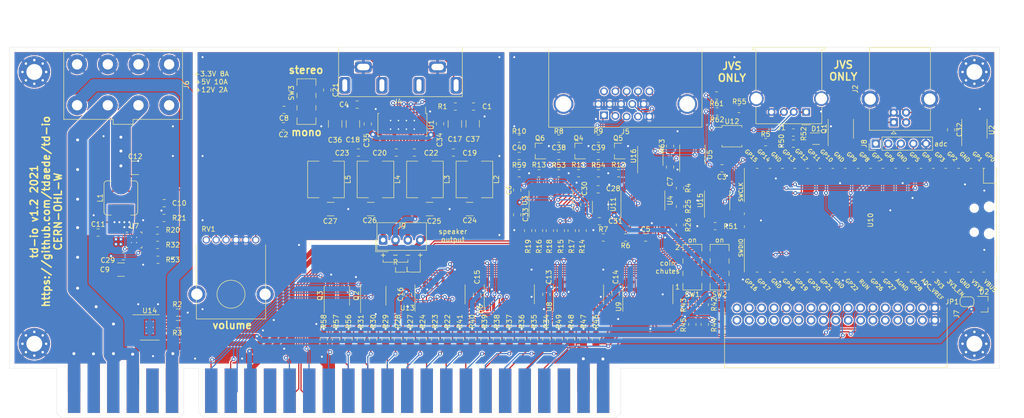
<source format=kicad_pcb>
(kicad_pcb (version 20171130) (host pcbnew 5.1.12-1.fc34)
  (layers (0 F.Cu signal) (31 B.Cu signal) (34 B.Paste user) (35 F.Paste user) (36 B.SilkS user) (37 F.SilkS user) (38 B.Mask user) (39 F.Mask user) (44 Edge.Cuts user))
  (net 0 "")
  (net 1 GND)
  (net 2 +12V)
  (net 3 "Net-(C2-Pad2)")
  (net 4 "Net-(C2-Pad1)")
  (net 5 +5V)
  (net 6 "Net-(C8-Pad2)")
  (net 7 "Net-(C8-Pad1)")
  (net 8 +3V3)
  (net 9 "Net-(D2-Pad1)")
  (net 10 "Net-(J1-Pad1)")
  (net 11 "Net-(J1-Pad2)")
  (net 12 "Net-(J1-Pad3)")
  (net 13 "Net-(J2-Pad1)")
  (net 14 /p2_4)
  (net 15 /p2start)
  (net 16 /lockout1)
  (net 17 /p2up)
  (net 18 /jamma_green)
  (net 19 /p2right)
  (net 20 /jamma_sync)
  (net 21 /p2left)
  (net 22 /c2)
  (net 23 /p2down)
  (net 24 /p2_3)
  (net 25 /meter1)
  (net 26 /p2_1)
  (net 27 "Net-(J3-PadM)")
  (net 28 /p2_2)
  (net 29 /p1_4)
  (net 30 /p1_3)
  (net 31 /p1_2)
  (net 32 /p1_1)
  (net 33 /p1right)
  (net 34 /p1left)
  (net 35 /p1down)
  (net 36 /p1up)
  (net 37 /p1start)
  (net 38 /c1)
  (net 39 /jamma_blue)
  (net 40 /jamma_red)
  (net 41 "Net-(J3-Pad11)")
  (net 42 /speaker+)
  (net 43 /lockout2)
  (net 44 /meter2)
  (net 45 /vga_hsync)
  (net 46 /vga_vsync)
  (net 47 "Net-(J5-Pad4)")
  (net 48 /vga_blue)
  (net 49 /vga_green)
  (net 50 /vga_red)
  (net 51 "Net-(J6-Pad1)")
  (net 52 "Net-(J7-Pad1)")
  (net 53 "Net-(J7-Pad2)")
  (net 54 "Net-(J7-Pad3)")
  (net 55 "Net-(J7-Pad4)")
  (net 56 "Net-(J7-Pad5)")
  (net 57 "Net-(J7-Pad6)")
  (net 58 "Net-(J7-Pad7)")
  (net 59 "Net-(J7-Pad8)")
  (net 60 /p2_6)
  (net 61 "Net-(J7-Pad10)")
  (net 62 "Net-(J7-Pad11)")
  (net 63 "Net-(J7-Pad12)")
  (net 64 "Net-(J7-Pad13)")
  (net 65 "Net-(J7-Pad14)")
  (net 66 /p1_6)
  (net 67 "Net-(J7-Pad16)")
  (net 68 /p1_5)
  (net 69 "Net-(J7-Pad18)")
  (net 70 "Net-(J7-Pad20)")
  (net 71 "Net-(J7-Pad22)")
  (net 72 /p2_5)
  (net 73 "Net-(J7-Pad24)")
  (net 74 "Net-(J7-Pad25)")
  (net 75 "Net-(J7-Pad26)")
  (net 76 "Net-(J7-Pad27)")
  (net 77 "Net-(J7-Pad28)")
  (net 78 "Net-(J7-Pad29)")
  (net 79 "Net-(J7-Pad30)")
  (net 80 "Net-(J7-Pad31)")
  (net 81 "Net-(J7-Pad32)")
  (net 82 /lockout1_ctl)
  (net 83 /meter1_ctl)
  (net 84 /lockout2_ctl)
  (net 85 /meter2_ctl)
  (net 86 /speaker-)
  (net 87 "Net-(R1-Pad1)")
  (net 88 "Net-(R14-Pad1)")
  (net 89 "Net-(R15-Pad1)")
  (net 90 "Net-(R16-Pad1)")
  (net 91 "Net-(R25-Pad1)")
  (net 92 "Net-(SW1-Pad3)")
  (net 93 /jvs_tx)
  (net 94 /jvs_de)
  (net 95 /jvs_re)
  (net 96 /jvs_rx)
  (net 97 /sr_clr)
  (net 98 /sr_clk)
  (net 99 /sr_data)
  (net 100 "Net-(U10-Pad43)")
  (net 101 "Net-(U10-Pad41)")
  (net 102 "Net-(U10-Pad25)")
  (net 103 "Net-(U10-Pad29)")
  (net 104 "Net-(U10-Pad30)")
  (net 105 "Net-(U10-Pad35)")
  (net 106 "Net-(U10-Pad37)")
  (net 107 "Net-(U10-Pad40)")
  (net 108 "Net-(C10-Pad1)")
  (net 109 "Net-(C11-Pad2)")
  (net 110 +3.3VP)
  (net 111 "Net-(R32-Pad2)")
  (net 112 "Net-(R20-Pad2)")
  (net 113 "Net-(U7-Pad11)")
  (net 114 "Net-(U7-Pad9)")
  (net 115 /SW)
  (net 116 "Net-(D1-Pad6)")
  (net 117 "Net-(D1-Pad2)")
  (net 118 "Net-(D1-Pad3)")
  (net 119 "Net-(D1-Pad1)")
  (net 120 "Net-(J3-Padd)")
  (net 121 "Net-(J3-Pad26)")
  (net 122 /sense_0v)
  (net 123 "Net-(R5-Pad2)")
  (net 124 "Net-(R55-Pad2)")
  (net 125 /termination)
  (net 126 /service)
  (net 127 /tilt)
  (net 128 /test)
  (net 129 "Net-(U13-Pad9)")
  (net 130 "Net-(U6-Pad9)")
  (net 131 "Net-(U6-Pad7)")
  (net 132 "Net-(U8-Pad9)")
  (net 133 "Net-(U8-Pad7)")
  (net 134 "Net-(U9-Pad7)")
  (net 135 "Net-(U13-Pad7)")
  (net 136 "Net-(C1-Pad2)")
  (net 137 "Net-(C4-Pad2)")
  (net 138 "Net-(C19-Pad2)")
  (net 139 "Net-(C20-Pad2)")
  (net 140 /speaker_r-)
  (net 141 "Net-(C21-Pad2)")
  (net 142 "Net-(C22-Pad2)")
  (net 143 "Net-(C23-Pad2)")
  (net 144 /speaker_r+)
  (net 145 "Net-(U1-Pad13)")
  (net 146 "Net-(U1-Pad1)")
  (net 147 "Net-(J3-PadE)")
  (net 148 "Net-(J3-Pad5)")
  (net 149 -5V)
  (net 150 +5VL)
  (net 151 "Net-(C19-Pad1)")
  (net 152 "Net-(C20-Pad1)")
  (net 153 "Net-(C22-Pad1)")
  (net 154 "Net-(C23-Pad1)")
  (net 155 /l_in)
  (net 156 /r_in)
  (net 157 "Net-(Q1-Pad5)")
  (net 158 "Net-(Q1-Pad4)")
  (net 159 "Net-(Q1-Pad3)")
  (net 160 "Net-(U4-Pad11)")
  (net 161 "Net-(U4-Pad8)")
  (net 162 /sense_in_high)
  (net 163 /sense_in_low)
  (net 164 "Net-(U10-Pad9)")
  (net 165 "Net-(C30-Pad1)")
  (net 166 "Net-(C30-Pad2)")
  (net 167 "Net-(R2-Pad1)")
  (net 168 "Net-(R3-Pad1)")
  (net 169 "Net-(U14-Pad6)")
  (net 170 "Net-(U14-Pad2)")
  (net 171 "Net-(R25-Pad2)")
  (net 172 "Net-(J5-Pad11)")
  (net 173 "Net-(SW2-Pad3)")
  (net 174 /adc2)
  (net 175 /adc1)
  (net 176 /adc0)
  (net 177 /blank)
  (net 178 "Net-(SW1-Pad1)")
  (net 179 "Net-(SW3-Pad3)")
  (net 180 "Net-(SW2-Pad1)")
  (net 181 /blue_ac)
  (net 182 /red_ac)
  (net 183 /green_ac)
  (net 184 /blue_fb)
  (net 185 /red_fb)
  (net 186 /green_fb)
  (net 187 "Net-(U10-Pad19)")
  (net 188 +5VD)
  (net 189 "Net-(D2-Pad3)")
  (net 190 /vga_scl)
  (net 191 /vga_sda)
  (net 192 /i2c_sda)
  (net 193 /i2c_scl)
  (net 194 "Net-(R63-Pad2)")
  (net 195 "Net-(U3-Pad3)")
  (net 196 "Net-(U3-Pad2)")
  (net 197 "Net-(U3-Pad1)")
  (module td-io:PJRAN2X1U01AUX (layer F.Cu) (at 158.5 86 180)
    (fp_text reference J4 (at 8 -7) (layer F.SilkS))
    (fp_text value Conn_Coaxial_x2)
    (pad 5 thru_hole roundrect (at 18.75 -3.7 180) (size 2.3 3.4) (drill oval 1 2.5) (layers *.Cu *.Mask))
    (pad 2 thru_hole roundrect (at 11.25 -3.7 180) (size 2.3 3.4) (drill oval 1 2.5) (layers *.Cu *.Mask) (net 155 /l_in))
    (pad 3 thru_hole roundrect (at 0 0 180) (size 3.4 2.3) (drill oval 2.5 1.3) (layers *.Cu *.Mask) (net 1 GND))
    (pad 3 thru_hole roundrect (at 15 0 180) (size 3.4 2.3) (drill oval 2.5 1.3) (layers *.Cu *.Mask) (net 1 GND))
    (pad 1 thru_hole roundrect (at -3.75 -3.7 180) (size 2.3 3.4) (drill oval 1 2.5) (layers *.Cu *.Mask) (net 156 /r_in))
    (pad 4 thru_hole roundrect (at 3.75 -3.7 180) (size 2.3 3.4) (drill oval 1 2.5) (layers *.Cu *.Mask))
  )
  (module Package_SO:SO-8_3.9x4.9mm_P1.27mm (layer F.Cu) (at 201.5 104 90)
    (fp_text reference U16 (at 0 -3.4 90) (layer F.SilkS))
    (fp_text value PCA9306D)
    (pad 1 smd roundrect (at -2.575 -1.905 90) (size 1.75 0.6) (layers F.Cu F.Paste F.Mask) (net 1 GND))
    (pad 2 smd roundrect (at -2.575 -0.635 90) (size 1.75 0.6) (layers F.Cu F.Paste F.Mask) (net 8 +3V3))
    (pad 3 smd roundrect (at -2.575 0.635 90) (size 1.75 0.6) (layers F.Cu F.Paste F.Mask) (net 193 /i2c_scl))
    (pad 4 smd roundrect (at -2.575 1.905 90) (size 1.75 0.6) (layers F.Cu F.Paste F.Mask) (net 192 /i2c_sda))
    (pad 5 smd roundrect (at 2.575 1.905 90) (size 1.75 0.6) (layers F.Cu F.Paste F.Mask) (net 191 /vga_sda))
    (pad 6 smd roundrect (at 2.575 0.635 90) (size 1.75 0.6) (layers F.Cu F.Paste F.Mask) (net 190 /vga_scl))
    (pad 7 smd roundrect (at 2.575 -0.635 90) (size 1.75 0.6) (layers F.Cu F.Paste F.Mask) (net 194 "Net-(R63-Pad2)"))
    (pad 8 smd roundrect (at 2.575 -1.905 90) (size 1.75 0.6) (layers F.Cu F.Paste F.Mask) (net 194 "Net-(R63-Pad2)"))
  )
  (module Resistor_SMD:R_0805_2012Metric (layer F.Cu) (at 205.5 102 90)
    (fp_text reference R63 (at 0 -1.65 90) (layer F.SilkS))
    (fp_text value 200k)
    (pad 1 smd roundrect (at -0.9125 0 90) (size 1.025 1.4) (layers F.Cu F.Paste F.Mask) (roundrect_rratio 0.2439014634146341) (net 188 +5VD))
    (pad 2 smd roundrect (at 0.9125 0 90) (size 1.025 1.4) (layers F.Cu F.Paste F.Mask) (roundrect_rratio 0.2439014634146341) (net 194 "Net-(R63-Pad2)"))
  )
  (module Resistor_SMD:R_0805_2012Metric (layer F.Cu) (at 215 95 180)
    (fp_text reference R62 (at 0 -1.65) (layer F.SilkS))
    (fp_text value 10k)
    (pad 1 smd roundrect (at -0.9125 0 180) (size 1.025 1.4) (layers F.Cu F.Paste F.Mask) (roundrect_rratio 0.2439014634146341) (net 8 +3V3))
    (pad 2 smd roundrect (at 0.9125 0 180) (size 1.025 1.4) (layers F.Cu F.Paste F.Mask) (roundrect_rratio 0.2439014634146341) (net 193 /i2c_scl))
  )
  (module Resistor_SMD:R_0805_2012Metric (layer F.Cu) (at 214.9125 91.75 180)
    (fp_text reference R61 (at 0 -1.65) (layer F.SilkS))
    (fp_text value 10k)
    (pad 1 smd roundrect (at -0.9125 0 180) (size 1.025 1.4) (layers F.Cu F.Paste F.Mask) (roundrect_rratio 0.2439014634146341) (net 8 +3V3))
    (pad 2 smd roundrect (at 0.9125 0 180) (size 1.025 1.4) (layers F.Cu F.Paste F.Mask) (roundrect_rratio 0.2439014634146341) (net 192 /i2c_sda))
  )
  (module Jumper:SolderJumper-2_P1.3mm_Bridged_RoundedPad1.0x1.5mm (layer F.Cu) (at 265.5 133.5)
    (fp_text reference JP1 (at -3 0) (layer F.SilkS))
    (fp_text value Jumper_NC_Small)
    (fp_poly (pts (xy 0.25 -0.3) (xy -0.25 -0.3) (xy -0.25 0.3) (xy 0.25 0.3)) (layer F.Cu) (width 0))
    (pad 2 smd custom (at 0.65 0) (size 1 0.5) (layers F.Cu F.Mask) (net 9 "Net-(D2-Pad1)") (options (clearance outline) (anchor rect)) (primitives (gr_circle (center 0 0.25) (end 0.5 0.25) (width 0)) (gr_circle (center 0 -0.25) (end 0.5 -0.25) (width 0)) (gr_poly (pts (xy 0 -0.75) (xy -0.5 -0.75) (xy -0.5 0.75) (xy 0 0.75)) (width 0))))
    (pad 1 smd custom (at -0.65 0) (size 1 0.5) (layers F.Cu F.Mask) (net 188 +5VD) (options (clearance outline) (anchor rect)) (primitives (gr_circle (center 0 0.25) (end 0.5 0.25) (width 0)) (gr_circle (center 0 -0.25) (end 0.5 -0.25) (width 0)) (gr_poly (pts (xy 0 -0.75) (xy 0.5 -0.75) (xy 0.5 0.75) (xy 0 0.75)) (width 0))))
  )
  (module Package_SO:SOIC-14_3.9x8.7mm_P1.27mm (layer F.Cu) (at 181.43 113.025 90)
    (fp_text reference U3 (at 0 -5.28 90) (layer F.SilkS))
    (fp_text value ADA4861-3)
    (pad 14 smd roundrect (at 2.475 -3.81 90) (size 1.95 0.6) (layers F.Cu F.Paste F.Mask) (net 90 "Net-(R16-Pad1)"))
    (pad 13 smd roundrect (at 2.475 -2.54 90) (size 1.95 0.6) (layers F.Cu F.Paste F.Mask) (net 186 /green_fb))
    (pad 12 smd roundrect (at 2.475 -1.27 90) (size 1.95 0.6) (layers F.Cu F.Paste F.Mask) (net 183 /green_ac))
    (pad 11 smd roundrect (at 2.475 0 90) (size 1.95 0.6) (layers F.Cu F.Paste F.Mask) (net 149 -5V))
    (pad 10 smd roundrect (at 2.475 1.27 90) (size 1.95 0.6) (layers F.Cu F.Paste F.Mask) (net 181 /blue_ac))
    (pad 9 smd roundrect (at 2.475 2.54 90) (size 1.95 0.6) (layers F.Cu F.Paste F.Mask) (net 184 /blue_fb))
    (pad 8 smd roundrect (at 2.475 3.81 90) (size 1.95 0.6) (layers F.Cu F.Paste F.Mask) (net 88 "Net-(R14-Pad1)"))
    (pad 7 smd roundrect (at -2.475 3.81 90) (size 1.95 0.6) (layers F.Cu F.Paste F.Mask) (net 89 "Net-(R15-Pad1)"))
    (pad 6 smd roundrect (at -2.475 2.54 90) (size 1.95 0.6) (layers F.Cu F.Paste F.Mask) (net 185 /red_fb))
    (pad 5 smd roundrect (at -2.475 1.27 90) (size 1.95 0.6) (layers F.Cu F.Paste F.Mask) (net 182 /red_ac))
    (pad 4 smd roundrect (at -2.475 0 90) (size 1.95 0.6) (layers F.Cu F.Paste F.Mask) (net 5 +5V))
    (pad 3 smd roundrect (at -2.475 -1.27 90) (size 1.95 0.6) (layers F.Cu F.Paste F.Mask) (net 195 "Net-(U3-Pad3)"))
    (pad 2 smd roundrect (at -2.475 -2.54 90) (size 1.95 0.6) (layers F.Cu F.Paste F.Mask) (net 196 "Net-(U3-Pad2)"))
    (pad 1 smd roundrect (at -2.475 -3.81 90) (size 1.95 0.6) (layers F.Cu F.Paste F.Mask) (net 197 "Net-(U3-Pad1)"))
  )
  (module Inductor_SMD:L_Bourns_SRP7028A_7.3x6.6mm (layer F.Cu) (at 94.5 112.5 90)
    (fp_text reference L1 (at 0 -4.2 90) (layer F.SilkS))
    (fp_text value 1.5uH)
    (pad 2 smd rect (at 2.725 0 90) (size 2.95 3.5) (layers F.Cu F.Paste F.Mask) (net 110 +3.3VP))
    (pad 1 smd rect (at -2.725 0 90) (size 2.95 3.5) (layers F.Cu F.Paste F.Mask) (net 115 /SW))
  )
  (module Button_Switch_SMD:SW_DPDT_CK_JS202011JCQN (layer F.Cu) (at 215.5 126.5 90)
    (fp_text reference SW2 (at -5.5 0 180) (layer F.SilkS))
    (fp_text value SW_DPDT_x2)
    (pad 3 smd rect (at 2.5 -1.2 90) (size 1 1.6) (layers F.Cu F.Paste F.Mask) (net 173 "Net-(SW2-Pad3)"))
    (pad 2 smd rect (at 0 -1.2 90) (size 1 1.6) (layers F.Cu F.Paste F.Mask) (net 1 GND))
    (pad 1 smd rect (at -2.5 -1.2 90) (size 1 1.6) (layers F.Cu F.Paste F.Mask) (net 180 "Net-(SW2-Pad1)"))
    (pad 6 smd rect (at 2.5 1.2 90) (size 1 1.6) (layers F.Cu F.Paste F.Mask))
    (pad 5 smd rect (at 0 1.2 90) (size 1 1.6) (layers F.Cu F.Paste F.Mask))
    (pad 4 smd rect (at -2.5 1.2 90) (size 1 1.6) (layers F.Cu F.Paste F.Mask))
  )
  (module Button_Switch_SMD:SW_DPDT_CK_JS202011JCQN (layer F.Cu) (at 210 126.5 90)
    (fp_text reference SW1 (at -5.5 0 180) (layer F.SilkS))
    (fp_text value SW_DPDT_x2)
    (pad 3 smd rect (at 2.5 -1.2 90) (size 1 1.6) (layers F.Cu F.Paste F.Mask) (net 92 "Net-(SW1-Pad3)"))
    (pad 2 smd rect (at 0 -1.2 90) (size 1 1.6) (layers F.Cu F.Paste F.Mask) (net 1 GND))
    (pad 1 smd rect (at -2.5 -1.2 90) (size 1 1.6) (layers F.Cu F.Paste F.Mask) (net 178 "Net-(SW1-Pad1)"))
    (pad 6 smd rect (at 2.5 1.2 90) (size 1 1.6) (layers F.Cu F.Paste F.Mask))
    (pad 5 smd rect (at 0 1.2 90) (size 1 1.6) (layers F.Cu F.Paste F.Mask))
    (pad 4 smd rect (at -2.5 1.2 90) (size 1 1.6) (layers F.Cu F.Paste F.Mask))
  )
  (module Resistor_SMD:R_0805_2012Metric (layer F.Cu) (at 175 107.5)
    (fp_text reference R59 (at 0 -1.65) (layer F.SilkS))
    (fp_text value 10k)
    (pad 2 smd roundrect (at 0.9125 0) (size 1.025 1.4) (layers F.Cu F.Paste F.Mask) (roundrect_rratio 0.2439004878048781) (net 1 GND))
    (pad 1 smd roundrect (at -0.9125 0) (size 1.025 1.4) (layers F.Cu F.Paste F.Mask) (roundrect_rratio 0.2439004878048781) (net 183 /green_ac))
  )
  (module Resistor_SMD:R_0805_2012Metric (layer F.Cu) (at 191 107.5)
    (fp_text reference R54 (at 0 -1.65) (layer F.SilkS))
    (fp_text value 10k)
    (pad 2 smd roundrect (at 0.9125 0) (size 1.025 1.4) (layers F.Cu F.Paste F.Mask) (roundrect_rratio 0.2439004878048781) (net 1 GND))
    (pad 1 smd roundrect (at -0.9125 0) (size 1.025 1.4) (layers F.Cu F.Paste F.Mask) (roundrect_rratio 0.2439004878048781) (net 182 /red_ac))
  )
  (module Resistor_SMD:R_0805_2012Metric (layer F.Cu) (at 183 107.5)
    (fp_text reference R53 (at 0 -1.65) (layer F.SilkS))
    (fp_text value 10k)
    (pad 2 smd roundrect (at 0.9125 0) (size 1.025 1.4) (layers F.Cu F.Paste F.Mask) (roundrect_rratio 0.2439004878048781) (net 1 GND))
    (pad 1 smd roundrect (at -0.9125 0) (size 1.025 1.4) (layers F.Cu F.Paste F.Mask) (roundrect_rratio 0.2439004878048781) (net 181 /blue_ac))
  )
  (module Resistor_SMD:R_0805_2012Metric (layer F.Cu) (at 175 100.5)
    (fp_text reference R10 (at 0 -1.5) (layer F.SilkS))
    (fp_text value 75)
    (pad 2 smd roundrect (at 0.9125 0) (size 1.025 1.4) (layers F.Cu F.Paste F.Mask) (roundrect_rratio 0.2439004878048781) (net 49 /vga_green))
    (pad 1 smd roundrect (at -0.9125 0) (size 1.025 1.4) (layers F.Cu F.Paste F.Mask) (roundrect_rratio 0.2439004878048781) (net 1 GND))
  )
  (module Resistor_SMD:R_0805_2012Metric (layer F.Cu) (at 183 100.5)
    (fp_text reference R8 (at 0 -1.5) (layer F.SilkS))
    (fp_text value 75)
    (pad 2 smd roundrect (at 0.9125 0) (size 1.025 1.4) (layers F.Cu F.Paste F.Mask) (roundrect_rratio 0.2439004878048781) (net 48 /vga_blue))
    (pad 1 smd roundrect (at -0.9125 0) (size 1.025 1.4) (layers F.Cu F.Paste F.Mask) (roundrect_rratio 0.2439004878048781) (net 1 GND))
  )
  (module Package_TO_SOT_SMD:SOT-23 (layer F.Cu) (at 179 103 180)
    (fp_text reference Q6 (at -0.2 2.6) (layer F.SilkS))
    (fp_text value 2N7002NXBKR)
    (pad 3 smd rect (at 1 0 180) (size 0.9 0.8) (layers F.Cu F.Paste F.Mask) (net 183 /green_ac))
    (pad 2 smd rect (at -1 0.95 180) (size 0.9 0.8) (layers F.Cu F.Paste F.Mask) (net 1 GND))
    (pad 1 smd rect (at -1 -0.95 180) (size 0.9 0.8) (layers F.Cu F.Paste F.Mask) (net 177 /blank))
  )
  (module Package_TO_SOT_SMD:SOT-23 (layer F.Cu) (at 195 103 180)
    (fp_text reference Q5 (at 0 2.6) (layer F.SilkS))
    (fp_text value 2N7002NXBKR)
    (pad 3 smd rect (at 1 0 180) (size 0.9 0.8) (layers F.Cu F.Paste F.Mask) (net 182 /red_ac))
    (pad 2 smd rect (at -1 0.95 180) (size 0.9 0.8) (layers F.Cu F.Paste F.Mask) (net 1 GND))
    (pad 1 smd rect (at -1 -0.95 180) (size 0.9 0.8) (layers F.Cu F.Paste F.Mask) (net 177 /blank))
  )
  (module Package_TO_SOT_SMD:SOT-23 (layer F.Cu) (at 187 103 180)
    (fp_text reference Q4 (at 0 2.6) (layer F.SilkS))
    (fp_text value 2N7002NXBKR)
    (pad 3 smd rect (at 1 0 180) (size 0.9 0.8) (layers F.Cu F.Paste F.Mask) (net 181 /blue_ac))
    (pad 2 smd rect (at -1 0.95 180) (size 0.9 0.8) (layers F.Cu F.Paste F.Mask) (net 1 GND))
    (pad 1 smd rect (at -1 -0.95 180) (size 0.9 0.8) (layers F.Cu F.Paste F.Mask) (net 177 /blank))
  )
  (module Capacitor_SMD:C_0805_2012Metric (layer F.Cu) (at 175 104)
    (fp_text reference C40 (at 0 -1.68) (layer F.SilkS))
    (fp_text value 1uF)
    (pad 2 smd roundrect (at 0.95 0) (size 1 1.45) (layers F.Cu F.Paste F.Mask) (net 49 /vga_green))
    (pad 1 smd roundrect (at -0.95 0) (size 1 1.45) (layers F.Cu F.Paste F.Mask) (net 183 /green_ac))
  )
  (module Capacitor_SMD:C_0805_2012Metric (layer F.Cu) (at 191 104)
    (fp_text reference C39 (at 0 -1.68) (layer F.SilkS))
    (fp_text value 1uF)
    (pad 2 smd roundrect (at 0.95 0) (size 1 1.45) (layers F.Cu F.Paste F.Mask) (net 50 /vga_red))
    (pad 1 smd roundrect (at -0.95 0) (size 1 1.45) (layers F.Cu F.Paste F.Mask) (net 182 /red_ac))
  )
  (module Capacitor_SMD:C_0805_2012Metric (layer F.Cu) (at 183 104)
    (fp_text reference C38 (at 0 -1.68) (layer F.SilkS))
    (fp_text value 1uF)
    (pad 2 smd roundrect (at 0.95 0) (size 1 1.45) (layers F.Cu F.Paste F.Mask) (net 48 /vga_blue))
    (pad 1 smd roundrect (at -0.95 0) (size 1 1.45) (layers F.Cu F.Paste F.Mask) (net 181 /blue_ac))
  )
  (module Connector_PinHeader_2.54mm:PinHeader_1x05_P2.54mm_Vertical (layer F.Cu) (at 247.05 101.5 90)
    (fp_text reference J8 (at 0 -2.33 90) (layer F.SilkS))
    (fp_text value Conn_01x05_Male)
    (pad 5 thru_hole oval (at 0 10.16 90) (size 1.7 1.7) (drill 1) (layers *.Cu *.Mask) (net 1 GND))
    (pad 4 thru_hole oval (at 0 7.62 90) (size 1.7 1.7) (drill 1) (layers *.Cu *.Mask) (net 174 /adc2))
    (pad 3 thru_hole oval (at 0 5.08 90) (size 1.7 1.7) (drill 1) (layers *.Cu *.Mask) (net 175 /adc1))
    (pad 2 thru_hole oval (at 0 2.54 90) (size 1.7 1.7) (drill 1) (layers *.Cu *.Mask) (net 176 /adc0))
    (pad 1 thru_hole rect (at 0 0 90) (size 1.7 1.7) (drill 1) (layers *.Cu *.Mask) (net 8 +3V3))
  )
  (module Button_Switch_SMD:SW_DPDT_CK_JS202011JCQN (layer F.Cu) (at 132 93 90)
    (fp_text reference SW3 (at 1.75 -3.05 90) (layer F.SilkS))
    (fp_text value SW_DPDT_x2)
    (pad 3 smd rect (at 2.5 -1.2 90) (size 1 1.6) (layers F.Cu F.Paste F.Mask) (net 179 "Net-(SW3-Pad3)"))
    (pad 2 smd rect (at 0 -1.2 90) (size 1 1.6) (layers F.Cu F.Paste F.Mask) (net 7 "Net-(C8-Pad1)"))
    (pad 1 smd rect (at -2.5 -1.2 90) (size 1 1.6) (layers F.Cu F.Paste F.Mask) (net 4 "Net-(C2-Pad1)"))
    (pad 6 smd rect (at 2.5 1.2 90) (size 1 1.6) (layers F.Cu F.Paste F.Mask))
    (pad 5 smd rect (at 0 1.2 90) (size 1 1.6) (layers F.Cu F.Paste F.Mask))
    (pad 4 smd rect (at -2.5 1.2 90) (size 1 1.6) (layers F.Cu F.Paste F.Mask))
  )
  (module Capacitor_SMD:C_1210_3225Metric (layer F.Cu) (at 165.6 97.475 90)
    (fp_text reference C37 (at -3.125 0 180) (layer F.SilkS))
    (fp_text value "47uF 16V")
    (pad 2 smd roundrect (at 1.475 0 90) (size 1.15 2.7) (layers F.Cu F.Paste F.Mask) (roundrect_rratio 0.2173904347826087) (net 1 GND))
    (pad 1 smd roundrect (at -1.475 0 90) (size 1.15 2.7) (layers F.Cu F.Paste F.Mask) (roundrect_rratio 0.2173904347826087) (net 2 +12V))
  )
  (module Capacitor_SMD:C_1210_3225Metric (layer F.Cu) (at 137.8 97.5 90)
    (fp_text reference C36 (at -3.275 -0.025 180) (layer F.SilkS))
    (fp_text value "47uF 16V")
    (pad 2 smd roundrect (at 1.475 0 90) (size 1.15 2.7) (layers F.Cu F.Paste F.Mask) (roundrect_rratio 0.2173904347826087) (net 1 GND))
    (pad 1 smd roundrect (at -1.475 0 90) (size 1.15 2.7) (layers F.Cu F.Paste F.Mask) (roundrect_rratio 0.2173904347826087) (net 2 +12V))
  )
  (module Capacitor_SMD:C_0805_2012Metric (layer F.Cu) (at 144.4 97.55 90)
    (fp_text reference C35 (at -3.3 -0.225 270) (layer F.SilkS))
    (fp_text value 0.1uF)
    (pad 2 smd roundrect (at 0.95 0 90) (size 1 1.45) (layers F.Cu F.Paste F.Mask) (net 1 GND))
    (pad 1 smd roundrect (at -0.95 0 90) (size 1 1.45) (layers F.Cu F.Paste F.Mask) (net 2 +12V))
  )
  (module Capacitor_SMD:C_0805_2012Metric (layer F.Cu) (at 159 97.5 90)
    (fp_text reference C34 (at -3.25 -0.075 90) (layer F.SilkS))
    (fp_text value 0.1uF)
    (pad 2 smd roundrect (at 0.95 0 90) (size 1 1.45) (layers F.Cu F.Paste F.Mask) (net 1 GND))
    (pad 1 smd roundrect (at -0.95 0 90) (size 1 1.45) (layers F.Cu F.Paste F.Mask) (net 2 +12V))
  )
  (module Capacitor_SMD:C_1210_3225Metric (layer F.Cu) (at 141.4 97.5 90)
    (fp_text reference C18 (at -3.225 -0.025 180) (layer F.SilkS))
    (fp_text value "47uF 16V")
    (pad 2 smd roundrect (at 1.475 0 90) (size 1.15 2.7) (layers F.Cu F.Paste F.Mask) (roundrect_rratio 0.2173904347826087) (net 1 GND))
    (pad 1 smd roundrect (at -1.475 0 90) (size 1.15 2.7) (layers F.Cu F.Paste F.Mask) (roundrect_rratio 0.2173904347826087) (net 2 +12V))
  )
  (module Capacitor_SMD:C_1210_3225Metric (layer F.Cu) (at 162 97.5 90)
    (fp_text reference C17 (at -3.1 0 180) (layer F.SilkS))
    (fp_text value "47uF 16V")
    (pad 2 smd roundrect (at 1.475 0 90) (size 1.15 2.7) (layers F.Cu F.Paste F.Mask) (roundrect_rratio 0.2173904347826087) (net 1 GND))
    (pad 1 smd roundrect (at -1.475 0 90) (size 1.15 2.7) (layers F.Cu F.Paste F.Mask) (roundrect_rratio 0.2173904347826087) (net 2 +12V))
  )
  (module Capacitor_SMD:C_0805_2012Metric (layer F.Cu) (at 174.6 115.9 270)
    (fp_text reference C33 (at 0 -1.68 90) (layer F.SilkS))
    (fp_text value 3.3uF)
    (pad 2 smd roundrect (at 0.95 0 270) (size 1 1.45) (layers F.Cu F.Paste F.Mask) (net 1 GND))
    (pad 1 smd roundrect (at -0.95 0 270) (size 1 1.45) (layers F.Cu F.Paste F.Mask) (net 5 +5V))
  )
  (module Capacitor_SMD:C_0805_2012Metric (layer F.Cu) (at 262.3 98.7 270)
    (fp_text reference C32 (at 0 -1.68 90) (layer F.SilkS))
    (fp_text value 0.1uF)
    (pad 2 smd roundrect (at 0.95 0 270) (size 1 1.45) (layers F.Cu F.Paste F.Mask) (net 1 GND))
    (pad 1 smd roundrect (at -0.95 0 270) (size 1 1.45) (layers F.Cu F.Paste F.Mask) (net 8 +3V3))
  )
  (module td-io:HTSSOP-28-1EP_4.4x9.7mm_P0.65mm_tpa3138_ThermalVias (layer F.Cu) (at 151.4 97.7 270)
    (fp_text reference U1 (at 0 -5.8 270) (layer F.SilkS))
    (fp_text value TPA3138D2)
    (pad 29 smd rect (at 0 0 270) (size 2.85 5.4) (layers B.Cu) (net 1 GND))
    (pad 29 thru_hole circle (at 0.875 2.4 270) (size 0.6 0.6) (drill 0.3) (layers *.Cu) (net 1 GND))
    (pad 29 thru_hole circle (at -0.875 2.4 270) (size 0.6 0.6) (drill 0.3) (layers *.Cu) (net 1 GND))
    (pad 29 thru_hole circle (at 0.875 0.8 270) (size 0.6 0.6) (drill 0.3) (layers *.Cu) (net 1 GND))
    (pad 29 thru_hole circle (at -0.875 0.8 270) (size 0.6 0.6) (drill 0.3) (layers *.Cu) (net 1 GND))
    (pad 29 thru_hole circle (at 0.875 -0.8 270) (size 0.6 0.6) (drill 0.3) (layers *.Cu) (net 1 GND))
    (pad 29 thru_hole circle (at -0.875 -0.8 270) (size 0.6 0.6) (drill 0.3) (layers *.Cu) (net 1 GND))
    (pad 29 thru_hole circle (at 0.875 -2.4 270) (size 0.6 0.6) (drill 0.3) (layers *.Cu) (net 1 GND))
    (pad 29 thru_hole circle (at -0.875 -2.4 270) (size 0.6 0.6) (drill 0.3) (layers *.Cu) (net 1 GND))
    (pad 29 smd rect (at 0 0 270) (size 2.34 3.04) (layers F.Cu F.Mask) (net 1 GND))
    (pad 28 smd roundrect (at 2.8625 -4.225 270) (size 1.475 0.4) (layers F.Cu F.Paste F.Mask) (net 2 +12V))
    (pad 27 smd roundrect (at 2.8625 -3.575 270) (size 1.475 0.4) (layers F.Cu F.Paste F.Mask) (net 2 +12V))
    (pad 26 smd roundrect (at 2.8625 -2.925 270) (size 1.475 0.4) (layers F.Cu F.Paste F.Mask) (net 138 "Net-(C19-Pad2)"))
    (pad 25 smd roundrect (at 2.8625 -2.275 270) (size 1.475 0.4) (layers F.Cu F.Paste F.Mask) (net 151 "Net-(C19-Pad1)"))
    (pad 24 smd roundrect (at 2.8625 -1.625 270) (size 1.475 0.4) (layers F.Cu F.Paste F.Mask) (net 1 GND))
    (pad 23 smd roundrect (at 2.8625 -0.975 270) (size 1.475 0.4) (layers F.Cu F.Paste F.Mask) (net 153 "Net-(C22-Pad1)"))
    (pad 22 smd roundrect (at 2.8625 -0.325 270) (size 1.475 0.4) (layers F.Cu F.Paste F.Mask) (net 142 "Net-(C22-Pad2)"))
    (pad 21 smd roundrect (at 2.8625 0.325 270) (size 1.475 0.4) (layers F.Cu F.Paste F.Mask) (net 139 "Net-(C20-Pad2)"))
    (pad 20 smd roundrect (at 2.8625 0.975 270) (size 1.475 0.4) (layers F.Cu F.Paste F.Mask) (net 152 "Net-(C20-Pad1)"))
    (pad 19 smd roundrect (at 2.8625 1.625 270) (size 1.475 0.4) (layers F.Cu F.Paste F.Mask) (net 1 GND))
    (pad 18 smd roundrect (at 2.8625 2.275 270) (size 1.475 0.4) (layers F.Cu F.Paste F.Mask) (net 154 "Net-(C23-Pad1)"))
    (pad 17 smd roundrect (at 2.8625 2.925 270) (size 1.475 0.4) (layers F.Cu F.Paste F.Mask) (net 143 "Net-(C23-Pad2)"))
    (pad 16 smd roundrect (at 2.8625 3.575 270) (size 1.475 0.4) (layers F.Cu F.Paste F.Mask) (net 2 +12V))
    (pad 15 smd roundrect (at 2.8625 4.225 270) (size 1.475 0.4) (layers F.Cu F.Paste F.Mask) (net 2 +12V))
    (pad 14 smd roundrect (at -2.8625 4.225 270) (size 1.475 0.4) (layers F.Cu F.Paste F.Mask) (net 1 GND))
    (pad 13 smd roundrect (at -2.8625 3.575 270) (size 1.475 0.4) (layers F.Cu F.Paste F.Mask) (net 145 "Net-(U1-Pad13)"))
    (pad 12 smd roundrect (at -2.8625 2.925 270) (size 1.475 0.4) (layers F.Cu F.Paste F.Mask) (net 7 "Net-(C8-Pad1)"))
    (pad 11 smd roundrect (at -2.8625 2.275 270) (size 1.475 0.4) (layers F.Cu F.Paste F.Mask) (net 137 "Net-(C4-Pad2)"))
    (pad 10 smd roundrect (at -2.8625 1.625 270) (size 1.475 0.4) (layers F.Cu F.Paste F.Mask) (net 2 +12V))
    (pad 9 smd roundrect (at -2.8625 0.975 270) (size 1.475 0.4) (layers F.Cu F.Paste F.Mask) (net 141 "Net-(C21-Pad2)"))
    (pad 8 smd roundrect (at -2.8625 0.325 270) (size 1.475 0.4) (layers F.Cu F.Paste F.Mask) (net 1 GND))
    (pad 7 smd roundrect (at -2.8625 -0.325 270) (size 1.475 0.4) (layers F.Cu F.Paste F.Mask) (net 2 +12V))
    (pad 6 smd roundrect (at -2.8625 -0.975 270) (size 1.475 0.4) (layers F.Cu F.Paste F.Mask) (net 1 GND))
    (pad 5 smd roundrect (at -2.8625 -1.625 270) (size 1.475 0.4) (layers F.Cu F.Paste F.Mask) (net 2 +12V))
    (pad 4 smd roundrect (at -2.8625 -2.275 270) (size 1.475 0.4) (layers F.Cu F.Paste F.Mask) (net 136 "Net-(C1-Pad2)"))
    (pad 3 smd roundrect (at -2.8625 -2.925 270) (size 1.475 0.4) (layers F.Cu F.Paste F.Mask) (net 4 "Net-(C2-Pad1)"))
    (pad 2 smd roundrect (at -2.8625 -3.575 270) (size 1.475 0.4) (layers F.Cu F.Paste F.Mask) (net 87 "Net-(R1-Pad1)"))
    (pad 1 smd roundrect (at -2.8625 -4.225 270) (size 1.475 0.4) (layers F.Cu F.Paste F.Mask) (net 146 "Net-(U1-Pad1)"))
  )
  (module Capacitor_SMD:C_1210_3225Metric (layer F.Cu) (at 97.4 106.4)
    (fp_text reference C12 (at 0 -2.3) (layer F.SilkS))
    (fp_text value 100uF)
    (pad 2 smd roundrect (at 1.475 0) (size 1.15 2.7) (layers F.Cu F.Paste F.Mask) (roundrect_rratio 0.2173904347826087) (net 1 GND))
    (pad 1 smd roundrect (at -1.475 0) (size 1.15 2.7) (layers F.Cu F.Paste F.Mask) (roundrect_rratio 0.2173904347826087) (net 110 +3.3VP))
  )
  (module Resistor_SMD:R_0805_2012Metric (layer F.Cu) (at 207.5 117.9375 270)
    (fp_text reference R26 (at 0 -1.65 90) (layer F.SilkS))
    (fp_text value 10k)
    (pad 2 smd roundrect (at 0.9125 0 270) (size 1.025 1.4) (layers F.Cu F.Paste F.Mask) (roundrect_rratio 0.2439004878048781) (net 1 GND))
    (pad 1 smd roundrect (at -0.9125 0 270) (size 1.025 1.4) (layers F.Cu F.Paste F.Mask) (roundrect_rratio 0.2439004878048781) (net 171 "Net-(R25-Pad2)"))
  )
  (module Resistor_SMD:R_0805_2012Metric (layer F.Cu) (at 207.5 114.2125 270)
    (fp_text reference R25 (at 0 -1.65 90) (layer F.SilkS))
    (fp_text value 20k)
    (pad 2 smd roundrect (at 0.9125 0 270) (size 1.025 1.4) (layers F.Cu F.Paste F.Mask) (roundrect_rratio 0.2439004878048781) (net 171 "Net-(R25-Pad2)"))
    (pad 1 smd roundrect (at -0.9125 0 270) (size 1.025 1.4) (layers F.Cu F.Paste F.Mask) (roundrect_rratio 0.2439004878048781) (net 91 "Net-(R25-Pad1)"))
  )
  (module Resistor_SMD:R_0805_2012Metric (layer F.Cu) (at 207.5 110.4875 270)
    (fp_text reference R4 (at 0 -1.65 90) (layer F.SilkS))
    (fp_text value 10k)
    (pad 2 smd roundrect (at 0.9125 0 270) (size 1.025 1.4) (layers F.Cu F.Paste F.Mask) (roundrect_rratio 0.2439004878048781) (net 91 "Net-(R25-Pad1)"))
    (pad 1 smd roundrect (at -0.9125 0 270) (size 1.025 1.4) (layers F.Cu F.Paste F.Mask) (roundrect_rratio 0.2439004878048781) (net 5 +5V))
  )
  (module Resistor_SMD:R_0805_2012Metric (layer F.Cu) (at 105.8875 138.025)
    (fp_text reference R3 (at 0 1.775) (layer F.SilkS))
    (fp_text value 1k)
    (pad 2 smd roundrect (at 0.9125 0) (size 1.025 1.4) (layers F.Cu F.Paste F.Mask) (roundrect_rratio 0.2439004878048781) (net 1 GND))
    (pad 1 smd roundrect (at -0.9125 0) (size 1.025 1.4) (layers F.Cu F.Paste F.Mask) (roundrect_rratio 0.2439004878048781) (net 168 "Net-(R3-Pad1)"))
  )
  (module Resistor_SMD:R_0805_2012Metric (layer F.Cu) (at 105.9 135.7)
    (fp_text reference R2 (at 0 -1.65) (layer F.SilkS))
    (fp_text value 400k)
    (pad 2 smd roundrect (at 0.9125 0) (size 1.025 1.4) (layers F.Cu F.Paste F.Mask) (roundrect_rratio 0.2439004878048781) (net 1 GND))
    (pad 1 smd roundrect (at -0.9125 0) (size 1.025 1.4) (layers F.Cu F.Paste F.Mask) (roundrect_rratio 0.2439004878048781) (net 167 "Net-(R2-Pad1)"))
  )
  (module td-io:DSUB-15-HD_Female_Horizontal_P2.29x2.5mm_EdgePinOffset8.35mm_Housed_MountingHolesOffset10.89mm (layer F.Cu) (at 192.145 94.75 180)
    (fp_text reference J5 (at -4.318 -4.318) (layer F.SilkS))
    (fp_text value DB15_Female_HighDensity_MountingHoles)
    (pad 0 thru_hole circle (at 8.185 1.27 180) (size 4 4) (drill 3.2) (layers *.Cu *.Mask) (net 1 GND))
    (pad 0 thru_hole circle (at -16.815 1.27 180) (size 4 4) (drill 3.2) (layers *.Cu *.Mask) (net 1 GND))
    (pad 15 thru_hole circle (at -9.16 3.833 180) (size 1.6 1.6) (drill 1) (layers *.Cu *.Mask) (net 190 /vga_scl))
    (pad 14 thru_hole circle (at -6.87 3.833 180) (size 1.6 1.6) (drill 1) (layers *.Cu *.Mask) (net 46 /vga_vsync))
    (pad 13 thru_hole circle (at -4.58 3.833 180) (size 1.6 1.6) (drill 1) (layers *.Cu *.Mask) (net 45 /vga_hsync))
    (pad 12 thru_hole circle (at -2.29 3.833 180) (size 1.6 1.6) (drill 1) (layers *.Cu *.Mask) (net 191 /vga_sda))
    (pad 11 thru_hole circle (at 0 3.833 180) (size 1.6 1.6) (drill 1) (layers *.Cu *.Mask) (net 172 "Net-(J5-Pad11)"))
    (pad 10 thru_hole circle (at -8.015 1.27 180) (size 1.6 1.6) (drill 1) (layers *.Cu *.Mask) (net 1 GND))
    (pad 9 thru_hole circle (at -5.715 1.27 180) (size 1.6 1.6) (drill 1) (layers *.Cu *.Mask) (net 188 +5VD))
    (pad 8 thru_hole circle (at -3.435 1.27 180) (size 1.6 1.6) (drill 1) (layers *.Cu *.Mask) (net 1 GND))
    (pad 7 thru_hole circle (at -1.145 1.27 180) (size 1.6 1.6) (drill 1) (layers *.Cu *.Mask) (net 1 GND))
    (pad 6 thru_hole circle (at 1.145 1.27 180) (size 1.6 1.6) (drill 1) (layers *.Cu *.Mask) (net 1 GND))
    (pad 5 thru_hole circle (at -9.16 -1.27 180) (size 1.6 1.6) (drill 1) (layers *.Cu *.Mask) (net 1 GND))
    (pad 4 thru_hole circle (at -6.87 -1.27 180) (size 1.6 1.6) (drill 1) (layers *.Cu *.Mask) (net 47 "Net-(J5-Pad4)"))
    (pad 3 thru_hole circle (at -4.572 -1.27 180) (size 1.6 1.6) (drill 1) (layers *.Cu *.Mask) (net 48 /vga_blue))
    (pad 2 thru_hole circle (at -2.286 -1.143 180) (size 1.6 1.6) (drill 1) (layers *.Cu *.Mask) (net 49 /vga_green))
    (pad 1 thru_hole rect (at 0 -1.016 180) (size 1.6 1.6) (drill 1) (layers *.Cu *.Mask) (net 50 /vga_red))
  )
  (module Capacitor_SMD:C_0805_2012Metric (layer F.Cu) (at 191.2 117.2 180)
    (fp_text reference C31 (at -3.25 0.01) (layer F.SilkS))
    (fp_text value 3.3uF)
    (pad 2 smd roundrect (at 0.95 0 180) (size 1 1.45) (layers F.Cu F.Paste F.Mask) (net 1 GND))
    (pad 1 smd roundrect (at -0.95 0 180) (size 1 1.45) (layers F.Cu F.Paste F.Mask) (net 149 -5V))
  )
  (module Capacitor_SMD:C_0805_2012Metric (layer F.Cu) (at 188.2 113.85 270)
    (fp_text reference C30 (at -3.25 0 90) (layer F.SilkS))
    (fp_text value 3.3uF)
    (pad 2 smd roundrect (at 0.95 0 270) (size 1 1.45) (layers F.Cu F.Paste F.Mask) (net 166 "Net-(C30-Pad2)"))
    (pad 1 smd roundrect (at -0.95 0 270) (size 1 1.45) (layers F.Cu F.Paste F.Mask) (net 165 "Net-(C30-Pad1)"))
  )
  (module Capacitor_SMD:C_0805_2012Metric (layer F.Cu) (at 95 124.3)
    (fp_text reference C29 (at -3.15 0.8) (layer F.SilkS))
    (fp_text value 0.1uF)
    (pad 2 smd roundrect (at 0.95 0) (size 1 1.45) (layers F.Cu F.Paste F.Mask) (net 1 GND))
    (pad 1 smd roundrect (at -0.95 0) (size 1 1.45) (layers F.Cu F.Paste F.Mask) (net 150 +5VL))
  )
  (module Capacitor_SMD:C_0805_2012Metric (layer F.Cu) (at 190.95 110.75 180)
    (fp_text reference C28 (at -3.05 0.15) (layer F.SilkS))
    (fp_text value 3.3uF)
    (pad 2 smd roundrect (at 0.95 0 180) (size 1 1.45) (layers F.Cu F.Paste F.Mask) (net 1 GND))
    (pad 1 smd roundrect (at -0.95 0 180) (size 1 1.45) (layers F.Cu F.Paste F.Mask) (net 5 +5V))
  )
  (module Package_SO:SOIC-8_3.9x4.9mm_P1.27mm (layer F.Cu) (at 215 113 90)
    (fp_text reference U15 (at 0 -3.4 90) (layer F.SilkS))
    (fp_text value LM2903)
    (pad 8 smd roundrect (at 2.475 -1.905 90) (size 1.95 0.6) (layers F.Cu F.Paste F.Mask) (net 5 +5V))
    (pad 7 smd roundrect (at 2.475 -0.635 90) (size 1.95 0.6) (layers F.Cu F.Paste F.Mask) (net 162 /sense_in_high))
    (pad 6 smd roundrect (at 2.475 0.635 90) (size 1.95 0.6) (layers F.Cu F.Paste F.Mask) (net 91 "Net-(R25-Pad1)"))
    (pad 5 smd roundrect (at 2.475 1.905 90) (size 1.95 0.6) (layers F.Cu F.Paste F.Mask) (net 10 "Net-(J1-Pad1)"))
    (pad 4 smd roundrect (at -2.475 1.905 90) (size 1.95 0.6) (layers F.Cu F.Paste F.Mask) (net 1 GND))
    (pad 3 smd roundrect (at -2.475 0.635 90) (size 1.95 0.6) (layers F.Cu F.Paste F.Mask) (net 10 "Net-(J1-Pad1)"))
    (pad 2 smd roundrect (at -2.475 -0.635 90) (size 1.95 0.6) (layers F.Cu F.Paste F.Mask) (net 171 "Net-(R25-Pad2)"))
    (pad 1 smd roundrect (at -2.475 -1.905 90) (size 1.95 0.6) (layers F.Cu F.Paste F.Mask) (net 163 /sense_in_low))
  )
  (module Package_SO:SOIC-8-1EP_3.9x4.9mm_P1.27mm_EP2.41x3.3mm_ThermalVias (layer F.Cu) (at 100.325 138.7)
    (fp_text reference U14 (at 0 -3.4) (layer F.SilkS))
    (fp_text value TPS259620)
    (pad 9 smd rect (at 0 0) (size 1.9 2.9) (layers B.Cu) (net 1 GND))
    (pad 9 thru_hole circle (at 0.7 1.2) (size 0.5 0.5) (drill 0.2) (layers *.Cu) (net 1 GND))
    (pad 9 thru_hole circle (at -0.7 1.2) (size 0.5 0.5) (drill 0.2) (layers *.Cu) (net 1 GND))
    (pad 9 thru_hole circle (at 0.7 0) (size 0.5 0.5) (drill 0.2) (layers *.Cu) (net 1 GND))
    (pad 9 thru_hole circle (at -0.7 0) (size 0.5 0.5) (drill 0.2) (layers *.Cu) (net 1 GND))
    (pad 9 thru_hole circle (at 0.7 -1.2) (size 0.5 0.5) (drill 0.2) (layers *.Cu) (net 1 GND))
    (pad 9 thru_hole circle (at -0.7 -1.2) (size 0.5 0.5) (drill 0.2) (layers *.Cu) (net 1 GND))
    (pad 9 smd rect (at 0 0) (size 2.41 3.3) (layers F.Cu F.Mask) (net 1 GND))
    (pad 8 smd roundrect (at 2.475 -1.905) (size 1.95 0.6) (layers F.Cu F.Paste F.Mask) (net 167 "Net-(R2-Pad1)"))
    (pad 7 smd roundrect (at 2.475 -0.635) (size 1.95 0.6) (layers F.Cu F.Paste F.Mask) (net 168 "Net-(R3-Pad1)"))
    (pad 6 smd roundrect (at 2.475 0.635) (size 1.95 0.6) (layers F.Cu F.Paste F.Mask) (net 169 "Net-(U14-Pad6)"))
    (pad 5 smd roundrect (at 2.475 1.905) (size 1.95 0.6) (layers F.Cu F.Paste F.Mask) (net 5 +5V))
    (pad 4 smd roundrect (at -2.475 1.905) (size 1.95 0.6) (layers F.Cu F.Paste F.Mask) (net 150 +5VL))
    (pad 3 smd roundrect (at -2.475 0.635) (size 1.95 0.6) (layers F.Cu F.Paste F.Mask) (net 150 +5VL))
    (pad 2 smd roundrect (at -2.475 -0.635) (size 1.95 0.6) (layers F.Cu F.Paste F.Mask) (net 170 "Net-(U14-Pad2)"))
    (pad 1 smd roundrect (at -2.475 -1.905) (size 1.95 0.6) (layers F.Cu F.Paste F.Mask) (net 1 GND))
  )
  (module Package_TO_SOT_SMD:SOT-23-6 (layer F.Cu) (at 191.41 114.03 90)
    (fp_text reference U11 (at 0.23 2.59 90) (layer F.SilkS))
    (fp_text value MAX1720EUT)
    (pad 5 smd rect (at 1.1 0 90) (size 1.06 0.65) (layers F.Cu F.Paste F.Mask) (net 5 +5V))
    (pad 6 smd rect (at 1.1 -0.95 90) (size 1.06 0.65) (layers F.Cu F.Paste F.Mask) (net 165 "Net-(C30-Pad1)"))
    (pad 4 smd rect (at 1.1 0.95 90) (size 1.06 0.65) (layers F.Cu F.Paste F.Mask) (net 1 GND))
    (pad 3 smd rect (at -1.1 0.95 90) (size 1.06 0.65) (layers F.Cu F.Paste F.Mask) (net 166 "Net-(C30-Pad2)"))
    (pad 2 smd rect (at -1.1 0 90) (size 1.06 0.65) (layers F.Cu F.Paste F.Mask) (net 5 +5V))
    (pad 1 smd rect (at -1.1 -0.95 90) (size 1.06 0.65) (layers F.Cu F.Paste F.Mask) (net 149 -5V))
  )
  (module td-io:RJE-20 (layer F.Cu) (at 97.15 121)
    (fp_text reference U7 (at 0 -2.82) (layer F.SilkS))
    (fp_text value TPS568230)
    (pad 21 smd rect (at 0 0) (size 1.55 1.55) (layers B.Cu) (net 1 GND))
    (pad 21 thru_hole circle (at 0.525 0.525) (size 0.5 0.5) (drill 0.2) (layers *.Cu) (net 1 GND))
    (pad 21 thru_hole circle (at -0.525 0.525) (size 0.5 0.5) (drill 0.2) (layers *.Cu) (net 1 GND))
    (pad 21 thru_hole circle (at 0.525 -0.525) (size 0.5 0.5) (drill 0.2) (layers *.Cu) (net 1 GND))
    (pad 21 thru_hole circle (at -0.525 -0.525) (size 0.5 0.5) (drill 0.2) (layers *.Cu) (net 1 GND))
    (pad 21 smd rect (at 0.123 0) (size 0.926 0.975) (layers F.Cu F.Mask) (net 1 GND))
    (pad 20 smd custom (at -0.9 -1.45) (size 0.143934 0.143934) (layers F.Cu F.Paste F.Mask) (net 115 /SW) (options (clearance outline) (anchor circle)) (primitives (gr_poly (pts (xy -0.075 -0.375) (xy 0.075 -0.375) (xy 0.075 0.375) (xy 0.045711 0.375) (xy -0.075 0.254289)) (width 0.1))))
    (pad 19 smd roundrect (at -0.45 -1.45) (size 0.25 0.85) (layers F.Cu F.Paste F.Mask) (net 115 /SW))
    (pad 18 smd roundrect (at 0 -1.45) (size 0.25 0.85) (layers F.Cu F.Paste F.Mask) (net 1 GND))
    (pad 17 smd roundrect (at 0.45 -1.45) (size 0.25 0.85) (layers F.Cu F.Paste F.Mask) (net 108 "Net-(C10-Pad1)"))
    (pad 16 smd custom (at 0.9 -1.45) (size 0.143934 0.143934) (layers F.Cu F.Paste F.Mask) (options (clearance outline) (anchor circle)) (primitives (gr_poly (pts (xy -0.075 -0.375) (xy 0.075 -0.375) (xy 0.075 0.254289) (xy -0.045711 0.375) (xy -0.075 0.375)) (width 0.1))))
    (pad 15 smd custom (at 1.45 -0.9) (size 0.143934 0.143934) (layers F.Cu F.Paste F.Mask) (net 112 "Net-(R20-Pad2)") (options (clearance outline) (anchor circle)) (primitives (gr_poly (pts (xy -0.375 0.045711) (xy -0.254289 -0.075) (xy 0.375 -0.075) (xy 0.375 0.075) (xy -0.375 0.075)) (width 0.1))))
    (pad 14 smd roundrect (at 1.45 -0.45) (size 0.85 0.25) (layers F.Cu F.Paste F.Mask) (net 111 "Net-(R32-Pad2)"))
    (pad 13 smd roundrect (at 1.45 0) (size 0.85 0.25) (layers F.Cu F.Paste F.Mask) (net 1 GND))
    (pad 12 smd roundrect (at 1.45 0.45) (size 0.85 0.25) (layers F.Cu F.Paste F.Mask) (net 150 +5VL))
    (pad 11 smd custom (at 1.45 0.9) (size 0.143934 0.143934) (layers F.Cu F.Paste F.Mask) (net 113 "Net-(U7-Pad11)") (options (clearance outline) (anchor circle)) (primitives (gr_poly (pts (xy -0.375 -0.075) (xy 0.375 -0.075) (xy 0.375 0.075) (xy -0.254289 0.075) (xy -0.375 -0.045711)) (width 0.1))))
    (pad 10 smd custom (at 0.9 1.45) (size 0.143934 0.143934) (layers F.Cu F.Paste F.Mask) (options (clearance outline) (anchor circle)) (primitives (gr_poly (pts (xy -0.075 -0.375) (xy -0.045711 -0.375) (xy 0.075 -0.254289) (xy 0.075 0.375) (xy -0.075 0.375)) (width 0.1))))
    (pad 9 smd roundrect (at 0.45 1.45) (size 0.25 0.85) (layers F.Cu F.Paste F.Mask) (net 114 "Net-(U7-Pad9)"))
    (pad 8 smd roundrect (at 0 1.45) (size 0.25 0.85) (layers F.Cu F.Paste F.Mask) (net 1 GND))
    (pad 7 smd roundrect (at -0.45 1.45) (size 0.25 0.85) (layers F.Cu F.Paste F.Mask) (net 1 GND))
    (pad 6 smd custom (at -0.9 1.45) (size 0.143934 0.143934) (layers F.Cu F.Paste F.Mask) (net 115 /SW) (options (clearance outline) (anchor circle)) (primitives (gr_poly (pts (xy -0.075 -0.254289) (xy 0.045711 -0.375) (xy 0.075 -0.375) (xy 0.075 0.375) (xy -0.075 0.375)) (width 0.1))))
    (pad 5 smd custom (at -1.45 0.9) (size 0.143934 0.143934) (layers F.Cu F.Paste F.Mask) (net 150 +5VL) (options (clearance outline) (anchor circle)) (primitives (gr_poly (pts (xy -0.375 -0.075) (xy 0.375 -0.075) (xy 0.375 -0.045711) (xy 0.254289 0.075) (xy -0.375 0.075)) (width 0.1))))
    (pad 4 smd roundrect (at -1.45 0.45) (size 0.85 0.25) (layers F.Cu F.Paste F.Mask) (net 150 +5VL))
    (pad 3 smd roundrect (at -1.45 0) (size 0.85 0.25) (layers F.Cu F.Paste F.Mask) (net 150 +5VL))
    (pad 2 smd roundrect (at -1.45 -0.45) (size 0.85 0.25) (layers F.Cu F.Paste F.Mask) (net 150 +5VL))
    (pad 1 smd custom (at -1.45 -0.9) (size 0.143934 0.143934) (layers F.Cu F.Paste F.Mask) (net 109 "Net-(C11-Pad2)") (options (clearance outline) (anchor circle)) (primitives (gr_poly (pts (xy -0.375 -0.075) (xy 0.254289 -0.075) (xy 0.375 0.045711) (xy 0.375 0.075) (xy -0.375 0.075)) (width 0.1))))
  )
  (module td-io:JST_SH_B4B-NH-A_1x04_P2.50mm_Vertical (layer F.Cu) (at 147.5 121)
    (fp_text reference J9 (at 3.75 -2.8) (layer F.SilkS))
    (fp_text value Conn_01x04_Male)
    (pad 4 thru_hole oval (at 7.5 0) (size 1.7 1.95) (drill 0.95) (layers *.Cu *.Mask) (net 42 /speaker+))
    (pad 3 thru_hole oval (at 5 0) (size 1.7 1.95) (drill 0.95) (layers *.Cu *.Mask) (net 140 /speaker_r-))
    (pad 2 thru_hole oval (at 2.5 0) (size 1.7 1.95) (drill 0.95) (layers *.Cu *.Mask) (net 86 /speaker-))
    (pad 1 thru_hole roundrect (at 0 0) (size 1.7 1.95) (drill 0.95) (layers *.Cu *.Mask) (roundrect_rratio 0.1470588235294118) (net 144 /speaker_r+))
  )
  (module Capacitor_SMD:C_1210_3225Metric (layer F.Cu) (at 136.9 114.75)
    (fp_text reference C27 (at -0.1 2.45) (layer F.SilkS))
    (fp_text value "2.2uF 50V")
    (pad 2 smd roundrect (at 1.475 0) (size 1.15 2.7) (layers F.Cu F.Paste F.Mask) (roundrect_rratio 0.2173904347826087) (net 1 GND))
    (pad 1 smd roundrect (at -1.475 0) (size 1.15 2.7) (layers F.Cu F.Paste F.Mask) (roundrect_rratio 0.2173904347826087) (net 144 /speaker_r+))
  )
  (module Capacitor_SMD:C_1210_3225Metric (layer F.Cu) (at 145 114.75 180)
    (fp_text reference C26 (at 0.2 -2.3) (layer F.SilkS))
    (fp_text value "2.2uF 50V")
    (pad 2 smd roundrect (at 1.475 0 180) (size 1.15 2.7) (layers F.Cu F.Paste F.Mask) (roundrect_rratio 0.2173904347826087) (net 1 GND))
    (pad 1 smd roundrect (at -1.475 0 180) (size 1.15 2.7) (layers F.Cu F.Paste F.Mask) (roundrect_rratio 0.2173904347826087) (net 140 /speaker_r-))
  )
  (module Capacitor_SMD:C_1210_3225Metric (layer F.Cu) (at 156.9 114.75)
    (fp_text reference C25 (at 0.9 2.45) (layer F.SilkS))
    (fp_text value "2.2uF 50V")
    (pad 2 smd roundrect (at 1.475 0) (size 1.15 2.7) (layers F.Cu F.Paste F.Mask) (roundrect_rratio 0.2173904347826087) (net 1 GND))
    (pad 1 smd roundrect (at -1.475 0) (size 1.15 2.7) (layers F.Cu F.Paste F.Mask) (roundrect_rratio 0.2173904347826087) (net 86 /speaker-))
  )
  (module Capacitor_SMD:C_1210_3225Metric (layer F.Cu) (at 165 114.75 180)
    (fp_text reference C24 (at 0 -2.3) (layer F.SilkS))
    (fp_text value "2.2uF 50V")
    (pad 2 smd roundrect (at 1.475 0 180) (size 1.15 2.7) (layers F.Cu F.Paste F.Mask) (roundrect_rratio 0.2173904347826087) (net 1 GND))
    (pad 1 smd roundrect (at -1.475 0 180) (size 1.15 2.7) (layers F.Cu F.Paste F.Mask) (roundrect_rratio 0.2173904347826087) (net 42 /speaker+))
  )
  (module Capacitor_SMD:C_1210_3225Metric (layer F.Cu) (at 94.525 127)
    (fp_text reference C9 (at -3.275 0) (layer F.SilkS))
    (fp_text value 100uF)
    (pad 2 smd roundrect (at 1.475 0) (size 1.15 2.7) (layers F.Cu F.Paste F.Mask) (roundrect_rratio 0.2173904347826087) (net 1 GND))
    (pad 1 smd roundrect (at -1.475 0) (size 1.15 2.7) (layers F.Cu F.Paste F.Mask) (roundrect_rratio 0.2173904347826087) (net 150 +5VL))
  )
  (module td-io:RPi_Pico_SMD (layer F.Cu) (at 246 117 270)
    (fp_text reference U10 (at 0 0 90) (layer F.SilkS))
    (fp_text value Pico)
    (fp_text user SWDIO (at 5.6 26.2 90) (layer F.SilkS) (effects (font (size 0.8 0.8))))
    (fp_text user SWCLK (at -5.7 26.2 90) (layer F.SilkS) (effects (font (size 0.8 0.8))))
    (fp_text user AGND (at 13.054 -6.35 135) (layer F.SilkS) (effects (font (size 0.8 0.8))))
    (fp_text user GND (at 12.8 -19.05 135) (layer F.SilkS) (effects (font (size 0.8 0.8))))
    (fp_text user GND (at 12.8 6.35 135) (layer F.SilkS) (effects (font (size 0.8 0.8))))
    (fp_text user GND (at 12.8 19.05 135) (layer F.SilkS) (effects (font (size 0.8 0.8))))
    (fp_text user GND (at -12.8 19.05 135) (layer F.SilkS) (effects (font (size 0.8 0.8))))
    (fp_text user GND (at -12.8 6.35 135) (layer F.SilkS) (effects (font (size 0.8 0.8))))
    (fp_text user GND (at -12.8 -6.35 135) (layer F.SilkS) (effects (font (size 0.8 0.8))))
    (fp_text user GND (at -12.8 -19.05 135) (layer F.SilkS) (effects (font (size 0.8 0.8))))
    (fp_text user VBUS (at 13.3 -24.2 135) (layer F.SilkS) (effects (font (size 0.8 0.8))))
    (fp_text user VSYS (at 13.2 -21.59 135) (layer F.SilkS) (effects (font (size 0.8 0.8))))
    (fp_text user 3V3_EN (at 13.7 -17.2 135) (layer F.SilkS) (effects (font (size 0.8 0.8))))
    (fp_text user 3V3 (at 12.9 -13.9 135) (layer F.SilkS) (effects (font (size 0.8 0.8))))
    (fp_text user ADC_VREF (at 14 -12.5 135) (layer F.SilkS) (effects (font (size 0.8 0.8))))
    (fp_text user GP28 (at 13.054 -9.144 135) (layer F.SilkS) (effects (font (size 0.8 0.8))))
    (fp_text user GP27 (at 13.054 -3.8 135) (layer F.SilkS) (effects (font (size 0.8 0.8))))
    (fp_text user GP26 (at 13.054 -1.27 135) (layer F.SilkS) (effects (font (size 0.8 0.8))))
    (fp_text user RUN (at 13 1.27 135) (layer F.SilkS) (effects (font (size 0.8 0.8))))
    (fp_text user GP22 (at 13.054 3.81 135) (layer F.SilkS) (effects (font (size 0.8 0.8))))
    (fp_text user GP21 (at 13.054 8.9 135) (layer F.SilkS) (effects (font (size 0.8 0.8))))
    (fp_text user GP20 (at 13.054 11.43 135) (layer F.SilkS) (effects (font (size 0.8 0.8))))
    (fp_text user GP19 (at 13.054 13.97 135) (layer F.SilkS) (effects (font (size 0.8 0.8))))
    (fp_text user GP18 (at 13.054 16.51 135) (layer F.SilkS) (effects (font (size 0.8 0.8))))
    (fp_text user GP17 (at 13.054 21.59 135) (layer F.SilkS) (effects (font (size 0.8 0.8))))
    (fp_text user GP16 (at 13.054 24.13 135) (layer F.SilkS) (effects (font (size 0.8 0.8))))
    (fp_text user GP15 (at -13.054 24.13 135) (layer F.SilkS) (effects (font (size 0.8 0.8))))
    (fp_text user GP14 (at -13.1 21.59 135) (layer F.SilkS) (effects (font (size 0.8 0.8))))
    (fp_text user GP13 (at -13.054 16.51 135) (layer F.SilkS) (effects (font (size 0.8 0.8))))
    (fp_text user GP12 (at -13.2 13.97 135) (layer F.SilkS) (effects (font (size 0.8 0.8))))
    (fp_text user GP11 (at -13.2 11.43 135) (layer F.SilkS) (effects (font (size 0.8 0.8))))
    (fp_text user GP10 (at -13.054 8.89 135) (layer F.SilkS) (effects (font (size 0.8 0.8))))
    (fp_text user GP9 (at -12.8 3.81 135) (layer F.SilkS) (effects (font (size 0.8 0.8))))
    (fp_text user GP8 (at -12.8 1.27 135) (layer F.SilkS) (effects (font (size 0.8 0.8))))
    (fp_text user GP7 (at -12.7 -1.3 135) (layer F.SilkS) (effects (font (size 0.8 0.8))))
    (fp_text user GP6 (at -12.8 -3.81 135) (layer F.SilkS) (effects (font (size 0.8 0.8))))
    (fp_text user GP5 (at -12.8 -8.89 135) (layer F.SilkS) (effects (font (size 0.8 0.8))))
    (fp_text user GP4 (at -12.8 -11.43 135) (layer F.SilkS) (effects (font (size 0.8 0.8))))
    (fp_text user GP3 (at -12.8 -13.97 135) (layer F.SilkS) (effects (font (size 0.8 0.8))))
    (fp_text user GP0 (at -12.8 -24.13 135) (layer F.SilkS) (effects (font (size 0.8 0.8))))
    (fp_text user GP2 (at -12.9 -16.51 135) (layer F.SilkS) (effects (font (size 0.8 0.8))))
    (fp_text user GP1 (at -12.9 -21.6 135) (layer F.SilkS) (effects (font (size 0.8 0.8))))
    (pad 43 smd rect (at 2.54 23.9) (size 3.5 1.7) (drill (offset -0.9 0)) (layers F.Cu F.Paste F.Mask) (net 100 "Net-(U10-Pad43)"))
    (pad 42 smd rect (at 0 23.9) (size 3.5 1.7) (drill (offset -0.9 0)) (layers F.Cu F.Paste F.Mask) (net 1 GND))
    (pad 41 smd rect (at -2.54 23.9) (size 3.5 1.7) (drill (offset -0.9 0)) (layers F.Cu F.Paste F.Mask) (net 101 "Net-(U10-Pad41)"))
    (pad "" np_thru_hole oval (at 2.425 -20.97 270) (size 1.5 1.5) (drill 1.5) (layers *.Cu *.Mask))
    (pad "" np_thru_hole oval (at -2.425 -20.97 270) (size 1.5 1.5) (drill 1.5) (layers *.Cu *.Mask))
    (pad "" np_thru_hole oval (at 2.725 -24 270) (size 1.8 1.8) (drill 1.8) (layers *.Cu *.Mask))
    (pad "" np_thru_hole oval (at -2.725 -24 270) (size 1.8 1.8) (drill 1.8) (layers *.Cu *.Mask))
    (pad 21 smd rect (at 8.89 24.13 270) (size 3.5 1.7) (drill (offset 0.9 0)) (layers F.Cu F.Paste F.Mask) (net 180 "Net-(SW2-Pad1)"))
    (pad 22 smd rect (at 8.89 21.59 270) (size 3.5 1.7) (drill (offset 0.9 0)) (layers F.Cu F.Paste F.Mask) (net 178 "Net-(SW1-Pad1)"))
    (pad 23 smd rect (at 8.89 19.05 270) (size 3.5 1.7) (drill (offset 0.9 0)) (layers F.Cu F.Paste F.Mask) (net 1 GND))
    (pad 24 smd rect (at 8.89 16.51 270) (size 3.5 1.7) (drill (offset 0.9 0)) (layers F.Cu F.Paste F.Mask) (net 98 /sr_clk))
    (pad 25 smd rect (at 8.89 13.97 270) (size 3.5 1.7) (drill (offset 0.9 0)) (layers F.Cu F.Paste F.Mask) (net 102 "Net-(U10-Pad25)"))
    (pad 26 smd rect (at 8.89 11.43 270) (size 3.5 1.7) (drill (offset 0.9 0)) (layers F.Cu F.Paste F.Mask) (net 99 /sr_data))
    (pad 27 smd rect (at 8.89 8.89 270) (size 3.5 1.7) (drill (offset 0.9 0)) (layers F.Cu F.Paste F.Mask) (net 97 /sr_clr))
    (pad 28 smd rect (at 8.89 6.35 270) (size 3.5 1.7) (drill (offset 0.9 0)) (layers F.Cu F.Paste F.Mask) (net 1 GND))
    (pad 29 smd rect (at 8.89 3.81 270) (size 3.5 1.7) (drill (offset 0.9 0)) (layers F.Cu F.Paste F.Mask) (net 103 "Net-(U10-Pad29)"))
    (pad 30 smd rect (at 8.89 1.27 270) (size 3.5 1.7) (drill (offset 0.9 0)) (layers F.Cu F.Paste F.Mask) (net 104 "Net-(U10-Pad30)"))
    (pad 31 smd rect (at 8.89 -1.27 270) (size 3.5 1.7) (drill (offset 0.9 0)) (layers F.Cu F.Paste F.Mask) (net 176 /adc0))
    (pad 32 smd rect (at 8.89 -3.81 270) (size 3.5 1.7) (drill (offset 0.9 0)) (layers F.Cu F.Paste F.Mask) (net 175 /adc1))
    (pad 33 smd rect (at 8.89 -6.35 270) (size 3.5 1.7) (drill (offset 0.9 0)) (layers F.Cu F.Paste F.Mask) (net 1 GND))
    (pad 34 smd rect (at 8.89 -8.89 270) (size 3.5 1.7) (drill (offset 0.9 0)) (layers F.Cu F.Paste F.Mask) (net 174 /adc2))
    (pad 35 smd rect (at 8.89 -11.43 270) (size 3.5 1.7) (drill (offset 0.9 0)) (layers F.Cu F.Paste F.Mask) (net 105 "Net-(U10-Pad35)"))
    (pad 36 smd rect (at 8.89 -13.97 270) (size 3.5 1.7) (drill (offset 0.9 0)) (layers F.Cu F.Paste F.Mask) (net 8 +3V3))
    (pad 37 smd rect (at 8.89 -16.51 270) (size 3.5 1.7) (drill (offset 0.9 0)) (layers F.Cu F.Paste F.Mask) (net 106 "Net-(U10-Pad37)"))
    (pad 38 smd rect (at 8.89 -19.05 270) (size 3.5 1.7) (drill (offset 0.9 0)) (layers F.Cu F.Paste F.Mask) (net 1 GND))
    (pad 39 smd rect (at 8.89 -21.59 270) (size 3.5 1.7) (drill (offset 0.9 0)) (layers F.Cu F.Paste F.Mask) (net 189 "Net-(D2-Pad3)"))
    (pad 40 smd rect (at 8.89 -24.13 270) (size 3.5 1.7) (drill (offset 0.9 0)) (layers F.Cu F.Paste F.Mask) (net 107 "Net-(U10-Pad40)"))
    (pad 20 smd rect (at -8.89 24.13 270) (size 3.5 1.7) (drill (offset -0.9 0)) (layers F.Cu F.Paste F.Mask) (net 125 /termination))
    (pad 19 smd rect (at -8.89 21.59 270) (size 3.5 1.7) (drill (offset -0.9 0)) (layers F.Cu F.Paste F.Mask) (net 187 "Net-(U10-Pad19)"))
    (pad 18 smd rect (at -8.89 19.05 270) (size 3.5 1.7) (drill (offset -0.9 0)) (layers F.Cu F.Paste F.Mask) (net 1 GND))
    (pad 17 smd rect (at -8.89 16.51 270) (size 3.5 1.7) (drill (offset -0.9 0)) (layers F.Cu F.Paste F.Mask) (net 122 /sense_0v))
    (pad 16 smd rect (at -8.89 13.97 270) (size 3.5 1.7) (drill (offset -0.9 0)) (layers F.Cu F.Paste F.Mask) (net 163 /sense_in_low))
    (pad 15 smd rect (at -8.89 11.43 270) (size 3.5 1.7) (drill (offset -0.9 0)) (layers F.Cu F.Paste F.Mask) (net 162 /sense_in_high))
    (pad 14 smd rect (at -8.89 8.89 270) (size 3.5 1.7) (drill (offset -0.9 0)) (layers F.Cu F.Paste F.Mask) (net 84 /lockout2_ctl))
    (pad 13 smd rect (at -8.89 6.35 270) (size 3.5 1.7) (drill (offset -0.9 0)) (layers F.Cu F.Paste F.Mask) (net 1 GND))
    (pad 12 smd rect (at -8.89 3.81 270) (size 3.5 1.7) (drill (offset -0.9 0)) (layers F.Cu F.Paste F.Mask) (net 82 /lockout1_ctl))
    (pad 11 smd rect (at -8.89 1.27 270) (size 3.5 1.7) (drill (offset -0.9 0)) (layers F.Cu F.Paste F.Mask) (net 85 /meter2_ctl))
    (pad 10 smd rect (at -8.89 -1.27 270) (size 3.5 1.7) (drill (offset -0.9 0)) (layers F.Cu F.Paste F.Mask) (net 83 /meter1_ctl))
    (pad 9 smd rect (at -8.89 -3.81 270) (size 3.5 1.7) (drill (offset -0.9 0)) (layers F.Cu F.Paste F.Mask) (net 164 "Net-(U10-Pad9)"))
    (pad 8 smd rect (at -8.89 -6.35 270) (size 3.5 1.7) (drill (offset -0.9 0)) (layers F.Cu F.Paste F.Mask) (net 1 GND))
    (pad 7 smd rect (at -8.89 -8.89 270) (size 3.5 1.7) (drill (offset -0.9 0)) (layers F.Cu F.Paste F.Mask) (net 193 /i2c_scl))
    (pad 6 smd rect (at -8.89 -11.43 270) (size 3.5 1.7) (drill (offset -0.9 0)) (layers F.Cu F.Paste F.Mask) (net 192 /i2c_sda))
    (pad 5 smd rect (at -8.89 -13.97 270) (size 3.5 1.7) (drill (offset -0.9 0)) (layers F.Cu F.Paste F.Mask) (net 94 /jvs_de))
    (pad 4 smd rect (at -8.89 -16.51 270) (size 3.5 1.7) (drill (offset -0.9 0)) (layers F.Cu F.Paste F.Mask) (net 95 /jvs_re))
    (pad 3 smd rect (at -8.89 -19.05 270) (size 3.5 1.7) (drill (offset -0.9 0)) (layers F.Cu F.Paste F.Mask) (net 1 GND))
    (pad 2 smd rect (at -8.89 -21.59 270) (size 3.5 1.7) (drill (offset -0.9 0)) (layers F.Cu F.Paste F.Mask) (net 96 /jvs_rx))
    (pad 1 smd rect (at -8.89 -24.13 270) (size 3.5 1.7) (drill (offset -0.9 0)) (layers F.Cu F.Paste F.Mask) (net 93 /jvs_tx))
  )
  (module td-io:DF1BZ-34DP-2.5DS (layer F.Cu) (at 239 136 180)
    (fp_text reference J7 (at -24.4 0 90) (layer F.SilkS))
    (fp_text value Conn_02x17_Odd_Even)
    (pad 1 thru_hole circle (at 20 1.25 180) (size 1.8 1.8) (drill 1.1) (layers *.Cu *.Mask) (net 52 "Net-(J7-Pad1)"))
    (pad 2 thru_hole circle (at 20 -1.25 180) (size 1.8 1.8) (drill 1.1) (layers *.Cu *.Mask) (net 53 "Net-(J7-Pad2)"))
    (pad 3 thru_hole circle (at 17.5 1.25 180) (size 1.8 1.8) (drill 1.1) (layers *.Cu *.Mask) (net 54 "Net-(J7-Pad3)"))
    (pad 4 thru_hole circle (at 17.5 -1.25 180) (size 1.8 1.8) (drill 1.1) (layers *.Cu *.Mask) (net 55 "Net-(J7-Pad4)"))
    (pad 5 thru_hole circle (at 15 1.25 180) (size 1.8 1.8) (drill 1.1) (layers *.Cu *.Mask) (net 56 "Net-(J7-Pad5)"))
    (pad 6 thru_hole circle (at 15 -1.25 180) (size 1.8 1.8) (drill 1.1) (layers *.Cu *.Mask) (net 57 "Net-(J7-Pad6)"))
    (pad 7 thru_hole circle (at 12.5 1.25 180) (size 1.8 1.8) (drill 1.1) (layers *.Cu *.Mask) (net 58 "Net-(J7-Pad7)"))
    (pad 8 thru_hole circle (at 12.5 -1.25 180) (size 1.8 1.8) (drill 1.1) (layers *.Cu *.Mask) (net 59 "Net-(J7-Pad8)"))
    (pad 9 thru_hole circle (at 10 1.25 180) (size 1.8 1.8) (drill 1.1) (layers *.Cu *.Mask) (net 60 /p2_6))
    (pad 10 thru_hole circle (at 10 -1.25 180) (size 1.8 1.8) (drill 1.1) (layers *.Cu *.Mask) (net 61 "Net-(J7-Pad10)"))
    (pad 11 thru_hole circle (at 7.5 1.25 180) (size 1.8 1.8) (drill 1.1) (layers *.Cu *.Mask) (net 62 "Net-(J7-Pad11)"))
    (pad 12 thru_hole circle (at 7.5 -1.25 180) (size 1.8 1.8) (drill 1.1) (layers *.Cu *.Mask) (net 63 "Net-(J7-Pad12)"))
    (pad 13 thru_hole circle (at 5 1.25 180) (size 1.8 1.8) (drill 1.1) (layers *.Cu *.Mask) (net 64 "Net-(J7-Pad13)"))
    (pad 14 thru_hole circle (at 5 -1.25 180) (size 1.8 1.8) (drill 1.1) (layers *.Cu *.Mask) (net 65 "Net-(J7-Pad14)"))
    (pad 15 thru_hole circle (at 2.5 1.25 180) (size 1.8 1.8) (drill 1.1) (layers *.Cu *.Mask) (net 66 /p1_6))
    (pad 16 thru_hole circle (at 2.5 -1.25 180) (size 1.8 1.8) (drill 1.1) (layers *.Cu *.Mask) (net 67 "Net-(J7-Pad16)"))
    (pad 17 thru_hole circle (at 0 1.25 180) (size 1.8 1.8) (drill 1.1) (layers *.Cu *.Mask) (net 68 /p1_5))
    (pad 18 thru_hole circle (at 0 -1.25 180) (size 1.8 1.8) (drill 1.1) (layers *.Cu *.Mask) (net 69 "Net-(J7-Pad18)"))
    (pad 19 thru_hole circle (at -2.5 1.25 180) (size 1.8 1.8) (drill 1.1) (layers *.Cu *.Mask) (net 29 /p1_4))
    (pad 20 thru_hole circle (at -2.5 -1.25 180) (size 1.8 1.8) (drill 1.1) (layers *.Cu *.Mask) (net 70 "Net-(J7-Pad20)"))
    (pad 21 thru_hole circle (at -5 1.25 180) (size 1.8 1.8) (drill 1.1) (layers *.Cu *.Mask) (net 14 /p2_4))
    (pad 22 thru_hole circle (at -5 -1.25 180) (size 1.8 1.8) (drill 1.1) (layers *.Cu *.Mask) (net 71 "Net-(J7-Pad22)"))
    (pad 23 thru_hole circle (at -7.5 1.25 180) (size 1.8 1.8) (drill 1.1) (layers *.Cu *.Mask) (net 72 /p2_5))
    (pad 24 thru_hole circle (at -7.5 -1.25 180) (size 1.8 1.8) (drill 1.1) (layers *.Cu *.Mask) (net 73 "Net-(J7-Pad24)"))
    (pad 25 thru_hole circle (at -10 1.25 180) (size 1.8 1.8) (drill 1.1) (layers *.Cu *.Mask) (net 74 "Net-(J7-Pad25)"))
    (pad 26 thru_hole circle (at -10 -1.25 180) (size 1.8 1.8) (drill 1.1) (layers *.Cu *.Mask) (net 75 "Net-(J7-Pad26)"))
    (pad 27 thru_hole circle (at -12.5 1.25 180) (size 1.8 1.8) (drill 1.1) (layers *.Cu *.Mask) (net 76 "Net-(J7-Pad27)"))
    (pad 28 thru_hole circle (at -12.5 -1.25 180) (size 1.8 1.8) (drill 1.1) (layers *.Cu *.Mask) (net 77 "Net-(J7-Pad28)"))
    (pad 29 thru_hole circle (at -15 1.25 180) (size 1.8 1.8) (drill 1.1) (layers *.Cu *.Mask) (net 78 "Net-(J7-Pad29)"))
    (pad 30 thru_hole circle (at -15 -1.25 180) (size 1.8 1.8) (drill 1.1) (layers *.Cu *.Mask) (net 79 "Net-(J7-Pad30)"))
    (pad 31 thru_hole circle (at -17.5 1.25 180) (size 1.8 1.8) (drill 1.1) (layers *.Cu *.Mask) (net 80 "Net-(J7-Pad31)"))
    (pad 32 thru_hole circle (at -17.5 -1.25 180) (size 1.8 1.8) (drill 1.1) (layers *.Cu *.Mask) (net 81 "Net-(J7-Pad32)"))
    (pad 33 thru_hole circle (at -20 1.25 180) (size 1.8 1.8) (drill 1.1) (layers *.Cu *.Mask) (net 1 GND))
    (pad 34 thru_hole circle (at -20 -1.25 180) (size 1.8 1.8) (drill 1.1) (layers *.Cu *.Mask) (net 1 GND))
  )
  (module td-io:JAMMA (layer F.Cu) (at 138.5 156)
    (fp_text reference J3 hide)
    (fp_text value JAMMA_Edge)
    (pad D smd rect (at -41.58 -4.5) (size 2.5 9) (layers B.Cu B.Mask) (net 150 +5VL))
    (pad F smd rect (at -33.66 -4.5) (size 2.5 9) (layers B.Cu B.Mask) (net 2 +12V))
    (pad L smd rect (at -17.82 -4.5) (size 2.5 9) (layers B.Cu B.Mask) (net 86 /speaker-))
    (pad c smd rect (at 41.58 -4.5) (size 2.5 9) (layers B.Cu B.Mask) (net 14 /p2_4))
    (pad U smd rect (at 9.9 -4.5) (size 2.5 9) (layers B.Cu B.Mask) (net 15 /p2start))
    (pad R smd rect (at -1.98 -4.5) (size 2.5 9) (layers B.Cu B.Mask) (net 126 /service))
    (pad S smd rect (at 1.98 -4.5) (size 2.5 9) (layers B.Cu B.Mask) (net 127 /tilt))
    (pad e smd rect (at 49.5 -4.5) (size 2.5 9) (layers B.Cu B.Mask) (net 1 GND))
    (pad d smd rect (at 45.54 -4.5) (size 2.5 9) (layers B.Cu B.Mask) (net 120 "Net-(J3-Padd)"))
    (pad K smd rect (at -21.78 -4.5) (size 2.5 9) (layers B.Cu B.Mask) (net 16 /lockout1))
    (pad V smd rect (at 13.86 -4.5) (size 2.5 9) (layers B.Cu B.Mask) (net 17 /p2up))
    (pad N smd rect (at -9.9 -4.5) (size 2.5 9) (layers B.Cu B.Mask) (net 18 /jamma_green))
    (pad Y smd rect (at 25.74 -4.5) (size 2.5 9) (layers B.Cu B.Mask) (net 19 /p2right))
    (pad P smd rect (at -5.94 -4.5) (size 2.5 9) (layers B.Cu B.Mask) (net 20 /jamma_sync))
    (pad X smd rect (at 21.78 -4.5) (size 2.5 9) (layers B.Cu B.Mask) (net 21 /p2left))
    (pad E smd rect (at -37.62 -4.5) (size 2.5 9) (layers B.Cu B.Mask) (net 147 "Net-(J3-PadE)"))
    (pad T smd rect (at 5.94 -4.5) (size 2.5 9) (layers B.Cu B.Mask) (net 22 /c2))
    (pad W smd rect (at 17.82 -4.5) (size 2.5 9) (layers B.Cu B.Mask) (net 23 /p2down))
    (pad f smd rect (at 53.46 -4.5) (size 2.5 9) (layers B.Cu B.Mask) (net 1 GND))
    (pad b smd rect (at 37.62 -4.5) (size 2.5 9) (layers B.Cu B.Mask) (net 24 /p2_3))
    (pad J smd rect (at -25.74 -4.5) (size 2.5 9) (layers B.Cu B.Mask) (net 25 /meter1))
    (pad B smd rect (at -49.5 -4.5) (size 2.5 9) (layers B.Cu B.Mask) (net 1 GND))
    (pad Z smd rect (at 29.7 -4.5) (size 2.5 9) (layers B.Cu B.Mask) (net 26 /p2_1))
    (pad M smd rect (at -13.86 -4.5) (size 2.5 9) (layers B.Cu B.Mask) (net 27 "Net-(J3-PadM)"))
    (pad A smd rect (at -53.46 -4.5) (size 2.5 9) (layers B.Cu B.Mask) (net 1 GND))
    (pad a smd rect (at 33.66 -4.5) (size 2.5 9) (layers B.Cu B.Mask) (net 28 /p2_2))
    (pad C smd rect (at -45.54 -4.5) (size 2.5 9) (layers B.Cu B.Mask) (net 150 +5VL))
    (pad 28 smd rect (at 53.46 -4.5) (size 2.5 9) (layers F.Cu F.Mask) (net 1 GND))
    (pad 27 smd rect (at 49.5 -4.5) (size 2.5 9) (layers F.Cu F.Mask) (net 1 GND))
    (pad 26 smd rect (at 45.54 -4.5) (size 2.5 9) (layers F.Cu F.Mask) (net 121 "Net-(J3-Pad26)"))
    (pad 25 smd rect (at 41.58 -4.5) (size 2.5 9) (layers F.Cu F.Mask) (net 29 /p1_4))
    (pad 24 smd rect (at 37.62 -4.5) (size 2.5 9) (layers F.Cu F.Mask) (net 30 /p1_3))
    (pad 23 smd rect (at 33.66 -4.5) (size 2.5 9) (layers F.Cu F.Mask) (net 31 /p1_2))
    (pad 22 smd rect (at 29.7 -4.5) (size 2.5 9) (layers F.Cu F.Mask) (net 32 /p1_1))
    (pad 21 smd rect (at 25.74 -4.5) (size 2.5 9) (layers F.Cu F.Mask) (net 33 /p1right))
    (pad 20 smd rect (at 21.78 -4.5) (size 2.5 9) (layers F.Cu F.Mask) (net 34 /p1left))
    (pad 19 smd rect (at 17.82 -4.5) (size 2.5 9) (layers F.Cu F.Mask) (net 35 /p1down))
    (pad 18 smd rect (at 13.86 -4.5) (size 2.5 9) (layers F.Cu F.Mask) (net 36 /p1up))
    (pad 17 smd rect (at 9.9 -4.5) (size 2.5 9) (layers F.Cu F.Mask) (net 37 /p1start))
    (pad 16 smd rect (at 5.94 -4.5) (size 2.5 9) (layers F.Cu F.Mask) (net 38 /c1))
    (pad 15 smd rect (at 1.98 -4.5) (size 2.5 9) (layers F.Cu F.Mask) (net 128 /test))
    (pad 14 smd rect (at -1.98 -4.5) (size 2.5 9) (layers F.Cu F.Mask) (net 1 GND))
    (pad 13 smd rect (at -5.94 -4.5) (size 2.5 9) (layers F.Cu F.Mask) (net 39 /jamma_blue))
    (pad 12 smd rect (at -9.9 -4.5) (size 2.5 9) (layers F.Cu F.Mask) (net 40 /jamma_red))
    (pad 11 smd rect (at -13.86 -4.5) (size 2.5 9) (layers F.Cu F.Mask) (net 41 "Net-(J3-Pad11)"))
    (pad 10 smd rect (at -17.82 -4.5) (size 2.5 9) (layers F.Cu F.Mask) (net 42 /speaker+))
    (pad 9 smd rect (at -21.78 -4.5) (size 2.5 9) (layers F.Cu F.Mask) (net 43 /lockout2))
    (pad 8 smd rect (at -25.74 -4.5) (size 2.5 9) (layers F.Cu F.Mask) (net 44 /meter2))
    (pad 6 smd rect (at -33.66 -4.5) (size 2.5 9) (layers F.Cu F.Mask) (net 2 +12V))
    (pad 5 smd rect (at -37.62 -4.5) (size 2.5 9) (layers F.Cu F.Mask) (net 148 "Net-(J3-Pad5)"))
    (pad 4 smd rect (at -41.58 -4.5) (size 2.5 9) (layers F.Cu F.Mask) (net 150 +5VL))
    (pad 3 smd rect (at -45.54 -4.5) (size 2.5 9) (layers F.Cu F.Mask) (net 150 +5VL))
    (pad 2 smd rect (at -49.5 -4.5) (size 2.5 9) (layers F.Cu F.Mask) (net 1 GND))
    (pad 1 smd rect (at -53.46 -4.5) (size 2.5 9) (layers F.Cu F.Mask) (net 1 GND))
  )
  (module td-io:PTV112-4420A-A503 (layer F.Cu) (at 116.75 131.975 180)
    (fp_text reference RV1 (at 4.55 13.175) (layer F.SilkS))
    (fp_text value R_POT_Dual)
    (pad 5 thru_hole circle (at -5 11 180) (size 1.5 1.5) (drill 1) (layers *.Cu *.Mask) (net 6 "Net-(C8-Pad2)"))
    (pad 4 thru_hole circle (at -3 11 180) (size 1.5 1.5) (drill 1) (layers *.Cu *.Mask) (net 1 GND))
    (pad 6 thru_hole circle (at 5 11 180) (size 1.5 1.5) (drill 1) (layers *.Cu *.Mask) (net 156 /r_in))
    (pad 3 thru_hole circle (at 3 11 180) (size 1.5 1.5) (drill 1) (layers *.Cu *.Mask) (net 155 /l_in))
    (pad 2 thru_hole circle (at 1 11 180) (size 1.5 1.5) (drill 1) (layers *.Cu *.Mask) (net 3 "Net-(C2-Pad2)"))
    (pad 1 thru_hole circle (at -1 11 180) (size 1.5 1.5) (drill 1) (layers *.Cu *.Mask) (net 1 GND))
    (pad 0 thru_hole circle (at 6.9 0 180) (size 3.5 3.5) (drill 2.3) (layers *.Cu *.Mask))
    (pad 0 thru_hole circle (at -6.9 0 180) (size 3.5 3.5) (drill 2.3) (layers *.Cu *.Mask))
  )
  (module Resistor_SMD:R_0805_2012Metric (layer F.Cu) (at 162.1125 94)
    (fp_text reference R1 (at -2.6125 0) (layer F.SilkS))
    (fp_text value 10k)
    (pad 2 smd roundrect (at 0.9125 0) (size 1.025 1.4) (layers F.Cu F.Paste F.Mask) (roundrect_rratio 0.2439004878048781) (net 2 +12V))
    (pad 1 smd roundrect (at -0.9125 0) (size 1.025 1.4) (layers F.Cu F.Paste F.Mask) (roundrect_rratio 0.2439004878048781) (net 87 "Net-(R1-Pad1)"))
  )
  (module Package_SO:SOIC-8_3.9x4.9mm_P1.27mm (layer F.Cu) (at 138.155 132.275 90)
    (fp_text reference Q3 (at 0 -3.4 90) (layer F.SilkS))
    (fp_text value ZXMS6004DN8)
    (pad 8 smd roundrect (at 2.475 -1.905 90) (size 1.95 0.6) (layers F.Cu F.Paste F.Mask) (net 44 /meter2))
    (pad 7 smd roundrect (at 2.475 -0.635 90) (size 1.95 0.6) (layers F.Cu F.Paste F.Mask) (net 44 /meter2))
    (pad 6 smd roundrect (at 2.475 0.635 90) (size 1.95 0.6) (layers F.Cu F.Paste F.Mask) (net 43 /lockout2))
    (pad 5 smd roundrect (at 2.475 1.905 90) (size 1.95 0.6) (layers F.Cu F.Paste F.Mask) (net 43 /lockout2))
    (pad 4 smd roundrect (at -2.475 1.905 90) (size 1.95 0.6) (layers F.Cu F.Paste F.Mask) (net 84 /lockout2_ctl))
    (pad 3 smd roundrect (at -2.475 0.635 90) (size 1.95 0.6) (layers F.Cu F.Paste F.Mask) (net 1 GND))
    (pad 2 smd roundrect (at -2.475 -0.635 90) (size 1.95 0.6) (layers F.Cu F.Paste F.Mask) (net 85 /meter2_ctl))
    (pad 1 smd roundrect (at -2.475 -1.905 90) (size 1.95 0.6) (layers F.Cu F.Paste F.Mask) (net 1 GND))
  )
  (module Package_SO:SOIC-8_3.9x4.9mm_P1.27mm (layer F.Cu) (at 145.5 132.275 90)
    (fp_text reference Q2 (at 0 -3.4 90) (layer F.SilkS))
    (fp_text value ZXMS6004DN8)
    (pad 8 smd roundrect (at 2.475 -1.905 90) (size 1.95 0.6) (layers F.Cu F.Paste F.Mask) (net 25 /meter1))
    (pad 7 smd roundrect (at 2.475 -0.635 90) (size 1.95 0.6) (layers F.Cu F.Paste F.Mask) (net 25 /meter1))
    (pad 6 smd roundrect (at 2.475 0.635 90) (size 1.95 0.6) (layers F.Cu F.Paste F.Mask) (net 16 /lockout1))
    (pad 5 smd roundrect (at 2.475 1.905 90) (size 1.95 0.6) (layers F.Cu F.Paste F.Mask) (net 16 /lockout1))
    (pad 4 smd roundrect (at -2.475 1.905 90) (size 1.95 0.6) (layers F.Cu F.Paste F.Mask) (net 82 /lockout1_ctl))
    (pad 3 smd roundrect (at -2.475 0.635 90) (size 1.95 0.6) (layers F.Cu F.Paste F.Mask) (net 1 GND))
    (pad 2 smd roundrect (at -2.475 -0.635 90) (size 1.95 0.6) (layers F.Cu F.Paste F.Mask) (net 83 /meter1_ctl))
    (pad 1 smd roundrect (at -2.475 -1.905 90) (size 1.95 0.6) (layers F.Cu F.Paste F.Mask) (net 1 GND))
  )
  (module Inductor_SMD:L_7.3x7.3_H4.5 (layer F.Cu) (at 135.95 108.75 270)
    (fp_text reference L5 (at 0 -4.45 90) (layer F.SilkS))
    (fp_text value 15uH)
    (pad 2 smd rect (at 3.2 0 270) (size 1.5 2.2) (layers F.Cu F.Paste F.Mask) (net 144 /speaker_r+))
    (pad 1 smd rect (at -3.2 0 270) (size 1.5 2.2) (layers F.Cu F.Paste F.Mask) (net 154 "Net-(C23-Pad1)"))
  )
  (module Inductor_SMD:L_7.3x7.3_H4.5 (layer F.Cu) (at 145.95 108.75 270)
    (fp_text reference L4 (at 0 -4.45 90) (layer F.SilkS))
    (fp_text value 15uH)
    (pad 2 smd rect (at 3.2 0 270) (size 1.5 2.2) (layers F.Cu F.Paste F.Mask) (net 140 /speaker_r-))
    (pad 1 smd rect (at -3.2 0 270) (size 1.5 2.2) (layers F.Cu F.Paste F.Mask) (net 152 "Net-(C20-Pad1)"))
  )
  (module Inductor_SMD:L_7.3x7.3_H4.5 (layer F.Cu) (at 155.95 108.75 270)
    (fp_text reference L3 (at 0 -4.45 90) (layer F.SilkS))
    (fp_text value 15uH)
    (pad 2 smd rect (at 3.2 0 270) (size 1.5 2.2) (layers F.Cu F.Paste F.Mask) (net 86 /speaker-))
    (pad 1 smd rect (at -3.2 0 270) (size 1.5 2.2) (layers F.Cu F.Paste F.Mask) (net 153 "Net-(C22-Pad1)"))
  )
  (module Inductor_SMD:L_7.3x7.3_H4.5 (layer F.Cu) (at 165.95 108.75 270)
    (fp_text reference L2 (at 0 -4.45 90) (layer F.SilkS))
    (fp_text value 15uH)
    (pad 2 smd rect (at 3.2 0 270) (size 1.5 2.2) (layers F.Cu F.Paste F.Mask) (net 42 /speaker+))
    (pad 1 smd rect (at -3.2 0 270) (size 1.5 2.2) (layers F.Cu F.Paste F.Mask) (net 151 "Net-(C19-Pad1)"))
  )
  (module Capacitor_SMD:C_0805_2012Metric (layer F.Cu) (at 142.5 103.3 180)
    (fp_text reference C23 (at 3.3 -0.1) (layer F.SilkS))
    (fp_text value 1uF)
    (pad 2 smd roundrect (at 0.95 0 180) (size 1 1.45) (layers F.Cu F.Paste F.Mask) (net 143 "Net-(C23-Pad2)"))
    (pad 1 smd roundrect (at -0.95 0 180) (size 1 1.45) (layers F.Cu F.Paste F.Mask) (net 154 "Net-(C23-Pad1)"))
  )
  (module Capacitor_SMD:C_0805_2012Metric (layer F.Cu) (at 153.8 103.3 180)
    (fp_text reference C22 (at -3.4 -0.1) (layer F.SilkS))
    (fp_text value 1uF)
    (pad 2 smd roundrect (at 0.95 0 180) (size 1 1.45) (layers F.Cu F.Paste F.Mask) (net 142 "Net-(C22-Pad2)"))
    (pad 1 smd roundrect (at -0.95 0 180) (size 1 1.45) (layers F.Cu F.Paste F.Mask) (net 153 "Net-(C22-Pad1)"))
  )
  (module Capacitor_SMD:C_0805_2012Metric (layer F.Cu) (at 136.2 90.65 270)
    (fp_text reference C21 (at 0 -1.68 90) (layer F.SilkS))
    (fp_text value 1uF)
    (pad 2 smd roundrect (at 0.95 0 270) (size 1 1.45) (layers F.Cu F.Paste F.Mask) (net 141 "Net-(C21-Pad2)"))
    (pad 1 smd roundrect (at -0.95 0 270) (size 1 1.45) (layers F.Cu F.Paste F.Mask) (net 1 GND))
  )
  (module Capacitor_SMD:C_0805_2012Metric (layer F.Cu) (at 150.15 103.3)
    (fp_text reference C20 (at -3.35 0.1) (layer F.SilkS))
    (fp_text value 1uF)
    (pad 2 smd roundrect (at 0.95 0) (size 1 1.45) (layers F.Cu F.Paste F.Mask) (net 139 "Net-(C20-Pad2)"))
    (pad 1 smd roundrect (at -0.95 0) (size 1 1.45) (layers F.Cu F.Paste F.Mask) (net 152 "Net-(C20-Pad1)"))
  )
  (module Capacitor_SMD:C_0805_2012Metric (layer F.Cu) (at 161.7 103.3)
    (fp_text reference C19 (at 3.3 0.1) (layer F.SilkS))
    (fp_text value 1uF)
    (pad 2 smd roundrect (at 0.95 0) (size 1 1.45) (layers F.Cu F.Paste F.Mask) (net 138 "Net-(C19-Pad2)"))
    (pad 1 smd roundrect (at -0.95 0) (size 1 1.45) (layers F.Cu F.Paste F.Mask) (net 151 "Net-(C19-Pad1)"))
  )
  (module Capacitor_SMD:C_0805_2012Metric (layer F.Cu) (at 142.25 93.6)
    (fp_text reference C4 (at -2.65 0) (layer F.SilkS))
    (fp_text value 1uF)
    (pad 2 smd roundrect (at 0.95 0) (size 1 1.45) (layers F.Cu F.Paste F.Mask) (net 137 "Net-(C4-Pad2)"))
    (pad 1 smd roundrect (at -0.95 0) (size 1 1.45) (layers F.Cu F.Paste F.Mask) (net 1 GND))
  )
  (module Capacitor_SMD:C_0805_2012Metric (layer F.Cu) (at 165.75 94 180)
    (fp_text reference C1 (at -2.75 0) (layer F.SilkS))
    (fp_text value 1uF)
    (pad 2 smd roundrect (at 0.95 0 180) (size 1 1.45) (layers F.Cu F.Paste F.Mask) (net 136 "Net-(C1-Pad2)"))
    (pad 1 smd roundrect (at -0.95 0 180) (size 1 1.45) (layers F.Cu F.Paste F.Mask) (net 1 GND))
  )
  (module Package_SO:SOIC-16_3.9x9.9mm_P1.27mm (layer F.Cu) (at 201 132 90)
    (fp_text reference U9 (at -2.5 -5.9 90) (layer F.SilkS))
    (fp_text value 74LS165)
    (pad 16 smd roundrect (at 2.475 -4.445 90) (size 1.95 0.6) (layers F.Cu F.Paste F.Mask) (net 8 +3V3))
    (pad 15 smd roundrect (at 2.475 -3.175 90) (size 1.95 0.6) (layers F.Cu F.Paste F.Mask) (net 1 GND))
    (pad 14 smd roundrect (at 2.475 -1.905 90) (size 1.95 0.6) (layers F.Cu F.Paste F.Mask) (net 14 /p2_4))
    (pad 13 smd roundrect (at 2.475 -0.635 90) (size 1.95 0.6) (layers F.Cu F.Paste F.Mask) (net 29 /p1_4))
    (pad 12 smd roundrect (at 2.475 0.635 90) (size 1.95 0.6) (layers F.Cu F.Paste F.Mask) (net 24 /p2_3))
    (pad 11 smd roundrect (at 2.475 1.905 90) (size 1.95 0.6) (layers F.Cu F.Paste F.Mask) (net 30 /p1_3))
    (pad 10 smd roundrect (at 2.475 3.175 90) (size 1.95 0.6) (layers F.Cu F.Paste F.Mask) (net 132 "Net-(U8-Pad9)"))
    (pad 9 smd roundrect (at 2.475 4.445 90) (size 1.95 0.6) (layers F.Cu F.Paste F.Mask) (net 99 /sr_data))
    (pad 8 smd roundrect (at -2.475 4.445 90) (size 1.95 0.6) (layers F.Cu F.Paste F.Mask) (net 1 GND))
    (pad 7 smd roundrect (at -2.475 3.175 90) (size 1.95 0.6) (layers F.Cu F.Paste F.Mask) (net 134 "Net-(U9-Pad7)"))
    (pad 6 smd roundrect (at -2.475 1.905 90) (size 1.95 0.6) (layers F.Cu F.Paste F.Mask) (net 60 /p2_6))
    (pad 5 smd roundrect (at -2.475 0.635 90) (size 1.95 0.6) (layers F.Cu F.Paste F.Mask) (net 66 /p1_6))
    (pad 4 smd roundrect (at -2.475 -0.635 90) (size 1.95 0.6) (layers F.Cu F.Paste F.Mask) (net 72 /p2_5))
    (pad 3 smd roundrect (at -2.475 -1.905 90) (size 1.95 0.6) (layers F.Cu F.Paste F.Mask) (net 68 /p1_5))
    (pad 2 smd roundrect (at -2.475 -3.175 90) (size 1.95 0.6) (layers F.Cu F.Paste F.Mask) (net 98 /sr_clk))
    (pad 1 smd roundrect (at -2.475 -4.445 90) (size 1.95 0.6) (layers F.Cu F.Paste F.Mask) (net 97 /sr_clr))
  )
  (module Package_SO:SOIC-16_3.9x9.9mm_P1.27mm (layer F.Cu) (at 159 132 90)
    (fp_text reference U13 (at -2.75 -6.6 180) (layer F.SilkS))
    (fp_text value 74LS165)
    (pad 16 smd roundrect (at 2.475 -4.445 90) (size 1.95 0.6) (layers F.Cu F.Paste F.Mask) (net 8 +3V3))
    (pad 15 smd roundrect (at 2.475 -3.175 90) (size 1.95 0.6) (layers F.Cu F.Paste F.Mask) (net 1 GND))
    (pad 14 smd roundrect (at 2.475 -1.905 90) (size 1.95 0.6) (layers F.Cu F.Paste F.Mask) (net 8 +3V3))
    (pad 13 smd roundrect (at 2.475 -0.635 90) (size 1.95 0.6) (layers F.Cu F.Paste F.Mask) (net 127 /tilt))
    (pad 12 smd roundrect (at 2.475 0.635 90) (size 1.95 0.6) (layers F.Cu F.Paste F.Mask) (net 128 /test))
    (pad 11 smd roundrect (at 2.475 1.905 90) (size 1.95 0.6) (layers F.Cu F.Paste F.Mask) (net 126 /service))
    (pad 10 smd roundrect (at 2.475 3.175 90) (size 1.95 0.6) (layers F.Cu F.Paste F.Mask) (net 1 GND))
    (pad 9 smd roundrect (at 2.475 4.445 90) (size 1.95 0.6) (layers F.Cu F.Paste F.Mask) (net 129 "Net-(U13-Pad9)"))
    (pad 8 smd roundrect (at -2.475 4.445 90) (size 1.95 0.6) (layers F.Cu F.Paste F.Mask) (net 1 GND))
    (pad 7 smd roundrect (at -2.475 3.175 90) (size 1.95 0.6) (layers F.Cu F.Paste F.Mask) (net 135 "Net-(U13-Pad7)"))
    (pad 6 smd roundrect (at -2.475 1.905 90) (size 1.95 0.6) (layers F.Cu F.Paste F.Mask) (net 8 +3V3))
    (pad 5 smd roundrect (at -2.475 0.635 90) (size 1.95 0.6) (layers F.Cu F.Paste F.Mask) (net 8 +3V3))
    (pad 4 smd roundrect (at -2.475 -0.635 90) (size 1.95 0.6) (layers F.Cu F.Paste F.Mask) (net 8 +3V3))
    (pad 3 smd roundrect (at -2.475 -1.905 90) (size 1.95 0.6) (layers F.Cu F.Paste F.Mask) (net 8 +3V3))
    (pad 2 smd roundrect (at -2.475 -3.175 90) (size 1.95 0.6) (layers F.Cu F.Paste F.Mask) (net 98 /sr_clk))
    (pad 1 smd roundrect (at -2.475 -4.445 90) (size 1.95 0.6) (layers F.Cu F.Paste F.Mask) (net 97 /sr_clr))
  )
  (module Resistor_SMD:R_0805_2012Metric (layer F.Cu) (at 135.5 141.0875 270)
    (fp_text reference R58 (at -3.5875 0 90) (layer F.SilkS))
    (fp_text value 10k)
    (pad 2 smd roundrect (at 0.9125 0 270) (size 1.025 1.4) (layers F.Cu F.Paste F.Mask) (roundrect_rratio 0.2439004878048781) (net 126 /service))
    (pad 1 smd roundrect (at -0.9125 0 270) (size 1.025 1.4) (layers F.Cu F.Paste F.Mask) (roundrect_rratio 0.2439004878048781) (net 8 +3V3))
  )
  (module Resistor_SMD:R_0805_2012Metric (layer F.Cu) (at 138 141.0875 270)
    (fp_text reference R57 (at -3.5875 0 90) (layer F.SilkS))
    (fp_text value 10k)
    (pad 2 smd roundrect (at 0.9125 0 270) (size 1.025 1.4) (layers F.Cu F.Paste F.Mask) (roundrect_rratio 0.2439004878048781) (net 128 /test))
    (pad 1 smd roundrect (at -0.9125 0 270) (size 1.025 1.4) (layers F.Cu F.Paste F.Mask) (roundrect_rratio 0.2439004878048781) (net 8 +3V3))
  )
  (module Resistor_SMD:R_0805_2012Metric (layer F.Cu) (at 140.5 141.0875 270)
    (fp_text reference R56 (at -3.5875 0 90) (layer F.SilkS))
    (fp_text value 10k)
    (pad 2 smd roundrect (at 0.9125 0 270) (size 1.025 1.4) (layers F.Cu F.Paste F.Mask) (roundrect_rratio 0.2439004878048781) (net 127 /tilt))
    (pad 1 smd roundrect (at -0.9125 0 270) (size 1.025 1.4) (layers F.Cu F.Paste F.Mask) (roundrect_rratio 0.2439004878048781) (net 8 +3V3))
  )
  (module Capacitor_SMD:C_0805_2012Metric (layer F.Cu) (at 152.5 132 270)
    (fp_text reference C16 (at 0 1.5 90) (layer F.SilkS))
    (fp_text value 0.1uF)
    (pad 2 smd roundrect (at 0.95 0 270) (size 1 1.45) (layers F.Cu F.Paste F.Mask) (net 1 GND))
    (pad 1 smd roundrect (at -0.95 0 270) (size 1 1.45) (layers F.Cu F.Paste F.Mask) (net 8 +3V3))
  )
  (module Package_SO:SOP-4_3.8x4.1mm_P2.54mm (layer F.Cu) (at 218 100)
    (fp_text reference U12 (at 0 -3) (layer F.SilkS))
    (fp_text value CPC1017N)
    (pad 4 smd roundrect (at 2.75 -1.27) (size 1.45 0.55) (layers F.Cu F.Paste F.Mask) (net 11 "Net-(J1-Pad2)"))
    (pad 3 smd roundrect (at 2.75 1.27) (size 1.45 0.55) (layers F.Cu F.Paste F.Mask) (net 123 "Net-(R5-Pad2)"))
    (pad 2 smd roundrect (at -2.75 1.27) (size 1.45 0.55) (layers F.Cu F.Paste F.Mask) (net 125 /termination))
    (pad 1 smd roundrect (at -2.75 -1.27) (size 1.45 0.55) (layers F.Cu F.Paste F.Mask) (net 124 "Net-(R55-Pad2)"))
  )
  (module Package_SO:SOIC-8_3.9x4.9mm_P1.27mm (layer F.Cu) (at 267 98.5 90)
    (fp_text reference U2 (at -0.25 3.5 90) (layer F.SilkS))
    (fp_text value ISL3175EIBZ-T)
    (pad 8 smd roundrect (at 2.475 -1.905 90) (size 1.95 0.6) (layers F.Cu F.Paste F.Mask) (net 8 +3V3))
    (pad 7 smd roundrect (at 2.475 -0.635 90) (size 1.95 0.6) (layers F.Cu F.Paste F.Mask) (net 11 "Net-(J1-Pad2)"))
    (pad 6 smd roundrect (at 2.475 0.635 90) (size 1.95 0.6) (layers F.Cu F.Paste F.Mask) (net 12 "Net-(J1-Pad3)"))
    (pad 5 smd roundrect (at 2.475 1.905 90) (size 1.95 0.6) (layers F.Cu F.Paste F.Mask) (net 1 GND))
    (pad 4 smd roundrect (at -2.475 1.905 90) (size 1.95 0.6) (layers F.Cu F.Paste F.Mask) (net 93 /jvs_tx))
    (pad 3 smd roundrect (at -2.475 0.635 90) (size 1.95 0.6) (layers F.Cu F.Paste F.Mask) (net 94 /jvs_de))
    (pad 2 smd roundrect (at -2.475 -0.635 90) (size 1.95 0.6) (layers F.Cu F.Paste F.Mask) (net 95 /jvs_re))
    (pad 1 smd roundrect (at -2.475 -1.905 90) (size 1.95 0.6) (layers F.Cu F.Paste F.Mask) (net 96 /jvs_rx))
  )
  (module Resistor_SMD:R_0805_2012Metric (layer F.Cu) (at 219.4125 94.5 180)
    (fp_text reference R55 (at -0.0875 1.5) (layer F.SilkS))
    (fp_text value 1k)
    (pad 2 smd roundrect (at 0.9125 0 180) (size 1.025 1.4) (layers F.Cu F.Paste F.Mask) (roundrect_rratio 0.2439004878048781) (net 124 "Net-(R55-Pad2)"))
    (pad 1 smd roundrect (at -0.9125 0 180) (size 1.025 1.4) (layers F.Cu F.Paste F.Mask) (roundrect_rratio 0.2439004878048781) (net 8 +3V3))
  )
  (module Resistor_SMD:R_0805_2012Metric (layer F.Cu) (at 230.4 99.25)
    (fp_text reference R52 (at 2.1 0.25 90) (layer F.SilkS))
    (fp_text value 100)
    (pad 1 smd roundrect (at -0.9125 0) (size 1.025 1.4) (layers F.Cu F.Paste F.Mask) (roundrect_rratio 0.2439004878048781) (net 13 "Net-(J2-Pad1)"))
    (pad 2 smd roundrect (at 0.9125 0) (size 1.025 1.4) (layers F.Cu F.Paste F.Mask) (roundrect_rratio 0.2439004878048781) (net 119 "Net-(D1-Pad1)"))
  )
  (module Resistor_SMD:R_0805_2012Metric (layer F.Cu) (at 214.6 118.2)
    (fp_text reference R51 (at 3.15 0.05) (layer F.SilkS))
    (fp_text value 10k)
    (pad 2 smd roundrect (at 0.9125 0) (size 1.025 1.4) (layers F.Cu F.Paste F.Mask) (roundrect_rratio 0.2439004878048781) (net 10 "Net-(J1-Pad1)"))
    (pad 1 smd roundrect (at -0.9125 0) (size 1.025 1.4) (layers F.Cu F.Paste F.Mask) (roundrect_rratio 0.2439004878048781) (net 5 +5V))
  )
  (module Resistor_SMD:R_0805_2012Metric (layer F.Cu) (at 230.4125 101.5 180)
    (fp_text reference R50 (at 2.4125 0.5 90) (layer F.SilkS))
    (fp_text value 10k)
    (pad 2 smd roundrect (at 0.9125 0 180) (size 1.025 1.4) (layers F.Cu F.Paste F.Mask) (roundrect_rratio 0.2439004878048781) (net 1 GND))
    (pad 1 smd roundrect (at -0.9125 0 180) (size 1.025 1.4) (layers F.Cu F.Paste F.Mask) (roundrect_rratio 0.2439004878048781) (net 122 /sense_0v))
  )
  (module Package_SO:SOIC-8_3.9x4.9mm_P1.27mm (layer F.Cu) (at 240 98.5 90)
    (fp_text reference Q1 (at 0 -3.4 90) (layer F.SilkS))
    (fp_text value ZXMS6004DN8)
    (pad 8 smd roundrect (at 2.475 -1.905 90) (size 1.95 0.6) (layers F.Cu F.Paste F.Mask) (net 13 "Net-(J2-Pad1)"))
    (pad 7 smd roundrect (at 2.475 -0.635 90) (size 1.95 0.6) (layers F.Cu F.Paste F.Mask) (net 13 "Net-(J2-Pad1)"))
    (pad 6 smd roundrect (at 2.475 0.635 90) (size 1.95 0.6) (layers F.Cu F.Paste F.Mask) (net 157 "Net-(Q1-Pad5)"))
    (pad 5 smd roundrect (at 2.475 1.905 90) (size 1.95 0.6) (layers F.Cu F.Paste F.Mask) (net 157 "Net-(Q1-Pad5)"))
    (pad 4 smd roundrect (at -2.475 1.905 90) (size 1.95 0.6) (layers F.Cu F.Paste F.Mask) (net 158 "Net-(Q1-Pad4)"))
    (pad 3 smd roundrect (at -2.475 0.635 90) (size 1.95 0.6) (layers F.Cu F.Paste F.Mask) (net 159 "Net-(Q1-Pad3)"))
    (pad 2 smd roundrect (at -2.475 -0.635 90) (size 1.95 0.6) (layers F.Cu F.Paste F.Mask) (net 122 /sense_0v))
    (pad 1 smd roundrect (at -2.475 -1.905 90) (size 1.95 0.6) (layers F.Cu F.Paste F.Mask) (net 1 GND))
  )
  (module Package_TO_SOT_SMD:SOT-363_SC-70-6 (layer F.Cu) (at 235 100.5)
    (fp_text reference D1 (at 0 -2) (layer F.SilkS))
    (fp_text value BAV99S)
    (pad 6 smd rect (at 0.95 -0.65) (size 0.65 0.4) (layers F.Cu F.Paste F.Mask) (net 116 "Net-(D1-Pad6)"))
    (pad 4 smd rect (at 0.95 0.65) (size 0.65 0.4) (layers F.Cu F.Paste F.Mask) (net 117 "Net-(D1-Pad2)"))
    (pad 2 smd rect (at -0.95 0) (size 0.65 0.4) (layers F.Cu F.Paste F.Mask) (net 117 "Net-(D1-Pad2)"))
    (pad 5 smd rect (at 0.95 0) (size 0.65 0.4) (layers F.Cu F.Paste F.Mask) (net 1 GND))
    (pad 3 smd rect (at -0.95 0.65) (size 0.65 0.4) (layers F.Cu F.Paste F.Mask) (net 118 "Net-(D1-Pad3)"))
    (pad 1 smd rect (at -0.95 -0.65) (size 0.65 0.4) (layers F.Cu F.Paste F.Mask) (net 119 "Net-(D1-Pad1)"))
  )
  (module Capacitor_SMD:C_0805_2012Metric (layer F.Cu) (at 166.5 132 270)
    (fp_text reference C15 (at -3.5 0 90) (layer F.SilkS))
    (fp_text value 0.1uF)
    (pad 2 smd roundrect (at 0.95 0 270) (size 1 1.45) (layers F.Cu F.Paste F.Mask) (net 1 GND))
    (pad 1 smd roundrect (at -0.95 0 270) (size 1 1.45) (layers F.Cu F.Paste F.Mask) (net 8 +3V3))
  )
  (module Capacitor_SMD:C_0805_2012Metric (layer F.Cu) (at 194.5 132 270)
    (fp_text reference C14 (at -3.5 0 90) (layer F.SilkS))
    (fp_text value 0.1uF)
    (pad 2 smd roundrect (at 0.95 0 270) (size 1 1.45) (layers F.Cu F.Paste F.Mask) (net 1 GND))
    (pad 1 smd roundrect (at -0.95 0 270) (size 1 1.45) (layers F.Cu F.Paste F.Mask) (net 8 +3V3))
  )
  (module Capacitor_SMD:C_0805_2012Metric (layer F.Cu) (at 180.5 132 270)
    (fp_text reference C13 (at -3.5 -0.5 90) (layer F.SilkS))
    (fp_text value 0.1uF)
    (pad 2 smd roundrect (at 0.95 0 270) (size 1 1.45) (layers F.Cu F.Paste F.Mask) (net 1 GND))
    (pad 1 smd roundrect (at -0.95 0 270) (size 1 1.45) (layers F.Cu F.Paste F.Mask) (net 8 +3V3))
  )
  (module MountingHole:MountingHole_3.2mm_M3_Pad_Via (layer F.Cu) (at 77 87)
    (fp_text reference H4 hide)
    (fp_text value MountingHole_Pad)
    (pad 1 thru_hole circle (at 1.697056 -1.697056) (size 0.8 0.8) (drill 0.5) (layers *.Cu *.Mask) (net 1 GND))
    (pad 1 thru_hole circle (at 0 -2.4) (size 0.8 0.8) (drill 0.5) (layers *.Cu *.Mask) (net 1 GND))
    (pad 1 thru_hole circle (at -1.697056 -1.697056) (size 0.8 0.8) (drill 0.5) (layers *.Cu *.Mask) (net 1 GND))
    (pad 1 thru_hole circle (at -2.4 0) (size 0.8 0.8) (drill 0.5) (layers *.Cu *.Mask) (net 1 GND))
    (pad 1 thru_hole circle (at -1.697056 1.697056) (size 0.8 0.8) (drill 0.5) (layers *.Cu *.Mask) (net 1 GND))
    (pad 1 thru_hole circle (at 0 2.4) (size 0.8 0.8) (drill 0.5) (layers *.Cu *.Mask) (net 1 GND))
    (pad 1 thru_hole circle (at 1.697056 1.697056) (size 0.8 0.8) (drill 0.5) (layers *.Cu *.Mask) (net 1 GND))
    (pad 1 thru_hole circle (at 2.4 0) (size 0.8 0.8) (drill 0.5) (layers *.Cu *.Mask) (net 1 GND))
    (pad 1 thru_hole circle (at 0 0) (size 6.4 6.4) (drill 3.2) (layers *.Cu *.Mask) (net 1 GND))
  )
  (module MountingHole:MountingHole_3.2mm_M3_Pad_Via (layer F.Cu) (at 267 87)
    (fp_text reference H3 hide)
    (fp_text value MountingHole_Pad)
    (pad 1 thru_hole circle (at 1.697056 -1.697056) (size 0.8 0.8) (drill 0.5) (layers *.Cu *.Mask) (net 1 GND))
    (pad 1 thru_hole circle (at 0 -2.4) (size 0.8 0.8) (drill 0.5) (layers *.Cu *.Mask) (net 1 GND))
    (pad 1 thru_hole circle (at -1.697056 -1.697056) (size 0.8 0.8) (drill 0.5) (layers *.Cu *.Mask) (net 1 GND))
    (pad 1 thru_hole circle (at -2.4 0) (size 0.8 0.8) (drill 0.5) (layers *.Cu *.Mask) (net 1 GND))
    (pad 1 thru_hole circle (at -1.697056 1.697056) (size 0.8 0.8) (drill 0.5) (layers *.Cu *.Mask) (net 1 GND))
    (pad 1 thru_hole circle (at 0 2.4) (size 0.8 0.8) (drill 0.5) (layers *.Cu *.Mask) (net 1 GND))
    (pad 1 thru_hole circle (at 1.697056 1.697056) (size 0.8 0.8) (drill 0.5) (layers *.Cu *.Mask) (net 1 GND))
    (pad 1 thru_hole circle (at 2.4 0) (size 0.8 0.8) (drill 0.5) (layers *.Cu *.Mask) (net 1 GND))
    (pad 1 thru_hole circle (at 0 0) (size 6.4 6.4) (drill 3.2) (layers *.Cu *.Mask) (net 1 GND))
  )
  (module MountingHole:MountingHole_3.2mm_M3_Pad_Via (layer F.Cu) (at 77 142)
    (fp_text reference H2 hide)
    (fp_text value MountingHole_Pad)
    (pad 1 thru_hole circle (at 1.697056 -1.697056) (size 0.8 0.8) (drill 0.5) (layers *.Cu *.Mask) (net 1 GND))
    (pad 1 thru_hole circle (at 0 -2.4) (size 0.8 0.8) (drill 0.5) (layers *.Cu *.Mask) (net 1 GND))
    (pad 1 thru_hole circle (at -1.697056 -1.697056) (size 0.8 0.8) (drill 0.5) (layers *.Cu *.Mask) (net 1 GND))
    (pad 1 thru_hole circle (at -2.4 0) (size 0.8 0.8) (drill 0.5) (layers *.Cu *.Mask) (net 1 GND))
    (pad 1 thru_hole circle (at -1.697056 1.697056) (size 0.8 0.8) (drill 0.5) (layers *.Cu *.Mask) (net 1 GND))
    (pad 1 thru_hole circle (at 0 2.4) (size 0.8 0.8) (drill 0.5) (layers *.Cu *.Mask) (net 1 GND))
    (pad 1 thru_hole circle (at 1.697056 1.697056) (size 0.8 0.8) (drill 0.5) (layers *.Cu *.Mask) (net 1 GND))
    (pad 1 thru_hole circle (at 2.4 0) (size 0.8 0.8) (drill 0.5) (layers *.Cu *.Mask) (net 1 GND))
    (pad 1 thru_hole circle (at 0 0) (size 6.4 6.4) (drill 3.2) (layers *.Cu *.Mask) (net 1 GND))
  )
  (module MountingHole:MountingHole_3.2mm_M3_Pad_Via (layer F.Cu) (at 267 142)
    (fp_text reference H1 hide)
    (fp_text value MountingHole_Pad)
    (pad 1 thru_hole circle (at 1.697056 -1.697056) (size 0.8 0.8) (drill 0.5) (layers *.Cu *.Mask) (net 1 GND))
    (pad 1 thru_hole circle (at 0 -2.4) (size 0.8 0.8) (drill 0.5) (layers *.Cu *.Mask) (net 1 GND))
    (pad 1 thru_hole circle (at -1.697056 -1.697056) (size 0.8 0.8) (drill 0.5) (layers *.Cu *.Mask) (net 1 GND))
    (pad 1 thru_hole circle (at -2.4 0) (size 0.8 0.8) (drill 0.5) (layers *.Cu *.Mask) (net 1 GND))
    (pad 1 thru_hole circle (at -1.697056 1.697056) (size 0.8 0.8) (drill 0.5) (layers *.Cu *.Mask) (net 1 GND))
    (pad 1 thru_hole circle (at 0 2.4) (size 0.8 0.8) (drill 0.5) (layers *.Cu *.Mask) (net 1 GND))
    (pad 1 thru_hole circle (at 1.697056 1.697056) (size 0.8 0.8) (drill 0.5) (layers *.Cu *.Mask) (net 1 GND))
    (pad 1 thru_hole circle (at 2.4 0) (size 0.8 0.8) (drill 0.5) (layers *.Cu *.Mask) (net 1 GND))
    (pad 1 thru_hole circle (at 0 0) (size 6.4 6.4) (drill 3.2) (layers *.Cu *.Mask) (net 1 GND))
  )
  (module Resistor_SMD:R_0805_2012Metric (layer F.Cu) (at 103.2125 116.55 180)
    (fp_text reference R21 (at -3.0875 0) (layer F.SilkS))
    (fp_text value 43k)
    (pad 2 smd roundrect (at 0.9125 0 180) (size 1.025 1.4) (layers F.Cu F.Paste F.Mask) (roundrect_rratio 0.2439004878048781) (net 1 GND))
    (pad 1 smd roundrect (at -0.9125 0 180) (size 1.025 1.4) (layers F.Cu F.Paste F.Mask) (roundrect_rratio 0.2439004878048781) (net 112 "Net-(R20-Pad2)"))
  )
  (module Resistor_SMD:R_0805_2012Metric (layer F.Cu) (at 101.8875 119.1)
    (fp_text reference R20 (at 3.1125 -0.1) (layer F.SilkS))
    (fp_text value 300k)
    (pad 2 smd roundrect (at 0.9125 0) (size 1.025 1.4) (layers F.Cu F.Paste F.Mask) (roundrect_rratio 0.2439004878048781) (net 112 "Net-(R20-Pad2)"))
    (pad 1 smd roundrect (at -0.9125 0) (size 1.025 1.4) (layers F.Cu F.Paste F.Mask) (roundrect_rratio 0.2439004878048781) (net 108 "Net-(C10-Pad1)"))
  )
  (module Package_SO:SOIC-16_3.9x9.9mm_P1.27mm (layer F.Cu) (at 187 132 90)
    (fp_text reference U8 (at -2.5 -5.9 90) (layer F.SilkS))
    (fp_text value 74LS165)
    (pad 16 smd roundrect (at 2.475 -4.445 90) (size 1.95 0.6) (layers F.Cu F.Paste F.Mask) (net 8 +3V3))
    (pad 15 smd roundrect (at 2.475 -3.175 90) (size 1.95 0.6) (layers F.Cu F.Paste F.Mask) (net 1 GND))
    (pad 14 smd roundrect (at 2.475 -1.905 90) (size 1.95 0.6) (layers F.Cu F.Paste F.Mask) (net 19 /p2right))
    (pad 13 smd roundrect (at 2.475 -0.635 90) (size 1.95 0.6) (layers F.Cu F.Paste F.Mask) (net 33 /p1right))
    (pad 12 smd roundrect (at 2.475 0.635 90) (size 1.95 0.6) (layers F.Cu F.Paste F.Mask) (net 21 /p2left))
    (pad 11 smd roundrect (at 2.475 1.905 90) (size 1.95 0.6) (layers F.Cu F.Paste F.Mask) (net 34 /p1left))
    (pad 10 smd roundrect (at 2.475 3.175 90) (size 1.95 0.6) (layers F.Cu F.Paste F.Mask) (net 130 "Net-(U6-Pad9)"))
    (pad 9 smd roundrect (at 2.475 4.445 90) (size 1.95 0.6) (layers F.Cu F.Paste F.Mask) (net 132 "Net-(U8-Pad9)"))
    (pad 8 smd roundrect (at -2.475 4.445 90) (size 1.95 0.6) (layers F.Cu F.Paste F.Mask) (net 1 GND))
    (pad 7 smd roundrect (at -2.475 3.175 90) (size 1.95 0.6) (layers F.Cu F.Paste F.Mask) (net 133 "Net-(U8-Pad7)"))
    (pad 6 smd roundrect (at -2.475 1.905 90) (size 1.95 0.6) (layers F.Cu F.Paste F.Mask) (net 28 /p2_2))
    (pad 5 smd roundrect (at -2.475 0.635 90) (size 1.95 0.6) (layers F.Cu F.Paste F.Mask) (net 31 /p1_2))
    (pad 4 smd roundrect (at -2.475 -0.635 90) (size 1.95 0.6) (layers F.Cu F.Paste F.Mask) (net 26 /p2_1))
    (pad 3 smd roundrect (at -2.475 -1.905 90) (size 1.95 0.6) (layers F.Cu F.Paste F.Mask) (net 32 /p1_1))
    (pad 2 smd roundrect (at -2.475 -3.175 90) (size 1.95 0.6) (layers F.Cu F.Paste F.Mask) (net 98 /sr_clk))
    (pad 1 smd roundrect (at -2.475 -4.445 90) (size 1.95 0.6) (layers F.Cu F.Paste F.Mask) (net 97 /sr_clr))
  )
  (module Resistor_SMD:R_0805_2012Metric (layer F.Cu) (at 183 141.0875 270)
    (fp_text reference R49 (at -3.5875 0 90) (layer F.SilkS))
    (fp_text value 10k)
    (pad 2 smd roundrect (at 0.9125 0 270) (size 1.025 1.4) (layers F.Cu F.Paste F.Mask) (roundrect_rratio 0.2439004878048781) (net 30 /p1_3))
    (pad 1 smd roundrect (at -0.9125 0 270) (size 1.025 1.4) (layers F.Cu F.Paste F.Mask) (roundrect_rratio 0.2439004878048781) (net 8 +3V3))
  )
  (module Resistor_SMD:R_0805_2012Metric (layer F.Cu) (at 185.5 141.0875 270)
    (fp_text reference R48 (at -3.5875 0 90) (layer F.SilkS))
    (fp_text value 10k)
    (pad 2 smd roundrect (at 0.9125 0 270) (size 1.025 1.4) (layers F.Cu F.Paste F.Mask) (roundrect_rratio 0.2439004878048781) (net 24 /p2_3))
    (pad 1 smd roundrect (at -0.9125 0 270) (size 1.025 1.4) (layers F.Cu F.Paste F.Mask) (roundrect_rratio 0.2439004878048781) (net 8 +3V3))
  )
  (module Resistor_SMD:R_0805_2012Metric (layer F.Cu) (at 188 141.0875 270)
    (fp_text reference R47 (at -3.5875 0 90) (layer F.SilkS))
    (fp_text value 10k)
    (pad 2 smd roundrect (at 0.9125 0 270) (size 1.025 1.4) (layers F.Cu F.Paste F.Mask) (roundrect_rratio 0.2439004878048781) (net 29 /p1_4))
    (pad 1 smd roundrect (at -0.9125 0 270) (size 1.025 1.4) (layers F.Cu F.Paste F.Mask) (roundrect_rratio 0.2439004878048781) (net 8 +3V3))
  )
  (module Resistor_SMD:R_0805_2012Metric (layer F.Cu) (at 190.5 141.0875 270)
    (fp_text reference R46 (at -3.5875 0 90) (layer F.SilkS))
    (fp_text value 10k)
    (pad 2 smd roundrect (at 0.9125 0 270) (size 1.025 1.4) (layers F.Cu F.Paste F.Mask) (roundrect_rratio 0.2439004878048781) (net 14 /p2_4))
    (pad 1 smd roundrect (at -0.9125 0 270) (size 1.025 1.4) (layers F.Cu F.Paste F.Mask) (roundrect_rratio 0.2439004878048781) (net 8 +3V3))
  )
  (module Resistor_SMD:R_0805_2012Metric (layer F.Cu) (at 210 138.0875 270)
    (fp_text reference R45 (at 0.1125 1.8 90) (layer F.SilkS))
    (fp_text value 10k)
    (pad 2 smd roundrect (at 0.9125 0 270) (size 1.025 1.4) (layers F.Cu F.Paste F.Mask) (roundrect_rratio 0.2439004878048781) (net 68 /p1_5))
    (pad 1 smd roundrect (at -0.9125 0 270) (size 1.025 1.4) (layers F.Cu F.Paste F.Mask) (roundrect_rratio 0.2439004878048781) (net 8 +3V3))
  )
  (module Resistor_SMD:R_0805_2012Metric (layer F.Cu) (at 212.5 138.0875 270)
    (fp_text reference R44 (at 0.1125 -1.9 90) (layer F.SilkS))
    (fp_text value 10k)
    (pad 2 smd roundrect (at 0.9125 0 270) (size 1.025 1.4) (layers F.Cu F.Paste F.Mask) (roundrect_rratio 0.2439004878048781) (net 72 /p2_5))
    (pad 1 smd roundrect (at -0.9125 0 270) (size 1.025 1.4) (layers F.Cu F.Paste F.Mask) (roundrect_rratio 0.2439004878048781) (net 8 +3V3))
  )
  (module Resistor_SMD:R_0805_2012Metric (layer F.Cu) (at 210 134.0875 270)
    (fp_text reference R43 (at 0.1125 1.8 90) (layer F.SilkS))
    (fp_text value 10k)
    (pad 2 smd roundrect (at 0.9125 0 270) (size 1.025 1.4) (layers F.Cu F.Paste F.Mask) (roundrect_rratio 0.2439004878048781) (net 66 /p1_6))
    (pad 1 smd roundrect (at -0.9125 0 270) (size 1.025 1.4) (layers F.Cu F.Paste F.Mask) (roundrect_rratio 0.2439004878048781) (net 8 +3V3))
  )
  (module Resistor_SMD:R_0805_2012Metric (layer F.Cu) (at 212.5 134.0875 270)
    (fp_text reference R42 (at -0.0875 -1.9 90) (layer F.SilkS))
    (fp_text value 10k)
    (pad 2 smd roundrect (at 0.9125 0 270) (size 1.025 1.4) (layers F.Cu F.Paste F.Mask) (roundrect_rratio 0.2439004878048781) (net 60 /p2_6))
    (pad 1 smd roundrect (at -0.9125 0 270) (size 1.025 1.4) (layers F.Cu F.Paste F.Mask) (roundrect_rratio 0.2439004878048781) (net 8 +3V3))
  )
  (module Resistor_SMD:R_0805_2012Metric (layer F.Cu) (at 163 141.0875 270)
    (fp_text reference R41 (at -3.5875 0 90) (layer F.SilkS))
    (fp_text value 10k)
    (pad 2 smd roundrect (at 0.9125 0 270) (size 1.025 1.4) (layers F.Cu F.Paste F.Mask) (roundrect_rratio 0.2439004878048781) (net 34 /p1left))
    (pad 1 smd roundrect (at -0.9125 0 270) (size 1.025 1.4) (layers F.Cu F.Paste F.Mask) (roundrect_rratio 0.2439004878048781) (net 8 +3V3))
  )
  (module Resistor_SMD:R_0805_2012Metric (layer F.Cu) (at 165.5 141.0875 270)
    (fp_text reference R40 (at -3.5875 0 90) (layer F.SilkS))
    (fp_text value 10k)
    (pad 2 smd roundrect (at 0.9125 0 270) (size 1.025 1.4) (layers F.Cu F.Paste F.Mask) (roundrect_rratio 0.2439004878048781) (net 21 /p2left))
    (pad 1 smd roundrect (at -0.9125 0 270) (size 1.025 1.4) (layers F.Cu F.Paste F.Mask) (roundrect_rratio 0.2439004878048781) (net 8 +3V3))
  )
  (module Resistor_SMD:R_0805_2012Metric (layer F.Cu) (at 168 141.0875 270)
    (fp_text reference R39 (at -3.5875 0 90) (layer F.SilkS))
    (fp_text value 10k)
    (pad 2 smd roundrect (at 0.9125 0 270) (size 1.025 1.4) (layers F.Cu F.Paste F.Mask) (roundrect_rratio 0.2439004878048781) (net 33 /p1right))
    (pad 1 smd roundrect (at -0.9125 0 270) (size 1.025 1.4) (layers F.Cu F.Paste F.Mask) (roundrect_rratio 0.2439004878048781) (net 8 +3V3))
  )
  (module Resistor_SMD:R_0805_2012Metric (layer F.Cu) (at 170.5 141.0875 270)
    (fp_text reference R38 (at -3.5875 0 90) (layer F.SilkS))
    (fp_text value 10k)
    (pad 2 smd roundrect (at 0.9125 0 270) (size 1.025 1.4) (layers F.Cu F.Paste F.Mask) (roundrect_rratio 0.2439004878048781) (net 19 /p2right))
    (pad 1 smd roundrect (at -0.9125 0 270) (size 1.025 1.4) (layers F.Cu F.Paste F.Mask) (roundrect_rratio 0.2439004878048781) (net 8 +3V3))
  )
  (module Resistor_SMD:R_0805_2012Metric (layer F.Cu) (at 173 141.0875 270)
    (fp_text reference R37 (at -3.5875 0 90) (layer F.SilkS))
    (fp_text value 10k)
    (pad 2 smd roundrect (at 0.9125 0 270) (size 1.025 1.4) (layers F.Cu F.Paste F.Mask) (roundrect_rratio 0.2439004878048781) (net 32 /p1_1))
    (pad 1 smd roundrect (at -0.9125 0 270) (size 1.025 1.4) (layers F.Cu F.Paste F.Mask) (roundrect_rratio 0.2439004878048781) (net 8 +3V3))
  )
  (module Resistor_SMD:R_0805_2012Metric (layer F.Cu) (at 175.5 141.0875 270)
    (fp_text reference R36 (at -3.5875 0 90) (layer F.SilkS))
    (fp_text value 10k)
    (pad 2 smd roundrect (at 0.9125 0 270) (size 1.025 1.4) (layers F.Cu F.Paste F.Mask) (roundrect_rratio 0.2439004878048781) (net 26 /p2_1))
    (pad 1 smd roundrect (at -0.9125 0 270) (size 1.025 1.4) (layers F.Cu F.Paste F.Mask) (roundrect_rratio 0.2439004878048781) (net 8 +3V3))
  )
  (module Resistor_SMD:R_0805_2012Metric (layer F.Cu) (at 178 141.0875 270)
    (fp_text reference R35 (at -3.5875 0 90) (layer F.SilkS))
    (fp_text value 10k)
    (pad 2 smd roundrect (at 0.9125 0 270) (size 1.025 1.4) (layers F.Cu F.Paste F.Mask) (roundrect_rratio 0.2439004878048781) (net 31 /p1_2))
    (pad 1 smd roundrect (at -0.9125 0 270) (size 1.025 1.4) (layers F.Cu F.Paste F.Mask) (roundrect_rratio 0.2439004878048781) (net 8 +3V3))
  )
  (module Resistor_SMD:R_0805_2012Metric (layer F.Cu) (at 180.5 141.0875 270)
    (fp_text reference R34 (at -3.5875 0 90) (layer F.SilkS))
    (fp_text value 10k)
    (pad 2 smd roundrect (at 0.9125 0 270) (size 1.025 1.4) (layers F.Cu F.Paste F.Mask) (roundrect_rratio 0.2439004878048781) (net 28 /p2_2))
    (pad 1 smd roundrect (at -0.9125 0 270) (size 1.025 1.4) (layers F.Cu F.Paste F.Mask) (roundrect_rratio 0.2439004878048781) (net 8 +3V3))
  )
  (module Resistor_SMD:R_0805_2012Metric (layer F.Cu) (at 102 125)
    (fp_text reference R33 (at 3 0) (layer F.SilkS))
    (fp_text value 220)
    (pad 2 smd roundrect (at 0.9125 0) (size 1.025 1.4) (layers F.Cu F.Paste F.Mask) (roundrect_rratio 0.2439004878048781) (net 1 GND))
    (pad 1 smd roundrect (at -0.9125 0) (size 1.025 1.4) (layers F.Cu F.Paste F.Mask) (roundrect_rratio 0.2439004878048781) (net 111 "Net-(R32-Pad2)"))
  )
  (module Resistor_SMD:R_0805_2012Metric (layer F.Cu) (at 101.9125 122 180)
    (fp_text reference R32 (at -3.0875 0) (layer F.SilkS))
    (fp_text value 1k)
    (pad 2 smd roundrect (at 0.9125 0 180) (size 1.025 1.4) (layers F.Cu F.Paste F.Mask) (roundrect_rratio 0.2439004878048781) (net 111 "Net-(R32-Pad2)"))
    (pad 1 smd roundrect (at -0.9125 0 180) (size 1.025 1.4) (layers F.Cu F.Paste F.Mask) (roundrect_rratio 0.2439004878048781) (net 110 +3.3VP))
  )
  (module Resistor_SMD:R_0805_2012Metric (layer F.Cu) (at 143 141.0875 270)
    (fp_text reference R31 (at -3.5875 0 90) (layer F.SilkS))
    (fp_text value 10k)
    (pad 2 smd roundrect (at 0.9125 0 270) (size 1.025 1.4) (layers F.Cu F.Paste F.Mask) (roundrect_rratio 0.2439004878048781) (net 38 /c1))
    (pad 1 smd roundrect (at -0.9125 0 270) (size 1.025 1.4) (layers F.Cu F.Paste F.Mask) (roundrect_rratio 0.2439004878048781) (net 8 +3V3))
  )
  (module Resistor_SMD:R_0805_2012Metric (layer F.Cu) (at 145.5 141.0875 270)
    (fp_text reference R30 (at -3.5875 0 90) (layer F.SilkS))
    (fp_text value 10k)
    (pad 2 smd roundrect (at 0.9125 0 270) (size 1.025 1.4) (layers F.Cu F.Paste F.Mask) (roundrect_rratio 0.2439004878048781) (net 22 /c2))
    (pad 1 smd roundrect (at -0.9125 0 270) (size 1.025 1.4) (layers F.Cu F.Paste F.Mask) (roundrect_rratio 0.2439004878048781) (net 8 +3V3))
  )
  (module Resistor_SMD:R_0805_2012Metric (layer F.Cu) (at 148 141.0875 270)
    (fp_text reference R29 (at -3.5875 0 90) (layer F.SilkS))
    (fp_text value 10k)
    (pad 2 smd roundrect (at 0.9125 0 270) (size 1.025 1.4) (layers F.Cu F.Paste F.Mask) (roundrect_rratio 0.2439004878048781) (net 37 /p1start))
    (pad 1 smd roundrect (at -0.9125 0 270) (size 1.025 1.4) (layers F.Cu F.Paste F.Mask) (roundrect_rratio 0.2439004878048781) (net 8 +3V3))
  )
  (module Resistor_SMD:R_0805_2012Metric (layer F.Cu) (at 150.5 141.0875 270)
    (fp_text reference R28 (at -3.5875 0 90) (layer F.SilkS))
    (fp_text value 10k)
    (pad 2 smd roundrect (at 0.9125 0 270) (size 1.025 1.4) (layers F.Cu F.Paste F.Mask) (roundrect_rratio 0.2439004878048781) (net 15 /p2start))
    (pad 1 smd roundrect (at -0.9125 0 270) (size 1.025 1.4) (layers F.Cu F.Paste F.Mask) (roundrect_rratio 0.2439004878048781) (net 8 +3V3))
  )
  (module Resistor_SMD:R_0805_2012Metric (layer F.Cu) (at 153 141.0875 270)
    (fp_text reference R27 (at -3.5875 0 90) (layer F.SilkS))
    (fp_text value 10k)
    (pad 2 smd roundrect (at 0.9125 0 270) (size 1.025 1.4) (layers F.Cu F.Paste F.Mask) (roundrect_rratio 0.2439004878048781) (net 36 /p1up))
    (pad 1 smd roundrect (at -0.9125 0 270) (size 1.025 1.4) (layers F.Cu F.Paste F.Mask) (roundrect_rratio 0.2439004878048781) (net 8 +3V3))
  )
  (module Resistor_SMD:R_0805_2012Metric (layer F.Cu) (at 155.5 141.0875 270)
    (fp_text reference R24 (at -3.5875 0 90) (layer F.SilkS))
    (fp_text value 10k)
    (pad 2 smd roundrect (at 0.9125 0 270) (size 1.025 1.4) (layers F.Cu F.Paste F.Mask) (roundrect_rratio 0.2439004878048781) (net 17 /p2up))
    (pad 1 smd roundrect (at -0.9125 0 270) (size 1.025 1.4) (layers F.Cu F.Paste F.Mask) (roundrect_rratio 0.2439004878048781) (net 8 +3V3))
  )
  (module Resistor_SMD:R_0805_2012Metric (layer F.Cu) (at 158 141.0875 270)
    (fp_text reference R23 (at -3.5875 0 90) (layer F.SilkS))
    (fp_text value 10k)
    (pad 2 smd roundrect (at 0.9125 0 270) (size 1.025 1.4) (layers F.Cu F.Paste F.Mask) (roundrect_rratio 0.2439004878048781) (net 35 /p1down))
    (pad 1 smd roundrect (at -0.9125 0 270) (size 1.025 1.4) (layers F.Cu F.Paste F.Mask) (roundrect_rratio 0.2439004878048781) (net 8 +3V3))
  )
  (module Resistor_SMD:R_0805_2012Metric (layer F.Cu) (at 160.5 141.0875 270)
    (fp_text reference R22 (at -3.5875 0 90) (layer F.SilkS))
    (fp_text value 10k)
    (pad 2 smd roundrect (at 0.9125 0 270) (size 1.025 1.4) (layers F.Cu F.Paste F.Mask) (roundrect_rratio 0.2439004878048781) (net 23 /p2down))
    (pad 1 smd roundrect (at -0.9125 0 270) (size 1.025 1.4) (layers F.Cu F.Paste F.Mask) (roundrect_rratio 0.2439004878048781) (net 8 +3V3))
  )
  (module Capacitor_SMD:C_0805_2012Metric (layer F.Cu) (at 89.9 119.5)
    (fp_text reference C11 (at 0 -1.68) (layer F.SilkS))
    (fp_text value 0.1uF)
    (pad 2 smd roundrect (at 0.95 0) (size 1 1.45) (layers F.Cu F.Paste F.Mask) (net 109 "Net-(C11-Pad2)"))
    (pad 1 smd roundrect (at -0.95 0) (size 1 1.45) (layers F.Cu F.Paste F.Mask) (net 115 /SW))
  )
  (module Capacitor_SMD:C_0805_2012Metric (layer F.Cu) (at 103.25 113.55)
    (fp_text reference C10 (at 3.05 0) (layer F.SilkS))
    (fp_text value 1uF)
    (pad 2 smd roundrect (at 0.95 0) (size 1 1.45) (layers F.Cu F.Paste F.Mask) (net 1 GND))
    (pad 1 smd roundrect (at -0.95 0) (size 1 1.45) (layers F.Cu F.Paste F.Mask) (net 108 "Net-(C10-Pad1)"))
  )
  (module Capacitor_SMD:C_0805_2012Metric (layer F.Cu) (at 205.5 106.25 270)
    (fp_text reference C7 (at 2.95 0 90) (layer F.SilkS))
    (fp_text value 0.1uF)
    (pad 2 smd roundrect (at 0.95 0 270) (size 1 1.45) (layers F.Cu F.Paste F.Mask) (net 1 GND))
    (pad 1 smd roundrect (at -0.95 0 270) (size 1 1.45) (layers F.Cu F.Paste F.Mask) (net 188 +5VD))
  )
  (module Package_SO:SOIC-8_3.9x4.9mm_P1.27mm (layer F.Cu) (at 210 103.725 90)
    (fp_text reference U5 (at 0 3.5 90) (layer F.SilkS))
    (fp_text value AT24CS01-SSHM)
    (pad 8 smd roundrect (at 2.475 -1.905 90) (size 1.95 0.6) (layers F.Cu F.Paste F.Mask) (net 188 +5VD))
    (pad 7 smd roundrect (at 2.475 -0.635 90) (size 1.95 0.6) (layers F.Cu F.Paste F.Mask) (net 1 GND))
    (pad 6 smd roundrect (at 2.475 0.635 90) (size 1.95 0.6) (layers F.Cu F.Paste F.Mask) (net 190 /vga_scl))
    (pad 5 smd roundrect (at 2.475 1.905 90) (size 1.95 0.6) (layers F.Cu F.Paste F.Mask) (net 191 /vga_sda))
    (pad 4 smd roundrect (at -2.475 1.905 90) (size 1.95 0.6) (layers F.Cu F.Paste F.Mask) (net 1 GND))
    (pad 3 smd roundrect (at -2.475 0.635 90) (size 1.95 0.6) (layers F.Cu F.Paste F.Mask) (net 1 GND))
    (pad 2 smd roundrect (at -2.475 -0.635 90) (size 1.95 0.6) (layers F.Cu F.Paste F.Mask) (net 1 GND))
    (pad 1 smd roundrect (at -2.475 -1.905 90) (size 1.95 0.6) (layers F.Cu F.Paste F.Mask) (net 1 GND))
  )
  (module Connector_USB:USB_A_Molex_67643_Horizontal (layer F.Cu) (at 233 95.1 180)
    (fp_text reference J1 (at 5 -3.19) (layer F.SilkS))
    (fp_text value USB_A)
    (pad 4 thru_hole circle (at 7 0 180) (size 1.6 1.6) (drill 0.95) (layers *.Cu *.Mask) (net 1 GND))
    (pad 3 thru_hole circle (at 4.5 0 180) (size 1.6 1.6) (drill 0.95) (layers *.Cu *.Mask) (net 12 "Net-(J1-Pad3)"))
    (pad 2 thru_hole circle (at 2.5 0 180) (size 1.6 1.6) (drill 0.95) (layers *.Cu *.Mask) (net 11 "Net-(J1-Pad2)"))
    (pad 1 thru_hole rect (at 0 0 180) (size 1.6 1.5) (drill 0.95) (layers *.Cu *.Mask) (net 10 "Net-(J1-Pad1)"))
    (pad 5 thru_hole circle (at 10.07 2.71 180) (size 3 3) (drill 2.3) (layers *.Cu *.Mask) (net 1 GND))
    (pad 5 thru_hole circle (at -3.07 2.71 180) (size 3 3) (drill 2.3) (layers *.Cu *.Mask) (net 1 GND))
  )
  (module Package_SO:SOIC-16_3.9x9.9mm_P1.27mm (layer F.Cu) (at 173 132 90)
    (fp_text reference U6 (at -3 -5.9 90) (layer F.SilkS))
    (fp_text value 74LS165)
    (pad 16 smd roundrect (at 2.475 -4.445 90) (size 1.95 0.6) (layers F.Cu F.Paste F.Mask) (net 8 +3V3))
    (pad 15 smd roundrect (at 2.475 -3.175 90) (size 1.95 0.6) (layers F.Cu F.Paste F.Mask) (net 1 GND))
    (pad 14 smd roundrect (at 2.475 -1.905 90) (size 1.95 0.6) (layers F.Cu F.Paste F.Mask) (net 15 /p2start))
    (pad 13 smd roundrect (at 2.475 -0.635 90) (size 1.95 0.6) (layers F.Cu F.Paste F.Mask) (net 37 /p1start))
    (pad 12 smd roundrect (at 2.475 0.635 90) (size 1.95 0.6) (layers F.Cu F.Paste F.Mask) (net 22 /c2))
    (pad 11 smd roundrect (at 2.475 1.905 90) (size 1.95 0.6) (layers F.Cu F.Paste F.Mask) (net 38 /c1))
    (pad 10 smd roundrect (at 2.475 3.175 90) (size 1.95 0.6) (layers F.Cu F.Paste F.Mask) (net 129 "Net-(U13-Pad9)"))
    (pad 9 smd roundrect (at 2.475 4.445 90) (size 1.95 0.6) (layers F.Cu F.Paste F.Mask) (net 130 "Net-(U6-Pad9)"))
    (pad 8 smd roundrect (at -2.475 4.445 90) (size 1.95 0.6) (layers F.Cu F.Paste F.Mask) (net 1 GND))
    (pad 7 smd roundrect (at -2.475 3.175 90) (size 1.95 0.6) (layers F.Cu F.Paste F.Mask) (net 131 "Net-(U6-Pad7)"))
    (pad 6 smd roundrect (at -2.475 1.905 90) (size 1.95 0.6) (layers F.Cu F.Paste F.Mask) (net 23 /p2down))
    (pad 5 smd roundrect (at -2.475 0.635 90) (size 1.95 0.6) (layers F.Cu F.Paste F.Mask) (net 35 /p1down))
    (pad 4 smd roundrect (at -2.475 -0.635 90) (size 1.95 0.6) (layers F.Cu F.Paste F.Mask) (net 17 /p2up))
    (pad 3 smd roundrect (at -2.475 -1.905 90) (size 1.95 0.6) (layers F.Cu F.Paste F.Mask) (net 36 /p1up))
    (pad 2 smd roundrect (at -2.475 -3.175 90) (size 1.95 0.6) (layers F.Cu F.Paste F.Mask) (net 98 /sr_clk))
    (pad 1 smd roundrect (at -2.475 -4.445 90) (size 1.95 0.6) (layers F.Cu F.Paste F.Mask) (net 97 /sr_clr))
  )
  (module Package_SO:SOIC-14_3.9x8.7mm_P1.27mm (layer F.Cu) (at 200 113 90)
    (fp_text reference U4 (at 0 5.5 90) (layer F.SilkS))
    (fp_text value 74LS86)
    (pad 14 smd roundrect (at 2.475 -3.81 90) (size 1.95 0.6) (layers F.Cu F.Paste F.Mask) (net 5 +5V))
    (pad 13 smd roundrect (at 2.475 -2.54 90) (size 1.95 0.6) (layers F.Cu F.Paste F.Mask) (net 1 GND))
    (pad 12 smd roundrect (at 2.475 -1.27 90) (size 1.95 0.6) (layers F.Cu F.Paste F.Mask) (net 1 GND))
    (pad 11 smd roundrect (at 2.475 0 90) (size 1.95 0.6) (layers F.Cu F.Paste F.Mask) (net 160 "Net-(U4-Pad11)"))
    (pad 10 smd roundrect (at 2.475 1.27 90) (size 1.95 0.6) (layers F.Cu F.Paste F.Mask) (net 1 GND))
    (pad 9 smd roundrect (at 2.475 2.54 90) (size 1.95 0.6) (layers F.Cu F.Paste F.Mask) (net 1 GND))
    (pad 8 smd roundrect (at 2.475 3.81 90) (size 1.95 0.6) (layers F.Cu F.Paste F.Mask) (net 161 "Net-(U4-Pad8)"))
    (pad 7 smd roundrect (at -2.475 3.81 90) (size 1.95 0.6) (layers F.Cu F.Paste F.Mask) (net 1 GND))
    (pad 6 smd roundrect (at -2.475 2.54 90) (size 1.95 0.6) (layers F.Cu F.Paste F.Mask) (net 20 /jamma_sync))
    (pad 5 smd roundrect (at -2.475 1.27 90) (size 1.95 0.6) (layers F.Cu F.Paste F.Mask) (net 5 +5V))
    (pad 4 smd roundrect (at -2.475 0 90) (size 1.95 0.6) (layers F.Cu F.Paste F.Mask) (net 177 /blank))
    (pad 3 smd roundrect (at -2.475 -1.27 90) (size 1.95 0.6) (layers F.Cu F.Paste F.Mask) (net 177 /blank))
    (pad 2 smd roundrect (at -2.475 -2.54 90) (size 1.95 0.6) (layers F.Cu F.Paste F.Mask) (net 46 /vga_vsync))
    (pad 1 smd roundrect (at -2.475 -3.81 90) (size 1.95 0.6) (layers F.Cu F.Paste F.Mask) (net 45 /vga_hsync))
  )
  (module Resistor_SMD:R_0805_2012Metric (layer F.Cu) (at 176.8 119.1 90)
    (fp_text reference R19 (at -3.2 0 90) (layer F.SilkS))
    (fp_text value 75)
    (pad 2 smd roundrect (at 0.9125 0 90) (size 1.025 1.4) (layers F.Cu F.Paste F.Mask) (roundrect_rratio 0.2439004878048781) (net 90 "Net-(R16-Pad1)"))
    (pad 1 smd roundrect (at -0.9125 0 90) (size 1.025 1.4) (layers F.Cu F.Paste F.Mask) (roundrect_rratio 0.2439004878048781) (net 18 /jamma_green))
  )
  (module Resistor_SMD:R_0805_2012Metric (layer F.Cu) (at 181.2 119.1 90)
    (fp_text reference R18 (at -3.2 -0.1 90) (layer F.SilkS))
    (fp_text value 75)
    (pad 2 smd roundrect (at 0.9125 0 90) (size 1.025 1.4) (layers F.Cu F.Paste F.Mask) (roundrect_rratio 0.2439004878048781) (net 89 "Net-(R15-Pad1)"))
    (pad 1 smd roundrect (at -0.9125 0 90) (size 1.025 1.4) (layers F.Cu F.Paste F.Mask) (roundrect_rratio 0.2439004878048781) (net 40 /jamma_red))
  )
  (module Resistor_SMD:R_0805_2012Metric (layer F.Cu) (at 185.6 119.1 90)
    (fp_text reference R17 (at -3.2 0 90) (layer F.SilkS))
    (fp_text value 75)
    (pad 2 smd roundrect (at 0.9125 0 90) (size 1.025 1.4) (layers F.Cu F.Paste F.Mask) (roundrect_rratio 0.2439004878048781) (net 88 "Net-(R14-Pad1)"))
    (pad 1 smd roundrect (at -0.9125 0 90) (size 1.025 1.4) (layers F.Cu F.Paste F.Mask) (roundrect_rratio 0.2439004878048781) (net 39 /jamma_blue))
  )
  (module Resistor_SMD:R_0805_2012Metric (layer F.Cu) (at 179 119.1 270)
    (fp_text reference R16 (at 3.2 0 90) (layer F.SilkS))
    (fp_text value 1k)
    (pad 2 smd roundrect (at 0.9125 0 270) (size 1.025 1.4) (layers F.Cu F.Paste F.Mask) (roundrect_rratio 0.2439004878048781) (net 186 /green_fb))
    (pad 1 smd roundrect (at -0.9125 0 270) (size 1.025 1.4) (layers F.Cu F.Paste F.Mask) (roundrect_rratio 0.2439004878048781) (net 90 "Net-(R16-Pad1)"))
  )
  (module Resistor_SMD:R_0805_2012Metric (layer F.Cu) (at 183.4 119.1 270)
    (fp_text reference R15 (at 3.2 0 90) (layer F.SilkS))
    (fp_text value 1k)
    (pad 2 smd roundrect (at 0.9125 0 270) (size 1.025 1.4) (layers F.Cu F.Paste F.Mask) (roundrect_rratio 0.2439004878048781) (net 185 /red_fb))
    (pad 1 smd roundrect (at -0.9125 0 270) (size 1.025 1.4) (layers F.Cu F.Paste F.Mask) (roundrect_rratio 0.2439004878048781) (net 89 "Net-(R15-Pad1)"))
  )
  (module Resistor_SMD:R_0805_2012Metric (layer F.Cu) (at 187.8125 119.1 270)
    (fp_text reference R14 (at 3.2 0.1125 90) (layer F.SilkS))
    (fp_text value 1k)
    (pad 2 smd roundrect (at 0.9125 0 270) (size 1.025 1.4) (layers F.Cu F.Paste F.Mask) (roundrect_rratio 0.2439004878048781) (net 184 /blue_fb))
    (pad 1 smd roundrect (at -0.9125 0 270) (size 1.025 1.4) (layers F.Cu F.Paste F.Mask) (roundrect_rratio 0.2439004878048781) (net 88 "Net-(R14-Pad1)"))
  )
  (module Resistor_SMD:R_0805_2012Metric (layer F.Cu) (at 179 107.5)
    (fp_text reference R13 (at 0 -1.7) (layer F.SilkS))
    (fp_text value 330)
    (pad 2 smd roundrect (at 0.9125 0) (size 1.025 1.4) (layers F.Cu F.Paste F.Mask) (roundrect_rratio 0.2439004878048781) (net 186 /green_fb))
    (pad 1 smd roundrect (at -0.9125 0) (size 1.025 1.4) (layers F.Cu F.Paste F.Mask) (roundrect_rratio 0.2439004878048781) (net 1 GND))
  )
  (module Resistor_SMD:R_0805_2012Metric (layer F.Cu) (at 195.0875 107.5)
    (fp_text reference R12 (at -0.0125 -1.7) (layer F.SilkS))
    (fp_text value 330)
    (pad 2 smd roundrect (at 0.9125 0) (size 1.025 1.4) (layers F.Cu F.Paste F.Mask) (roundrect_rratio 0.2439004878048781) (net 185 /red_fb))
    (pad 1 smd roundrect (at -0.9125 0) (size 1.025 1.4) (layers F.Cu F.Paste F.Mask) (roundrect_rratio 0.2439004878048781) (net 1 GND))
  )
  (module Resistor_SMD:R_0805_2012Metric (layer F.Cu) (at 187 107.5)
    (fp_text reference R11 (at 0 -1.7) (layer F.SilkS))
    (fp_text value 330)
    (pad 2 smd roundrect (at 0.9125 0) (size 1.025 1.4) (layers F.Cu F.Paste F.Mask) (roundrect_rratio 0.2439004878048781) (net 184 /blue_fb))
    (pad 1 smd roundrect (at -0.9125 0) (size 1.025 1.4) (layers F.Cu F.Paste F.Mask) (roundrect_rratio 0.2439004878048781) (net 1 GND))
  )
  (module Resistor_SMD:R_0805_2012Metric (layer F.Cu) (at 191 100.5)
    (fp_text reference R9 (at 0 -1.5) (layer F.SilkS))
    (fp_text value 75)
    (pad 2 smd roundrect (at 0.9125 0) (size 1.025 1.4) (layers F.Cu F.Paste F.Mask) (roundrect_rratio 0.2439004878048781) (net 50 /vga_red))
    (pad 1 smd roundrect (at -0.9125 0) (size 1.025 1.4) (layers F.Cu F.Paste F.Mask) (roundrect_rratio 0.2439004878048781) (net 1 GND))
  )
  (module Resistor_SMD:R_0805_2012Metric (layer F.Cu) (at 192 120.5)
    (fp_text reference R7 (at 0 -1.65) (layer F.SilkS))
    (fp_text value 10k)
    (pad 2 smd roundrect (at 0.9125 0) (size 1.025 1.4) (layers F.Cu F.Paste F.Mask) (roundrect_rratio 0.2439004878048781) (net 45 /vga_hsync))
    (pad 1 smd roundrect (at -0.9125 0) (size 1.025 1.4) (layers F.Cu F.Paste F.Mask) (roundrect_rratio 0.2439004878048781) (net 5 +5V))
  )
  (module Resistor_SMD:R_0805_2012Metric (layer F.Cu) (at 196.5 120.5 180)
    (fp_text reference R6 (at 0 -1.65) (layer F.SilkS))
    (fp_text value 10k)
    (pad 2 smd roundrect (at 0.9125 0 180) (size 1.025 1.4) (layers F.Cu F.Paste F.Mask) (roundrect_rratio 0.2439004878048781) (net 46 /vga_vsync))
    (pad 1 smd roundrect (at -0.9125 0 180) (size 1.025 1.4) (layers F.Cu F.Paste F.Mask) (roundrect_rratio 0.2439004878048781) (net 5 +5V))
  )
  (module Resistor_SMD:R_0805_2012Metric (layer F.Cu) (at 224.8 101.2 180)
    (fp_text reference R5 (at 0.01 1.61) (layer F.SilkS))
    (fp_text value 120)
    (pad 2 smd roundrect (at 0.9125 0 180) (size 1.025 1.4) (layers F.Cu F.Paste F.Mask) (roundrect_rratio 0.2439004878048781) (net 123 "Net-(R5-Pad2)"))
    (pad 1 smd roundrect (at -0.9125 0 180) (size 1.025 1.4) (layers F.Cu F.Paste F.Mask) (roundrect_rratio 0.2439004878048781) (net 12 "Net-(J1-Pad3)"))
  )
  (module td-io:B08P-VL (layer F.Cu) (at 94.95 89.6 180)
    (fp_text reference J6 (at -12.8 0 90) (layer F.SilkS))
    (fp_text value Conn_02x04_Top_Bottom)
    (pad 8 thru_hole circle (at 9.3 4.139999 180) (size 4 4) (drill 2.1) (layers *.Cu *.Mask) (net 1 GND))
    (pad 4 thru_hole circle (at 9.3 -4.139999 180) (size 4 4) (drill 2.1) (layers *.Cu *.Mask) (net 2 +12V))
    (pad 7 thru_hole circle (at 3.1 4.139999 180) (size 4 4) (drill 2.1) (layers *.Cu *.Mask) (net 1 GND))
    (pad 3 thru_hole circle (at 3.1 -4.139999 180) (size 4 4) (drill 2.1) (layers *.Cu *.Mask) (net 150 +5VL))
    (pad 6 thru_hole circle (at -3.1 4.139999 180) (size 4 4) (drill 2.1) (layers *.Cu *.Mask) (net 1 GND))
    (pad 2 thru_hole circle (at -3.1 -4.139999 180) (size 4 4) (drill 2.1) (layers *.Cu *.Mask) (net 110 +3.3VP))
    (pad 5 thru_hole circle (at -9.3 4.139999 180) (size 4 4) (drill 2.1) (layers *.Cu *.Mask) (net 1 GND))
    (pad 1 thru_hole circle (at -9.3 -4.139999 180) (size 4 4) (drill 2.1) (layers *.Cu *.Mask) (net 51 "Net-(J6-Pad1)"))
  )
  (module Connector_USB:USB_B_OST_USB-B1HSxx_Horizontal (layer F.Cu) (at 250.7 97.2 90)
    (fp_text reference J2 (at 6.76 -7.77 90) (layer F.SilkS))
    (fp_text value USB_B)
    (pad 5 thru_hole circle (at 4.71 7.27 90) (size 3.5 3.5) (drill 2.33) (layers *.Cu *.Mask) (net 1 GND))
    (pad 5 thru_hole circle (at 4.71 -4.77 90) (size 3.5 3.5) (drill 2.33) (layers *.Cu *.Mask) (net 1 GND))
    (pad 4 thru_hole circle (at 2 0 90) (size 1.7 1.7) (drill 0.92) (layers *.Cu *.Mask) (net 1 GND))
    (pad 3 thru_hole circle (at 2 2.5 90) (size 1.7 1.7) (drill 0.92) (layers *.Cu *.Mask) (net 12 "Net-(J1-Pad3)"))
    (pad 2 thru_hole circle (at 0 2.5 90) (size 1.7 1.7) (drill 0.92) (layers *.Cu *.Mask) (net 11 "Net-(J1-Pad2)"))
    (pad 1 thru_hole rect (at 0 0 90) (size 1.7 1.7) (drill 0.92) (layers *.Cu *.Mask) (net 13 "Net-(J2-Pad1)"))
  )
  (module Package_TO_SOT_SMD:SOT-23 (layer F.Cu) (at 269 134)
    (fp_text reference D2 (at 0 -2.5) (layer F.SilkS))
    (fp_text value BAT54C)
    (pad 3 smd rect (at 1 0) (size 0.9 0.8) (layers F.Cu F.Paste F.Mask) (net 189 "Net-(D2-Pad3)"))
    (pad 2 smd rect (at -1 0.95) (size 0.9 0.8) (layers F.Cu F.Paste F.Mask) (net 5 +5V))
    (pad 1 smd rect (at -1 -0.95) (size 0.9 0.8) (layers F.Cu F.Paste F.Mask) (net 9 "Net-(D2-Pad1)"))
  )
  (module Capacitor_SMD:C_0805_2012Metric (layer F.Cu) (at 127.45 94.675 180)
    (fp_text reference C8 (at 0 -1.68) (layer F.SilkS))
    (fp_text value 1uF)
    (pad 2 smd roundrect (at 0.95 0 180) (size 1 1.45) (layers F.Cu F.Paste F.Mask) (net 6 "Net-(C8-Pad2)"))
    (pad 1 smd roundrect (at -0.95 0 180) (size 1 1.45) (layers F.Cu F.Paste F.Mask) (net 7 "Net-(C8-Pad1)"))
  )
  (module Capacitor_SMD:C_0805_2012Metric (layer F.Cu) (at 174.6 110.9 90)
    (fp_text reference C6 (at 0 -1.68 90) (layer F.SilkS))
    (fp_text value 0.1uF)
    (pad 2 smd roundrect (at 0.95 0 90) (size 1 1.45) (layers F.Cu F.Paste F.Mask) (net 149 -5V))
    (pad 1 smd roundrect (at -0.95 0 90) (size 1 1.45) (layers F.Cu F.Paste F.Mask) (net 5 +5V))
  )
  (module Capacitor_SMD:C_0805_2012Metric (layer F.Cu) (at 200.55 120.5)
    (fp_text reference C5 (at 0 -1.68) (layer F.SilkS))
    (fp_text value 0.1uF)
    (pad 2 smd roundrect (at 0.95 0) (size 1 1.45) (layers F.Cu F.Paste F.Mask) (net 1 GND))
    (pad 1 smd roundrect (at -0.95 0) (size 1 1.45) (layers F.Cu F.Paste F.Mask) (net 5 +5V))
  )
  (module Capacitor_SMD:C_0805_2012Metric (layer F.Cu) (at 216 106.5)
    (fp_text reference C3 (at -0.05 1.75) (layer F.SilkS))
    (fp_text value 0.1uF)
    (pad 2 smd roundrect (at 0.95 0) (size 1 1.45) (layers F.Cu F.Paste F.Mask) (net 1 GND))
    (pad 1 smd roundrect (at -0.95 0) (size 1 1.45) (layers F.Cu F.Paste F.Mask) (net 5 +5V))
  )
  (module Capacitor_SMD:C_0805_2012Metric (layer F.Cu) (at 127.35 98 180)
    (fp_text reference C2 (at 0 -1.68) (layer F.SilkS))
    (fp_text value 1uF)
    (pad 2 smd roundrect (at 0.95 0 180) (size 1 1.45) (layers F.Cu F.Paste F.Mask) (net 3 "Net-(C2-Pad2)"))
    (pad 1 smd roundrect (at -0.95 0 180) (size 1 1.45) (layers F.Cu F.Paste F.Mask) (net 4 "Net-(C2-Pad1)"))
  )
  (gr_text "coin\nchutes" (at 205 126.5) (layer F.SilkS) (effects (font (size 1 1))))
  (gr_text 1 (at 207 130.5) (layer F.SilkS) (effects (font (size 1 1))))
  (gr_text 2 (at 207 122.5) (layer F.SilkS) (effects (font (size 1 1))))
  (gr_text on (at 215.5 121) (layer F.SilkS) (effects (font (size 1 1))))
  (gr_text on (at 210 121) (layer F.SilkS) (effects (font (size 1 1))))
  (gr_text adc (at 260.25 101.55) (layer F.SilkS) (effects (font (size 1 1))))
  (gr_text "speaker\noutput" (at 161.6 120.1) (layer F.SilkS) (effects (font (size 1 1))))
  (gr_text stereo (at 131.9 86.6) (layer F.SilkS) (effects (font (size 1.5 1.5) (thickness 0.3))))
  (gr_text mono (at 132 99.2) (layer F.SilkS) (effects (font (size 1.5 1.5) (thickness 0.3))))
  (gr_text "+3.3V 8A\n+5V 10A\n+12V 2A" (at 112.8 89) (layer F.SilkS) (effects (font (size 1 1))))
  (gr_text volume (at 117 138.25) (layer F.SilkS) (effects (font (size 1.5 1.5) (thickness 0.3))))
  (gr_text "JVS\nONLY" (at 240.5 86.75) (layer F.SilkS) (effects (font (size 1.5 1.5) (thickness 0.3))))
  (gr_text "JVS\nONLY" (at 218 87) (layer F.SilkS) (effects (font (size 1.5 1.5) (thickness 0.3))))
  (gr_line (start 82.5 157) (end 81.5 156) (layer Edge.Cuts) (width 0.05))
  (gr_line (start 107.2 156) (end 106.2 157) (layer Edge.Cuts) (width 0.05))
  (gr_line (start 110.25 156) (end 111.25 157) (layer Edge.Cuts) (width 0.05))
  (gr_line (start 195.5 156) (end 194.5 157) (layer Edge.Cuts) (width 0.05))
  (gr_text "td-io v1.2 2021\nhttps://github.com/tdaede/td-io\nCERN-OHL-W" (at 79.375 115.25 90) (layer F.SilkS) (effects (font (size 1.5 1.5) (thickness 0.3))))
  (gr_text L (at 152.5 127) (layer F.SilkS) (effects (font (size 1 1))))
  (gr_text R (at 150 125.5) (layer F.SilkS) (effects (font (size 1 1))))
  (gr_line (start 155 127.5) (end 153 127.5) (layer F.SilkS) (width 0.12))
  (gr_line (start 155 125) (end 155 127.5) (layer F.SilkS) (width 0.12))
  (gr_line (start 150 127.5) (end 152 127.5) (layer F.SilkS) (width 0.12))
  (gr_line (start 150 126.5) (end 150 127.5) (layer F.SilkS) (width 0.12))
  (gr_line (start 152.5 125.5) (end 150.5 125.5) (layer F.SilkS) (width 0.12))
  (gr_line (start 152.5 125) (end 152.5 125.5) (layer F.SilkS) (width 0.12))
  (gr_line (start 147.5 125.5) (end 149.5 125.5) (layer F.SilkS) (width 0.12))
  (gr_line (start 147.5 125) (end 147.5 125.5) (layer F.SilkS) (width 0.12))
  (gr_text - (at 152.5 124) (layer F.SilkS) (effects (font (size 1 1))))
  (gr_text - (at 150 124) (layer F.SilkS) (effects (font (size 1 1))))
  (gr_text + (at 155 124) (layer F.SilkS) (effects (font (size 1 1))))
  (gr_text + (at 147.5 124) (layer F.SilkS) (effects (font (size 1 1))))
  (gr_line (start 272 147) (end 195.5 147) (layer Edge.Cuts) (width 0.05))
  (gr_line (start 272 82) (end 272 147) (layer Edge.Cuts) (width 0.05))
  (gr_line (start 72 82) (end 272 82) (layer Edge.Cuts) (width 0.05))
  (gr_line (start 72 147) (end 72 82) (layer Edge.Cuts) (width 0.05))
  (gr_line (start 81.5 147) (end 72 147) (layer Edge.Cuts) (width 0.05))
  (gr_line (start 81.5 156) (end 81.5 147) (layer Edge.Cuts) (width 0.05))
  (gr_line (start 106.2 157) (end 82.5 157) (layer Edge.Cuts) (width 0.05))
  (gr_line (start 107.2 147) (end 107.2 156) (layer Edge.Cuts) (width 0.05))
  (gr_line (start 110.25 147) (end 107.2 147) (layer Edge.Cuts) (width 0.05))
  (gr_line (start 110.25 156) (end 110.25 147) (layer Edge.Cuts) (width 0.05))
  (gr_line (start 194.5 157) (end 111.25 157) (layer Edge.Cuts) (width 0.05))
  (gr_line (start 195.5 147) (end 195.5 156) (layer Edge.Cuts) (width 0.05))
  (segment (start 192 152.92) (end 191.92 153) (width 1) (layer F.Cu) (net 1))
  (segment (start 88.96 144.04) (end 88.92 144) (width 2.5) (layer F.Cu) (net 1))
  (segment (start 88.92 144) (end 85 144) (width 2.5) (layer F.Cu) (net 1))
  (segment (start 85 144) (end 85 144) (width 2.5) (layer F.Cu) (net 1))
  (segment (start 88.96 144.04) (end 85.04 144.04) (width 2.5) (layer B.Cu) (net 1))
  (segment (start 88.96 144.04) (end 88.96 144.04) (width 2.5) (layer B.Cu) (net 1))
  (via (at 88.96 144.04) (size 1.2) (drill 0.6) (layers F.Cu B.Cu) (net 1))
  (via (at 85 144) (size 1.2) (drill 0.6) (layers F.Cu B.Cu) (net 1))
  (via (at 191.92 145.08) (size 1.2) (drill 0.6) (layers F.Cu B.Cu) (net 1))
  (via (at 187.96 145.04) (size 1.2) (drill 0.6) (layers F.Cu B.Cu) (net 1))
  (via (at 218.5 84) (size 0.8) (drill 0.4) (layers F.Cu B.Cu) (net 1))
  (via (at 111 135) (size 0.8) (drill 0.4) (layers F.Cu B.Cu) (net 1))
  (via (at 102.7 115.05) (size 0.8) (drill 0.4) (layers F.Cu B.Cu) (net 1))
  (via (at 204.5 120.5) (size 0.8) (drill 0.4) (layers F.Cu B.Cu) (net 1))
  (via (at 104.8 124.8) (size 0.8) (drill 0.4) (layers F.Cu B.Cu) (net 1))
  (via (at 109.5 145) (size 0.8) (drill 0.4) (layers F.Cu B.Cu) (net 1))
  (via (at 134 138) (size 0.8) (drill 0.4) (layers F.Cu B.Cu) (net 1))
  (via (at 130.5 122) (size 0.8) (drill 0.4) (layers F.Cu B.Cu) (net 1))
  (via (at 160.95 114.75) (size 0.8) (drill 0.4) (layers F.Cu B.Cu) (net 1))
  (via (at 140.45 114.75) (size 0.8) (drill 0.4) (layers F.Cu B.Cu) (net 1))
  (via (at 192 127) (size 0.8) (drill 0.4) (layers F.Cu B.Cu) (net 1))
  (via (at 177.5 127) (size 0.8) (drill 0.4) (layers F.Cu B.Cu) (net 1))
  (via (at 162 127) (size 0.8) (drill 0.4) (layers F.Cu B.Cu) (net 1))
  (segment (start 143.595 135.23) (end 143.5 135.325) (width 0.25) (layer F.Cu) (net 1))
  (segment (start 143.595 134.725) (end 143.595 135.23) (width 0.25) (layer F.Cu) (net 1))
  (segment (start 146.135 135.865) (end 146 136) (width 0.25) (layer F.Cu) (net 1))
  (via (at 146 136) (size 0.8) (drill 0.4) (layers F.Cu B.Cu) (net 1))
  (segment (start 146.135 134.75) (end 146.135 135.865) (width 0.25) (layer F.Cu) (net 1))
  (segment (start 166.5 133.5) (end 167 134) (width 0.25) (layer F.Cu) (net 1))
  (via (at 167 134) (size 0.8) (drill 0.4) (layers F.Cu B.Cu) (net 1))
  (segment (start 166.5 132.95) (end 166.5 133.5) (width 0.25) (layer F.Cu) (net 1))
  (segment (start 169.825 129.525) (end 169.975 129.525) (width 0.25) (layer F.Cu) (net 1))
  (via (at 171 131.5) (size 0.8) (drill 0.4) (layers F.Cu B.Cu) (net 1))
  (via (at 185 131.5) (size 0.8) (drill 0.4) (layers F.Cu B.Cu) (net 1))
  (via (at 204 132) (size 0.8) (drill 0.4) (layers F.Cu B.Cu) (net 1))
  (via (at 191.5 132.5) (size 0.8) (drill 0.4) (layers F.Cu B.Cu) (net 1))
  (segment (start 191.445 134.475) (end 191.445 132.555) (width 0.25) (layer F.Cu) (net 1))
  (segment (start 191.445 132.555) (end 191.5 132.5) (width 0.25) (layer F.Cu) (net 1))
  (via (at 127.5 143) (size 0.8) (drill 0.4) (layers F.Cu B.Cu) (net 1))
  (via (at 152.5 134.5) (size 0.8) (drill 0.4) (layers F.Cu B.Cu) (net 1))
  (segment (start 152.5 132.95) (end 152.5 134.5) (width 0.25) (layer F.Cu) (net 1))
  (segment (start 180.5 132.95) (end 180.5 133) (width 0.25) (layer F.Cu) (net 1))
  (via (at 180 135) (size 0.8) (drill 0.4) (layers F.Cu B.Cu) (net 1))
  (segment (start 180.5 133) (end 180.5 134.5) (width 0.25) (layer F.Cu) (net 1))
  (segment (start 180.5 134.5) (end 180 135) (width 0.25) (layer F.Cu) (net 1))
  (via (at 177.5 132.5) (size 0.8) (drill 0.4) (layers F.Cu B.Cu) (net 1))
  (segment (start 177.445 134.475) (end 177.445 132.555) (width 0.25) (layer F.Cu) (net 1))
  (segment (start 177.445 132.555) (end 177.5 132.5) (width 0.25) (layer F.Cu) (net 1))
  (segment (start 169.825 129.525) (end 169.5 129.85) (width 0.25) (layer F.Cu) (net 1))
  (segment (start 169.5 129.85) (end 169.5 131) (width 0.25) (layer F.Cu) (net 1))
  (via (at 169.5 131) (size 0.8) (drill 0.4) (layers F.Cu B.Cu) (net 1))
  (via (at 101 144.5) (size 0.8) (drill 0.4) (layers F.Cu B.Cu) (net 1))
  (via (at 119 145) (size 0.8) (drill 0.4) (layers F.Cu B.Cu) (net 1))
  (segment (start 84.94 144.06) (end 85 144) (width 2.5) (layer B.Cu) (net 1))
  (segment (start 85.04 144.04) (end 85 144) (width 2.5) (layer B.Cu) (net 1))
  (segment (start 85.04 151.5) (end 85.04 144.04) (width 2.5) (layer B.Cu) (net 1))
  (segment (start 89 144.08) (end 88.96 144.04) (width 2.5) (layer B.Cu) (net 1))
  (segment (start 89 151.5) (end 89 144.08) (width 2.5) (layer B.Cu) (net 1))
  (segment (start 188 145.08) (end 187.96 145.04) (width 2.5) (layer B.Cu) (net 1))
  (segment (start 188 151.5) (end 188 145.08) (width 2.5) (layer B.Cu) (net 1))
  (segment (start 191.96 145.12) (end 191.92 145.08) (width 2.5) (layer B.Cu) (net 1))
  (segment (start 191.96 151.5) (end 191.96 145.12) (width 2.5) (layer B.Cu) (net 1))
  (segment (start 191.96 145.12) (end 191.92 145.08) (width 2.5) (layer F.Cu) (net 1))
  (segment (start 191.96 151.5) (end 191.96 145.12) (width 2.5) (layer F.Cu) (net 1))
  (segment (start 188 145.08) (end 187.96 145.04) (width 2.5) (layer F.Cu) (net 1))
  (segment (start 188 151.5) (end 188 145.08) (width 2.5) (layer F.Cu) (net 1))
  (segment (start 89 144.08) (end 88.96 144.04) (width 2.5) (layer F.Cu) (net 1))
  (segment (start 89 151.5) (end 89 144.08) (width 2.5) (layer F.Cu) (net 1))
  (segment (start 85.04 144.04) (end 85 144) (width 2.5) (layer F.Cu) (net 1))
  (segment (start 85.04 151.5) (end 85.04 144.04) (width 2.5) (layer F.Cu) (net 1))
  (via (at 223.85 117.05) (size 0.8) (drill 0.4) (layers F.Cu B.Cu) (net 1))
  (segment (start 223.8 117) (end 223.85 117.05) (width 0.25) (layer F.Cu) (net 1))
  (segment (start 222.1 117) (end 223.8 117) (width 0.25) (layer F.Cu) (net 1))
  (via (at 240.4 129.2) (size 0.8) (drill 0.4) (layers F.Cu B.Cu) (net 1))
  (segment (start 239.65 128.45) (end 240.4 129.2) (width 0.25) (layer F.Cu) (net 1))
  (segment (start 239.65 125.89) (end 239.65 128.45) (width 0.25) (layer F.Cu) (net 1))
  (segment (start 265.05 108.11) (end 265.05 109.25) (width 0.25) (layer F.Cu) (net 1))
  (segment (start 265.1 109.3) (end 265.1 109.75) (width 0.25) (layer F.Cu) (net 1))
  (via (at 265.1 109.75) (size 0.8) (drill 0.4) (layers F.Cu B.Cu) (net 1))
  (segment (start 265.05 109.25) (end 265.1 109.3) (width 0.25) (layer F.Cu) (net 1))
  (segment (start 226.95 128.665225) (end 227.735627 129.450852) (width 0.25) (layer F.Cu) (net 1))
  (via (at 227.735627 129.450852) (size 0.8) (drill 0.4) (layers F.Cu B.Cu) (net 1))
  (segment (start 226.95 125.89) (end 226.95 128.665225) (width 0.25) (layer F.Cu) (net 1))
  (via (at 140.3 94) (size 0.8) (drill 0.4) (layers F.Cu B.Cu) (net 1))
  (segment (start 140.4 94.1) (end 140.3 94) (width 0.25) (layer F.Cu) (net 1))
  (segment (start 141.3 94.1) (end 140.4 94.1) (width 0.25) (layer F.Cu) (net 1))
  (via (at 108 135.7) (size 0.8) (drill 0.4) (layers F.Cu B.Cu) (net 1))
  (segment (start 226.95 108.476761) (end 226.86677 108.559991) (width 0.25) (layer F.Cu) (net 1))
  (via (at 226.86677 108.559991) (size 0.8) (drill 0.4) (layers F.Cu B.Cu) (net 1))
  (segment (start 226.95 108.11) (end 226.95 108.476761) (width 0.25) (layer F.Cu) (net 1))
  (segment (start 268.905 95.305) (end 268.1 94.5) (width 0.25) (layer F.Cu) (net 1))
  (segment (start 268.905 96.025) (end 268.905 95.305) (width 0.25) (layer F.Cu) (net 1))
  (via (at 268.1 94.5) (size 0.8) (drill 0.4) (layers F.Cu B.Cu) (net 1))
  (segment (start 149.775 94.8375) (end 149.775 94.725) (width 0.25) (layer F.Cu) (net 2))
  (segment (start 149.775 93.575) (end 149.5 93.3) (width 0.25) (layer F.Cu) (net 2))
  (segment (start 149.775 94.725) (end 149.775 93.575) (width 0.25) (layer F.Cu) (net 2))
  (via (at 149.5 93.3) (size 0.8) (drill 0.4) (layers F.Cu B.Cu) (net 2))
  (via (at 146 94.5) (size 0.8) (drill 0.4) (layers F.Cu B.Cu) (net 1))
  (segment (start 146.3375 94.8375) (end 146 94.5) (width 0.25) (layer F.Cu) (net 1))
  (segment (start 147.175 94.8375) (end 146.3375 94.8375) (width 0.25) (layer F.Cu) (net 1))
  (via (at 135.119936 144.619998) (size 0.8) (drill 0.4) (layers F.Cu B.Cu) (net 1))
  (segment (start 136.52 151.5) (end 136.52 146.020062) (width 2.5) (layer F.Cu) (net 1))
  (segment (start 136.52 146.020062) (end 135.519935 145.019997) (width 2.5) (layer F.Cu) (net 1))
  (segment (start 135.519935 145.019997) (end 135.119936 144.619998) (width 2.5) (layer F.Cu) (net 1))
  (via (at 190.5 96.5) (size 0.8) (drill 0.4) (layers F.Cu B.Cu) (net 1))
  (via (at 177 107.5) (size 0.8) (drill 0.4) (layers F.Cu B.Cu) (net 1))
  (via (at 185 107.5) (size 0.8) (drill 0.4) (layers F.Cu B.Cu) (net 1))
  (via (at 193 107.5) (size 0.8) (drill 0.4) (layers F.Cu B.Cu) (net 1))
  (via (at 197 102) (size 0.8) (drill 0.4) (layers F.Cu B.Cu) (net 1))
  (via (at 189 102) (size 0.8) (drill 0.4) (layers F.Cu B.Cu) (net 1))
  (via (at 181 102) (size 0.8) (drill 0.4) (layers F.Cu B.Cu) (net 1))
  (segment (start 155.825 129.036045) (end 155.614075 128.82512) (width 0.25) (layer F.Cu) (net 1))
  (segment (start 155.825 129.525) (end 155.825 129.036045) (width 0.25) (layer F.Cu) (net 1))
  (segment (start 155.825 130.425) (end 156.4 131) (width 0.25) (layer F.Cu) (net 1))
  (via (at 156.4 131) (size 0.8) (drill 0.4) (layers F.Cu B.Cu) (net 1))
  (segment (start 155.825 129.525) (end 155.825 130.425) (width 0.25) (layer F.Cu) (net 1))
  (via (at 111 104) (size 0.8) (drill 0.4) (layers F.Cu B.Cu) (net 1))
  (via (at 111 84) (size 0.8) (drill 0.4) (layers F.Cu B.Cu) (net 1))
  (via (at 111 117) (size 0.8) (drill 0.4) (layers F.Cu B.Cu) (net 1))
  (via (at 105 104) (size 0.8) (drill 0.4) (layers F.Cu B.Cu) (net 1))
  (via (at 105 98) (size 0.8) (drill 0.4) (layers F.Cu B.Cu) (net 1))
  (via (at 91 100) (size 0.8) (drill 0.4) (layers F.Cu B.Cu) (net 1))
  (via (at 89 116) (size 0.8) (drill 0.4) (layers F.Cu B.Cu) (net 1))
  (via (at 99 117) (size 0.8) (drill 0.4) (layers F.Cu B.Cu) (net 1))
  (via (at 98 105) (size 0.8) (drill 0.4) (layers F.Cu B.Cu) (net 1))
  (via (at 99 126) (size 0.8) (drill 0.4) (layers F.Cu B.Cu) (net 1))
  (via (at 98 134) (size 0.8) (drill 0.4) (layers F.Cu B.Cu) (net 1))
  (via (at 102 134) (size 0.8) (drill 0.4) (layers F.Cu B.Cu) (net 1))
  (via (at 171 120) (size 0.8) (drill 0.4) (layers F.Cu B.Cu) (net 1))
  (via (at 171 84) (size 0.8) (drill 0.4) (layers F.Cu B.Cu) (net 1))
  (via (at 174 84) (size 0.8) (drill 0.4) (layers F.Cu B.Cu) (net 1))
  (via (at 195 137) (size 0.8) (drill 0.4) (layers F.Cu B.Cu) (net 1))
  (via (at 142 128.5) (size 0.8) (drill 0.4) (layers F.Cu B.Cu) (net 1))
  (via (at 137 128) (size 0.8) (drill 0.4) (layers F.Cu B.Cu) (net 1))
  (via (at 250 115) (size 0.8) (drill 0.4) (layers F.Cu B.Cu) (net 1))
  (via (at 236 95) (size 0.8) (drill 0.4) (layers F.Cu B.Cu) (net 1))
  (via (at 157 95) (size 0.8) (drill 0.4) (layers F.Cu B.Cu) (net 1))
  (via (at 135 98) (size 0.8) (drill 0.4) (layers F.Cu B.Cu) (net 1))
  (via (at 168 96) (size 0.8) (drill 0.4) (layers F.Cu B.Cu) (net 1))
  (via (at 125.4 137.2) (size 0.8) (drill 0.4) (layers F.Cu B.Cu) (net 1))
  (via (at 123.2 139.3) (size 0.8) (drill 0.4) (layers F.Cu B.Cu) (net 1))
  (via (at 171 104) (size 0.8) (drill 0.4) (layers F.Cu B.Cu) (net 1))
  (via (at 174 119) (size 0.8) (drill 0.4) (layers F.Cu B.Cu) (net 1))
  (via (at 174 98) (size 0.8) (drill 0.4) (layers F.Cu B.Cu) (net 1))
  (via (at 257 130) (size 0.8) (drill 0.4) (layers F.Cu B.Cu) (net 1))
  (via (at 252.5 109.5) (size 0.8) (drill 0.4) (layers F.Cu B.Cu) (net 1))
  (via (at 254.5 112.5) (size 0.8) (drill 0.4) (layers F.Cu B.Cu) (net 1))
  (via (at 269 111) (size 0.8) (drill 0.4) (layers F.Cu B.Cu) (net 1))
  (via (at 269 123) (size 0.8) (drill 0.4) (layers F.Cu B.Cu) (net 1))
  (via (at 238 98) (size 0.8) (drill 0.4) (layers F.Cu B.Cu) (net 1))
  (via (at 228 102) (size 0.8) (drill 0.4) (layers F.Cu B.Cu) (net 1))
  (via (at 207 99) (size 0.8) (drill 0.4) (layers F.Cu B.Cu) (net 1))
  (via (at 211 118.2) (size 0.8) (drill 0.4) (layers F.Cu B.Cu) (net 1))
  (via (at 211 113) (size 0.8) (drill 0.4) (layers F.Cu B.Cu) (net 1))
  (via (at 217 118) (size 0.8) (drill 0.4) (layers F.Cu B.Cu) (net 1))
  (via (at 190 119) (size 0.8) (drill 0.4) (layers F.Cu B.Cu) (net 1))
  (via (at 201.8 117.6) (size 0.8) (drill 0.4) (layers F.Cu B.Cu) (net 1))
  (via (at 220.2 129) (size 0.8) (drill 0.4) (layers F.Cu B.Cu) (net 1))
  (via (at 193.2 109.8) (size 0.8) (drill 0.4) (layers F.Cu B.Cu) (net 1))
  (via (at 186.6 109.4) (size 0.8) (drill 0.4) (layers F.Cu B.Cu) (net 1))
  (segment (start 239.65 109.301574) (end 239.848417 109.499991) (width 0.25) (layer F.Cu) (net 1))
  (via (at 239.848417 109.499991) (size 0.8) (drill 0.4) (layers F.Cu B.Cu) (net 1))
  (segment (start 239.65 108.11) (end 239.65 109.301574) (width 0.25) (layer F.Cu) (net 1))
  (via (at 207 106.75) (size 0.8) (drill 0.4) (layers F.Cu B.Cu) (net 1))
  (via (at 217 108) (size 0.8) (drill 0.4) (layers F.Cu B.Cu) (net 1))
  (via (at 193 113.8) (size 0.8) (drill 0.4) (layers F.Cu B.Cu) (net 1))
  (segment (start 104.8 144.2) (end 105 144) (width 2.5) (layer F.Cu) (net 2))
  (segment (start 105 144) (end 105 144) (width 2.5) (layer B.Cu) (net 2))
  (segment (start 104.8 144.2) (end 105 144) (width 2.5) (layer B.Cu) (net 2))
  (segment (start 105 144) (end 105 144) (width 2.5) (layer B.Cu) (net 2))
  (via (at 105 144) (size 0.8) (drill 0.4) (layers F.Cu B.Cu) (net 2))
  (via (at 105 144) (size 1.2) (drill 0.6) (layers F.Cu B.Cu) (net 2))
  (segment (start 146.6 99.65) (end 147.57499 100.62499) (width 1) (layer F.Cu) (net 2))
  (segment (start 156.4 99.7) (end 155.4 100.7) (width 1) (layer F.Cu) (net 2))
  (segment (start 157.15 99.7) (end 156.4 99.7) (width 1) (layer F.Cu) (net 2))
  (via (at 157.15 99.7) (size 1.2) (drill 0.6) (layers F.Cu B.Cu) (net 2))
  (segment (start 145.45 99.65) (end 146.6 99.65) (width 1) (layer F.Cu) (net 2))
  (via (at 145.45 99.65) (size 1.2) (drill 0.6) (layers F.Cu B.Cu) (net 2))
  (segment (start 156.600001 100.249999) (end 157.15 99.7) (width 1) (layer B.Cu) (net 2))
  (segment (start 146.049999 100.249999) (end 156.600001 100.249999) (width 1) (layer B.Cu) (net 2))
  (segment (start 145.45 99.65) (end 146.049999 100.249999) (width 1) (layer B.Cu) (net 2))
  (segment (start 104.84 144.16) (end 105 144) (width 2.5) (layer B.Cu) (net 2))
  (segment (start 104.84 151.5) (end 104.84 144.16) (width 2.5) (layer B.Cu) (net 2))
  (segment (start 104.84 144.16) (end 105 144) (width 2.5) (layer F.Cu) (net 2))
  (segment (start 104.84 151.5) (end 104.84 144.16) (width 2.5) (layer F.Cu) (net 2))
  (segment (start 89.100001 89.689998) (end 85.65 93.139999) (width 2.5) (layer B.Cu) (net 2))
  (segment (start 107.700001 91.483998) (end 105.906001 89.689998) (width 2.5) (layer B.Cu) (net 2))
  (segment (start 107.700001 125.924999) (end 107.700001 91.483998) (width 2.5) (layer B.Cu) (net 2))
  (segment (start 105.05 128.575) (end 107.700001 125.924999) (width 2.5) (layer B.Cu) (net 2))
  (segment (start 105.906001 89.689998) (end 89.100001 89.689998) (width 2.5) (layer B.Cu) (net 2))
  (segment (start 105.05 143.95) (end 105.05 128.575) (width 2.5) (layer B.Cu) (net 2))
  (segment (start 105 144) (end 105.05 143.95) (width 2.5) (layer B.Cu) (net 2))
  (via (at 151.7 93.5) (size 0.8) (drill 0.4) (layers F.Cu B.Cu) (net 2))
  (segment (start 151.725 93.525) (end 151.7 93.5) (width 0.25) (layer F.Cu) (net 2))
  (segment (start 151.725 94.8375) (end 151.725 93.525) (width 0.25) (layer F.Cu) (net 2))
  (segment (start 157.15 98.384315) (end 157.15 99.7) (width 0.25) (layer B.Cu) (net 2))
  (segment (start 152.265685 93.5) (end 157.15 98.384315) (width 0.25) (layer B.Cu) (net 2))
  (segment (start 151.7 93.5) (end 152.265685 93.5) (width 0.25) (layer B.Cu) (net 2))
  (segment (start 136.858259 98.975) (end 137.8 98.975) (width 1) (layer F.Cu) (net 2))
  (segment (start 132.4 103.433259) (end 136.858259 98.975) (width 1) (layer F.Cu) (net 2))
  (segment (start 132.4 111.49174) (end 132.4 103.433259) (width 1) (layer F.Cu) (net 2))
  (segment (start 126.7 137.702921) (end 126.7 117.19174) (width 1) (layer F.Cu) (net 2))
  (segment (start 126.7 117.19174) (end 132.4 111.49174) (width 1) (layer F.Cu) (net 2))
  (segment (start 122.402921 142) (end 126.7 137.702921) (width 1) (layer F.Cu) (net 2))
  (segment (start 107 142) (end 122.402921 142) (width 1) (layer F.Cu) (net 2))
  (segment (start 105 144) (end 107 142) (width 1) (layer F.Cu) (net 2))
  (segment (start 157.75 99.7) (end 159 98.45) (width 1) (layer F.Cu) (net 2))
  (segment (start 157.15 99.7) (end 157.75 99.7) (width 1) (layer F.Cu) (net 2))
  (segment (start 159.525 98.975) (end 159 98.45) (width 1) (layer F.Cu) (net 2))
  (segment (start 162 98.975) (end 159.525 98.975) (width 1) (layer F.Cu) (net 2))
  (segment (start 162.025 98.95) (end 162 98.975) (width 1) (layer F.Cu) (net 2))
  (segment (start 165.6 98.95) (end 162.025 98.95) (width 1) (layer F.Cu) (net 2))
  (segment (start 144.3 98.5) (end 145.45 99.65) (width 1) (layer F.Cu) (net 2))
  (segment (start 141.975 98.5) (end 144.3 98.5) (width 1) (layer F.Cu) (net 2))
  (segment (start 141.5 98.975) (end 141.975 98.5) (width 1) (layer F.Cu) (net 2))
  (segment (start 137.8 98.975) (end 141.5 98.975) (width 1) (layer F.Cu) (net 2))
  (via (at 155.413066 93.049978) (size 0.8) (drill 0.4) (layers F.Cu B.Cu) (net 2))
  (segment (start 154.963044 93.5) (end 155.413066 93.049978) (width 0.25) (layer B.Cu) (net 2))
  (segment (start 161.99999 92.97499) (end 163.025 94) (width 0.25) (layer F.Cu) (net 2))
  (segment (start 155.488054 92.97499) (end 161.99999 92.97499) (width 0.25) (layer F.Cu) (net 2))
  (segment (start 155.413066 93.049978) (end 155.488054 92.97499) (width 0.25) (layer F.Cu) (net 2))
  (segment (start 153.025 94.8375) (end 153.025 94.825) (width 0.25) (layer F.Cu) (net 2))
  (segment (start 153.025 93.575) (end 153.1 93.5) (width 0.25) (layer F.Cu) (net 2))
  (segment (start 153.025 94.8375) (end 153.025 93.575) (width 0.25) (layer F.Cu) (net 2))
  (via (at 153.1 93.5) (size 0.8) (drill 0.4) (layers F.Cu B.Cu) (net 2))
  (segment (start 153.1 93.5) (end 154.963044 93.5) (width 0.25) (layer B.Cu) (net 2))
  (segment (start 151.7 93.5) (end 153.1 93.5) (width 0.25) (layer B.Cu) (net 2))
  (segment (start 149.7 93.5) (end 149.5 93.3) (width 0.25) (layer B.Cu) (net 2))
  (segment (start 151.7 93.5) (end 149.7 93.5) (width 0.25) (layer B.Cu) (net 2))
  (segment (start 115.75 118.61359) (end 115.75 120.975) (width 0.25) (layer F.Cu) (net 3))
  (segment (start 126.4 98) (end 126.4 107.96359) (width 0.25) (layer F.Cu) (net 3))
  (segment (start 126.4 107.96359) (end 115.75 118.61359) (width 0.25) (layer F.Cu) (net 3))
  (segment (start 128.3 98) (end 131.1 98) (width 0.25) (layer F.Cu) (net 4))
  (segment (start 130.8 97.7) (end 131.1 98) (width 0.25) (layer F.Cu) (net 4))
  (segment (start 130.8 95.5) (end 130.8 97.7) (width 0.25) (layer F.Cu) (net 4))
  (segment (start 131.65 97.45) (end 131.1 98) (width 0.25) (layer F.Cu) (net 4))
  (segment (start 133.55 97.45) (end 131.65 97.45) (width 0.25) (layer F.Cu) (net 4))
  (segment (start 144.50002 95.100021) (end 135.899979 95.100021) (width 0.25) (layer F.Cu) (net 4))
  (segment (start 145.75002 96.350021) (end 144.50002 95.100021) (width 0.25) (layer F.Cu) (net 4))
  (segment (start 135.899979 95.100021) (end 133.55 97.45) (width 0.25) (layer F.Cu) (net 4))
  (segment (start 148.287448 96.350021) (end 145.75002 96.350021) (width 0.25) (layer F.Cu) (net 4))
  (segment (start 153.99999 95.90001) (end 148.737459 95.90001) (width 0.25) (layer F.Cu) (net 4))
  (segment (start 148.737459 95.90001) (end 148.287448 96.350021) (width 0.25) (layer F.Cu) (net 4))
  (segment (start 154.325 95.575) (end 153.99999 95.90001) (width 0.25) (layer F.Cu) (net 4))
  (segment (start 154.325 94.8375) (end 154.325 95.575) (width 0.25) (layer F.Cu) (net 4))
  (via (at 266.4 135) (size 0.8) (drill 0.4) (layers F.Cu B.Cu) (net 5))
  (segment (start 266.4 135) (end 268 135) (width 1) (layer F.Cu) (net 5))
  (segment (start 260 141.4) (end 266.4 135) (width 1) (layer B.Cu) (net 5))
  (segment (start 216 141.4) (end 260 141.4) (width 1) (layer B.Cu) (net 5))
  (segment (start 199.27 120.17) (end 199.6 120.5) (width 1) (layer F.Cu) (net 5))
  (segment (start 199.6 120.5) (end 197.4125 120.5) (width 1) (layer F.Cu) (net 5))
  (segment (start 216 141.4) (end 122.9 141.4) (width 1) (layer B.Cu) (net 5))
  (segment (start 122.9 141.4) (end 122 140.5) (width 1) (layer B.Cu) (net 5))
  (via (at 122 140.5) (size 0.8) (drill 0.4) (layers F.Cu B.Cu) (net 5))
  (segment (start 216 129.871996) (end 205.128004 119) (width 1) (layer B.Cu) (net 5))
  (segment (start 216 141.4) (end 216 129.871996) (width 1) (layer B.Cu) (net 5))
  (via (at 175.10001 113.4) (size 0.8) (drill 0.4) (layers F.Cu B.Cu) (net 5))
  (segment (start 175.1 113.39999) (end 175.10001 113.4) (width 0.25) (layer F.Cu) (net 5))
  (segment (start 104.245 140.5) (end 122 140.5) (width 1) (layer F.Cu) (net 5))
  (segment (start 102.8 140.605) (end 102.87 140.675) (width 1) (layer F.Cu) (net 5))
  (segment (start 104.14 140.605) (end 104.245 140.5) (width 1) (layer F.Cu) (net 5))
  (segment (start 102.8 140.605) (end 104.14 140.605) (width 1) (layer F.Cu) (net 5))
  (segment (start 205.128004 111.715976) (end 205.128004 119) (width 1) (layer F.Cu) (net 5))
  (segment (start 207.26898 109.575) (end 205.128004 111.715976) (width 1) (layer F.Cu) (net 5))
  (segment (start 207.5 109.575) (end 207.26898 109.575) (width 1) (layer F.Cu) (net 5))
  (via (at 205.128004 119) (size 0.8) (drill 0.4) (layers F.Cu B.Cu) (net 5))
  (segment (start 174.6 112.89999) (end 175.10001 113.4) (width 1) (layer F.Cu) (net 5))
  (segment (start 174.6 111.85) (end 174.6 112.89999) (width 1) (layer F.Cu) (net 5))
  (segment (start 174.6 113.90001) (end 175.10001 113.4) (width 1) (layer F.Cu) (net 5))
  (segment (start 174.6 114.95) (end 174.6 113.90001) (width 1) (layer F.Cu) (net 5))
  (via (at 194.2 116) (size 0.8) (drill 0.4) (layers F.Cu B.Cu) (net 5))
  (segment (start 197.2 119) (end 194.2 116) (width 1) (layer B.Cu) (net 5))
  (segment (start 194.2 114.77) (end 194.2 116) (width 1) (layer F.Cu) (net 5))
  (segment (start 194.2 114.77) (end 194.2 112.515) (width 1) (layer F.Cu) (net 5))
  (segment (start 194.2 112.515) (end 196.19 110.525) (width 1) (layer F.Cu) (net 5))
  (segment (start 211.82499 120.06251) (end 213.6875 118.2) (width 1) (layer F.Cu) (net 5))
  (segment (start 206.190514 120.06251) (end 211.82499 120.06251) (width 1) (layer F.Cu) (net 5))
  (segment (start 205.128004 119) (end 206.190514 120.06251) (width 1) (layer F.Cu) (net 5))
  (segment (start 212.145 109.575) (end 213.095 110.525) (width 1) (layer F.Cu) (net 5))
  (segment (start 207.5 109.575) (end 212.145 109.575) (width 1) (layer F.Cu) (net 5))
  (segment (start 201.27 116.382098) (end 201.27 115.475) (width 1) (layer F.Cu) (net 5))
  (segment (start 199.6 118.052098) (end 201.27 116.382098) (width 1) (layer F.Cu) (net 5))
  (segment (start 199.6 120.5) (end 199.6 118.052098) (width 1) (layer F.Cu) (net 5))
  (via (at 199.6 119) (size 0.8) (drill 0.4) (layers F.Cu B.Cu) (net 5))
  (segment (start 205.128004 119) (end 199.6 119) (width 1) (layer B.Cu) (net 5))
  (segment (start 199.6 119) (end 197.2 119) (width 1) (layer B.Cu) (net 5))
  (segment (start 175.90001 112.6) (end 175.10001 113.4) (width 0.4) (layer B.Cu) (net 5))
  (segment (start 179.1 112.6) (end 175.90001 112.6) (width 0.4) (layer B.Cu) (net 5))
  (segment (start 186.760701 112.695043) (end 186.760701 112.759619) (width 0.4) (layer F.Cu) (net 5))
  (via (at 186.760701 112.759619) (size 0.8) (drill 0.4) (layers F.Cu B.Cu) (net 5))
  (segment (start 191.9 111.9) (end 187.555744 111.9) (width 0.4) (layer F.Cu) (net 5))
  (segment (start 187.555744 111.9) (end 186.760701 112.695043) (width 0.4) (layer F.Cu) (net 5))
  (segment (start 186.001082 112) (end 186.760701 112.759619) (width 0.4) (layer B.Cu) (net 5))
  (segment (start 185.929059 112.072023) (end 186.001082 112) (width 0.4) (layer B.Cu) (net 5))
  (segment (start 182.47536 112.072023) (end 185.929059 112.072023) (width 0.4) (layer B.Cu) (net 5))
  (segment (start 181.947383 112.6) (end 182.47536 112.072023) (width 0.4) (layer B.Cu) (net 5))
  (segment (start 181.43 112.63) (end 181.4 112.6) (width 0.4) (layer F.Cu) (net 5))
  (segment (start 181.43 115.5) (end 181.43 112.63) (width 0.4) (layer F.Cu) (net 5))
  (via (at 181.4 112.6) (size 0.8) (drill 0.4) (layers F.Cu B.Cu) (net 5))
  (segment (start 181.4 112.6) (end 181.947383 112.6) (width 0.4) (layer B.Cu) (net 5))
  (segment (start 179.1 112.6) (end 181.4 112.6) (width 0.4) (layer B.Cu) (net 5))
  (segment (start 194.2 116) (end 194.2 116.68819) (width 0.25) (layer F.Cu) (net 5))
  (segment (start 194.2 116.68819) (end 192.425359 118.462831) (width 0.25) (layer F.Cu) (net 5))
  (segment (start 192.425359 118.462831) (end 192.425359 119.162141) (width 0.25) (layer F.Cu) (net 5))
  (segment (start 192.425359 119.162141) (end 191.0875 120.5) (width 0.25) (layer F.Cu) (net 5))
  (segment (start 213.095 110.525) (end 213.095 108.459919) (width 1) (layer F.Cu) (net 5))
  (segment (start 213.095 108.459919) (end 215.05 106.504919) (width 1) (layer F.Cu) (net 5))
  (segment (start 215.05 106.504919) (end 215.05 106.5) (width 1) (layer F.Cu) (net 5))
  (segment (start 191.41 112.39) (end 191.9 111.9) (width 0.4) (layer F.Cu) (net 5))
  (segment (start 191.41 112.93) (end 191.41 112.39) (width 0.4) (layer F.Cu) (net 5))
  (segment (start 191.41 115.13) (end 191.41 115.41) (width 0.25) (layer F.Cu) (net 5))
  (segment (start 191.627467 115.834991) (end 191.584991 115.834991) (width 0.25) (layer F.Cu) (net 5))
  (segment (start 191.792476 116) (end 191.627467 115.834991) (width 0.25) (layer F.Cu) (net 5))
  (segment (start 194.2 116) (end 191.792476 116) (width 0.25) (layer F.Cu) (net 5))
  (segment (start 191.584991 115.834991) (end 191.25 115.5) (width 0.25) (layer F.Cu) (net 5))
  (segment (start 191.9 111.9) (end 191.9 110.9) (width 0.4) (layer F.Cu) (net 5))
  (segment (start 192.485 110.8) (end 192 110.8) (width 1) (layer F.Cu) (net 5))
  (segment (start 194.2 112.515) (end 192.485 110.8) (width 1) (layer F.Cu) (net 5))
  (via (at 201.8 94.4) (size 0.8) (drill 0.4) (layers F.Cu B.Cu) (net 188))
  (segment (start 204.8 97.4) (end 201.8 94.4) (width 0.25) (layer F.Cu) (net 188))
  (segment (start 199.179999 94.799999) (end 197.86 93.48) (width 0.25) (layer B.Cu) (net 188))
  (segment (start 201.400001 94.799999) (end 199.179999 94.799999) (width 0.25) (layer B.Cu) (net 188))
  (segment (start 201.8 94.4) (end 201.400001 94.799999) (width 0.25) (layer B.Cu) (net 188))
  (segment (start 126.5 94.675) (end 127.4 95.575) (width 0.25) (layer F.Cu) (net 6))
  (segment (start 121.75 113.25) (end 121.75 120.975) (width 0.25) (layer F.Cu) (net 6))
  (segment (start 127.4 95.575) (end 127.4 99.8) (width 0.25) (layer F.Cu) (net 6))
  (segment (start 127.4 99.8) (end 127.2 100) (width 0.25) (layer F.Cu) (net 6))
  (segment (start 127.2 100) (end 127.2 107.8) (width 0.25) (layer F.Cu) (net 6))
  (segment (start 127.2 107.8) (end 121.75 113.25) (width 0.25) (layer F.Cu) (net 6))
  (segment (start 128.4 94.675) (end 128.50001 94.57499) (width 0.25) (layer F.Cu) (net 7))
  (segment (start 130.8 94.44998) (end 130.92501 94.57499) (width 0.25) (layer F.Cu) (net 7))
  (segment (start 130.8 93) (end 130.8 94.44998) (width 0.25) (layer F.Cu) (net 7))
  (segment (start 128.50001 94.57499) (end 130.92501 94.57499) (width 0.25) (layer F.Cu) (net 7))
  (segment (start 148.101049 95.90001) (end 145.93642 95.90001) (width 0.25) (layer F.Cu) (net 7))
  (segment (start 148.475 95.526058) (end 148.101049 95.90001) (width 0.25) (layer F.Cu) (net 7))
  (segment (start 142.71182 94.65001) (end 142.12501 94.0632) (width 0.25) (layer F.Cu) (net 7))
  (segment (start 145.93642 95.90001) (end 144.68642 94.65001) (width 0.25) (layer F.Cu) (net 7))
  (segment (start 144.68642 94.65001) (end 142.71182 94.65001) (width 0.25) (layer F.Cu) (net 7))
  (segment (start 142.12501 92.88682) (end 141.78818 92.54999) (width 0.25) (layer F.Cu) (net 7))
  (segment (start 142.12501 94.0632) (end 142.12501 92.88682) (width 0.25) (layer F.Cu) (net 7))
  (segment (start 148.475 94.8375) (end 148.475 95.526058) (width 0.25) (layer F.Cu) (net 7))
  (segment (start 135.535012 92.54999) (end 136.45001 92.54999) (width 0.25) (layer F.Cu) (net 7))
  (segment (start 133.510012 94.57499) (end 135.535012 92.54999) (width 0.25) (layer F.Cu) (net 7))
  (segment (start 130.92501 94.57499) (end 133.510012 94.57499) (width 0.25) (layer F.Cu) (net 7))
  (segment (start 141.78818 92.54999) (end 136.45001 92.54999) (width 0.25) (layer F.Cu) (net 7))
  (via (at 143 139) (size 0.8) (drill 0.4) (layers F.Cu B.Cu) (net 8))
  (segment (start 143 140.175) (end 143 139) (width 1) (layer F.Cu) (net 8))
  (via (at 145.5 139) (size 0.8) (drill 0.4) (layers F.Cu B.Cu) (net 8))
  (segment (start 145.5 140.175) (end 145.5 139) (width 1) (layer F.Cu) (net 8))
  (via (at 148 139) (size 0.8) (drill 0.4) (layers F.Cu B.Cu) (net 8))
  (segment (start 148 140.175) (end 148 139) (width 1) (layer F.Cu) (net 8))
  (via (at 150.5 139) (size 0.8) (drill 0.4) (layers F.Cu B.Cu) (net 8))
  (segment (start 150.5 140.175) (end 150.5 139) (width 1) (layer F.Cu) (net 8))
  (via (at 153 139) (size 0.8) (drill 0.4) (layers F.Cu B.Cu) (net 8))
  (segment (start 153 140.175) (end 153 139) (width 1) (layer F.Cu) (net 8))
  (via (at 155.5 139) (size 0.8) (drill 0.4) (layers F.Cu B.Cu) (net 8))
  (segment (start 155.5 140.175) (end 155.5 139) (width 1) (layer F.Cu) (net 8))
  (via (at 158 139) (size 0.8) (drill 0.4) (layers F.Cu B.Cu) (net 8))
  (segment (start 158 140.175) (end 158 139) (width 1) (layer F.Cu) (net 8))
  (via (at 160.5 139) (size 0.8) (drill 0.4) (layers F.Cu B.Cu) (net 8))
  (segment (start 160.5 140.175) (end 160.5 139) (width 1) (layer F.Cu) (net 8))
  (via (at 163 139) (size 0.8) (drill 0.4) (layers F.Cu B.Cu) (net 8))
  (segment (start 163 140.175) (end 163 139) (width 1) (layer F.Cu) (net 8))
  (via (at 165.5 139) (size 0.8) (drill 0.4) (layers F.Cu B.Cu) (net 8))
  (segment (start 165.5 140.175) (end 165.5 139) (width 1) (layer F.Cu) (net 8))
  (via (at 168 139) (size 0.8) (drill 0.4) (layers F.Cu B.Cu) (net 8))
  (segment (start 168 140.175) (end 168 139) (width 1) (layer F.Cu) (net 8))
  (via (at 170.5 139) (size 0.8) (drill 0.4) (layers F.Cu B.Cu) (net 8))
  (segment (start 170.5 140.175) (end 170.5 139) (width 1) (layer F.Cu) (net 8))
  (via (at 173 139) (size 0.8) (drill 0.4) (layers F.Cu B.Cu) (net 8))
  (segment (start 173 140.175) (end 173 139) (width 1) (layer F.Cu) (net 8))
  (via (at 175.5 139) (size 0.8) (drill 0.4) (layers F.Cu B.Cu) (net 8))
  (segment (start 175.5 140.175) (end 175.5 139) (width 1) (layer F.Cu) (net 8))
  (via (at 178 139) (size 0.8) (drill 0.4) (layers F.Cu B.Cu) (net 8))
  (segment (start 178 140.175) (end 178 139) (width 1) (layer F.Cu) (net 8))
  (via (at 180.5 139) (size 0.8) (drill 0.4) (layers F.Cu B.Cu) (net 8))
  (segment (start 180.5 140.175) (end 180.5 139) (width 1) (layer F.Cu) (net 8))
  (via (at 185.5 139) (size 0.8) (drill 0.4) (layers F.Cu B.Cu) (net 8))
  (segment (start 185.5 140.175) (end 185.5 139) (width 1) (layer F.Cu) (net 8))
  (via (at 188 139) (size 0.8) (drill 0.4) (layers F.Cu B.Cu) (net 8))
  (segment (start 188 140.175) (end 188 139) (width 1) (layer F.Cu) (net 8))
  (via (at 190.5 139) (size 0.8) (drill 0.4) (layers F.Cu B.Cu) (net 8))
  (segment (start 190.5 140.175) (end 190.5 139) (width 1) (layer F.Cu) (net 8))
  (segment (start 143 139) (end 145.5 139) (width 1) (layer B.Cu) (net 8))
  (segment (start 145.5 139) (end 148 139) (width 1) (layer B.Cu) (net 8))
  (segment (start 150.5 139) (end 148 139) (width 1) (layer B.Cu) (net 8))
  (segment (start 153 139) (end 150.5 139) (width 1) (layer B.Cu) (net 8))
  (segment (start 153 139) (end 155.5 139) (width 1) (layer B.Cu) (net 8))
  (segment (start 155.5 139) (end 158 139) (width 1) (layer B.Cu) (net 8))
  (segment (start 158 139) (end 160.5 139) (width 1) (layer B.Cu) (net 8))
  (segment (start 160.5 139) (end 163 139) (width 1) (layer B.Cu) (net 8))
  (segment (start 163 139) (end 165.5 139) (width 1) (layer B.Cu) (net 8))
  (segment (start 165.5 139) (end 168 139) (width 1) (layer B.Cu) (net 8))
  (segment (start 168 139) (end 170.5 139) (width 1) (layer B.Cu) (net 8))
  (segment (start 170.5 139) (end 173 139) (width 1) (layer B.Cu) (net 8))
  (segment (start 173 139) (end 175.5 139) (width 1) (layer B.Cu) (net 8))
  (segment (start 175.5 139) (end 178 139) (width 1) (layer B.Cu) (net 8))
  (segment (start 178 139) (end 180.5 139) (width 1) (layer B.Cu) (net 8))
  (segment (start 188 139) (end 185.5 139) (width 1) (layer B.Cu) (net 8))
  (segment (start 188 139) (end 190.5 139) (width 1) (layer B.Cu) (net 8))
  (via (at 208.5 136.5) (size 0.8) (drill 0.4) (layers F.Cu B.Cu) (net 8))
  (segment (start 206 139) (end 208.5 136.5) (width 1) (layer B.Cu) (net 8))
  (segment (start 190.5 139) (end 201.5 139) (width 1) (layer B.Cu) (net 8))
  (via (at 183.006135 139.007375) (size 0.8) (drill 0.4) (layers F.Cu B.Cu) (net 8))
  (segment (start 180.5 139) (end 182.99876 139) (width 1) (layer B.Cu) (net 8))
  (segment (start 183 139.01351) (end 183.006135 139.007375) (width 1) (layer F.Cu) (net 8))
  (segment (start 183 140.175) (end 183 139.01351) (width 1) (layer F.Cu) (net 8))
  (segment (start 185.5 139) (end 183.01351 139) (width 1) (layer B.Cu) (net 8))
  (segment (start 183.01351 139) (end 183.006135 139.007375) (width 1) (layer B.Cu) (net 8))
  (segment (start 182.99876 139) (end 183.006135 139.007375) (width 1) (layer B.Cu) (net 8))
  (segment (start 212.5 133.175) (end 212.5 133.075042) (width 1) (layer F.Cu) (net 8))
  (segment (start 210 133.175) (end 209.294363 132.469363) (width 1) (layer F.Cu) (net 8))
  (segment (start 209.294363 132.469363) (end 209.294363 132.294363) (width 1) (layer F.Cu) (net 8))
  (via (at 213.5 132.075042) (size 0.8) (drill 0.4) (layers F.Cu B.Cu) (net 8))
  (segment (start 208.5 133.088726) (end 209.294363 132.294363) (width 1) (layer B.Cu) (net 8))
  (segment (start 212.924958 132.075042) (end 213.5 132.075042) (width 1) (layer B.Cu) (net 8))
  (segment (start 208.5 136.5) (end 208.5 133.088726) (width 1) (layer B.Cu) (net 8))
  (segment (start 208.5 136.5) (end 212.924958 132.075042) (width 1) (layer B.Cu) (net 8))
  (segment (start 212.5 133.075042) (end 213.5 132.075042) (width 1) (layer F.Cu) (net 8))
  (via (at 209.294363 132.294363) (size 0.8) (drill 0.4) (layers F.Cu B.Cu) (net 8))
  (segment (start 213.975 137.175) (end 214 137.2) (width 0.25) (layer F.Cu) (net 8))
  (segment (start 212.5 137.175) (end 213.975 137.175) (width 0.25) (layer F.Cu) (net 8))
  (via (at 214 137.2) (size 0.8) (drill 0.4) (layers F.Cu B.Cu) (net 8))
  (segment (start 213.3 136.5) (end 208.5 136.5) (width 0.25) (layer B.Cu) (net 8))
  (segment (start 214 137.2) (end 213.3 136.5) (width 0.25) (layer B.Cu) (net 8))
  (segment (start 208.5 136.5) (end 209.175 137.175) (width 1) (layer F.Cu) (net 8))
  (segment (start 209.175 137.175) (end 210 137.175) (width 1) (layer F.Cu) (net 8))
  (segment (start 201.5 139) (end 206 139) (width 1) (layer B.Cu) (net 8))
  (via (at 201.5 139) (size 0.8) (drill 0.4) (layers F.Cu B.Cu) (net 8))
  (via (at 161.500008 132.900058) (size 0.8) (drill 0.4) (layers F.Cu B.Cu) (net 8))
  (segment (start 160.905 134.475) (end 160.905 133.495066) (width 0.25) (layer F.Cu) (net 8))
  (segment (start 160.905 133.495066) (end 161.500008 132.900058) (width 0.25) (layer F.Cu) (net 8))
  (segment (start 165.5 133.475903) (end 167.713837 131.262066) (width 1) (layer B.Cu) (net 8))
  (segment (start 165.5 139) (end 165.5 133.475903) (width 1) (layer B.Cu) (net 8))
  (via (at 167.713837 131.262066) (size 0.8) (drill 0.4) (layers F.Cu B.Cu) (net 8))
  (segment (start 166.712066 131.262066) (end 166.5 131.05) (width 1) (layer F.Cu) (net 8))
  (segment (start 167.713837 131.262066) (end 166.712066 131.262066) (width 1) (layer F.Cu) (net 8))
  (segment (start 167.713837 130.366163) (end 168.555 129.525) (width 1) (layer F.Cu) (net 8))
  (segment (start 167.713837 131.262066) (end 167.713837 130.366163) (width 1) (layer F.Cu) (net 8))
  (via (at 181.5 130.5) (size 0.8) (drill 0.4) (layers F.Cu B.Cu) (net 8))
  (segment (start 181.05 130.5) (end 180.5 131.05) (width 1) (layer F.Cu) (net 8))
  (segment (start 181.5 130.5) (end 181.05 130.5) (width 1) (layer F.Cu) (net 8))
  (segment (start 182.475 129.525) (end 181.5 130.5) (width 1) (layer F.Cu) (net 8))
  (segment (start 182.555 129.525) (end 182.475 129.525) (width 1) (layer F.Cu) (net 8))
  (via (at 195.5 130.5) (size 0.8) (drill 0.4) (layers F.Cu B.Cu) (net 8))
  (segment (start 190.5 135.5) (end 195.5 130.5) (width 1) (layer B.Cu) (net 8))
  (segment (start 190.5 139) (end 190.5 135.5) (width 1) (layer B.Cu) (net 8))
  (segment (start 195.05 130.5) (end 194.5 131.05) (width 1) (layer F.Cu) (net 8))
  (segment (start 195.5 130.5) (end 195.05 130.5) (width 1) (layer F.Cu) (net 8))
  (segment (start 196.475 129.525) (end 195.5 130.5) (width 1) (layer F.Cu) (net 8))
  (segment (start 196.555 129.525) (end 196.475 129.525) (width 1) (layer F.Cu) (net 8))
  (segment (start 150.5 133.18766) (end 152.175 131.51266) (width 1) (layer B.Cu) (net 8))
  (segment (start 150.5 139) (end 150.5 133.18766) (width 1) (layer B.Cu) (net 8))
  (via (at 152.175 131.51266) (size 0.8) (drill 0.4) (layers F.Cu B.Cu) (net 8))
  (segment (start 152.5 131.05) (end 152.5 131) (width 1) (layer F.Cu) (net 8))
  (segment (start 153.08 131) (end 154.555 129.525) (width 1) (layer F.Cu) (net 8))
  (segment (start 152.5 131) (end 153.08 131) (width 1) (layer F.Cu) (net 8))
  (segment (start 180.5 139) (end 181.100001 138.399999) (width 1) (layer B.Cu) (net 8))
  (segment (start 181.100001 130.899999) (end 181.5 130.5) (width 1) (layer B.Cu) (net 8))
  (segment (start 181.100001 138.399999) (end 181.100001 130.899999) (width 1) (layer B.Cu) (net 8))
  (via (at 140.5 139) (size 0.8) (drill 0.4) (layers F.Cu B.Cu) (net 8))
  (segment (start 143 139) (end 140.5 139) (width 1) (layer B.Cu) (net 8))
  (segment (start 140.5 139) (end 140.5 140.175) (width 1) (layer F.Cu) (net 8))
  (via (at 138 139) (size 0.8) (drill 0.4) (layers F.Cu B.Cu) (net 8))
  (segment (start 140.5 139) (end 138 139) (width 1) (layer B.Cu) (net 8))
  (segment (start 138 139) (end 138 140.175) (width 1) (layer F.Cu) (net 8))
  (via (at 135.5 139) (size 0.8) (drill 0.4) (layers F.Cu B.Cu) (net 8))
  (segment (start 138 139) (end 135.5 139) (width 1) (layer B.Cu) (net 8))
  (segment (start 135.5 139) (end 135.5 140.175) (width 1) (layer F.Cu) (net 8))
  (segment (start 259.97 127.435002) (end 259.97 125.89) (width 1) (layer F.Cu) (net 8))
  (segment (start 260 127.465002) (end 259.97 127.435002) (width 1) (layer F.Cu) (net 8))
  (segment (start 213.675 132) (end 212.5 133.175) (width 1) (layer F.Cu) (net 8))
  (segment (start 258 132) (end 213.675 132) (width 1) (layer F.Cu) (net 8))
  (segment (start 259.97 130.03) (end 258 132) (width 1) (layer F.Cu) (net 8))
  (segment (start 259.97 125.89) (end 259.97 130.03) (width 1) (layer F.Cu) (net 8))
  (segment (start 262.25 97.6) (end 258.75 101.1) (width 0.25) (layer F.Cu) (net 8))
  (segment (start 262.701079 97.6) (end 262.25 97.6) (width 0.25) (layer F.Cu) (net 8))
  (segment (start 264.276079 96.025) (end 262.701079 97.6) (width 0.25) (layer F.Cu) (net 8))
  (segment (start 265.095 96.025) (end 264.276079 96.025) (width 0.25) (layer F.Cu) (net 8))
  (segment (start 257.974999 100.324999) (end 258.75 101.1) (width 0.25) (layer F.Cu) (net 8))
  (segment (start 248.225001 100.324999) (end 257.974999 100.324999) (width 0.25) (layer F.Cu) (net 8))
  (segment (start 247.05 101.5) (end 248.225001 100.324999) (width 0.25) (layer F.Cu) (net 8))
  (segment (start 155.851998 131.725002) (end 156.748002 131.725002) (width 0.25) (layer F.Cu) (net 8))
  (segment (start 158.116748 132.889181) (end 158.50804 132.497889) (width 0.25) (layer B.Cu) (net 8))
  (segment (start 158.365 134.475) (end 158.365 132.640929) (width 0.25) (layer F.Cu) (net 8))
  (via (at 157.059322 132.889181) (size 0.8) (drill 0.4) (layers F.Cu B.Cu) (net 8))
  (via (at 158.50804 132.497889) (size 0.8) (drill 0.4) (layers F.Cu B.Cu) (net 8))
  (via (at 159.958051 132.524166) (size 0.8) (drill 0.4) (layers F.Cu B.Cu) (net 8))
  (segment (start 153.95152 133.28918) (end 156.659323 133.28918) (width 0.25) (layer B.Cu) (net 8))
  (segment (start 157.395 129.825) (end 157.095 129.525) (width 0.25) (layer F.Cu) (net 8))
  (segment (start 152.175 131.51266) (end 153.95152 133.28918) (width 0.25) (layer B.Cu) (net 8))
  (segment (start 155.474998 130.911409) (end 155.474998 131.348002) (width 0.25) (layer F.Cu) (net 8))
  (segment (start 156.659323 133.28918) (end 157.059322 132.889181) (width 0.25) (layer B.Cu) (net 8))
  (segment (start 158.365 132.640929) (end 158.50804 132.497889) (width 0.25) (layer F.Cu) (net 8))
  (segment (start 159.958051 133.059957) (end 159.958051 132.524166) (width 0.25) (layer F.Cu) (net 8))
  (segment (start 159.635 133.383008) (end 159.958051 133.059957) (width 0.25) (layer F.Cu) (net 8))
  (segment (start 157.095 132.924859) (end 157.059322 132.889181) (width 0.25) (layer F.Cu) (net 8))
  (segment (start 159.931774 132.497889) (end 159.958051 132.524166) (width 0.25) (layer B.Cu) (net 8))
  (segment (start 156.748002 131.725002) (end 157.395 131.078004) (width 0.25) (layer F.Cu) (net 8))
  (segment (start 155.474998 131.348002) (end 155.851998 131.725002) (width 0.25) (layer F.Cu) (net 8))
  (segment (start 157.095 134.475) (end 157.095 132.924859) (width 0.25) (layer F.Cu) (net 8))
  (segment (start 154.555 129.525) (end 154.555 129.991411) (width 0.25) (layer F.Cu) (net 8))
  (segment (start 157.059322 132.889181) (end 158.116748 132.889181) (width 0.25) (layer B.Cu) (net 8))
  (segment (start 160.333943 132.900058) (end 159.958051 132.524166) (width 0.25) (layer B.Cu) (net 8))
  (segment (start 159.635 134.475) (end 159.635 133.383008) (width 0.25) (layer F.Cu) (net 8))
  (segment (start 158.50804 132.497889) (end 159.931774 132.497889) (width 0.25) (layer B.Cu) (net 8))
  (segment (start 161.500008 132.900058) (end 160.333943 132.900058) (width 0.25) (layer B.Cu) (net 8))
  (segment (start 154.555 129.991411) (end 155.474998 130.911409) (width 0.25) (layer F.Cu) (net 8))
  (segment (start 157.395 131.078004) (end 157.395 129.825) (width 0.25) (layer F.Cu) (net 8))
  (segment (start 269.53001 97.046758) (end 269.53001 94.705535) (width 0.25) (layer F.Cu) (net 8))
  (segment (start 223.521002 94.5) (end 220.96141 94.5) (width 0.25) (layer F.Cu) (net 8))
  (segment (start 228.506025 89.514977) (end 223.521002 94.5) (width 0.25) (layer F.Cu) (net 8))
  (segment (start 262.3 97.75) (end 268.826768 97.75) (width 0.25) (layer F.Cu) (net 8))
  (segment (start 220.96141 94.5) (end 220.643205 94.181795) (width 0.25) (layer F.Cu) (net 8))
  (segment (start 269.53001 94.705535) (end 264.339452 89.514977) (width 0.25) (layer F.Cu) (net 8))
  (segment (start 264.339452 89.514977) (end 228.506025 89.514977) (width 0.25) (layer F.Cu) (net 8))
  (segment (start 268.826768 97.75) (end 269.53001 97.046758) (width 0.25) (layer F.Cu) (net 8))
  (segment (start 256 112.073002) (end 256 121.92) (width 0.25) (layer F.Cu) (net 8))
  (segment (start 258.75 101.1) (end 258.75 109.323002) (width 0.25) (layer F.Cu) (net 8))
  (segment (start 256 121.92) (end 259.97 125.89) (width 0.25) (layer F.Cu) (net 8))
  (segment (start 258.75 109.323002) (end 256 112.073002) (width 0.25) (layer F.Cu) (net 8))
  (segment (start 215.825 91.75) (end 215.825 95.075) (width 0.25) (layer F.Cu) (net 8))
  (segment (start 203.7868 105.37499) (end 201.788242 105.37499) (width 0.25) (layer F.Cu) (net 8))
  (segment (start 204.78681 106.375) (end 203.7868 105.37499) (width 0.25) (layer F.Cu) (net 8))
  (segment (start 201 106.163232) (end 201 106.5) (width 0.25) (layer F.Cu) (net 8))
  (segment (start 212.10001 104.89999) (end 207.68818 104.89999) (width 0.25) (layer F.Cu) (net 8))
  (segment (start 213 104) (end 212.10001 104.89999) (width 0.25) (layer F.Cu) (net 8))
  (segment (start 213 98) (end 213 104) (width 0.25) (layer F.Cu) (net 8))
  (segment (start 217.52501 93.47499) (end 213 98) (width 0.25) (layer F.Cu) (net 8))
  (segment (start 201.788242 105.37499) (end 201 106.163232) (width 0.25) (layer F.Cu) (net 8))
  (segment (start 219.29999 93.47499) (end 217.52501 93.47499) (width 0.25) (layer F.Cu) (net 8))
  (segment (start 206.21317 106.375) (end 204.78681 106.375) (width 0.25) (layer F.Cu) (net 8))
  (segment (start 207.68818 104.89999) (end 206.21317 106.375) (width 0.25) (layer F.Cu) (net 8))
  (segment (start 220.325 94.5) (end 219.29999 93.47499) (width 0.25) (layer F.Cu) (net 8))
  (segment (start 266.15 133.5) (end 267.7 133.5) (width 0.25) (layer F.Cu) (net 9))
  (segment (start 267.7 133.5) (end 268 133.2) (width 0.25) (layer F.Cu) (net 9))
  (segment (start 215.635 118.0775) (end 215.5125 118.2) (width 0.25) (layer F.Cu) (net 10))
  (segment (start 215.635 115.475) (end 215.635 118.0775) (width 0.25) (layer F.Cu) (net 10))
  (via (at 216.6 113.2) (size 0.8) (drill 0.4) (layers F.Cu B.Cu) (net 10))
  (segment (start 215.635 114.165) (end 216.6 113.2) (width 0.25) (layer F.Cu) (net 10))
  (segment (start 215.635 115.475) (end 215.635 114.165) (width 0.25) (layer F.Cu) (net 10))
  (via (at 218.2 110.8) (size 0.8) (drill 0.4) (layers F.Cu B.Cu) (net 10))
  (segment (start 218.2 111.6) (end 218.2 110.8) (width 0.25) (layer B.Cu) (net 10))
  (segment (start 216.6 113.2) (end 218.2 111.6) (width 0.25) (layer B.Cu) (net 10))
  (segment (start 217.18 110.8) (end 216.905 110.525) (width 0.25) (layer F.Cu) (net 10))
  (segment (start 218.2 110.8) (end 217.18 110.8) (width 0.25) (layer F.Cu) (net 10))
  (via (at 220.2 104.8) (size 0.8) (drill 0.4) (layers F.Cu B.Cu) (net 10))
  (segment (start 218.2 106.8) (end 220.2 104.8) (width 0.25) (layer B.Cu) (net 10))
  (segment (start 218.2 110.8) (end 218.2 106.8) (width 0.25) (layer B.Cu) (net 10))
  (segment (start 228.64999 99.7882) (end 228.64999 98.55001) (width 0.25) (layer F.Cu) (net 10))
  (segment (start 228.64999 98.55001) (end 232.1 95.1) (width 0.25) (layer F.Cu) (net 10))
  (segment (start 220.2 104.8) (end 223.63819 104.8) (width 0.25) (layer F.Cu) (net 10))
  (segment (start 223.63819 104.8) (end 228.64999 99.7882) (width 0.25) (layer F.Cu) (net 10))
  (segment (start 232.1 95.1) (end 233 95.1) (width 0.25) (layer F.Cu) (net 10))
  (segment (start 226.7 98.8) (end 222.4 98.8) (width 0.25) (layer B.Cu) (net 11))
  (via (at 222.4 98.8) (size 0.8) (drill 0.4) (layers F.Cu B.Cu) (net 11))
  (segment (start 230.5 95) (end 226.7 98.8) (width 0.25) (layer B.Cu) (net 11))
  (segment (start 220.82 98.8) (end 220.75 98.73) (width 0.25) (layer F.Cu) (net 11))
  (segment (start 222.4 98.8) (end 220.82 98.8) (width 0.25) (layer F.Cu) (net 11))
  (segment (start 264.550769 94.72499) (end 266.03999 94.72499) (width 0.25) (layer F.Cu) (net 11))
  (segment (start 266.365 95.05) (end 266.365 96.025) (width 0.25) (layer F.Cu) (net 11))
  (segment (start 254.749989 95.650011) (end 263.625749 95.650011) (width 0.25) (layer F.Cu) (net 11))
  (segment (start 253.2 97.2) (end 254.749989 95.650011) (width 0.25) (layer F.Cu) (net 11))
  (segment (start 266.03999 94.72499) (end 266.365 95.05) (width 0.25) (layer F.Cu) (net 11))
  (segment (start 263.625749 95.650011) (end 264.550769 94.72499) (width 0.25) (layer F.Cu) (net 11))
  (segment (start 251.875001 95.875001) (end 253.2 97.2) (width 0.25) (layer F.Cu) (net 11))
  (segment (start 251.875001 94.635999) (end 251.875001 95.875001) (width 0.25) (layer F.Cu) (net 11))
  (segment (start 247.654001 90.414999) (end 251.875001 94.635999) (width 0.25) (layer F.Cu) (net 11))
  (segment (start 235.185001 90.414999) (end 247.654001 90.414999) (width 0.25) (layer F.Cu) (net 11))
  (segment (start 230.5 95.1) (end 235.185001 90.414999) (width 0.25) (layer F.Cu) (net 11))
  (segment (start 267.635 95.108004) (end 267.635 96.025) (width 0.25) (layer F.Cu) (net 12))
  (segment (start 266.801975 94.274979) (end 267.635 95.108004) (width 0.25) (layer F.Cu) (net 12))
  (segment (start 264.36437 94.274979) (end 266.801975 94.274979) (width 0.25) (layer F.Cu) (net 12))
  (segment (start 253.2 95.2) (end 263.439349 95.2) (width 0.25) (layer F.Cu) (net 12))
  (segment (start 263.439349 95.2) (end 264.36437 94.274979) (width 0.25) (layer F.Cu) (net 12))
  (segment (start 253.23 95.71) (end 253.23 95.354587) (width 0.25) (layer F.Cu) (net 12))
  (segment (start 253.23 95.354587) (end 247.840401 89.964988) (width 0.25) (layer F.Cu) (net 12))
  (segment (start 247.840401 89.964988) (end 233.535012 89.964988) (width 0.25) (layer F.Cu) (net 12))
  (segment (start 233.535012 89.964988) (end 225.7125 97.7875) (width 0.25) (layer F.Cu) (net 12))
  (segment (start 225.7125 97.7875) (end 225.7125 101.2) (width 0.25) (layer F.Cu) (net 12))
  (segment (start 250.7 97.2) (end 245.9325 97.2) (width 0.25) (layer F.Cu) (net 13))
  (via (at 242 140) (size 0.8) (drill 0.4) (layers F.Cu B.Cu) (net 14))
  (segment (start 242.774999 135.975001) (end 244 134.75) (width 0.25) (layer B.Cu) (net 14))
  (segment (start 242.774999 139.225001) (end 242.774999 135.975001) (width 0.25) (layer B.Cu) (net 14))
  (segment (start 242 140) (end 242.774999 139.225001) (width 0.25) (layer B.Cu) (net 14))
  (via (at 193 142.5) (size 0.8) (drill 0.4) (layers F.Cu B.Cu) (net 14))
  (segment (start 190.5 142) (end 192.5 142) (width 0.25) (layer F.Cu) (net 14))
  (segment (start 192.5 142) (end 193 142.5) (width 0.25) (layer F.Cu) (net 14))
  (segment (start 180.04 153) (end 180.04 147.75) (width 0.25) (layer B.Cu) (net 14))
  (segment (start 180.04 147.75) (end 185.29 142.5) (width 0.25) (layer B.Cu) (net 14))
  (segment (start 185.29 142.5) (end 193 142.5) (width 0.25) (layer B.Cu) (net 14))
  (segment (start 193.44999 130.55001) (end 195.77501 128.22499) (width 0.25) (layer F.Cu) (net 14))
  (segment (start 199.095 129.148232) (end 199.095 129.525) (width 0.25) (layer F.Cu) (net 14))
  (segment (start 193.44999 139.05001) (end 193.44999 130.55001) (width 0.25) (layer F.Cu) (net 14))
  (segment (start 195.77501 128.22499) (end 198.171758 128.22499) (width 0.25) (layer F.Cu) (net 14))
  (segment (start 198.171758 128.22499) (end 199.095 129.148232) (width 0.25) (layer F.Cu) (net 14))
  (segment (start 190.5 142) (end 193.44999 139.05001) (width 0.25) (layer F.Cu) (net 14))
  (segment (start 241.574988 139.574988) (end 240.051998 139.574988) (width 0.25) (layer F.Cu) (net 14))
  (segment (start 194.950011 140.549989) (end 193 142.5) (width 0.25) (layer F.Cu) (net 14))
  (segment (start 239.076997 140.549989) (end 194.950011 140.549989) (width 0.25) (layer F.Cu) (net 14))
  (segment (start 242 140) (end 241.574988 139.574988) (width 0.25) (layer F.Cu) (net 14))
  (segment (start 240.051998 139.574988) (end 239.076997 140.549989) (width 0.25) (layer F.Cu) (net 14))
  (via (at 150 144) (size 0.8) (drill 0.4) (layers F.Cu B.Cu) (net 15))
  (segment (start 148.36 145.64) (end 150 144) (width 0.25) (layer B.Cu) (net 15))
  (segment (start 148.36 153) (end 148.36 145.64) (width 0.25) (layer B.Cu) (net 15))
  (segment (start 150 142.5) (end 150.5 142) (width 0.25) (layer F.Cu) (net 15))
  (segment (start 150 144) (end 150 142.5) (width 0.25) (layer F.Cu) (net 15))
  (segment (start 165.44999 131.076013) (end 165.44999 130.56182) (width 0.25) (layer F.Cu) (net 15))
  (segment (start 160.774998 132.958234) (end 160.774998 132.175043) (width 0.25) (layer F.Cu) (net 15))
  (segment (start 165.44999 130.56182) (end 167.78682 128.22499) (width 0.25) (layer F.Cu) (net 15))
  (segment (start 159.981758 135.77501) (end 160.27999 135.476778) (width 0.25) (layer F.Cu) (net 15))
  (segment (start 160.27999 135.476778) (end 160.27999 133.453242) (width 0.25) (layer F.Cu) (net 15))
  (segment (start 159.348169 135.77501) (end 159.981758 135.77501) (width 0.25) (layer F.Cu) (net 15))
  (segment (start 164.350958 132.175043) (end 165.44999 131.076013) (width 0.25) (layer F.Cu) (net 15))
  (segment (start 150.5 142) (end 151.52501 140.97499) (width 0.25) (layer F.Cu) (net 15))
  (segment (start 151.52501 140.97499) (end 151.52501 137.97499) (width 0.25) (layer F.Cu) (net 15))
  (segment (start 151.52501 137.97499) (end 152.374959 137.125041) (width 0.25) (layer F.Cu) (net 15))
  (segment (start 152.374959 137.125041) (end 157.998139 137.125041) (width 0.25) (layer F.Cu) (net 15))
  (segment (start 157.998139 137.125041) (end 159.348169 135.77501) (width 0.25) (layer F.Cu) (net 15))
  (segment (start 160.27999 133.453242) (end 160.774998 132.958234) (width 0.25) (layer F.Cu) (net 15))
  (segment (start 160.774998 132.175043) (end 164.350958 132.175043) (width 0.25) (layer F.Cu) (net 15))
  (segment (start 167.78682 128.22499) (end 170.76999 128.22499) (width 0.25) (layer F.Cu) (net 15))
  (segment (start 170.76999 128.22499) (end 171.095 128.55) (width 0.25) (layer F.Cu) (net 15))
  (segment (start 171.095 128.55) (end 171.095 129.525) (width 0.25) (layer F.Cu) (net 15))
  (segment (start 146.135 129.775) (end 147.405 129.775) (width 0.25) (layer F.Cu) (net 16))
  (via (at 145 132.5) (size 0.8) (drill 0.4) (layers F.Cu B.Cu) (net 16))
  (segment (start 145.940021 131.559979) (end 145.940021 130.559979) (width 0.25) (layer F.Cu) (net 16))
  (segment (start 145 132.5) (end 145.940021 131.559979) (width 0.25) (layer F.Cu) (net 16))
  (segment (start 146.135 130.365) (end 146.135 129.775) (width 0.25) (layer F.Cu) (net 16))
  (segment (start 145.940021 130.559979) (end 146.135 130.365) (width 0.25) (layer F.Cu) (net 16))
  (segment (start 118 143.00923) (end 128.509231 132.5) (width 0.25) (layer B.Cu) (net 16))
  (segment (start 128.509231 132.5) (end 145 132.5) (width 0.25) (layer B.Cu) (net 16))
  (segment (start 118 151.68) (end 118 143.00923) (width 0.25) (layer B.Cu) (net 16))
  (segment (start 116.68 153) (end 118 151.68) (width 0.25) (layer B.Cu) (net 16))
  (via (at 155 144) (size 0.8) (drill 0.4) (layers F.Cu B.Cu) (net 17))
  (segment (start 152.32 146.68) (end 155 144) (width 0.25) (layer B.Cu) (net 17))
  (segment (start 152.32 153) (end 152.32 146.68) (width 0.25) (layer B.Cu) (net 17))
  (segment (start 155 142.5) (end 155.5 142) (width 0.25) (layer F.Cu) (net 17))
  (segment (start 155 144) (end 155 142.5) (width 0.25) (layer F.Cu) (net 17))
  (via (at 172.5 132.5) (size 0.8) (drill 0.4) (layers F.Cu B.Cu) (net 17))
  (segment (start 172.5 134.34) (end 172.365 134.475) (width 0.25) (layer F.Cu) (net 17))
  (segment (start 172.5 132.5) (end 172.5 134.34) (width 0.25) (layer F.Cu) (net 17))
  (segment (start 169 136) (end 166.60001 136) (width 0.25) (layer B.Cu) (net 17))
  (segment (start 163.889558 136.950032) (end 164.83959 136) (width 0.25) (layer F.Cu) (net 17))
  (segment (start 155.5 142) (end 156.52501 140.97499) (width 0.25) (layer F.Cu) (net 17))
  (segment (start 156.52501 140.97499) (end 156.52501 139.30825) (width 0.25) (layer F.Cu) (net 17))
  (segment (start 172.5 132.5) (end 169 136) (width 0.25) (layer B.Cu) (net 17))
  (segment (start 157.808203 138.025057) (end 158.370943 138.025056) (width 0.25) (layer F.Cu) (net 17))
  (segment (start 158.370943 138.025056) (end 159.445967 136.950032) (width 0.25) (layer F.Cu) (net 17))
  (via (at 166.60001 136) (size 0.8) (drill 0.4) (layers F.Cu B.Cu) (net 17))
  (segment (start 159.445967 136.950032) (end 163.889558 136.950032) (width 0.25) (layer F.Cu) (net 17))
  (segment (start 164.83959 136) (end 166.60001 136) (width 0.25) (layer F.Cu) (net 17))
  (segment (start 156.52501 139.30825) (end 157.808203 138.025057) (width 0.25) (layer F.Cu) (net 17))
  (segment (start 128.56 153) (end 128.56 145.551809) (width 0.25) (layer B.Cu) (net 18))
  (via (at 127.83499 144.826799) (size 0.8) (drill 0.4) (layers F.Cu B.Cu) (net 18))
  (segment (start 128.56 145.551809) (end 127.83499 144.826799) (width 0.25) (layer B.Cu) (net 18))
  (segment (start 150.041761 125.5) (end 134.537387 125.5) (width 0.25) (layer F.Cu) (net 18))
  (segment (start 130 142.661789) (end 127.83499 144.826799) (width 0.25) (layer F.Cu) (net 18))
  (segment (start 151.941752 123.600009) (end 150.041761 125.5) (width 0.25) (layer F.Cu) (net 18))
  (segment (start 130 130.037387) (end 130 142.661789) (width 0.25) (layer F.Cu) (net 18))
  (segment (start 155.43336 123.600009) (end 151.941752 123.600009) (width 0.25) (layer F.Cu) (net 18))
  (segment (start 157.833369 121.2) (end 155.43336 123.600009) (width 0.25) (layer F.Cu) (net 18))
  (segment (start 175.6125 121.2) (end 157.833369 121.2) (width 0.25) (layer F.Cu) (net 18))
  (segment (start 134.537387 125.5) (end 130 130.037387) (width 0.25) (layer F.Cu) (net 18))
  (segment (start 176.8 120.0125) (end 175.6125 121.2) (width 0.25) (layer F.Cu) (net 18))
  (via (at 167.5 144) (size 0.8) (drill 0.4) (layers F.Cu B.Cu) (net 19))
  (segment (start 164.2 147.3) (end 167.5 144) (width 0.25) (layer B.Cu) (net 19))
  (segment (start 164.2 153) (end 164.2 147.3) (width 0.25) (layer B.Cu) (net 19))
  (segment (start 168.5 144) (end 170.5 142) (width 0.25) (layer F.Cu) (net 19))
  (segment (start 167.5 144) (end 168.5 144) (width 0.25) (layer F.Cu) (net 19))
  (segment (start 177.078141 137.125038) (end 179.274998 134.928181) (width 0.25) (layer F.Cu) (net 19))
  (segment (start 185.095 128.55) (end 185.095 129.525) (width 0.25) (layer F.Cu) (net 19))
  (segment (start 170.5 142) (end 171.52501 140.97499) (width 0.25) (layer F.Cu) (net 19))
  (segment (start 174.474941 138.025059) (end 175.37496 137.12504) (width 0.25) (layer F.Cu) (net 19))
  (segment (start 179.44999 134.477006) (end 179.44999 130.56182) (width 0.25) (layer F.Cu) (net 19))
  (segment (start 184.76999 128.22499) (end 185.095 128.55) (width 0.25) (layer F.Cu) (net 19))
  (segment (start 181.78682 128.22499) (end 184.76999 128.22499) (width 0.25) (layer F.Cu) (net 19))
  (segment (start 179.44999 130.56182) (end 181.78682 128.22499) (width 0.25) (layer F.Cu) (net 19))
  (segment (start 179.274998 134.651998) (end 179.44999 134.477006) (width 0.25) (layer F.Cu) (net 19))
  (segment (start 179.274998 134.928181) (end 179.274998 134.651998) (width 0.25) (layer F.Cu) (net 19))
  (segment (start 175.37496 137.12504) (end 177.078141 137.125038) (width 0.25) (layer F.Cu) (net 19))
  (segment (start 172.474941 138.025059) (end 174.474941 138.025059) (width 0.25) (layer F.Cu) (net 19))
  (segment (start 171.52501 140.97499) (end 171.52501 138.97499) (width 0.25) (layer F.Cu) (net 19))
  (segment (start 171.52501 138.97499) (end 172.474941 138.025059) (width 0.25) (layer F.Cu) (net 19))
  (via (at 132.01266 142.98734) (size 0.8) (drill 0.4) (layers F.Cu B.Cu) (net 20))
  (segment (start 132.52 153) (end 132.52 143.49468) (width 0.25) (layer B.Cu) (net 20))
  (segment (start 132.412659 143.387339) (end 132.01266 142.98734) (width 0.25) (layer B.Cu) (net 20))
  (segment (start 132.52 143.49468) (end 132.412659 143.387339) (width 0.25) (layer B.Cu) (net 20))
  (segment (start 135.096587 126.850033) (end 132.01266 129.93396) (width 0.25) (layer F.Cu) (net 20))
  (segment (start 132.01266 129.93396) (end 132.01266 142.98734) (width 0.25) (layer F.Cu) (net 20))
  (segment (start 200.941227 122.596963) (end 158.345638 122.596963) (width 0.25) (layer F.Cu) (net 20))
  (segment (start 158.345638 122.596963) (end 155.99256 124.950042) (width 0.25) (layer F.Cu) (net 20))
  (segment (start 155.99256 124.950042) (end 152.500953 124.950042) (width 0.25) (layer F.Cu) (net 20))
  (segment (start 150.600961 126.850033) (end 135.096587 126.850033) (width 0.25) (layer F.Cu) (net 20))
  (segment (start 202.54 120.99819) (end 200.941227 122.596963) (width 0.25) (layer F.Cu) (net 20))
  (segment (start 152.500953 124.950042) (end 150.600961 126.850033) (width 0.25) (layer F.Cu) (net 20))
  (segment (start 202.54 115.475) (end 202.54 120.99819) (width 0.25) (layer F.Cu) (net 20))
  (via (at 163 144) (size 0.8) (drill 0.4) (layers F.Cu B.Cu) (net 21))
  (segment (start 160.24 146.76) (end 163 144) (width 0.25) (layer B.Cu) (net 21))
  (segment (start 160.24 153) (end 160.24 146.76) (width 0.25) (layer B.Cu) (net 21))
  (segment (start 165 142) (end 165.5 142) (width 0.25) (layer F.Cu) (net 21))
  (segment (start 163 144) (end 165 142) (width 0.25) (layer F.Cu) (net 21))
  (segment (start 178.549968 130.825432) (end 178.549968 130.18902) (width 0.25) (layer F.Cu) (net 21))
  (segment (start 186.409968 127.324968) (end 187.635 128.55) (width 0.25) (layer F.Cu) (net 21))
  (segment (start 187.635 128.55) (end 187.635 129.525) (width 0.25) (layer F.Cu) (net 21))
  (segment (start 177.151998 131.774998) (end 177.600401 131.774998) (width 0.25) (layer F.Cu) (net 21))
  (segment (start 181.41402 127.324968) (end 186.409968 127.324968) (width 0.25) (layer F.Cu) (net 21))
  (segment (start 176.774998 132.151998) (end 177.151998 131.774998) (width 0.25) (layer F.Cu) (net 21))
  (segment (start 178.549968 130.18902) (end 181.41402 127.324968) (width 0.25) (layer F.Cu) (net 21))
  (segment (start 176.81999 132.892994) (end 176.774998 132.848002) (width 0.25) (layer F.Cu) (net 21))
  (segment (start 176.81999 135.68001) (end 176.81999 132.892994) (width 0.25) (layer F.Cu) (net 21))
  (segment (start 166.52501 139.057237) (end 168.457206 137.125041) (width 0.25) (layer F.Cu) (net 21))
  (segment (start 165.5 142) (end 166.52501 140.97499) (width 0.25) (layer F.Cu) (net 21))
  (segment (start 168.457206 137.125041) (end 174.102137 137.125041) (width 0.25) (layer F.Cu) (net 21))
  (segment (start 174.102137 137.125041) (end 175.002162 136.22502) (width 0.25) (layer F.Cu) (net 21))
  (segment (start 177.600401 131.774998) (end 178.549968 130.825432) (width 0.25) (layer F.Cu) (net 21))
  (segment (start 176.774998 132.848002) (end 176.774998 132.151998) (width 0.25) (layer F.Cu) (net 21))
  (segment (start 176.27498 136.22502) (end 176.81999 135.68001) (width 0.25) (layer F.Cu) (net 21))
  (segment (start 175.002162 136.22502) (end 176.27498 136.22502) (width 0.25) (layer F.Cu) (net 21))
  (segment (start 166.52501 140.97499) (end 166.52501 139.057237) (width 0.25) (layer F.Cu) (net 21))
  (via (at 145 144) (size 0.8) (drill 0.4) (layers F.Cu B.Cu) (net 22))
  (segment (start 144.4 144.6) (end 145 144) (width 0.25) (layer B.Cu) (net 22))
  (segment (start 144.4 153) (end 144.4 144.6) (width 0.25) (layer B.Cu) (net 22))
  (segment (start 145 142.5) (end 145.5 142) (width 0.25) (layer F.Cu) (net 22))
  (segment (start 145 144) (end 145 142.5) (width 0.25) (layer F.Cu) (net 22))
  (segment (start 146.52501 140.97499) (end 146.52501 139.247812) (width 0.25) (layer F.Cu) (net 22))
  (segment (start 150.547803 136.225019) (end 157.274981 136.225019) (width 0.25) (layer F.Cu) (net 22))
  (segment (start 172.409968 127.324968) (end 173.635 128.55) (width 0.25) (layer F.Cu) (net 22))
  (segment (start 146.52501 139.247812) (end 147.8728 137.900022) (width 0.25) (layer F.Cu) (net 22))
  (segment (start 157.274981 136.225019) (end 157.73999 135.76001) (width 0.25) (layer F.Cu) (net 22))
  (segment (start 164.549968 130.18902) (end 167.41402 127.324968) (width 0.25) (layer F.Cu) (net 22))
  (segment (start 157.784323 132.54118) (end 157.747726 132.504583) (width 0.25) (layer F.Cu) (net 22))
  (segment (start 164.549968 130.703211) (end 164.549968 130.18902) (width 0.25) (layer F.Cu) (net 22))
  (segment (start 145.5 142) (end 146.52501 140.97499) (width 0.25) (layer F.Cu) (net 22))
  (segment (start 157.73999 133.281515) (end 157.784323 133.237182) (width 0.25) (layer F.Cu) (net 22))
  (segment (start 147.8728 137.900022) (end 148.8728 137.900022) (width 0.25) (layer F.Cu) (net 22))
  (segment (start 148.8728 137.900022) (end 150.547803 136.225019) (width 0.25) (layer F.Cu) (net 22))
  (segment (start 157.73999 135.76001) (end 157.73999 133.281515) (width 0.25) (layer F.Cu) (net 22))
  (segment (start 157.784323 133.237182) (end 157.784323 132.54118) (width 0.25) (layer F.Cu) (net 22))
  (segment (start 157.747726 132.504583) (end 157.747726 132.114478) (width 0.25) (layer F.Cu) (net 22))
  (segment (start 157.747726 132.114478) (end 158.587183 131.275021) (width 0.25) (layer F.Cu) (net 22))
  (segment (start 158.587183 131.275021) (end 163.978158 131.275021) (width 0.25) (layer F.Cu) (net 22))
  (segment (start 163.978158 131.275021) (end 164.549968 130.703211) (width 0.25) (layer F.Cu) (net 22))
  (segment (start 167.41402 127.324968) (end 172.409968 127.324968) (width 0.25) (layer F.Cu) (net 22))
  (segment (start 173.635 128.55) (end 173.635 129.525) (width 0.25) (layer F.Cu) (net 22))
  (segment (start 156.28 146.72) (end 159 144) (width 0.25) (layer B.Cu) (net 23))
  (via (at 159 144) (size 0.8) (drill 0.4) (layers F.Cu B.Cu) (net 23))
  (segment (start 156.28 153) (end 156.28 146.72) (width 0.25) (layer B.Cu) (net 23))
  (segment (start 160.5 142.5) (end 160.5 142) (width 0.25) (layer F.Cu) (net 23))
  (segment (start 159 144) (end 160.5 142.5) (width 0.25) (layer F.Cu) (net 23))
  (segment (start 161.52501 140.97499) (end 160.5 142) (width 0.25) (layer F.Cu) (net 23))
  (segment (start 167.134412 137.175013) (end 164.937399 137.175013) (width 0.25) (layer F.Cu) (net 23))
  (segment (start 164.937399 137.175013) (end 164.262358 137.850054) (width 0.25) (layer F.Cu) (net 23))
  (segment (start 168.084404 136.225021) (end 167.134412 137.175013) (width 0.25) (layer F.Cu) (net 23))
  (segment (start 174.905 135.049356) (end 173.729335 136.225021) (width 0.25) (layer F.Cu) (net 23))
  (segment (start 161.52501 138.97499) (end 161.52501 140.97499) (width 0.25) (layer F.Cu) (net 23))
  (segment (start 164.262358 137.850054) (end 162.649946 137.850054) (width 0.25) (layer F.Cu) (net 23))
  (segment (start 174.905 134.475) (end 174.905 135.049356) (width 0.25) (layer F.Cu) (net 23))
  (segment (start 162.649946 137.850054) (end 161.52501 138.97499) (width 0.25) (layer F.Cu) (net 23))
  (segment (start 173.729335 136.225021) (end 168.084404 136.225021) (width 0.25) (layer F.Cu) (net 23))
  (via (at 182.012653 144.012653) (size 0.8) (drill 0.4) (layers F.Cu B.Cu) (net 24))
  (segment (start 179.817347 144.012653) (end 182.012653 144.012653) (width 0.25) (layer B.Cu) (net 24))
  (segment (start 176.08 147.75) (end 179.817347 144.012653) (width 0.25) (layer B.Cu) (net 24))
  (segment (start 176.08 153) (end 176.08 147.75) (width 0.25) (layer B.Cu) (net 24))
  (segment (start 184.590991 142) (end 185.5 142) (width 0.25) (layer F.Cu) (net 24))
  (segment (start 182.578338 144.012653) (end 184.590991 142) (width 0.25) (layer F.Cu) (net 24))
  (segment (start 182.012653 144.012653) (end 182.578338 144.012653) (width 0.25) (layer F.Cu) (net 24))
  (segment (start 192.549968 130.813622) (end 192.549968 130.17721) (width 0.25) (layer F.Cu) (net 24))
  (segment (start 195.40221 127.324968) (end 198.544558 127.324968) (width 0.25) (layer F.Cu) (net 24))
  (segment (start 190.774998 132.848002) (end 190.774998 132.151998) (width 0.25) (layer F.Cu) (net 24))
  (segment (start 198.569623 127.350033) (end 200.435033 127.350033) (width 0.25) (layer F.Cu) (net 24))
  (segment (start 201.635 128.55) (end 201.635 129.525) (width 0.25) (layer F.Cu) (net 24))
  (segment (start 185.5 142) (end 186.52501 140.97499) (width 0.25) (layer F.Cu) (net 24))
  (segment (start 191.588592 131.774998) (end 192.549968 130.813622) (width 0.25) (layer F.Cu) (net 24))
  (segment (start 192.549968 130.17721) (end 195.40221 127.324968) (width 0.25) (layer F.Cu) (net 24))
  (segment (start 190.80001 132.873014) (end 190.774998 132.848002) (width 0.25) (layer F.Cu) (net 24))
  (segment (start 191.151998 131.774998) (end 191.588592 131.774998) (width 0.25) (layer F.Cu) (net 24))
  (segment (start 190.774998 132.151998) (end 191.151998 131.774998) (width 0.25) (layer F.Cu) (net 24))
  (segment (start 190.80001 135.496758) (end 190.80001 132.873014) (width 0.25) (layer F.Cu) (net 24))
  (segment (start 190.071747 136.225021) (end 190.80001 135.496758) (width 0.25) (layer F.Cu) (net 24))
  (segment (start 186.52501 138.97499) (end 189.274979 136.225021) (width 0.25) (layer F.Cu) (net 24))
  (segment (start 200.435033 127.350033) (end 201.635 128.55) (width 0.25) (layer F.Cu) (net 24))
  (segment (start 189.274979 136.225021) (end 190.071747 136.225021) (width 0.25) (layer F.Cu) (net 24))
  (segment (start 198.544558 127.324968) (end 198.569623 127.350033) (width 0.25) (layer F.Cu) (net 24))
  (segment (start 186.52501 140.97499) (end 186.52501 138.97499) (width 0.25) (layer F.Cu) (net 24))
  (segment (start 143.595 129.775) (end 144.865 129.775) (width 0.25) (layer F.Cu) (net 25))
  (segment (start 142.725 129.775) (end 142.5 130) (width 0.25) (layer F.Cu) (net 25))
  (segment (start 143.595 129.775) (end 142.725 129.775) (width 0.25) (layer F.Cu) (net 25))
  (via (at 142.5 130) (size 0.8) (drill 0.4) (layers F.Cu B.Cu) (net 25))
  (segment (start 112.72 147.01641) (end 129.73641 130) (width 0.25) (layer B.Cu) (net 25))
  (segment (start 112.72 153) (end 112.72 147.01641) (width 0.25) (layer B.Cu) (net 25))
  (segment (start 129.73641 130) (end 142.5 130) (width 0.25) (layer B.Cu) (net 25))
  (via (at 173 144) (size 0.8) (drill 0.4) (layers F.Cu B.Cu) (net 26))
  (segment (start 175 142) (end 175.5 142) (width 0.25) (layer F.Cu) (net 26))
  (segment (start 173 144) (end 175 142) (width 0.25) (layer F.Cu) (net 26))
  (segment (start 179.547801 136.225021) (end 184.865746 136.225021) (width 0.25) (layer F.Cu) (net 26))
  (segment (start 185.665036 136.149964) (end 186.365 135.45) (width 0.25) (layer F.Cu) (net 26))
  (segment (start 176.52501 140.97499) (end 176.52501 139.247812) (width 0.25) (layer F.Cu) (net 26))
  (segment (start 175.5 142) (end 176.52501 140.97499) (width 0.25) (layer F.Cu) (net 26))
  (segment (start 184.940803 136.149964) (end 185.665036 136.149964) (width 0.25) (layer F.Cu) (net 26))
  (segment (start 186.365 135.45) (end 186.365 134.475) (width 0.25) (layer F.Cu) (net 26))
  (segment (start 184.865746 136.225021) (end 184.940803 136.149964) (width 0.25) (layer F.Cu) (net 26))
  (segment (start 176.52501 139.247812) (end 179.547801 136.225021) (width 0.25) (layer F.Cu) (net 26))
  (segment (start 170.5 144) (end 173 144) (width 0.25) (layer B.Cu) (net 26))
  (segment (start 168.16 146.34) (end 170.5 144) (width 0.25) (layer B.Cu) (net 26))
  (segment (start 168.16 153) (end 168.16 146.34) (width 0.25) (layer B.Cu) (net 26))
  (via (at 177.5 144) (size 0.8) (drill 0.4) (layers F.Cu B.Cu) (net 28))
  (segment (start 178.5 144) (end 180.5 142) (width 0.25) (layer F.Cu) (net 28))
  (segment (start 177.5 144) (end 178.5 144) (width 0.25) (layer F.Cu) (net 28))
  (segment (start 181.52501 137.47499) (end 181.874958 137.125042) (width 0.25) (layer F.Cu) (net 28))
  (segment (start 188.905 135.322178) (end 188.905 134.475) (width 0.25) (layer F.Cu) (net 28))
  (segment (start 180.5 142) (end 181.52501 140.97499) (width 0.25) (layer F.Cu) (net 28))
  (segment (start 187.177192 137.049986) (end 188.905 135.322178) (width 0.25) (layer F.Cu) (net 28))
  (segment (start 181.52501 140.97499) (end 181.52501 137.47499) (width 0.25) (layer F.Cu) (net 28))
  (segment (start 185.238547 137.125042) (end 185.313603 137.049986) (width 0.25) (layer F.Cu) (net 28))
  (segment (start 185.313603 137.049986) (end 187.177192 137.049986) (width 0.25) (layer F.Cu) (net 28))
  (segment (start 181.874958 137.125042) (end 185.238547 137.125042) (width 0.25) (layer F.Cu) (net 28))
  (segment (start 175 144) (end 177.5 144) (width 0.25) (layer B.Cu) (net 28))
  (segment (start 172.12 146.88) (end 175 144) (width 0.25) (layer B.Cu) (net 28))
  (segment (start 172.12 153) (end 172.12 146.88) (width 0.25) (layer B.Cu) (net 28))
  (segment (start 240.274999 135.975001) (end 240.274999 140.174989) (width 0.25) (layer B.Cu) (net 29))
  (segment (start 241.5 134.75) (end 240.274999 135.975001) (width 0.25) (layer B.Cu) (net 29))
  (segment (start 240.274999 140.174989) (end 240.4 140.29999) (width 0.25) (layer B.Cu) (net 29))
  (via (at 240.4 140.29999) (size 0.8) (drill 0.4) (layers F.Cu B.Cu) (net 29))
  (segment (start 180.04 146.96) (end 180.04 153) (width 0.25) (layer F.Cu) (net 29))
  (segment (start 182.262346 144.737654) (end 180.04 146.96) (width 0.25) (layer F.Cu) (net 29))
  (segment (start 182.360654 144.737654) (end 182.262346 144.737654) (width 0.25) (layer F.Cu) (net 29))
  (segment (start 182.635646 144.462662) (end 182.360654 144.737654) (width 0.25) (layer F.Cu) (net 29))
  (segment (start 182.764739 144.462662) (end 182.635646 144.462662) (width 0.25) (layer F.Cu) (net 29))
  (segment (start 184.600856 142.626545) (end 182.764739 144.462662) (width 0.25) (layer F.Cu) (net 29))
  (segment (start 184.81182 142.83751) (end 184.600856 142.626545) (width 0.25) (layer F.Cu) (net 29))
  (segment (start 186.52501 142.50068) (end 186.18818 142.83751) (width 0.25) (layer F.Cu) (net 29))
  (segment (start 186.52501 142) (end 186.52501 142.50068) (width 0.25) (layer F.Cu) (net 29))
  (segment (start 186.18818 142.83751) (end 184.81182 142.83751) (width 0.25) (layer F.Cu) (net 29))
  (segment (start 188 142) (end 186.52501 142) (width 0.25) (layer F.Cu) (net 29))
  (segment (start 192.999979 134.566789) (end 192.999979 130.36361) (width 0.25) (layer F.Cu) (net 29))
  (segment (start 199.615044 127.800044) (end 200.365 128.55) (width 0.25) (layer F.Cu) (net 29))
  (segment (start 195.58861 127.774979) (end 198.358158 127.774979) (width 0.25) (layer F.Cu) (net 29))
  (segment (start 192.999979 130.36361) (end 195.58861 127.774979) (width 0.25) (layer F.Cu) (net 29))
  (segment (start 189.02501 140.97499) (end 189.02501 138.541758) (width 0.25) (layer F.Cu) (net 29))
  (segment (start 198.383223 127.800044) (end 199.615044 127.800044) (width 0.25) (layer F.Cu) (net 29))
  (segment (start 200.365 128.55) (end 200.365 129.525) (width 0.25) (layer F.Cu) (net 29))
  (segment (start 198.358158 127.774979) (end 198.383223 127.800044) (width 0.25) (layer F.Cu) (net 29))
  (segment (start 188 142) (end 189.02501 140.97499) (width 0.25) (layer F.Cu) (net 29))
  (segment (start 189.02501 138.541758) (end 192.999979 134.566789) (width 0.25) (layer F.Cu) (net 29))
  (segment (start 239.69999 141) (end 240.4 140.29999) (width 0.25) (layer F.Cu) (net 29))
  (segment (start 196 141) (end 239.69999 141) (width 0.25) (layer F.Cu) (net 29))
  (segment (start 188 142) (end 189.225001 143.225001) (width 0.25) (layer F.Cu) (net 29))
  (segment (start 193.774999 143.225001) (end 196 141) (width 0.25) (layer F.Cu) (net 29))
  (segment (start 189.225001 143.225001) (end 193.774999 143.225001) (width 0.25) (layer F.Cu) (net 29))
  (segment (start 176.08 147.42) (end 176.08 153) (width 0.25) (layer F.Cu) (net 30))
  (segment (start 180.66249 142.83751) (end 176.08 147.42) (width 0.25) (layer F.Cu) (net 30))
  (segment (start 181.18818 142.83751) (end 180.66249 142.83751) (width 0.25) (layer F.Cu) (net 30))
  (segment (start 181.52501 142.50068) (end 181.18818 142.83751) (width 0.25) (layer F.Cu) (net 30))
  (segment (start 181.52501 142) (end 181.52501 142.50068) (width 0.25) (layer F.Cu) (net 30))
  (segment (start 183 142) (end 181.52501 142) (width 0.25) (layer F.Cu) (net 30))
  (segment (start 201.255022 126.900022) (end 202.905 128.55) (width 0.25) (layer F.Cu) (net 30))
  (segment (start 183 142) (end 184.02501 140.97499) (width 0.25) (layer F.Cu) (net 30))
  (segment (start 184.02501 138.97499) (end 185.500003 137.499997) (width 0.25) (layer F.Cu) (net 30))
  (segment (start 185.500003 137.499997) (end 187.363593 137.499997) (width 0.25) (layer F.Cu) (net 30))
  (segment (start 189.088579 135.77501) (end 189.271738 135.77501) (width 0.25) (layer F.Cu) (net 30))
  (segment (start 189.54999 135.496758) (end 189.54999 132.740595) (width 0.25) (layer F.Cu) (net 30))
  (segment (start 198.730958 126.874957) (end 198.756023 126.900022) (width 0.25) (layer F.Cu) (net 30))
  (segment (start 202.905 128.55) (end 202.905 129.525) (width 0.25) (layer F.Cu) (net 30))
  (segment (start 195.21581 126.874957) (end 198.730958 126.874957) (width 0.25) (layer F.Cu) (net 30))
  (segment (start 189.54999 132.740595) (end 190.965598 131.324987) (width 0.25) (layer F.Cu) (net 30))
  (segment (start 198.756023 126.900022) (end 201.255022 126.900022) (width 0.25) (layer F.Cu) (net 30))
  (segment (start 184.02501 140.97499) (end 184.02501 138.97499) (width 0.25) (layer F.Cu) (net 30))
  (segment (start 192.099957 130.627222) (end 192.099957 129.99081) (width 0.25) (layer F.Cu) (net 30))
  (segment (start 191.402191 131.324987) (end 192.099957 130.627222) (width 0.25) (layer F.Cu) (net 30))
  (segment (start 192.099957 129.99081) (end 195.21581 126.874957) (width 0.25) (layer F.Cu) (net 30))
  (segment (start 190.965598 131.324987) (end 191.402191 131.324987) (width 0.25) (layer F.Cu) (net 30))
  (segment (start 189.271738 135.77501) (end 189.54999 135.496758) (width 0.25) (layer F.Cu) (net 30))
  (segment (start 187.363593 137.499997) (end 189.088579 135.77501) (width 0.25) (layer F.Cu) (net 30))
  (segment (start 172.12 147.88) (end 178 142) (width 0.25) (layer F.Cu) (net 31))
  (segment (start 172.12 153) (end 172.12 147.88) (width 0.25) (layer F.Cu) (net 31))
  (segment (start 186.485025 136.599975) (end 187.635 135.45) (width 0.25) (layer F.Cu) (net 31))
  (segment (start 180.324968 136.675032) (end 185.052146 136.675032) (width 0.25) (layer F.Cu) (net 31))
  (segment (start 179.02501 140.97499) (end 179.02501 137.97499) (width 0.25) (layer F.Cu) (net 31))
  (segment (start 187.635 135.45) (end 187.635 134.475) (width 0.25) (layer F.Cu) (net 31))
  (segment (start 178 142) (end 179.02501 140.97499) (width 0.25) (layer F.Cu) (net 31))
  (segment (start 185.052146 136.675032) (end 185.127203 136.599975) (width 0.25) (layer F.Cu) (net 31))
  (segment (start 185.127203 136.599975) (end 186.485025 136.599975) (width 0.25) (layer F.Cu) (net 31))
  (segment (start 179.02501 137.97499) (end 180.324968 136.675032) (width 0.25) (layer F.Cu) (net 31))
  (segment (start 168.16 146.84) (end 173 142) (width 0.25) (layer F.Cu) (net 32))
  (segment (start 168.16 153) (end 168.16 146.84) (width 0.25) (layer F.Cu) (net 32))
  (segment (start 173 142) (end 174.02501 140.97499) (width 0.25) (layer F.Cu) (net 32))
  (segment (start 179.361401 135.77501) (end 184.679346 135.77501) (width 0.25) (layer F.Cu) (net 32))
  (segment (start 175.186399 137.950011) (end 177.1864 137.950011) (width 0.25) (layer F.Cu) (net 32))
  (segment (start 185.095 135.359356) (end 185.095 134.475) (width 0.25) (layer F.Cu) (net 32))
  (segment (start 184.679346 135.77501) (end 185.095 135.359356) (width 0.25) (layer F.Cu) (net 32))
  (segment (start 177.1864 137.950011) (end 179.361401 135.77501) (width 0.25) (layer F.Cu) (net 32))
  (segment (start 174.02501 139.1114) (end 175.186399 137.950011) (width 0.25) (layer F.Cu) (net 32))
  (segment (start 174.02501 140.97499) (end 174.02501 139.1114) (width 0.25) (layer F.Cu) (net 32))
  (segment (start 164.2 145.8) (end 168 142) (width 0.25) (layer F.Cu) (net 33))
  (segment (start 164.2 153) (end 164.2 145.8) (width 0.25) (layer F.Cu) (net 33))
  (segment (start 178.824987 134.741781) (end 178.824987 134.465598) (width 0.25) (layer F.Cu) (net 33))
  (segment (start 169.02501 140.97499) (end 169.02501 138.52501) (width 0.25) (layer F.Cu) (net 33))
  (segment (start 169.02501 138.52501) (end 169.974972 137.575048) (width 0.25) (layer F.Cu) (net 33))
  (segment (start 174.288541 137.575048) (end 175.188561 136.67503) (width 0.25) (layer F.Cu) (net 33))
  (segment (start 175.188561 136.67503) (end 176.891739 136.675029) (width 0.25) (layer F.Cu) (net 33))
  (segment (start 169.974972 137.575048) (end 174.288541 137.575048) (width 0.25) (layer F.Cu) (net 33))
  (segment (start 178.999979 134.290606) (end 178.999979 130.37542) (width 0.25) (layer F.Cu) (net 33))
  (segment (start 178.999979 130.37542) (end 181.60042 127.774979) (width 0.25) (layer F.Cu) (net 33))
  (segment (start 185.589979 127.774979) (end 186.365 128.55) (width 0.25) (layer F.Cu) (net 33))
  (segment (start 181.60042 127.774979) (end 185.589979 127.774979) (width 0.25) (layer F.Cu) (net 33))
  (segment (start 176.891739 136.675029) (end 178.824987 134.741781) (width 0.25) (layer F.Cu) (net 33))
  (segment (start 168 142) (end 169.02501 140.97499) (width 0.25) (layer F.Cu) (net 33))
  (segment (start 186.365 128.55) (end 186.365 129.525) (width 0.25) (layer F.Cu) (net 33))
  (segment (start 178.824987 134.465598) (end 178.999979 134.290606) (width 0.25) (layer F.Cu) (net 33))
  (segment (start 160.24 144.76) (end 163 142) (width 0.25) (layer F.Cu) (net 34))
  (segment (start 160.24 153) (end 160.24 144.76) (width 0.25) (layer F.Cu) (net 34))
  (segment (start 174.815762 135.775009) (end 175.53001 135.775009) (width 0.25) (layer F.Cu) (net 34))
  (segment (start 167.320812 137.625024) (end 168.270806 136.67503) (width 0.25) (layer F.Cu) (net 34))
  (segment (start 165.374976 137.625024) (end 167.320812 137.625024) (width 0.25) (layer F.Cu) (net 34))
  (segment (start 164.02501 138.97499) (end 165.374976 137.625024) (width 0.25) (layer F.Cu) (net 34))
  (segment (start 175.53001 135.775009) (end 175.53001 132.760575) (width 0.25) (layer F.Cu) (net 34))
  (segment (start 168.270806 136.67503) (end 173.915737 136.67503) (width 0.25) (layer F.Cu) (net 34))
  (segment (start 173.915737 136.67503) (end 174.815762 135.775009) (width 0.25) (layer F.Cu) (net 34))
  (segment (start 163 142) (end 164.02501 140.97499) (width 0.25) (layer F.Cu) (net 34))
  (segment (start 175.53001 132.760575) (end 176.965598 131.324987) (width 0.25) (layer F.Cu) (net 34))
  (segment (start 181.22762 126.874957) (end 187.229957 126.874957) (width 0.25) (layer F.Cu) (net 34))
  (segment (start 164.02501 140.97499) (end 164.02501 138.97499) (width 0.25) (layer F.Cu) (net 34))
  (segment (start 178.099957 130.639032) (end 178.099957 130.00262) (width 0.25) (layer F.Cu) (net 34))
  (segment (start 176.965598 131.324987) (end 177.414001 131.324987) (width 0.25) (layer F.Cu) (net 34))
  (segment (start 188.905 128.55) (end 188.905 129.525) (width 0.25) (layer F.Cu) (net 34))
  (segment (start 187.229957 126.874957) (end 188.905 128.55) (width 0.25) (layer F.Cu) (net 34))
  (segment (start 178.099957 130.00262) (end 181.22762 126.874957) (width 0.25) (layer F.Cu) (net 34))
  (segment (start 177.414001 131.324987) (end 178.099957 130.639032) (width 0.25) (layer F.Cu) (net 34))
  (segment (start 158 142) (end 158 144) (width 0.25) (layer F.Cu) (net 35))
  (segment (start 156.28 145.72) (end 156.28 153) (width 0.25) (layer F.Cu) (net 35))
  (segment (start 158 144) (end 156.28 145.72) (width 0.25) (layer F.Cu) (net 35))
  (segment (start 167.898004 135.77501) (end 166.948012 136.725002) (width 0.25) (layer F.Cu) (net 35))
  (segment (start 160.599957 137.400043) (end 159.02501 138.97499) (width 0.25) (layer F.Cu) (net 35))
  (segment (start 173.635 135.45) (end 173.30999 135.77501) (width 0.25) (layer F.Cu) (net 35))
  (segment (start 166.948012 136.725002) (end 164.750998 136.725002) (width 0.25) (layer F.Cu) (net 35))
  (segment (start 164.750998 136.725002) (end 164.075958 137.400043) (width 0.25) (layer F.Cu) (net 35))
  (segment (start 159.02501 138.97499) (end 159.02501 140.97499) (width 0.25) (layer F.Cu) (net 35))
  (segment (start 173.635 134.475) (end 173.635 135.45) (width 0.25) (layer F.Cu) (net 35))
  (segment (start 159.02501 140.97499) (end 158 142) (width 0.25) (layer F.Cu) (net 35))
  (segment (start 164.075958 137.400043) (end 160.599957 137.400043) (width 0.25) (layer F.Cu) (net 35))
  (segment (start 173.30999 135.77501) (end 167.898004 135.77501) (width 0.25) (layer F.Cu) (net 35))
  (via (at 171 132.5) (size 0.8) (drill 0.4) (layers F.Cu B.Cu) (net 36))
  (segment (start 171 134.38) (end 171.095 134.475) (width 0.25) (layer F.Cu) (net 36))
  (segment (start 171 132.5) (end 171 134.38) (width 0.25) (layer F.Cu) (net 36))
  (segment (start 152.32 153) (end 152.5 153) (width 0.25) (layer F.Cu) (net 36))
  (segment (start 152.5 142.5) (end 153 142) (width 0.25) (layer F.Cu) (net 36))
  (segment (start 152.5 153) (end 152.5 142.5) (width 0.25) (layer F.Cu) (net 36))
  (via (at 166.60001 135) (size 0.8) (drill 0.4) (layers F.Cu B.Cu) (net 36))
  (segment (start 171 132.5) (end 168.5 135) (width 0.25) (layer B.Cu) (net 36))
  (segment (start 153 142) (end 154.02501 140.97499) (width 0.25) (layer F.Cu) (net 36))
  (segment (start 163.703158 136.500021) (end 165.203179 135) (width 0.25) (layer F.Cu) (net 36))
  (segment (start 154.02501 139.111401) (end 155.561362 137.575049) (width 0.25) (layer F.Cu) (net 36))
  (segment (start 168.5 135) (end 166.60001 135) (width 0.25) (layer B.Cu) (net 36))
  (segment (start 154.02501 140.97499) (end 154.02501 139.111401) (width 0.25) (layer F.Cu) (net 36))
  (segment (start 159.259568 136.500021) (end 163.703158 136.500021) (width 0.25) (layer F.Cu) (net 36))
  (segment (start 155.561362 137.575049) (end 158.184542 137.575047) (width 0.25) (layer F.Cu) (net 36))
  (segment (start 158.184542 137.575047) (end 159.259568 136.500021) (width 0.25) (layer F.Cu) (net 36))
  (segment (start 165.203179 135) (end 166.60001 135) (width 0.25) (layer F.Cu) (net 36))
  (segment (start 148.36 142.36) (end 148 142) (width 0.25) (layer F.Cu) (net 37))
  (segment (start 148.36 153) (end 148.36 142.36) (width 0.25) (layer F.Cu) (net 37))
  (segment (start 167.60042 127.774979) (end 171.589979 127.774979) (width 0.25) (layer F.Cu) (net 37))
  (segment (start 164.164558 131.725032) (end 164.999979 130.889611) (width 0.25) (layer F.Cu) (net 37))
  (segment (start 149.02501 138.384223) (end 150.734203 136.67503) (width 0.25) (layer F.Cu) (net 37))
  (segment (start 171.589979 127.774979) (end 172.365 128.55) (width 0.25) (layer F.Cu) (net 37))
  (segment (start 148 142) (end 149.02501 140.97499) (width 0.25) (layer F.Cu) (net 37))
  (segment (start 149.02501 140.97499) (end 149.02501 138.384223) (width 0.25) (layer F.Cu) (net 37))
  (segment (start 150.734203 136.67503) (end 157.811739 136.67503) (width 0.25) (layer F.Cu) (net 37))
  (segment (start 157.811739 136.67503) (end 159.00999 135.476778) (width 0.25) (layer F.Cu) (net 37))
  (segment (start 159.00999 135.476778) (end 159.00999 133.068941) (width 0.25) (layer F.Cu) (net 37))
  (segment (start 159.00999 133.068941) (end 159.233041 132.84589) (width 0.25) (layer F.Cu) (net 37))
  (segment (start 159.233041 132.84589) (end 159.233041 132.193955) (width 0.25) (layer F.Cu) (net 37))
  (segment (start 159.233041 132.193955) (end 159.701964 131.725032) (width 0.25) (layer F.Cu) (net 37))
  (segment (start 159.701964 131.725032) (end 164.164558 131.725032) (width 0.25) (layer F.Cu) (net 37))
  (segment (start 164.999979 130.889611) (end 164.999979 130.37542) (width 0.25) (layer F.Cu) (net 37))
  (segment (start 164.999979 130.37542) (end 167.60042 127.774979) (width 0.25) (layer F.Cu) (net 37))
  (segment (start 172.365 128.55) (end 172.365 129.525) (width 0.25) (layer F.Cu) (net 37))
  (segment (start 144.4 153) (end 144.4 146.4) (width 0.25) (layer F.Cu) (net 38))
  (segment (start 143 145) (end 143 142) (width 0.25) (layer F.Cu) (net 38))
  (segment (start 144.4 146.4) (end 143 145) (width 0.25) (layer F.Cu) (net 38))
  (segment (start 174.905 128.55) (end 174.905 129.525) (width 0.25) (layer F.Cu) (net 38))
  (segment (start 173.229957 126.874957) (end 174.905 128.55) (width 0.25) (layer F.Cu) (net 38))
  (segment (start 167.22762 126.874957) (end 173.229957 126.874957) (width 0.25) (layer F.Cu) (net 38))
  (segment (start 156.934402 132.175013) (end 158.284405 130.82501) (width 0.25) (layer F.Cu) (net 38))
  (segment (start 156.46999 133.311458) (end 156.260194 133.101662) (width 0.25) (layer F.Cu) (net 38))
  (segment (start 163.791758 130.82501) (end 164.099957 130.516811) (width 0.25) (layer F.Cu) (net 38))
  (segment (start 148.6864 137.450011) (end 150.361403 135.775008) (width 0.25) (layer F.Cu) (net 38))
  (segment (start 145.092798 138.075035) (end 146.907202 138.075035) (width 0.25) (layer F.Cu) (net 38))
  (segment (start 144.450011 140.549989) (end 144.450011 138.717822) (width 0.25) (layer F.Cu) (net 38))
  (segment (start 143 142) (end 144.450011 140.549989) (width 0.25) (layer F.Cu) (net 38))
  (segment (start 156.527204 132.175013) (end 156.934402 132.175013) (width 0.25) (layer F.Cu) (net 38))
  (segment (start 150.361403 135.775008) (end 156.17176 135.775008) (width 0.25) (layer F.Cu) (net 38))
  (segment (start 156.260194 132.442023) (end 156.527204 132.175013) (width 0.25) (layer F.Cu) (net 38))
  (segment (start 146.907202 138.075035) (end 147.532225 137.450011) (width 0.25) (layer F.Cu) (net 38))
  (segment (start 156.260194 133.101662) (end 156.260194 132.442023) (width 0.25) (layer F.Cu) (net 38))
  (segment (start 156.46999 135.476778) (end 156.46999 133.311458) (width 0.25) (layer F.Cu) (net 38))
  (segment (start 144.450011 138.717822) (end 145.092798 138.075035) (width 0.25) (layer F.Cu) (net 38))
  (segment (start 158.284405 130.82501) (end 163.791758 130.82501) (width 0.25) (layer F.Cu) (net 38))
  (segment (start 156.17176 135.775008) (end 156.46999 135.476778) (width 0.25) (layer F.Cu) (net 38))
  (segment (start 164.099957 130.516811) (end 164.099957 130.00262) (width 0.25) (layer F.Cu) (net 38))
  (segment (start 164.099957 130.00262) (end 167.22762 126.874957) (width 0.25) (layer F.Cu) (net 38))
  (segment (start 147.532225 137.450011) (end 148.6864 137.450011) (width 0.25) (layer F.Cu) (net 38))
  (segment (start 132.52 153) (end 130.900022 151.380022) (width 0.25) (layer F.Cu) (net 39))
  (segment (start 155.80616 124.500031) (end 158.159238 122.146952) (width 0.25) (layer F.Cu) (net 39))
  (segment (start 150.414561 126.400022) (end 152.314553 124.500031) (width 0.25) (layer F.Cu) (net 39))
  (segment (start 134.910187 126.400022) (end 150.414561 126.400022) (width 0.25) (layer F.Cu) (net 39))
  (segment (start 158.159238 122.146952) (end 183.465548 122.146952) (width 0.25) (layer F.Cu) (net 39))
  (segment (start 183.465548 122.146952) (end 185.6 120.0125) (width 0.25) (layer F.Cu) (net 39))
  (segment (start 152.314553 124.500031) (end 155.80616 124.500031) (width 0.25) (layer F.Cu) (net 39))
  (segment (start 130.900022 130.410187) (end 134.910187 126.400022) (width 0.25) (layer F.Cu) (net 39))
  (segment (start 130.900022 151.380022) (end 130.900022 130.410187) (width 0.25) (layer F.Cu) (net 39))
  (segment (start 130.450011 130.223787) (end 134.723787 125.950011) (width 0.25) (layer F.Cu) (net 40))
  (segment (start 130.450011 151.109989) (end 130.450011 130.223787) (width 0.25) (layer F.Cu) (net 40))
  (segment (start 152.128153 124.05002) (end 155.61976 124.05002) (width 0.25) (layer F.Cu) (net 40))
  (segment (start 157.972838 121.696941) (end 179.515559 121.696941) (width 0.25) (layer F.Cu) (net 40))
  (segment (start 128.56 153) (end 130.450011 151.109989) (width 0.25) (layer F.Cu) (net 40))
  (segment (start 179.515559 121.696941) (end 181.2 120.0125) (width 0.25) (layer F.Cu) (net 40))
  (segment (start 150.228161 125.950011) (end 152.128153 124.05002) (width 0.25) (layer F.Cu) (net 40))
  (segment (start 155.61976 124.05002) (end 157.972838 121.696941) (width 0.25) (layer F.Cu) (net 40))
  (segment (start 134.723787 125.950011) (end 150.228161 125.950011) (width 0.25) (layer F.Cu) (net 40))
  (segment (start 129.100022 138.899979) (end 129.100022 128.999978) (width 1) (layer F.Cu) (net 42))
  (segment (start 153.725002 122.774998) (end 157.75 118.75) (width 1) (layer F.Cu) (net 42))
  (segment (start 162.675 118.75) (end 165.95 115.475) (width 1) (layer F.Cu) (net 42))
  (segment (start 151.600023 122.774998) (end 153.725002 122.774998) (width 1) (layer F.Cu) (net 42))
  (segment (start 129.100022 128.999978) (end 133.899989 124.200011) (width 1) (layer F.Cu) (net 42))
  (segment (start 120.64 147.36) (end 129.100022 138.899979) (width 1) (layer F.Cu) (net 42))
  (segment (start 157.75 118.75) (end 162.675 118.75) (width 1) (layer F.Cu) (net 42))
  (segment (start 120.64 153) (end 120.64 147.36) (width 1) (layer F.Cu) (net 42))
  (segment (start 165.95 115.475) (end 165.95 111.95) (width 1) (layer F.Cu) (net 42))
  (segment (start 133.899989 124.200011) (end 150.17501 124.200011) (width 1) (layer F.Cu) (net 42))
  (segment (start 150.17501 124.200011) (end 151.600023 122.774998) (width 1) (layer F.Cu) (net 42))
  (segment (start 138.885 129.775) (end 140.155 129.775) (width 0.25) (layer F.Cu) (net 43))
  (segment (start 140.88499 131.77499) (end 141.110293 131.77499) (width 0.25) (layer F.Cu) (net 43))
  (segment (start 138.885 129.775) (end 140.88499 131.77499) (width 0.25) (layer F.Cu) (net 43))
  (via (at 141.110293 131.77499) (size 0.8) (drill 0.4) (layers F.Cu B.Cu) (net 43))
  (via (at 117.27499 145.10001) (size 0.8) (drill 0.4) (layers F.Cu B.Cu) (net 43))
  (segment (start 116.68 153) (end 116.68 145.695) (width 0.25) (layer F.Cu) (net 43))
  (segment (start 116.68 145.695) (end 117.27499 145.10001) (width 0.25) (layer F.Cu) (net 43))
  (segment (start 141.110293 131.77499) (end 128.597831 131.77499) (width 0.25) (layer B.Cu) (net 43))
  (segment (start 128.597831 131.77499) (end 117.27499 143.09783) (width 0.25) (layer B.Cu) (net 43))
  (segment (start 117.27499 143.09783) (end 117.27499 145.10001) (width 0.25) (layer B.Cu) (net 43))
  (segment (start 136.345 129.775) (end 137.615 129.775) (width 0.25) (layer F.Cu) (net 44))
  (via (at 134.858794 128.16083) (size 0.8) (drill 0.4) (layers F.Cu B.Cu) (net 44))
  (segment (start 136.345 129.775) (end 134.858794 128.288794) (width 0.25) (layer F.Cu) (net 44))
  (segment (start 134.858794 128.288794) (end 134.858794 128.16083) (width 0.25) (layer F.Cu) (net 44))
  (segment (start 112.72 145.420417) (end 112.942277 145.19814) (width 0.25) (layer F.Cu) (net 44))
  (segment (start 112.72 153) (end 112.72 145.420417) (width 0.25) (layer F.Cu) (net 44))
  (via (at 112.942277 145.19814) (size 0.8) (drill 0.4) (layers F.Cu B.Cu) (net 44))
  (segment (start 113.90186 145.19814) (end 112.942277 145.19814) (width 0.25) (layer B.Cu) (net 44))
  (segment (start 130.93917 128.16083) (end 113.90186 145.19814) (width 0.25) (layer B.Cu) (net 44))
  (segment (start 134.858794 128.16083) (end 130.93917 128.16083) (width 0.25) (layer B.Cu) (net 44))
  (segment (start 201.305 90.945) (end 201.305 90.917) (width 0.25) (layer F.Cu) (net 190))
  (segment (start 210.635 100.275) (end 201.305 90.945) (width 0.25) (layer F.Cu) (net 190))
  (segment (start 210.635 101.25) (end 210.635 100.275) (width 0.25) (layer F.Cu) (net 190))
  (segment (start 192.9125 118.7525) (end 196.19 115.475) (width 0.25) (layer F.Cu) (net 45))
  (segment (start 192.9125 120.5) (end 192.9125 118.7525) (width 0.25) (layer F.Cu) (net 45))
  (segment (start 196.725 94.010002) (end 196.725 90.917) (width 0.25) (layer F.Cu) (net 45))
  (segment (start 198.08501 111.546758) (end 198.08501 108.889633) (width 0.25) (layer F.Cu) (net 45))
  (segment (start 197.842001 108.646624) (end 197.842001 95.127003) (width 0.25) (layer F.Cu) (net 45))
  (segment (start 196.19 115.475) (end 196.19 113.441768) (width 0.25) (layer F.Cu) (net 45))
  (segment (start 196.19 113.441768) (end 198.08501 111.546758) (width 0.25) (layer F.Cu) (net 45))
  (segment (start 197.842001 95.127003) (end 196.725 94.010002) (width 0.25) (layer F.Cu) (net 45))
  (segment (start 198.08501 108.889633) (end 197.842001 108.646624) (width 0.25) (layer F.Cu) (net 45))
  (segment (start 195.560001 89.791999) (end 194.435 90.917) (width 0.25) (layer F.Cu) (net 191))
  (segment (start 201.845001 89.791999) (end 195.560001 89.791999) (width 0.25) (layer F.Cu) (net 191))
  (segment (start 211.905 99.851998) (end 201.845001 89.791999) (width 0.25) (layer F.Cu) (net 191))
  (segment (start 211.905 101.25) (end 211.905 99.851998) (width 0.25) (layer F.Cu) (net 191))
  (segment (start 197.46 118.6275) (end 197.46 115.475) (width 0.25) (layer F.Cu) (net 46))
  (segment (start 195.5875 120.5) (end 197.46 118.6275) (width 0.25) (layer F.Cu) (net 46))
  (segment (start 199.35501 112.171986) (end 197.46 114.066996) (width 0.25) (layer F.Cu) (net 46))
  (segment (start 199.35501 109.503242) (end 199.35501 112.171986) (width 0.25) (layer F.Cu) (net 46))
  (segment (start 199.076758 109.22499) (end 199.35501 109.503242) (width 0.25) (layer F.Cu) (net 46))
  (segment (start 199.056778 109.22499) (end 199.076758 109.22499) (width 0.25) (layer F.Cu) (net 46))
  (segment (start 198.5 108.668212) (end 199.056778 109.22499) (width 0.25) (layer F.Cu) (net 46))
  (segment (start 197.46 114.066996) (end 197.46 115.475) (width 0.25) (layer F.Cu) (net 46))
  (segment (start 198.5 97.145001) (end 198.5 108.668212) (width 0.25) (layer F.Cu) (net 46))
  (segment (start 199.555001 97.145001) (end 198.5 97.145001) (width 0.25) (layer F.Cu) (net 46))
  (segment (start 200.140001 96.560001) (end 199.555001 97.145001) (width 0.25) (layer F.Cu) (net 46))
  (segment (start 199.5 94.894999) (end 199.555001 94.894999) (width 0.25) (layer F.Cu) (net 46))
  (segment (start 199.555001 94.894999) (end 200.140001 95.479999) (width 0.25) (layer F.Cu) (net 46))
  (segment (start 199.015 94.354998) (end 199.5 94.839998) (width 0.25) (layer F.Cu) (net 46))
  (segment (start 199.015 90.917) (end 199.015 94.354998) (width 0.25) (layer F.Cu) (net 46))
  (segment (start 199.5 94.839998) (end 199.5 94.894999) (width 0.25) (layer F.Cu) (net 46))
  (segment (start 200.140001 95.479999) (end 200.140001 96.560001) (width 0.25) (layer F.Cu) (net 46))
  (segment (start 183.95 100.5375) (end 183.9125 100.5) (width 0.25) (layer F.Cu) (net 48))
  (segment (start 183.95 104) (end 183.95 100.5375) (width 0.25) (layer F.Cu) (net 48))
  (via (at 190.8 97.8) (size 0.8) (drill 0.4) (layers F.Cu B.Cu) (net 48))
  (segment (start 188.1 100.5) (end 190.8 97.8) (width 0.25) (layer F.Cu) (net 48))
  (segment (start 183.9125 100.5) (end 188.1 100.5) (width 0.25) (layer F.Cu) (net 48))
  (segment (start 194.937 97.8) (end 196.717 96.02) (width 0.25) (layer B.Cu) (net 48))
  (segment (start 190.8 97.8) (end 194.937 97.8) (width 0.25) (layer B.Cu) (net 48))
  (segment (start 175.95 100.5375) (end 175.9125 100.5) (width 0.25) (layer F.Cu) (net 49))
  (segment (start 175.95 104) (end 175.95 100.5375) (width 0.25) (layer F.Cu) (net 49))
  (segment (start 175.9125 100.5) (end 179.4125 97) (width 0.25) (layer F.Cu) (net 49))
  (segment (start 193.178999 94.640999) (end 194.431 95.893) (width 0.25) (layer F.Cu) (net 49))
  (segment (start 191.084999 94.640999) (end 193.178999 94.640999) (width 0.25) (layer F.Cu) (net 49))
  (segment (start 188.725998 97) (end 191.084999 94.640999) (width 0.25) (layer F.Cu) (net 49))
  (segment (start 179.4125 97) (end 188.725998 97) (width 0.25) (layer F.Cu) (net 49))
  (segment (start 191.95 100.5375) (end 191.9125 100.5) (width 0.25) (layer F.Cu) (net 50))
  (segment (start 191.95 104) (end 191.95 100.5375) (width 0.25) (layer F.Cu) (net 50))
  (segment (start 191.9125 95.9985) (end 192.145 95.766) (width 0.25) (layer F.Cu) (net 50))
  (segment (start 191.9125 100.5) (end 191.9125 95.9985) (width 0.25) (layer F.Cu) (net 50))
  (segment (start 212.5 135) (end 215.03641 135) (width 0.25) (layer F.Cu) (net 60))
  (segment (start 216.011411 135.975001) (end 227.774999 135.975001) (width 0.25) (layer F.Cu) (net 60))
  (segment (start 215.03641 135) (end 216.011411 135.975001) (width 0.25) (layer F.Cu) (net 60))
  (segment (start 227.774999 135.975001) (end 229 134.75) (width 0.25) (layer F.Cu) (net 60))
  (segment (start 205.86359 136) (end 207.7011 134.16249) (width 0.25) (layer F.Cu) (net 60))
  (segment (start 202.905 134.475) (end 202.905 135.45) (width 0.25) (layer F.Cu) (net 60))
  (segment (start 203.455 136) (end 205.86359 136) (width 0.25) (layer F.Cu) (net 60))
  (segment (start 202.905 135.45) (end 203.455 136) (width 0.25) (layer F.Cu) (net 60))
  (segment (start 207.7011 134.16249) (end 210.96249 134.16249) (width 0.25) (layer F.Cu) (net 60))
  (segment (start 210.96249 134.16249) (end 211.8 135) (width 0.25) (layer F.Cu) (net 60))
  (segment (start 211.8 135) (end 212.5 135) (width 0.25) (layer F.Cu) (net 60))
  (segment (start 210 135) (end 211.33749 136.33749) (width 0.25) (layer F.Cu) (net 66))
  (segment (start 211.33749 136.33749) (end 214.210494 136.33749) (width 0.25) (layer F.Cu) (net 66))
  (segment (start 214.210494 136.33749) (end 216.348005 138.475001) (width 0.25) (layer F.Cu) (net 66))
  (segment (start 235.274999 137.788003) (end 235.274999 135.975001) (width 0.25) (layer F.Cu) (net 66))
  (segment (start 216.348005 138.475001) (end 234.588001 138.475001) (width 0.25) (layer F.Cu) (net 66))
  (segment (start 234.588001 138.475001) (end 235.274999 137.788003) (width 0.25) (layer F.Cu) (net 66))
  (segment (start 235.274999 135.975001) (end 236.5 134.75) (width 0.25) (layer F.Cu) (net 66))
  (segment (start 206.049989 136.450011) (end 207.5 135) (width 0.25) (layer F.Cu) (net 66))
  (segment (start 201.635 135.45) (end 202.635011 136.450011) (width 0.25) (layer F.Cu) (net 66))
  (segment (start 201.635 134.475) (end 201.635 135.45) (width 0.25) (layer F.Cu) (net 66))
  (segment (start 202.635011 136.450011) (end 206.049989 136.450011) (width 0.25) (layer F.Cu) (net 66))
  (segment (start 207.5 135) (end 210 135) (width 0.25) (layer F.Cu) (net 66))
  (via (at 237 139.72501) (size 0.8) (drill 0.4) (layers F.Cu B.Cu) (net 68))
  (segment (start 239 134.75) (end 237.725001 136.024999) (width 0.25) (layer B.Cu) (net 68))
  (segment (start 237.725001 136.024999) (end 237.725001 139.000009) (width 0.25) (layer B.Cu) (net 68))
  (segment (start 237.725001 139.000009) (end 237 139.72501) (width 0.25) (layer B.Cu) (net 68))
  (segment (start 202.645 139) (end 210 139) (width 0.25) (layer F.Cu) (net 68))
  (segment (start 199.095 135.45) (end 202.645 139) (width 0.25) (layer F.Cu) (net 68))
  (segment (start 199.095 134.475) (end 199.095 135.45) (width 0.25) (layer F.Cu) (net 68))
  (segment (start 210 139) (end 211.099978 140.099978) (width 0.25) (layer F.Cu) (net 68))
  (segment (start 211.099978 140.099978) (end 236.625032 140.099978) (width 0.25) (layer F.Cu) (net 68))
  (segment (start 236.625032 140.099978) (end 237 139.72501) (width 0.25) (layer F.Cu) (net 68))
  (segment (start 245.274999 135.975001) (end 246.5 134.75) (width 0.25) (layer F.Cu) (net 72))
  (segment (start 244.063002 139) (end 245.274999 137.788003) (width 0.25) (layer F.Cu) (net 72))
  (segment (start 212.5 139) (end 244.063002 139) (width 0.25) (layer F.Cu) (net 72))
  (segment (start 245.274999 137.788003) (end 245.274999 135.975001) (width 0.25) (layer F.Cu) (net 72))
  (segment (start 211.66249 138.16249) (end 212.5 139) (width 0.25) (layer F.Cu) (net 72))
  (segment (start 203.07749 138.16249) (end 211.66249 138.16249) (width 0.25) (layer F.Cu) (net 72))
  (segment (start 200.365 135.45) (end 203.07749 138.16249) (width 0.25) (layer F.Cu) (net 72))
  (segment (start 200.365 134.475) (end 200.365 135.45) (width 0.25) (layer F.Cu) (net 72))
  (via (at 242 117) (size 0.8) (drill 0.4) (layers F.Cu B.Cu) (net 82))
  (segment (start 156.73816 126.750086) (end 159.091238 124.397007) (width 0.25) (layer F.Cu) (net 82))
  (segment (start 242 117.734735) (end 242 117) (width 0.25) (layer F.Cu) (net 82))
  (segment (start 147.405 132.685767) (end 153.340681 126.750086) (width 0.25) (layer F.Cu) (net 82))
  (segment (start 153.340681 126.750086) (end 156.73816 126.750086) (width 0.25) (layer F.Cu) (net 82))
  (segment (start 206.709945 122.274977) (end 237.459758 122.274977) (width 0.25) (layer F.Cu) (net 82))
  (segment (start 237.459758 122.274977) (end 242 117.734735) (width 0.25) (layer F.Cu) (net 82))
  (segment (start 204.587915 124.397007) (end 206.709945 122.274977) (width 0.25) (layer F.Cu) (net 82))
  (segment (start 147.405 134.725) (end 147.405 132.685767) (width 0.25) (layer F.Cu) (net 82))
  (segment (start 159.091238 124.397007) (end 204.587915 124.397007) (width 0.25) (layer F.Cu) (net 82))
  (via (at 242 111.5) (size 0.8) (drill 0.4) (layers F.Cu B.Cu) (net 82))
  (segment (start 242.19 111.31) (end 242 111.5) (width 0.25) (layer F.Cu) (net 82))
  (segment (start 242.19 108.11) (end 242.19 111.31) (width 0.25) (layer F.Cu) (net 82))
  (segment (start 242 117) (end 242 111.5) (width 0.25) (layer B.Cu) (net 82))
  (segment (start 240.850167 118.248157) (end 240.850167 114.529833) (width 0.25) (layer F.Cu) (net 83))
  (segment (start 237.273358 121.824966) (end 240.850167 118.248157) (width 0.25) (layer F.Cu) (net 83))
  (segment (start 240.850167 114.529833) (end 247.27 108.11) (width 0.25) (layer F.Cu) (net 83))
  (segment (start 145.788242 133.44999) (end 146.004366 133.44999) (width 0.25) (layer F.Cu) (net 83))
  (segment (start 204.401515 123.946996) (end 206.523545 121.824966) (width 0.25) (layer F.Cu) (net 83))
  (segment (start 206.523545 121.824966) (end 237.273358 121.824966) (width 0.25) (layer F.Cu) (net 83))
  (segment (start 153.154281 126.300075) (end 156.55176 126.300075) (width 0.25) (layer F.Cu) (net 83))
  (segment (start 146.004366 133.44999) (end 153.154281 126.300075) (width 0.25) (layer F.Cu) (net 83))
  (segment (start 156.55176 126.300075) (end 158.904838 123.946996) (width 0.25) (layer F.Cu) (net 83))
  (segment (start 158.904838 123.946996) (end 204.401515 123.946996) (width 0.25) (layer F.Cu) (net 83))
  (segment (start 144.865 134.725) (end 144.865 134.373232) (width 0.25) (layer F.Cu) (net 83))
  (segment (start 144.865 134.373232) (end 145.788242 133.44999) (width 0.25) (layer F.Cu) (net 83))
  (via (at 240.125165 117.900155) (size 0.8) (drill 0.4) (layers F.Cu B.Cu) (net 84))
  (segment (start 158.718438 123.496985) (end 204.215115 123.496985) (width 0.25) (layer F.Cu) (net 84))
  (segment (start 141.638589 134.725) (end 145.49001 130.87358) (width 0.25) (layer F.Cu) (net 84))
  (segment (start 140.155 134.725) (end 141.638589 134.725) (width 0.25) (layer F.Cu) (net 84))
  (segment (start 145.49001 130.87358) (end 145.49001 128.437168) (width 0.25) (layer F.Cu) (net 84))
  (segment (start 156.36536 125.850064) (end 158.718438 123.496985) (width 0.25) (layer F.Cu) (net 84))
  (segment (start 152.965361 125.850064) (end 156.36536 125.850064) (width 0.25) (layer F.Cu) (net 84))
  (segment (start 236.650365 121.374955) (end 240.125165 117.900155) (width 0.25) (layer F.Cu) (net 84))
  (segment (start 150.96537 127.850055) (end 152.965361 125.850064) (width 0.25) (layer F.Cu) (net 84))
  (segment (start 206.337145 121.374955) (end 236.650365 121.374955) (width 0.25) (layer F.Cu) (net 84))
  (segment (start 204.215115 123.496985) (end 206.337145 121.374955) (width 0.25) (layer F.Cu) (net 84))
  (segment (start 146.077123 127.850055) (end 150.96537 127.850055) (width 0.25) (layer F.Cu) (net 84))
  (segment (start 145.49001 128.437168) (end 146.077123 127.850055) (width 0.25) (layer F.Cu) (net 84))
  (via (at 237 111.5) (size 0.8) (drill 0.4) (layers F.Cu B.Cu) (net 84))
  (segment (start 237.11 108.11) (end 237.11 111.39) (width 0.25) (layer F.Cu) (net 84))
  (segment (start 237.11 111.39) (end 237 111.5) (width 0.25) (layer F.Cu) (net 84))
  (segment (start 240.125165 117.900155) (end 237 114.77499) (width 0.25) (layer B.Cu) (net 84))
  (segment (start 237 114.77499) (end 237 111.5) (width 0.25) (layer B.Cu) (net 84))
  (segment (start 152.778961 125.400053) (end 156.17896 125.400053) (width 0.25) (layer F.Cu) (net 85))
  (segment (start 233.648058 120.924944) (end 244.73 109.843002) (width 0.25) (layer F.Cu) (net 85))
  (segment (start 204.028715 123.046974) (end 206.150745 120.924944) (width 0.25) (layer F.Cu) (net 85))
  (segment (start 244.73 109.843002) (end 244.73 108.11) (width 0.25) (layer F.Cu) (net 85))
  (segment (start 138.443188 127.300044) (end 150.87897 127.300044) (width 0.25) (layer F.Cu) (net 85))
  (segment (start 150.87897 127.300044) (end 152.778961 125.400053) (width 0.25) (layer F.Cu) (net 85))
  (segment (start 158.532038 123.046974) (end 204.028715 123.046974) (width 0.25) (layer F.Cu) (net 85))
  (segment (start 206.150745 120.924944) (end 233.648058 120.924944) (width 0.25) (layer F.Cu) (net 85))
  (segment (start 138.16499 134.17501) (end 138.16499 127.578242) (width 0.25) (layer F.Cu) (net 85))
  (segment (start 137.615 134.725) (end 138.16499 134.17501) (width 0.25) (layer F.Cu) (net 85))
  (segment (start 156.17896 125.400053) (end 158.532038 123.046974) (width 0.25) (layer F.Cu) (net 85))
  (segment (start 138.16499 127.578242) (end 138.443188 127.300044) (width 0.25) (layer F.Cu) (net 85))
  (via (at 153.95 116.75) (size 0.8) (drill 0.4) (layers F.Cu B.Cu) (net 86))
  (segment (start 153.95 116.75) (end 153.95 114.75) (width 1) (layer F.Cu) (net 86))
  (segment (start 153.95 114.75) (end 155.95 114.75) (width 1) (layer F.Cu) (net 86))
  (segment (start 155.95 114.75) (end 155.95 111.95) (width 1) (layer F.Cu) (net 86))
  (via (at 120.5 143.5) (size 0.8) (drill 0.4) (layers F.Cu B.Cu) (net 86))
  (segment (start 120.5 152.86) (end 120.5 143.5) (width 1) (layer B.Cu) (net 86))
  (segment (start 120.64 153) (end 120.5 152.86) (width 1) (layer B.Cu) (net 86))
  (segment (start 149 123) (end 150 122) (width 1) (layer F.Cu) (net 86))
  (segment (start 133.402929 123) (end 149 123) (width 1) (layer F.Cu) (net 86))
  (segment (start 127.900011 128.502918) (end 133.402929 123) (width 1) (layer F.Cu) (net 86))
  (segment (start 150 122) (end 150 120.66852) (width 1) (layer F.Cu) (net 86))
  (segment (start 127.900011 138.402919) (end 127.900011 128.502918) (width 1) (layer F.Cu) (net 86))
  (segment (start 122.80293 143.5) (end 127.900011 138.402919) (width 1) (layer F.Cu) (net 86))
  (segment (start 120.5 143.5) (end 122.80293 143.5) (width 1) (layer F.Cu) (net 86))
  (segment (start 150 118.7) (end 150 121) (width 1) (layer B.Cu) (net 86))
  (segment (start 151.95 116.75) (end 150 118.7) (width 1) (layer B.Cu) (net 86))
  (segment (start 153.95 116.75) (end 151.95 116.75) (width 1) (layer B.Cu) (net 86))
  (segment (start 154.975 94.8375) (end 154.975 94.1) (width 0.25) (layer F.Cu) (net 87))
  (segment (start 154.975 94.1) (end 155.30001 93.77499) (width 0.25) (layer F.Cu) (net 87))
  (segment (start 155.30001 93.77499) (end 160.97499 93.77499) (width 0.25) (layer F.Cu) (net 87))
  (segment (start 160.97499 93.77499) (end 161.2 94) (width 0.25) (layer F.Cu) (net 87))
  (segment (start 187.8125 118.1875) (end 185.6 118.1875) (width 0.25) (layer F.Cu) (net 88))
  (via (at 185.8 114) (size 0.8) (drill 0.4) (layers F.Cu B.Cu) (net 88))
  (segment (start 187.8125 117.002245) (end 187.8125 118.1875) (width 0.25) (layer F.Cu) (net 88))
  (segment (start 186.000009 114.200009) (end 186.000009 115.189754) (width 0.25) (layer F.Cu) (net 88))
  (segment (start 185.8 114) (end 186.000009 114.200009) (width 0.25) (layer F.Cu) (net 88))
  (segment (start 186.000009 115.189754) (end 187.8125 117.002245) (width 0.25) (layer F.Cu) (net 88))
  (segment (start 182.895004 113.869996) (end 182.795523 113.869996) (width 0.25) (layer F.Cu) (net 88))
  (segment (start 185.24 110.55) (end 185.24 111.525) (width 0.25) (layer F.Cu) (net 88))
  (segment (start 182.925527 114) (end 182.795523 113.869996) (width 0.25) (layer B.Cu) (net 88))
  (via (at 182.795523 113.869996) (size 0.8) (drill 0.4) (layers F.Cu B.Cu) (net 88))
  (segment (start 185.24 111.525) (end 182.895004 113.869996) (width 0.25) (layer F.Cu) (net 88))
  (segment (start 185.8 114) (end 182.925527 114) (width 0.25) (layer B.Cu) (net 88))
  (via (at 183.3 117.15) (size 0.8) (drill 0.4) (layers F.Cu B.Cu) (net 89))
  (segment (start 183.3 118.0875) (end 183.4 118.1875) (width 0.25) (layer F.Cu) (net 89))
  (segment (start 183.3 117.15) (end 183.3 118.0875) (width 0.25) (layer F.Cu) (net 89))
  (segment (start 181.2 118.1875) (end 183.4 118.1875) (width 0.25) (layer F.Cu) (net 89))
  (segment (start 185.24 116.96) (end 185.2 117) (width 0.25) (layer F.Cu) (net 89))
  (segment (start 185.24 115.5) (end 185.24 116.96) (width 0.25) (layer F.Cu) (net 89))
  (segment (start 185.05 117.15) (end 185.2 117) (width 0.25) (layer B.Cu) (net 89))
  (segment (start 183.3 117.15) (end 185.05 117.15) (width 0.25) (layer B.Cu) (net 89))
  (via (at 185.2 117) (size 0.8) (drill 0.4) (layers F.Cu B.Cu) (net 89))
  (segment (start 179 118.1875) (end 176.8 118.1875) (width 0.25) (layer F.Cu) (net 90))
  (segment (start 176.544979 111.625021) (end 177.62 110.55) (width 0.25) (layer F.Cu) (net 90))
  (segment (start 176.544979 116.708158) (end 176.544979 111.625021) (width 0.25) (layer F.Cu) (net 90))
  (segment (start 176.8 116.963179) (end 176.544979 116.708158) (width 0.25) (layer F.Cu) (net 90))
  (segment (start 176.8 118.1875) (end 176.8 116.963179) (width 0.25) (layer F.Cu) (net 90))
  (segment (start 207.5 113.3) (end 207.5 111.4) (width 0.25) (layer F.Cu) (net 91))
  (segment (start 207.92501 111.82501) (end 215.13358 111.82501) (width 0.25) (layer F.Cu) (net 91))
  (segment (start 207.5 111.4) (end 207.92501 111.82501) (width 0.25) (layer F.Cu) (net 91))
  (segment (start 215.13358 111.82501) (end 215.635 111.32359) (width 0.25) (layer F.Cu) (net 91))
  (segment (start 215.635 111.32359) (end 215.635 110.525) (width 0.25) (layer F.Cu) (net 91))
  (segment (start 268.905 106.885) (end 270.13 108.11) (width 0.25) (layer F.Cu) (net 93))
  (segment (start 268.905 100.975) (end 268.905 106.885) (width 0.25) (layer F.Cu) (net 93))
  (segment (start 262.335002 110.475002) (end 259.97 108.11) (width 0.25) (layer F.Cu) (net 94))
  (segment (start 267.635 103.979998) (end 266.225001 105.389997) (width 0.25) (layer F.Cu) (net 94))
  (segment (start 267.635 100.975) (end 267.635 103.979998) (width 0.25) (layer F.Cu) (net 94))
  (segment (start 266.225001 105.389997) (end 266.225001 109.698003) (width 0.25) (layer F.Cu) (net 94))
  (segment (start 266.225001 109.698003) (end 265.448002 110.475002) (width 0.25) (layer F.Cu) (net 94))
  (segment (start 265.448002 110.475002) (end 262.335002 110.475002) (width 0.25) (layer F.Cu) (net 94))
  (segment (start 262.51 106.564998) (end 262.51 108.11) (width 0.25) (layer F.Cu) (net 95))
  (segment (start 266.365 102.709998) (end 262.51 106.564998) (width 0.25) (layer F.Cu) (net 95))
  (segment (start 266.365 100.975) (end 266.365 102.709998) (width 0.25) (layer F.Cu) (net 95))
  (segment (start 265.095 100) (end 265.095 100.975) (width 0.25) (layer F.Cu) (net 96))
  (segment (start 265.42001 99.67499) (end 265.095 100) (width 0.25) (layer F.Cu) (net 96))
  (segment (start 267.981758 99.67499) (end 265.42001 99.67499) (width 0.25) (layer F.Cu) (net 96))
  (segment (start 268.26001 99.953242) (end 267.981758 99.67499) (width 0.25) (layer F.Cu) (net 96))
  (segment (start 268.26001 107.43999) (end 268.26001 99.953242) (width 0.25) (layer F.Cu) (net 96))
  (segment (start 267.59 108.11) (end 268.26001 107.43999) (width 0.25) (layer F.Cu) (net 96))
  (via (at 196.5 132) (size 0.8) (drill 0.4) (layers F.Cu B.Cu) (net 97))
  (segment (start 196.5 134.42) (end 196.555 134.475) (width 0.25) (layer F.Cu) (net 97))
  (segment (start 196.5 132) (end 196.5 134.42) (width 0.25) (layer F.Cu) (net 97))
  (via (at 182.5 132) (size 0.8) (drill 0.4) (layers F.Cu B.Cu) (net 97))
  (segment (start 182.5 134.42) (end 182.555 134.475) (width 0.25) (layer F.Cu) (net 97))
  (segment (start 182.5 132) (end 182.5 134.42) (width 0.25) (layer F.Cu) (net 97))
  (segment (start 182.5 132) (end 182.5 125.878394) (width 0.25) (layer B.Cu) (net 97))
  (segment (start 182.5 125.878394) (end 182.678458 125.699936) (width 0.25) (layer B.Cu) (net 97))
  (via (at 182.678458 125.699936) (size 0.8) (drill 0.4) (layers F.Cu B.Cu) (net 97))
  (via (at 154.5 131.27499) (size 0.8) (drill 0.4) (layers F.Cu B.Cu) (net 97))
  (segment (start 154.555 131.32999) (end 154.5 131.27499) (width 0.25) (layer F.Cu) (net 97))
  (segment (start 154.555 134.475) (end 154.555 131.32999) (width 0.25) (layer F.Cu) (net 97))
  (via (at 168.515874 132.0149) (size 0.8) (drill 0.4) (layers F.Cu B.Cu) (net 97))
  (segment (start 168.555 132.054026) (end 168.515874 132.0149) (width 0.25) (layer F.Cu) (net 97))
  (segment (start 168.555 134.475) (end 168.555 132.054026) (width 0.25) (layer F.Cu) (net 97))
  (via (at 197.351197 125.699936) (size 0.8) (drill 0.4) (layers F.Cu B.Cu) (net 97))
  (segment (start 197.076198 125.974935) (end 197.351197 125.699936) (width 0.25) (layer F.Cu) (net 97))
  (segment (start 182.678458 125.699936) (end 182.953457 125.974935) (width 0.25) (layer F.Cu) (net 97))
  (segment (start 196.5 126.551133) (end 197.351197 125.699936) (width 0.25) (layer B.Cu) (net 97))
  (segment (start 196.5 132) (end 196.5 126.551133) (width 0.25) (layer B.Cu) (net 97))
  (segment (start 182.953457 125.974935) (end 197.076198 125.974935) (width 0.25) (layer F.Cu) (net 97))
  (segment (start 158.87499 126.9) (end 160.549975 126.9) (width 0.25) (layer B.Cu) (net 97))
  (segment (start 154.5 131.27499) (end 158.87499 126.9) (width 0.25) (layer B.Cu) (net 97))
  (via (at 160.549975 126.9) (size 0.8) (drill 0.4) (layers F.Cu B.Cu) (net 97))
  (segment (start 237.11 127.435002) (end 237.11 125.89) (width 0.25) (layer F.Cu) (net 97))
  (segment (start 235.530003 129.014999) (end 237.11 127.435002) (width 0.25) (layer F.Cu) (net 97))
  (segment (start 228.314999 129.014999) (end 235.530003 129.014999) (width 0.25) (layer F.Cu) (net 97))
  (segment (start 228.314999 124.824412) (end 228.314999 129.014999) (width 0.25) (layer F.Cu) (net 97))
  (segment (start 227.824988 124.334401) (end 228.314999 124.824412) (width 0.25) (layer F.Cu) (net 97))
  (segment (start 227.824988 123.751986) (end 227.824988 124.334401) (width 0.25) (layer F.Cu) (net 97))
  (segment (start 227.323002 123.25) (end 227.824988 123.751986) (width 0.25) (layer F.Cu) (net 97))
  (segment (start 217.824946 123.25) (end 227.323002 123.25) (width 0.25) (layer F.Cu) (net 97))
  (segment (start 197.626196 125.974935) (end 204.282809 125.974935) (width 0.25) (layer F.Cu) (net 97))
  (segment (start 217.749945 123.174999) (end 217.824946 123.25) (width 0.25) (layer F.Cu) (net 97))
  (segment (start 207.082745 123.174999) (end 217.749945 123.174999) (width 0.25) (layer F.Cu) (net 97))
  (segment (start 204.282809 125.974935) (end 207.082745 123.174999) (width 0.25) (layer F.Cu) (net 97))
  (segment (start 197.351197 125.699936) (end 197.626196 125.974935) (width 0.25) (layer F.Cu) (net 97))
  (segment (start 168.515073 125.699922) (end 162.215752 125.699922) (width 0.25) (layer F.Cu) (net 97))
  (segment (start 162.215752 125.699922) (end 161.015674 126.9) (width 0.25) (layer F.Cu) (net 97))
  (segment (start 161.015674 126.9) (end 160.549975 126.9) (width 0.25) (layer F.Cu) (net 97))
  (segment (start 168.790086 125.974935) (end 168.515073 125.699922) (width 0.25) (layer F.Cu) (net 97))
  (segment (start 182.678458 125.699936) (end 182.403459 125.974935) (width 0.25) (layer F.Cu) (net 97))
  (via (at 168.515073 125.699922) (size 0.8) (drill 0.4) (layers F.Cu B.Cu) (net 97))
  (segment (start 168.774999 125.959848) (end 168.774999 131.755775) (width 0.25) (layer B.Cu) (net 97))
  (segment (start 168.774999 131.755775) (end 168.515874 132.0149) (width 0.25) (layer B.Cu) (net 97))
  (segment (start 182.403459 125.974935) (end 168.790086 125.974935) (width 0.25) (layer F.Cu) (net 97))
  (segment (start 168.515073 125.699922) (end 168.774999 125.959848) (width 0.25) (layer B.Cu) (net 97))
  (via (at 198 132) (size 0.8) (drill 0.4) (layers F.Cu B.Cu) (net 98))
  (segment (start 198 134.3) (end 197.825 134.475) (width 0.25) (layer F.Cu) (net 98))
  (segment (start 198 132) (end 198 134.3) (width 0.25) (layer F.Cu) (net 98))
  (via (at 184 132) (size 0.8) (drill 0.4) (layers F.Cu B.Cu) (net 98))
  (segment (start 184 134.3) (end 183.825 134.475) (width 0.25) (layer F.Cu) (net 98))
  (segment (start 184 132) (end 184 134.3) (width 0.25) (layer F.Cu) (net 98))
  (via (at 170 132) (size 0.8) (drill 0.4) (layers F.Cu B.Cu) (net 98))
  (segment (start 170 134.3) (end 169.825 134.475) (width 0.25) (layer F.Cu) (net 98))
  (segment (start 170 132) (end 170 134.3) (width 0.25) (layer F.Cu) (net 98))
  (segment (start 184 132) (end 184 125.249925) (width 0.25) (layer B.Cu) (net 98))
  (via (at 184 125.249925) (size 0.8) (drill 0.4) (layers F.Cu B.Cu) (net 98))
  (segment (start 198.399999 131.600001) (end 198.399999 125.405699) (width 0.25) (layer B.Cu) (net 98))
  (segment (start 198.399999 125.405699) (end 198.244219 125.249919) (width 0.25) (layer B.Cu) (net 98))
  (segment (start 198 132) (end 198.399999 131.600001) (width 0.25) (layer B.Cu) (net 98))
  (via (at 198.244219 125.249919) (size 0.8) (drill 0.4) (layers F.Cu B.Cu) (net 98))
  (segment (start 197.96923 124.97493) (end 198.244219 125.249919) (width 0.25) (layer F.Cu) (net 98))
  (segment (start 196.517386 124.97493) (end 197.96923 124.97493) (width 0.25) (layer F.Cu) (net 98))
  (segment (start 196.51724 124.975076) (end 196.517386 124.97493) (width 0.25) (layer F.Cu) (net 98))
  (segment (start 189.98276 124.975076) (end 196.51724 124.975076) (width 0.25) (layer F.Cu) (net 98))
  (segment (start 189.982614 124.97493) (end 189.98276 124.975076) (width 0.25) (layer F.Cu) (net 98))
  (segment (start 184 125.249925) (end 184.274995 124.97493) (width 0.25) (layer F.Cu) (net 98))
  (segment (start 184.274995 124.97493) (end 189.982614 124.97493) (width 0.25) (layer F.Cu) (net 98))
  (via (at 161.00429 125.885357) (size 0.8) (drill 0.4) (layers F.Cu B.Cu) (net 98))
  (segment (start 227.434401 122.724988) (end 228.274999 123.565586) (width 0.25) (layer F.Cu) (net 98))
  (segment (start 228.274999 123.565586) (end 228.274999 124.148001) (width 0.25) (layer F.Cu) (net 98))
  (segment (start 229.49 125.363002) (end 229.49 125.89) (width 0.25) (layer F.Cu) (net 98))
  (segment (start 204.371414 125.249919) (end 206.896345 122.724988) (width 0.25) (layer F.Cu) (net 98))
  (segment (start 198.244219 125.249919) (end 204.371414 125.249919) (width 0.25) (layer F.Cu) (net 98))
  (segment (start 206.896345 122.724988) (end 227.434401 122.724988) (width 0.25) (layer F.Cu) (net 98))
  (segment (start 228.274999 124.148001) (end 229.49 125.363002) (width 0.25) (layer F.Cu) (net 98))
  (segment (start 155.825 134.475) (end 155.525 134.175) (width 0.25) (layer F.Cu) (net 98))
  (segment (start 155.525 132.460196) (end 155.535184 132.450012) (width 0.25) (layer F.Cu) (net 98))
  (segment (start 161.274999 127.275882) (end 156.100869 132.450012) (width 0.25) (layer B.Cu) (net 98))
  (segment (start 156.100869 132.450012) (end 155.535184 132.450012) (width 0.25) (layer B.Cu) (net 98))
  (segment (start 155.525 134.175) (end 155.525 132.460196) (width 0.25) (layer F.Cu) (net 98))
  (segment (start 161.274999 126.156066) (end 161.274999 127.275882) (width 0.25) (layer B.Cu) (net 98))
  (segment (start 161.00429 125.885357) (end 161.274999 126.156066) (width 0.25) (layer B.Cu) (net 98))
  (via (at 155.535184 132.450012) (size 0.8) (drill 0.4) (layers F.Cu B.Cu) (net 98))
  (segment (start 170.225001 125.469881) (end 170.005037 125.249917) (width 0.25) (layer B.Cu) (net 98))
  (segment (start 170.28002 124.974934) (end 170.005037 125.249917) (width 0.25) (layer F.Cu) (net 98))
  (segment (start 183.725009 124.974934) (end 170.28002 124.974934) (width 0.25) (layer F.Cu) (net 98))
  (via (at 170.005037 125.249917) (size 0.8) (drill 0.4) (layers F.Cu B.Cu) (net 98))
  (segment (start 184 125.249925) (end 183.725009 124.974934) (width 0.25) (layer F.Cu) (net 98))
  (segment (start 170.225001 131.774999) (end 170.225001 125.469881) (width 0.25) (layer B.Cu) (net 98))
  (segment (start 170 132) (end 170.225001 131.774999) (width 0.25) (layer B.Cu) (net 98))
  (segment (start 162.039729 124.849918) (end 161.00429 125.885357) (width 0.25) (layer F.Cu) (net 98))
  (segment (start 169.605038 124.849918) (end 162.039729 124.849918) (width 0.25) (layer F.Cu) (net 98))
  (segment (start 170.005037 125.249917) (end 169.605038 124.849918) (width 0.25) (layer F.Cu) (net 98))
  (segment (start 234.57 125.89) (end 232.38 123.7) (width 0.25) (layer F.Cu) (net 99))
  (via (at 229 123.7) (size 0.8) (drill 0.4) (layers F.Cu B.Cu) (net 99))
  (segment (start 232.38 123.7) (end 229.565685 123.7) (width 0.25) (layer F.Cu) (net 99))
  (segment (start 229.565685 123.7) (end 229 123.7) (width 0.25) (layer F.Cu) (net 99))
  (segment (start 205.445 129.525) (end 205.445 127.055) (width 0.25) (layer F.Cu) (net 99))
  (segment (start 205.445 127.055) (end 207.674999 124.825001) (width 0.25) (layer F.Cu) (net 99))
  (segment (start 227.1 123.7) (end 226.8 124) (width 0.25) (layer B.Cu) (net 99))
  (segment (start 207.674999 124.825001) (end 217.760001 124.825001) (width 0.25) (layer F.Cu) (net 99))
  (segment (start 218.585002 124) (end 226.8 124) (width 0.25) (layer F.Cu) (net 99))
  (via (at 226.8 124) (size 0.8) (drill 0.4) (layers F.Cu B.Cu) (net 99))
  (segment (start 217.760001 124.825001) (end 218.585002 124) (width 0.25) (layer F.Cu) (net 99))
  (segment (start 229 123.7) (end 227.1 123.7) (width 0.25) (layer B.Cu) (net 99))
  (segment (start 97.6 119.019654) (end 97.6 119.55) (width 0.25) (layer F.Cu) (net 108))
  (segment (start 97.819664 118.79999) (end 97.6 119.019654) (width 0.25) (layer F.Cu) (net 108))
  (segment (start 100.16249 118.79999) (end 97.819664 118.79999) (width 0.25) (layer F.Cu) (net 108))
  (segment (start 100.4625 119.1) (end 100.16249 118.79999) (width 0.25) (layer F.Cu) (net 108))
  (segment (start 100.975 119.1) (end 100.4625 119.1) (width 0.25) (layer F.Cu) (net 108))
  (segment (start 101.25 118.825) (end 100.975 119.1) (width 0.25) (layer F.Cu) (net 108))
  (segment (start 101.25 114.6) (end 101.25 118.825) (width 0.25) (layer F.Cu) (net 108))
  (segment (start 102.3 113.55) (end 101.25 114.6) (width 0.25) (layer F.Cu) (net 108))
  (segment (start 91.45 120.1) (end 90.85 119.5) (width 0.25) (layer F.Cu) (net 109))
  (segment (start 95.7 120.1) (end 91.45 120.1) (width 0.25) (layer F.Cu) (net 109))
  (segment (start 94.5 100.2) (end 94.5 103) (width 4) (layer B.Cu) (net 110))
  (via (at 94.5 100.2) (size 1.2) (drill 0.6) (layers F.Cu B.Cu) (net 110))
  (via (at 94.5 103) (size 1.2) (drill 0.6) (layers F.Cu B.Cu) (net 110))
  (segment (start 106.5 118.325) (end 102.825 122) (width 0.25) (layer F.Cu) (net 110))
  (segment (start 106.5 110.975) (end 106.5 118.325) (width 0.25) (layer F.Cu) (net 110))
  (segment (start 94.5 97.289999) (end 98.05 93.739999) (width 4) (layer F.Cu) (net 110))
  (segment (start 94.5 109.775) (end 94.5 97.289999) (width 4) (layer F.Cu) (net 110))
  (segment (start 94.5 103) (end 94.5 109.775) (width 4) (layer B.Cu) (net 110))
  (via (at 94.5 106) (size 1.2) (drill 0.6) (layers F.Cu B.Cu) (net 110))
  (segment (start 94.5 97.289999) (end 98.05 93.739999) (width 4) (layer B.Cu) (net 110))
  (segment (start 94.5 100.2) (end 94.5 97.289999) (width 4) (layer B.Cu) (net 110))
  (segment (start 94.5 106) (end 97.5 109) (width 0.25) (layer F.Cu) (net 110))
  (segment (start 104.525 109) (end 106.5 110.975) (width 0.25) (layer F.Cu) (net 110))
  (segment (start 97.5 109) (end 104.525 109) (width 0.25) (layer F.Cu) (net 110))
  (segment (start 101 124.9125) (end 101.0875 125) (width 0.25) (layer F.Cu) (net 111))
  (segment (start 101 122) (end 101 124.9125) (width 0.25) (layer F.Cu) (net 111))
  (segment (start 98.6 120.55) (end 100.25 120.55) (width 0.25) (layer F.Cu) (net 111))
  (segment (start 100.25 120.55) (end 101 121.3) (width 0.25) (layer F.Cu) (net 111))
  (segment (start 101 121.3) (end 101 122) (width 0.25) (layer F.Cu) (net 111))
  (segment (start 101.77499 120.12501) (end 102.8 119.1) (width 0.25) (layer F.Cu) (net 112))
  (segment (start 100.47432 120.12501) (end 101.77499 120.12501) (width 0.25) (layer F.Cu) (net 112))
  (segment (start 100.44931 120.1) (end 100.47432 120.12501) (width 0.25) (layer F.Cu) (net 112))
  (segment (start 98.6 120.1) (end 100.44931 120.1) (width 0.25) (layer F.Cu) (net 112))
  (segment (start 104.1 116.575) (end 104.125 116.55) (width 0.25) (layer F.Cu) (net 112))
  (segment (start 102.8 117.875) (end 104.125 116.55) (width 0.25) (layer F.Cu) (net 112))
  (segment (start 102.8 119.1) (end 102.8 117.875) (width 0.25) (layer F.Cu) (net 112))
  (via (at 96.2 117.4) (size 0.8) (drill 0.4) (layers F.Cu B.Cu) (net 115))
  (via (at 96.2 118.4) (size 0.8) (drill 0.4) (layers F.Cu B.Cu) (net 115))
  (via (at 95.2 117.4) (size 0.8) (drill 0.4) (layers F.Cu B.Cu) (net 115))
  (via (at 95.2 118.4) (size 0.8) (drill 0.4) (layers F.Cu B.Cu) (net 115))
  (segment (start 96.7 119.55) (end 96.25 119.55) (width 0.25) (layer F.Cu) (net 115))
  (segment (start 89 119.45) (end 88.95 119.5) (width 0.25) (layer F.Cu) (net 115))
  (via (at 95.299996 122.8) (size 0.8) (drill 0.4) (layers F.Cu B.Cu) (net 115))
  (segment (start 96.25 122.45) (end 95.9 122.8) (width 0.25) (layer F.Cu) (net 115))
  (segment (start 95.9 122.8) (end 95.299996 122.8) (width 0.25) (layer F.Cu) (net 115))
  (segment (start 95.299996 119.000004) (end 95.299996 122.8) (width 0.25) (layer B.Cu) (net 115))
  (segment (start 95.2 118.900008) (end 95.299996 119.000004) (width 0.25) (layer B.Cu) (net 115))
  (segment (start 95.2 118.4) (end 95.2 118.900008) (width 0.25) (layer B.Cu) (net 115))
  (segment (start 96.25 118.45) (end 96.2 118.4) (width 0.25) (layer F.Cu) (net 115))
  (segment (start 96.25 119.55) (end 96.25 118.45) (width 0.25) (layer F.Cu) (net 115))
  (via (at 94.2 117.4) (size 0.8) (drill 0.4) (layers F.Cu B.Cu) (net 115))
  (via (at 93.2 117.4) (size 0.8) (drill 0.4) (layers F.Cu B.Cu) (net 115))
  (segment (start 89.31181 119.5) (end 88.95 119.5) (width 0.25) (layer F.Cu) (net 115))
  (segment (start 91.41181 117.4) (end 89.31181 119.5) (width 0.25) (layer F.Cu) (net 115))
  (segment (start 93.2 117.4) (end 91.41181 117.4) (width 0.25) (layer F.Cu) (net 115))
  (segment (start 234.510002 100.5) (end 234.05 100.5) (width 0.25) (layer F.Cu) (net 117))
  (segment (start 235.160002 101.15) (end 234.510002 100.5) (width 0.25) (layer F.Cu) (net 117))
  (segment (start 235.95 101.15) (end 235.160002 101.15) (width 0.25) (layer F.Cu) (net 117))
  (segment (start 233.45 99.25) (end 234.05 99.85) (width 0.25) (layer F.Cu) (net 119))
  (segment (start 231.3125 99.25) (end 233.45 99.25) (width 0.25) (layer F.Cu) (net 119))
  (segment (start 239.03999 102.27501) (end 239.365 101.95) (width 0.25) (layer F.Cu) (net 122))
  (segment (start 232.10001 102.27501) (end 239.03999 102.27501) (width 0.25) (layer F.Cu) (net 122))
  (segment (start 239.365 101.95) (end 239.365 100.975) (width 0.25) (layer F.Cu) (net 122))
  (segment (start 231.325 101.5) (end 232.10001 102.27501) (width 0.25) (layer F.Cu) (net 122))
  (segment (start 229.49 103.335) (end 229.49 108.11) (width 0.25) (layer F.Cu) (net 122))
  (segment (start 231.325 101.5) (end 229.49 103.335) (width 0.25) (layer F.Cu) (net 122))
  (segment (start 220.82 101.2) (end 220.75 101.27) (width 0.25) (layer F.Cu) (net 123))
  (segment (start 223.8875 101.2) (end 220.82 101.2) (width 0.25) (layer F.Cu) (net 123))
  (segment (start 215.25 97.75) (end 218.5 94.5) (width 0.25) (layer F.Cu) (net 124))
  (segment (start 215.25 98.73) (end 215.25 97.75) (width 0.25) (layer F.Cu) (net 124))
  (segment (start 221.87 107.89) (end 221.87 108.11) (width 0.25) (layer F.Cu) (net 125))
  (segment (start 215.25 101.27) (end 221.87 107.89) (width 0.25) (layer F.Cu) (net 125))
  (segment (start 136.48 144.02) (end 136.808155 143.691845) (width 0.25) (layer B.Cu) (net 126))
  (via (at 136.808155 143.691845) (size 0.8) (drill 0.4) (layers F.Cu B.Cu) (net 126))
  (segment (start 136.48 153) (end 136.48 144.02) (width 0.25) (layer B.Cu) (net 126))
  (segment (start 135.5 142.38369) (end 136.808155 143.691845) (width 0.25) (layer F.Cu) (net 126))
  (segment (start 135.5 142) (end 135.5 142.38369) (width 0.25) (layer F.Cu) (net 126))
  (segment (start 160.905 129.525) (end 160.905 128.55) (width 0.25) (layer F.Cu) (net 126))
  (segment (start 153.527081 127.200097) (end 148.03001 132.697168) (width 0.25) (layer F.Cu) (net 126))
  (segment (start 148.03001 132.697168) (end 148.03001 135.771758) (width 0.25) (layer F.Cu) (net 126))
  (segment (start 147.751758 136.05001) (end 147.022994 136.05001) (width 0.25) (layer F.Cu) (net 126))
  (segment (start 136.97499 138.858269) (end 136.97499 140.52501) (width 0.25) (layer F.Cu) (net 126))
  (segment (start 136.97499 140.52501) (end 135.5 142) (width 0.25) (layer F.Cu) (net 126))
  (segment (start 159.555097 127.200097) (end 153.527081 127.200097) (width 0.25) (layer F.Cu) (net 126))
  (segment (start 139.108257 136.725002) (end 136.97499 138.858269) (width 0.25) (layer F.Cu) (net 126))
  (segment (start 146.348002 136.725002) (end 139.108257 136.725002) (width 0.25) (layer F.Cu) (net 126))
  (segment (start 147.022994 136.05001) (end 146.348002 136.725002) (width 0.25) (layer F.Cu) (net 126))
  (segment (start 148.03001 135.771758) (end 147.751758 136.05001) (width 0.25) (layer F.Cu) (net 126))
  (segment (start 160.905 128.55) (end 159.555097 127.200097) (width 0.25) (layer F.Cu) (net 126))
  (via (at 140.5 143.999992) (size 0.8) (drill 0.4) (layers F.Cu B.Cu) (net 127))
  (segment (start 140.5 142) (end 140.5 143.999992) (width 0.25) (layer F.Cu) (net 127))
  (segment (start 140.44 153) (end 140.44 144.059992) (width 0.25) (layer B.Cu) (net 127))
  (segment (start 140.44 144.059992) (end 140.5 143.999992) (width 0.25) (layer B.Cu) (net 127))
  (segment (start 141.52501 140.97499) (end 140.5 142) (width 0.25) (layer F.Cu) (net 127))
  (segment (start 141.52501 138.97499) (end 141.52501 140.97499) (width 0.25) (layer F.Cu) (net 127))
  (segment (start 147.395794 136.950032) (end 146.720802 137.625024) (width 0.25) (layer F.Cu) (net 127))
  (segment (start 148.124559 136.950032) (end 147.395794 136.950032) (width 0.25) (layer F.Cu) (net 127))
  (segment (start 157.915119 128.100119) (end 153.899881 128.100119) (width 0.25) (layer F.Cu) (net 127))
  (segment (start 142.874976 137.625024) (end 141.52501 138.97499) (width 0.25) (layer F.Cu) (net 127))
  (segment (start 149 133) (end 149 136.074591) (width 0.25) (layer F.Cu) (net 127))
  (segment (start 153.899881 128.100119) (end 149 133) (width 0.25) (layer F.Cu) (net 127))
  (segment (start 146.720802 137.625024) (end 142.874976 137.625024) (width 0.25) (layer F.Cu) (net 127))
  (segment (start 158.365 128.55) (end 157.915119 128.100119) (width 0.25) (layer F.Cu) (net 127))
  (segment (start 149 136.074591) (end 148.124559 136.950032) (width 0.25) (layer F.Cu) (net 127))
  (segment (start 158.365 129.525) (end 158.365 128.55) (width 0.25) (layer F.Cu) (net 127))
  (segment (start 140.44 153) (end 140.44 146.44) (width 0.25) (layer F.Cu) (net 128))
  (segment (start 138 144) (end 138 142) (width 0.25) (layer F.Cu) (net 128))
  (segment (start 140.44 146.44) (end 138 144) (width 0.25) (layer F.Cu) (net 128))
  (segment (start 138 142) (end 139.02501 140.97499) (width 0.25) (layer F.Cu) (net 128))
  (segment (start 147.938159 136.500021) (end 148.549989 135.888191) (width 0.25) (layer F.Cu) (net 128))
  (segment (start 153.713481 127.650108) (end 158.735108 127.650108) (width 0.25) (layer F.Cu) (net 128))
  (segment (start 158.735108 127.650108) (end 159.635 128.55) (width 0.25) (layer F.Cu) (net 128))
  (segment (start 148.549989 135.888191) (end 148.549989 132.8136) (width 0.25) (layer F.Cu) (net 128))
  (segment (start 159.635 128.55) (end 159.635 129.525) (width 0.25) (layer F.Cu) (net 128))
  (segment (start 147.209394 136.500021) (end 147.938159 136.500021) (width 0.25) (layer F.Cu) (net 128))
  (segment (start 141.158246 137.175013) (end 146.534402 137.175013) (width 0.25) (layer F.Cu) (net 128))
  (segment (start 148.549989 132.8136) (end 153.713481 127.650108) (width 0.25) (layer F.Cu) (net 128))
  (segment (start 146.534402 137.175013) (end 147.209394 136.500021) (width 0.25) (layer F.Cu) (net 128))
  (segment (start 139.02501 140.97499) (end 139.02501 139.308249) (width 0.25) (layer F.Cu) (net 128))
  (segment (start 139.02501 139.308249) (end 141.158246 137.175013) (width 0.25) (layer F.Cu) (net 128))
  (segment (start 176.175 128.55) (end 176.175 129.525) (width 0.25) (layer F.Cu) (net 129))
  (segment (start 174.049946 126.424946) (end 176.175 128.55) (width 0.25) (layer F.Cu) (net 129))
  (segment (start 163.941167 129.525) (end 167.041221 126.424946) (width 0.25) (layer F.Cu) (net 129))
  (segment (start 163.445 129.525) (end 163.941167 129.525) (width 0.25) (layer F.Cu) (net 129))
  (segment (start 167.041221 126.424946) (end 174.049946 126.424946) (width 0.25) (layer F.Cu) (net 129))
  (segment (start 177.941167 129.525) (end 181.04122 126.424946) (width 0.25) (layer F.Cu) (net 130))
  (segment (start 188.049946 126.424946) (end 190.175 128.55) (width 0.25) (layer F.Cu) (net 130))
  (segment (start 190.175 128.55) (end 190.175 129.525) (width 0.25) (layer F.Cu) (net 130))
  (segment (start 181.04122 126.424946) (end 188.049946 126.424946) (width 0.25) (layer F.Cu) (net 130))
  (segment (start 177.445 129.525) (end 177.941167 129.525) (width 0.25) (layer F.Cu) (net 130))
  (segment (start 204.175 129.525) (end 204.175 128.55) (width 0.25) (layer F.Cu) (net 132))
  (segment (start 198.917358 126.424946) (end 194.545054 126.424946) (width 0.25) (layer F.Cu) (net 132))
  (segment (start 198.942423 126.450011) (end 198.917358 126.424946) (width 0.25) (layer F.Cu) (net 132))
  (segment (start 202.075011 126.450011) (end 198.942423 126.450011) (width 0.25) (layer F.Cu) (net 132))
  (segment (start 204.175 128.55) (end 202.075011 126.450011) (width 0.25) (layer F.Cu) (net 132))
  (segment (start 194.545054 126.424946) (end 191.445 129.525) (width 0.25) (layer F.Cu) (net 132))
  (segment (start 164.8 94) (end 163.124977 92.324977) (width 0.25) (layer F.Cu) (net 136))
  (segment (start 155.065065 92.324977) (end 153.825002 93.565041) (width 0.25) (layer F.Cu) (net 136))
  (segment (start 163.124977 92.324977) (end 155.065065 92.324977) (width 0.25) (layer F.Cu) (net 136))
  (segment (start 153.825002 93.565041) (end 153.825002 93.949998) (width 0.25) (layer F.Cu) (net 136))
  (segment (start 153.825002 93.949998) (end 153.675 94.1) (width 0.25) (layer F.Cu) (net 136))
  (segment (start 153.675 94.1) (end 153.675 94.8375) (width 0.25) (layer F.Cu) (net 136))
  (segment (start 143.698829 93.601171) (end 148.577229 93.601171) (width 0.25) (layer F.Cu) (net 137))
  (segment (start 148.577229 93.601171) (end 149.125 94.148942) (width 0.25) (layer F.Cu) (net 137))
  (segment (start 143.2 94.1) (end 143.698829 93.601171) (width 0.25) (layer F.Cu) (net 137))
  (segment (start 149.125 94.148942) (end 149.125 94.8375) (width 0.25) (layer F.Cu) (net 137))
  (segment (start 160.97501 101.62501) (end 162.65 103.3) (width 0.25) (layer F.Cu) (net 138))
  (segment (start 154.325 101.251058) (end 154.698952 101.62501) (width 0.25) (layer F.Cu) (net 138))
  (segment (start 154.698952 101.62501) (end 160.97501 101.62501) (width 0.25) (layer F.Cu) (net 138))
  (segment (start 154.325 100.5625) (end 154.325 101.251058) (width 0.25) (layer F.Cu) (net 138))
  (segment (start 151.1 100.5875) (end 151.075 100.5625) (width 0.25) (layer F.Cu) (net 139))
  (segment (start 151.1 103.3) (end 151.1 100.5875) (width 0.25) (layer F.Cu) (net 139))
  (segment (start 145.95 111.95) (end 145.95 114.75) (width 1) (layer F.Cu) (net 140))
  (segment (start 145.95 114.75) (end 147.95 114.75) (width 1) (layer F.Cu) (net 140))
  (segment (start 150.77499 117.07499) (end 152.5 118.8) (width 1) (layer F.Cu) (net 140))
  (segment (start 147.95 114.75) (end 147.95 115.475) (width 1) (layer F.Cu) (net 140))
  (segment (start 147.95 115.475) (end 149.54999 117.07499) (width 1) (layer F.Cu) (net 140))
  (segment (start 149.54999 117.07499) (end 150.77499 117.07499) (width 1) (layer F.Cu) (net 140))
  (segment (start 152.5 118.8) (end 152.5 121) (width 1) (layer F.Cu) (net 140))
  (segment (start 150.425 94.8375) (end 150.425 93.151996) (width 0.25) (layer F.Cu) (net 141))
  (segment (start 149.371833 92.098829) (end 136.698829 92.098829) (width 0.25) (layer F.Cu) (net 141))
  (segment (start 150.425 93.151996) (end 149.371833 92.098829) (width 0.25) (layer F.Cu) (net 141))
  (segment (start 136.698829 92.098829) (end 136.2 91.6) (width 0.25) (layer F.Cu) (net 141))
  (segment (start 151.725 102.175) (end 151.725 100.5625) (width 0.25) (layer F.Cu) (net 142))
  (segment (start 152.85 103.3) (end 151.725 102.175) (width 0.25) (layer F.Cu) (net 142))
  (segment (start 147.900022 101.874978) (end 148.475 101.3) (width 0.25) (layer F.Cu) (net 143))
  (segment (start 148.475 101.3) (end 148.475 100.5625) (width 0.25) (layer F.Cu) (net 143))
  (segment (start 141.55 103.3) (end 142.975022 101.874978) (width 0.25) (layer F.Cu) (net 143))
  (segment (start 142.975022 101.874978) (end 147.900022 101.874978) (width 0.25) (layer F.Cu) (net 143))
  (segment (start 191.41 116.36) (end 192.15 117.1) (width 0.4) (layer F.Cu) (net 149))
  (via (at 176 110) (size 0.8) (drill 0.4) (layers F.Cu B.Cu) (net 149))
  (segment (start 175.95 109.95) (end 176 110) (width 0.4) (layer F.Cu) (net 149))
  (segment (start 174.6 109.95) (end 175.95 109.95) (width 0.4) (layer F.Cu) (net 149))
  (segment (start 177 109) (end 176 110) (width 0.4) (layer B.Cu) (net 149))
  (via (at 181.4 109) (size 0.8) (drill 0.4) (layers F.Cu B.Cu) (net 149))
  (segment (start 181.43 109.03) (end 181.4 109) (width 0.4) (layer F.Cu) (net 149))
  (segment (start 181.43 110.55) (end 181.43 109.03) (width 0.4) (layer F.Cu) (net 149))
  (segment (start 181.4 109) (end 177 109) (width 0.4) (layer B.Cu) (net 149))
  (via (at 189.125008 116.07499) (size 0.8) (drill 0.4) (layers F.Cu B.Cu) (net 149))
  (segment (start 192.15 117.2) (end 191.02499 116.07499) (width 0.4) (layer F.Cu) (net 149))
  (segment (start 181.4 109) (end 184.184002 109) (width 0.4) (layer B.Cu) (net 149))
  (segment (start 184.184002 109) (end 188.725009 113.541007) (width 0.4) (layer B.Cu) (net 149))
  (segment (start 188.725009 113.541007) (end 188.725009 115.674991) (width 0.4) (layer B.Cu) (net 149))
  (segment (start 188.725009 115.674991) (end 189.125008 116.07499) (width 0.4) (layer B.Cu) (net 149))
  (via (at 94.5 120.85) (size 0.8) (drill 0.4) (layers F.Cu B.Cu) (net 150))
  (via (at 94.5 121.85) (size 0.8) (drill 0.4) (layers F.Cu B.Cu) (net 150))
  (via (at 93.5 120.85) (size 0.8) (drill 0.4) (layers F.Cu B.Cu) (net 150))
  (via (at 93.5 121.85) (size 0.8) (drill 0.4) (layers F.Cu B.Cu) (net 150))
  (segment (start 95.7 121.9) (end 95.7 121.45) (width 0.25) (layer F.Cu) (net 150))
  (segment (start 95.7 121.45) (end 95.7 121) (width 0.25) (layer F.Cu) (net 150))
  (segment (start 95.7 120.55) (end 95.7 121) (width 0.25) (layer F.Cu) (net 150))
  (segment (start 96.88 144.12) (end 96.76 144) (width 2.5) (layer F.Cu) (net 150))
  (segment (start 96.88 144.12) (end 96.88 144.12) (width 2.5) (layer B.Cu) (net 150))
  (segment (start 96.76 144) (end 93 144) (width 2.5) (layer B.Cu) (net 150))
  (segment (start 96.88 144.12) (end 96.76 144) (width 2.5) (layer B.Cu) (net 150))
  (via (at 96.88 144.12) (size 1.2) (drill 0.6) (layers F.Cu B.Cu) (net 150))
  (segment (start 93 144) (end 93 144) (width 2.5) (layer B.Cu) (net 150))
  (via (at 93 144) (size 1.2) (drill 0.6) (layers F.Cu B.Cu) (net 150))
  (segment (start 92.96 144.04) (end 93 144) (width 2.5) (layer B.Cu) (net 150))
  (segment (start 92.96 151.5) (end 92.96 144.04) (width 2.5) (layer B.Cu) (net 150))
  (segment (start 96.92 144.16) (end 96.88 144.12) (width 2.5) (layer B.Cu) (net 150))
  (segment (start 96.92 151.5) (end 96.92 144.16) (width 2.5) (layer B.Cu) (net 150))
  (segment (start 96.92 144.16) (end 96.88 144.12) (width 2.5) (layer F.Cu) (net 150))
  (segment (start 96.92 151.5) (end 96.92 144.16) (width 2.5) (layer F.Cu) (net 150))
  (segment (start 92.96 144.04) (end 93 144) (width 2.5) (layer F.Cu) (net 150))
  (segment (start 92.96 151.5) (end 92.96 144.04) (width 2.5) (layer F.Cu) (net 150))
  (segment (start 96.76 144) (end 93 144) (width 2.5) (layer F.Cu) (net 150))
  (segment (start 97.85 140.605) (end 97.85 139.335) (width 1) (layer F.Cu) (net 150))
  (segment (start 97.85 143.15) (end 96.88 144.12) (width 1) (layer F.Cu) (net 150))
  (segment (start 97.85 140.605) (end 97.85 143.15) (width 1) (layer F.Cu) (net 150))
  (via (at 92.5 124.25) (size 0.8) (drill 0.4) (layers F.Cu B.Cu) (net 150))
  (segment (start 94 124.25) (end 94.05 124.3) (width 0.25) (layer F.Cu) (net 150))
  (segment (start 92.5 124.25) (end 94 124.25) (width 0.25) (layer F.Cu) (net 150))
  (segment (start 85.75 130.75) (end 85.75 130.75) (width 4) (layer B.Cu) (net 150))
  (segment (start 93 138) (end 93 138) (width 4) (layer B.Cu) (net 150))
  (via (at 93 138) (size 1.2) (drill 0.6) (layers F.Cu B.Cu) (net 150))
  (segment (start 89.5 134.5) (end 85.75 130.75) (width 4) (layer B.Cu) (net 150))
  (via (at 89.5 134.5) (size 1.2) (drill 0.6) (layers F.Cu B.Cu) (net 150))
  (segment (start 85.75 130.75) (end 85.75 124.5) (width 4) (layer B.Cu) (net 150))
  (via (at 85.75 130.75) (size 1.2) (drill 0.6) (layers F.Cu B.Cu) (net 150))
  (segment (start 85.75 124.5) (end 85.75 118.5) (width 4) (layer B.Cu) (net 150))
  (via (at 85.75 124.5) (size 1.2) (drill 0.6) (layers F.Cu B.Cu) (net 150))
  (segment (start 85.75 118.5) (end 85.75 112.75) (width 4) (layer B.Cu) (net 150))
  (via (at 85.75 118.5) (size 1.2) (drill 0.6) (layers F.Cu B.Cu) (net 150))
  (segment (start 85.75 112.75) (end 85.75 106.75) (width 4) (layer B.Cu) (net 150))
  (via (at 85.75 112.75) (size 1.2) (drill 0.6) (layers F.Cu B.Cu) (net 150))
  (segment (start 85.75 106.75) (end 85.75 100.75) (width 4) (layer B.Cu) (net 150))
  (via (at 85.75 106.75) (size 1.2) (drill 0.6) (layers F.Cu B.Cu) (net 150))
  (via (at 85.75 100.75) (size 1.2) (drill 0.6) (layers F.Cu B.Cu) (net 150))
  (segment (start 93 138) (end 91.5 136.5) (width 4) (layer B.Cu) (net 150))
  (segment (start 91.5 136.5) (end 89.5 134.5) (width 4) (layer B.Cu) (net 150))
  (segment (start 93 144) (end 93 138) (width 4) (layer B.Cu) (net 150))
  (segment (start 93 138) (end 85.75 130.75) (width 4) (layer F.Cu) (net 150))
  (segment (start 93 144) (end 93 138) (width 4) (layer F.Cu) (net 150))
  (segment (start 85.75 130.75) (end 85.75 100.75) (width 4) (layer F.Cu) (net 150))
  (segment (start 85.75 99.839999) (end 91.85 93.739999) (width 4) (layer B.Cu) (net 150))
  (segment (start 85.75 100.75) (end 85.75 99.839999) (width 4) (layer B.Cu) (net 150))
  (segment (start 85.75 99.839999) (end 91.85 93.739999) (width 4) (layer F.Cu) (net 150))
  (segment (start 85.75 100.75) (end 85.75 99.839999) (width 4) (layer F.Cu) (net 150))
  (segment (start 155.37499 102.17499) (end 156.5 103.3) (width 0.4) (layer F.Cu) (net 151))
  (segment (start 154.492866 102.17499) (end 155.37499 102.17499) (width 0.4) (layer F.Cu) (net 151))
  (segment (start 153.675 101.357124) (end 154.492866 102.17499) (width 0.4) (layer F.Cu) (net 151))
  (segment (start 153.675 100.5625) (end 153.675 101.357124) (width 0.4) (layer F.Cu) (net 151))
  (segment (start 160.75 104.025) (end 160.75 103.3) (width 1) (layer F.Cu) (net 151))
  (segment (start 162.275 105.55) (end 160.75 104.025) (width 1) (layer F.Cu) (net 151))
  (segment (start 165.95 105.55) (end 162.275 105.55) (width 1) (layer F.Cu) (net 151))
  (segment (start 156.5 103.3) (end 160.75 103.3) (width 0.4) (layer F.Cu) (net 151))
  (segment (start 150.425 102.075) (end 149.2 103.3) (width 0.4) (layer F.Cu) (net 152))
  (segment (start 150.425 100.7625) (end 150.425 102.075) (width 0.4) (layer F.Cu) (net 152))
  (segment (start 148.2 103.3) (end 145.95 105.55) (width 1) (layer F.Cu) (net 152))
  (segment (start 149.2 103.3) (end 148.2 103.3) (width 1) (layer F.Cu) (net 152))
  (segment (start 155.625 105.55) (end 155.95 105.55) (width 0.25) (layer F.Cu) (net 153))
  (segment (start 152.375 100.5625) (end 152.375 101.357124) (width 0.4) (layer F.Cu) (net 153))
  (segment (start 153.369246 102.17499) (end 154.494256 103.3) (width 0.4) (layer F.Cu) (net 153))
  (segment (start 153.192866 102.17499) (end 153.369246 102.17499) (width 0.4) (layer F.Cu) (net 153))
  (segment (start 154.494256 103.3) (end 154.75 103.3) (width 0.4) (layer F.Cu) (net 153))
  (segment (start 152.375 101.357124) (end 153.192866 102.17499) (width 0.4) (layer F.Cu) (net 153))
  (segment (start 154.75 104.35) (end 155.95 105.55) (width 1) (layer F.Cu) (net 153))
  (segment (start 154.75 103.3) (end 154.75 104.35) (width 1) (layer F.Cu) (net 153))
  (segment (start 149.125 101.3) (end 149.125 100.5625) (width 0.25) (layer F.Cu) (net 154))
  (segment (start 143.45 103.46852) (end 143.45 103.3) (width 1) (layer F.Cu) (net 154))
  (segment (start 141.36852 105.55) (end 143.45 103.46852) (width 1) (layer F.Cu) (net 154))
  (segment (start 135.95 105.55) (end 141.36852 105.55) (width 1) (layer F.Cu) (net 154))
  (segment (start 149.125 100.5625) (end 149.125 101.625) (width 0.4) (layer F.Cu) (net 154))
  (segment (start 149.125 101.625) (end 148.350011 102.399989) (width 0.4) (layer F.Cu) (net 154))
  (segment (start 144.350011 102.399989) (end 143.45 103.3) (width 0.4) (layer F.Cu) (net 154))
  (segment (start 148.350011 102.399989) (end 144.350011 102.399989) (width 0.4) (layer F.Cu) (net 154))
  (segment (start 146.75 89.7) (end 146.75 86.277192) (width 0.25) (layer F.Cu) (net 155))
  (segment (start 146.75 86.277192) (end 144.472808 84) (width 0.25) (layer F.Cu) (net 155))
  (segment (start 144.472808 84) (end 131.372799 84) (width 0.25) (layer F.Cu) (net 155))
  (segment (start 131.372799 84) (end 125.200011 90.172788) (width 0.25) (layer F.Cu) (net 155))
  (segment (start 125.200011 90.172788) (end 125.200011 108.464329) (width 0.25) (layer F.Cu) (net 155))
  (segment (start 125.200011 108.464329) (end 113.75 119.91434) (width 0.25) (layer F.Cu) (net 155))
  (segment (start 113.75 119.91434) (end 113.75 120.975) (width 0.25) (layer F.Cu) (net 155))
  (segment (start 111.75 120.975) (end 124.75 107.975) (width 0.25) (layer F.Cu) (net 156))
  (segment (start 124.75 107.975) (end 124.75 89.986388) (width 0.25) (layer F.Cu) (net 156))
  (segment (start 124.75 89.986388) (end 131.186399 83.549989) (width 0.25) (layer F.Cu) (net 156))
  (segment (start 131.186399 83.549989) (end 159.022797 83.549989) (width 0.25) (layer F.Cu) (net 156))
  (segment (start 159.022797 83.549989) (end 161.75 86.277192) (width 0.25) (layer F.Cu) (net 156))
  (segment (start 161.75 86.277192) (end 161.75 89.7) (width 0.25) (layer F.Cu) (net 156))
  (segment (start 240.635 96.025) (end 241.905 96.025) (width 0.25) (layer F.Cu) (net 157))
  (segment (start 235 108.54) (end 235 111.5) (width 0.25) (layer F.Cu) (net 162))
  (segment (start 234.57 108.11) (end 235 108.54) (width 0.25) (layer F.Cu) (net 162))
  (via (at 235 111.5) (size 0.8) (drill 0.4) (layers F.Cu B.Cu) (net 162))
  (via (at 230.8 111.5) (size 0.8) (drill 0.4) (layers F.Cu B.Cu) (net 162))
  (segment (start 235 111.5) (end 234.434315 111.5) (width 0.25) (layer B.Cu) (net 162))
  (segment (start 234.434315 111.5) (end 230.8 111.5) (width 0.25) (layer B.Cu) (net 162))
  (segment (start 214.365 109.55) (end 214.69001 109.22499) (width 0.25) (layer F.Cu) (net 162))
  (segment (start 214.365 110.525) (end 214.365 109.55) (width 0.25) (layer F.Cu) (net 162))
  (segment (start 214.69001 109.22499) (end 217.697992 109.22499) (width 0.25) (layer F.Cu) (net 162))
  (segment (start 217.697992 109.22499) (end 219.973002 111.5) (width 0.25) (layer F.Cu) (net 162))
  (segment (start 219.973002 111.5) (end 230.8 111.5) (width 0.25) (layer F.Cu) (net 162))
  (segment (start 231.148002 112.225002) (end 232.03 111.343004) (width 0.25) (layer F.Cu) (net 163))
  (segment (start 213.095 115.475) (end 213.095 114.5) (width 0.25) (layer F.Cu) (net 163))
  (segment (start 215.369998 112.225002) (end 231.148002 112.225002) (width 0.25) (layer F.Cu) (net 163))
  (segment (start 213.095 114.5) (end 215.369998 112.225002) (width 0.25) (layer F.Cu) (net 163))
  (segment (start 232.03 111.343004) (end 232.03 108.11) (width 0.25) (layer F.Cu) (net 163))
  (segment (start 188.23 112.93) (end 188.2 112.9) (width 0.25) (layer F.Cu) (net 165))
  (segment (start 190.46 112.93) (end 188.23 112.93) (width 0.25) (layer F.Cu) (net 165))
  (segment (start 192.36 114.35) (end 192.36 115.13) (width 0.25) (layer F.Cu) (net 166))
  (segment (start 192.284999 114.274999) (end 192.36 114.35) (width 0.25) (layer F.Cu) (net 166))
  (segment (start 188.725001 114.274999) (end 192.284999 114.274999) (width 0.25) (layer F.Cu) (net 166))
  (segment (start 188.2 114.8) (end 188.725001 114.274999) (width 0.25) (layer F.Cu) (net 166))
  (segment (start 103.8925 136.795) (end 104.9875 135.7) (width 0.4) (layer F.Cu) (net 167))
  (segment (start 102.8 136.795) (end 103.8925 136.795) (width 0.4) (layer F.Cu) (net 167))
  (segment (start 104.935 138.065) (end 104.975 138.025) (width 0.4) (layer F.Cu) (net 168))
  (segment (start 102.8 138.065) (end 104.935 138.065) (width 0.4) (layer F.Cu) (net 168))
  (segment (start 207.5 117.025) (end 207.5 115.125) (width 0.4) (layer F.Cu) (net 171))
  (segment (start 214.365 116.45) (end 214.365 115.475) (width 0.25) (layer F.Cu) (net 171))
  (segment (start 214.03999 116.77501) (end 214.365 116.45) (width 0.25) (layer F.Cu) (net 171))
  (segment (start 209.15001 116.77501) (end 214.03999 116.77501) (width 0.25) (layer F.Cu) (net 171))
  (segment (start 207.5 115.125) (end 209.15001 116.77501) (width 0.25) (layer F.Cu) (net 171))
  (segment (start 254.67 101.5) (end 254.67 103.63) (width 0.25) (layer F.Cu) (net 174))
  (segment (start 253.525001 124.525001) (end 254.89 125.89) (width 0.25) (layer F.Cu) (net 174))
  (segment (start 253.525001 104.774999) (end 253.525001 124.525001) (width 0.25) (layer F.Cu) (net 174))
  (segment (start 254.67 103.63) (end 253.525001 104.774999) (width 0.25) (layer F.Cu) (net 174))
  (segment (start 252.13 101.5) (end 252.13 101.53) (width 0.25) (layer F.Cu) (net 175))
  (segment (start 250.985001 124.714999) (end 249.81 125.89) (width 0.25) (layer F.Cu) (net 175))
  (segment (start 250.985001 102.674999) (end 250.985001 124.714999) (width 0.25) (layer F.Cu) (net 175))
  (segment (start 252.13 101.53) (end 250.985001 102.674999) (width 0.25) (layer F.Cu) (net 175))
  (segment (start 248.445001 102.644999) (end 248.445001 124.714999) (width 0.25) (layer F.Cu) (net 176))
  (segment (start 248.445001 124.714999) (end 247.27 125.89) (width 0.25) (layer F.Cu) (net 176))
  (segment (start 249.59 101.5) (end 248.445001 102.644999) (width 0.25) (layer F.Cu) (net 176))
  (via (at 181.2 105.8) (size 0.8) (drill 0.4) (layers F.Cu B.Cu) (net 177))
  (segment (start 180 104.6) (end 181.2 105.8) (width 0.25) (layer F.Cu) (net 177))
  (segment (start 180 103.95) (end 180 104.6) (width 0.25) (layer F.Cu) (net 177))
  (via (at 188 105.8) (size 0.8) (drill 0.4) (layers F.Cu B.Cu) (net 177))
  (segment (start 181.2 105.8) (end 188 105.8) (width 0.25) (layer B.Cu) (net 177))
  (segment (start 188 105.8) (end 188 103.95) (width 0.25) (layer F.Cu) (net 177))
  (via (at 196 105.8) (size 0.8) (drill 0.4) (layers F.Cu B.Cu) (net 177))
  (segment (start 188 105.8) (end 196 105.8) (width 0.25) (layer B.Cu) (net 177))
  (segment (start 196 105.8) (end 196 103.95) (width 0.25) (layer F.Cu) (net 177))
  (segment (start 198.73 115.475) (end 200 115.475) (width 0.25) (layer F.Cu) (net 177))
  (via (at 199 113.6) (size 0.8) (drill 0.4) (layers F.Cu B.Cu) (net 177))
  (segment (start 198.73 113.87) (end 199 113.6) (width 0.25) (layer F.Cu) (net 177))
  (segment (start 198.73 115.475) (end 198.73 113.87) (width 0.25) (layer F.Cu) (net 177))
  (segment (start 196 110.6) (end 196 105.8) (width 0.25) (layer B.Cu) (net 177))
  (segment (start 199 113.6) (end 196 110.6) (width 0.25) (layer B.Cu) (net 177))
  (segment (start 224.41 125.89) (end 224.41 127.435002) (width 0.25) (layer F.Cu) (net 178))
  (segment (start 224.41 127.435002) (end 222.020001 129.825001) (width 0.25) (layer F.Cu) (net 178))
  (segment (start 222.020001 129.825001) (end 209.925001 129.825001) (width 0.25) (layer F.Cu) (net 178))
  (segment (start 209.925001 129.825001) (end 209.1 129) (width 0.25) (layer F.Cu) (net 178))
  (segment (start 209.1 129) (end 208.8 129) (width 0.25) (layer F.Cu) (net 178))
  (segment (start 221.87 125.89) (end 219.81 125.89) (width 0.25) (layer F.Cu) (net 180))
  (segment (start 215.974999 127.325001) (end 214.3 129) (width 0.25) (layer F.Cu) (net 180))
  (segment (start 218.374999 127.325001) (end 215.974999 127.325001) (width 0.25) (layer F.Cu) (net 180))
  (segment (start 219.81 125.89) (end 218.374999 127.325001) (width 0.25) (layer F.Cu) (net 180))
  (segment (start 182.7 108.1125) (end 182.0875 107.5) (width 0.25) (layer F.Cu) (net 181))
  (segment (start 182.7 110.55) (end 182.7 108.1125) (width 0.25) (layer F.Cu) (net 181))
  (segment (start 182.05 107.4625) (end 182.0875 107.5) (width 0.25) (layer F.Cu) (net 181))
  (segment (start 182.05 104) (end 182.05 107.4625) (width 0.25) (layer F.Cu) (net 181))
  (segment (start 186 103.65) (end 186 103) (width 0.25) (layer F.Cu) (net 181))
  (segment (start 184.59999 105.05001) (end 186 103.65) (width 0.25) (layer F.Cu) (net 181))
  (segment (start 183.10001 105.05001) (end 184.59999 105.05001) (width 0.25) (layer F.Cu) (net 181))
  (segment (start 182.05 104) (end 183.10001 105.05001) (width 0.25) (layer F.Cu) (net 181))
  (segment (start 191.10001 105.05001) (end 190.05 104) (width 0.25) (layer F.Cu) (net 182))
  (segment (start 192.59999 105.05001) (end 191.10001 105.05001) (width 0.25) (layer F.Cu) (net 182))
  (segment (start 194 103.65) (end 192.59999 105.05001) (width 0.25) (layer F.Cu) (net 182))
  (segment (start 194 103) (end 194 103.65) (width 0.25) (layer F.Cu) (net 182))
  (segment (start 190.05 107.4625) (end 190.0875 107.5) (width 0.25) (layer F.Cu) (net 182))
  (segment (start 190.05 104) (end 190.05 107.4625) (width 0.25) (layer F.Cu) (net 182))
  (segment (start 182.551023 115.1875) (end 190.0875 107.651023) (width 0.25) (layer F.Cu) (net 182))
  (segment (start 190.0875 107.651023) (end 190.0875 107.5) (width 0.25) (layer F.Cu) (net 182))
  (segment (start 174.05 107.4625) (end 174.0875 107.5) (width 0.25) (layer F.Cu) (net 183))
  (segment (start 174.05 104) (end 174.05 107.4625) (width 0.25) (layer F.Cu) (net 183))
  (segment (start 178 103.65) (end 178 103) (width 0.25) (layer F.Cu) (net 183))
  (segment (start 176.59999 105.05001) (end 178 103.65) (width 0.25) (layer F.Cu) (net 183))
  (segment (start 175.10001 105.05001) (end 176.59999 105.05001) (width 0.25) (layer F.Cu) (net 183))
  (segment (start 174.05 104) (end 175.10001 105.05001) (width 0.25) (layer F.Cu) (net 183))
  (segment (start 180.16 110.55) (end 180.16 109.166996) (width 0.25) (layer F.Cu) (net 183))
  (segment (start 180.16 109.166996) (end 180.75001 108.576986) (width 0.25) (layer F.Cu) (net 183))
  (segment (start 180.75001 108.576986) (end 180.75001 106.81182) (width 0.25) (layer F.Cu) (net 183))
  (segment (start 180.75001 106.81182) (end 178.9882 105.05001) (width 0.25) (layer F.Cu) (net 183))
  (segment (start 178.9882 105.05001) (end 176.59999 105.05001) (width 0.25) (layer F.Cu) (net 183))
  (segment (start 183.97 110.173232) (end 183.97 110.55) (width 0.25) (layer F.Cu) (net 184))
  (segment (start 185.618222 108.52501) (end 183.97 110.173232) (width 0.25) (layer F.Cu) (net 184))
  (segment (start 186.88749 108.52501) (end 185.618222 108.52501) (width 0.25) (layer F.Cu) (net 184))
  (segment (start 187.9125 107.5) (end 186.88749 108.52501) (width 0.25) (layer F.Cu) (net 184))
  (segment (start 187.8125 120.0125) (end 188.83751 118.98749) (width 0.25) (layer F.Cu) (net 184))
  (segment (start 188.83751 118.98749) (end 188.83751 117.390845) (width 0.25) (layer F.Cu) (net 184))
  (segment (start 188.83751 117.390845) (end 186.72501 115.278345) (width 0.25) (layer F.Cu) (net 184))
  (via (at 186.72501 114.71266) (size 0.8) (drill 0.4) (layers F.Cu B.Cu) (net 184))
  (segment (start 186.72501 115.278345) (end 186.72501 114.71266) (width 0.25) (layer F.Cu) (net 184))
  (segment (start 186.72501 114.71266) (end 186.72501 113.852006) (width 0.25) (layer B.Cu) (net 184))
  (segment (start 185.745028 112.872024) (end 182.859361 112.872024) (width 0.25) (layer B.Cu) (net 184))
  (segment (start 186.72501 113.852006) (end 185.745028 112.872024) (width 0.25) (layer B.Cu) (net 184))
  (segment (start 183.97 110.55) (end 183.97 111.761385) (width 0.25) (layer F.Cu) (net 184))
  (via (at 182.859361 112.872024) (size 0.8) (drill 0.4) (layers F.Cu B.Cu) (net 184))
  (segment (start 183.97 111.761385) (end 182.859361 112.872024) (width 0.25) (layer F.Cu) (net 184))
  (segment (start 183.97 115.5) (end 183.97 114.486821) (width 0.25) (layer F.Cu) (net 185))
  (segment (start 194.97499 108.52501) (end 196 107.5) (width 0.25) (layer F.Cu) (net 185))
  (segment (start 184.42501 116.968189) (end 184.42501 118.98749) (width 0.25) (layer F.Cu) (net 185))
  (segment (start 183.97 114.486821) (end 189.931811 108.52501) (width 0.25) (layer F.Cu) (net 185))
  (segment (start 189.931811 108.52501) (end 194.97499 108.52501) (width 0.25) (layer F.Cu) (net 185))
  (segment (start 183.97 116.513179) (end 184.42501 116.968189) (width 0.25) (layer F.Cu) (net 185))
  (segment (start 184.42501 118.98749) (end 183.4 120.0125) (width 0.25) (layer F.Cu) (net 185))
  (segment (start 183.97 115.5) (end 183.97 116.513179) (width 0.25) (layer F.Cu) (net 185))
  (segment (start 179.06 110.6) (end 179.06 109.625) (width 0.25) (layer F.Cu) (net 186))
  (segment (start 177.823222 117.34999) (end 176.99499 116.521758) (width 0.25) (layer F.Cu) (net 186))
  (segment (start 176.99499 116.521758) (end 176.99499 113.55501) (width 0.25) (layer F.Cu) (net 186))
  (segment (start 179.68818 117.34999) (end 177.823222 117.34999) (width 0.25) (layer F.Cu) (net 186))
  (segment (start 180.02501 117.68682) (end 179.68818 117.34999) (width 0.25) (layer F.Cu) (net 186))
  (segment (start 180.02501 118.98749) (end 180.02501 117.68682) (width 0.25) (layer F.Cu) (net 186))
  (segment (start 179 120.0125) (end 180.02501 118.98749) (width 0.25) (layer F.Cu) (net 186))
  (segment (start 178.89 111.66) (end 178.89 110.55) (width 0.25) (layer F.Cu) (net 186))
  (segment (start 176.99499 113.55501) (end 178.89 111.66) (width 0.25) (layer F.Cu) (net 186))
  (segment (start 178.89 108.5225) (end 179.9125 107.5) (width 0.25) (layer F.Cu) (net 186))
  (segment (start 178.89 110.55) (end 178.89 108.5225) (width 0.25) (layer F.Cu) (net 186))
  (segment (start 238.095 96.025) (end 239.365 96.025) (width 0.25) (layer F.Cu) (net 13))
  (segment (start 232.4125 96.325) (end 229.4875 99.25) (width 0.25) (layer F.Cu) (net 13))
  (segment (start 237.795 96.325) (end 232.4125 96.325) (width 0.25) (layer F.Cu) (net 13))
  (segment (start 238.095 96.025) (end 237.795 96.325) (width 0.25) (layer F.Cu) (net 13))
  (segment (start 239.3375 95.9975) (end 239.365 96.025) (width 0.25) (layer F.Cu) (net 13))
  (segment (start 243.45749 94.72499) (end 245.9325 97.2) (width 0.25) (layer F.Cu) (net 13))
  (segment (start 239.69001 94.72499) (end 243.45749 94.72499) (width 0.25) (layer F.Cu) (net 13))
  (segment (start 239.365 95.05) (end 239.69001 94.72499) (width 0.25) (layer F.Cu) (net 13))
  (segment (start 239.365 96.025) (end 239.365 95.05) (width 0.25) (layer F.Cu) (net 13))
  (segment (start 135.95 114.75) (end 135.95 111.95) (width 1) (layer F.Cu) (net 144))
  (segment (start 139.225 118.75) (end 135.95 115.475) (width 1) (layer F.Cu) (net 144))
  (segment (start 147.45 118.75) (end 139.225 118.75) (width 1) (layer F.Cu) (net 144))
  (segment (start 147.5 118.8) (end 147.45 118.75) (width 1) (layer F.Cu) (net 144))
  (segment (start 135.95 115.475) (end 135.95 114.75) (width 1) (layer F.Cu) (net 144))
  (segment (start 147.5 121) (end 147.5 118.8) (width 1) (layer F.Cu) (net 144))
  (segment (start 190.46 116.04) (end 190.42501 116.07499) (width 0.4) (layer F.Cu) (net 149))
  (segment (start 190.46 115.13) (end 190.46 116.04) (width 0.4) (layer F.Cu) (net 149))
  (segment (start 190.42501 116.07499) (end 189.125008 116.07499) (width 0.4) (layer F.Cu) (net 149))
  (segment (start 191.02499 116.07499) (end 190.42501 116.07499) (width 0.4) (layer F.Cu) (net 149))
  (via (at 98 123.6) (size 0.8) (drill 0.4) (layers F.Cu B.Cu) (net 150))
  (segment (start 98.6 121.45) (end 99.25 121.45) (width 0.25) (layer F.Cu) (net 150))
  (segment (start 99.35001 122.24999) (end 98 123.6) (width 0.25) (layer F.Cu) (net 150))
  (segment (start 99.35001 121.55001) (end 99.35001 122.24999) (width 0.25) (layer F.Cu) (net 150))
  (segment (start 99.25 121.45) (end 99.35001 121.55001) (width 0.25) (layer F.Cu) (net 150))
  (segment (start 97.35 124.25) (end 98 123.6) (width 0.25) (layer B.Cu) (net 150))
  (segment (start 92.5 124.25) (end 97.35 124.25) (width 0.25) (layer B.Cu) (net 150))
  (segment (start 205.5 102.9125) (end 206.0875 102.9125) (width 0.25) (layer F.Cu) (net 188))
  (segment (start 204.8 98.86181) (end 204.8 97.4) (width 0.25) (layer F.Cu) (net 188))
  (segment (start 206.52501 100.58682) (end 204.8 98.86181) (width 0.25) (layer F.Cu) (net 188))
  (segment (start 206.52501 102.47499) (end 206.52501 100.58682) (width 0.25) (layer F.Cu) (net 188))
  (segment (start 206.0875 102.9125) (end 206.52501 102.47499) (width 0.25) (layer F.Cu) (net 188))
  (segment (start 206.52501 100.58682) (end 207.08682 100.58682) (width 0.25) (layer F.Cu) (net 188))
  (segment (start 205.5 102.9125) (end 205.5 105.5) (width 0.25) (layer F.Cu) (net 188))
  (segment (start 207.75 101.25) (end 207.08682 100.58682) (width 0.25) (layer F.Cu) (net 188))
  (segment (start 208.095 101.25) (end 207.75 101.25) (width 0.25) (layer F.Cu) (net 188))
  (via (at 206.75 104.5) (size 0.8) (drill 0.4) (layers F.Cu B.Cu) (net 188))
  (segment (start 205.95 105.3) (end 206.75 104.5) (width 0.25) (layer F.Cu) (net 188))
  (segment (start 205.5 105.3) (end 205.95 105.3) (width 0.25) (layer F.Cu) (net 188))
  (segment (start 264.85 133.5) (end 263.25 133.5) (width 0.25) (layer F.Cu) (net 188))
  (segment (start 263.25 133.5) (end 262.75 133) (width 0.25) (layer F.Cu) (net 188))
  (segment (start 262.75 133) (end 214.25 133) (width 0.25) (layer F.Cu) (net 188))
  (segment (start 213.23749 134.01251) (end 211.81182 134.01251) (width 0.25) (layer F.Cu) (net 188))
  (segment (start 211.81182 134.01251) (end 211.47499 133.67568) (width 0.25) (layer F.Cu) (net 188))
  (segment (start 214.25 133) (end 213.23749 134.01251) (width 0.25) (layer F.Cu) (net 188))
  (segment (start 211.47499 133.67568) (end 211.47499 132.22499) (width 0.25) (layer F.Cu) (net 188))
  (via (at 207.25 126.5) (size 0.8) (drill 0.4) (layers F.Cu B.Cu) (net 188))
  (segment (start 207.25 129.335002) (end 207.25 126.5) (width 0.25) (layer F.Cu) (net 188))
  (segment (start 209.075001 129.825001) (end 207.739999 129.825001) (width 0.25) (layer F.Cu) (net 188))
  (segment (start 211.47499 132.22499) (end 209.075001 129.825001) (width 0.25) (layer F.Cu) (net 188))
  (segment (start 207.739999 129.825001) (end 207.25 129.335002) (width 0.25) (layer F.Cu) (net 188))
  (via (at 203.5 120.25) (size 0.8) (drill 0.4) (layers F.Cu B.Cu) (net 188))
  (segment (start 203.774999 120.524999) (end 203.5 120.25) (width 0.25) (layer B.Cu) (net 188))
  (segment (start 203.774999 123.024999) (end 203.774999 120.524999) (width 0.25) (layer B.Cu) (net 188))
  (segment (start 207.25 126.5) (end 203.774999 123.024999) (width 0.25) (layer B.Cu) (net 188))
  (segment (start 201.22499 109.22499) (end 200.23999 108.23999) (width 0.25) (layer F.Cu) (net 188))
  (segment (start 200.825021 104.924979) (end 205.174979 104.924979) (width 0.25) (layer F.Cu) (net 188))
  (segment (start 200.23999 105.51001) (end 200.825021 104.924979) (width 0.25) (layer F.Cu) (net 188))
  (segment (start 202.97499 109.22499) (end 201.22499 109.22499) (width 0.25) (layer F.Cu) (net 188))
  (segment (start 200.23999 108.23999) (end 200.23999 105.51001) (width 0.25) (layer F.Cu) (net 188))
  (segment (start 203.16501 109.41501) (end 202.97499 109.22499) (width 0.25) (layer F.Cu) (net 188))
  (segment (start 203.16501 119.91501) (end 203.16501 109.41501) (width 0.25) (layer F.Cu) (net 188))
  (segment (start 203.5 120.25) (end 203.16501 119.91501) (width 0.25) (layer F.Cu) (net 188))
  (segment (start 267.59 130.59) (end 267.59 125.89) (width 1) (layer F.Cu) (net 189))
  (segment (start 270 133) (end 267.59 130.59) (width 1) (layer F.Cu) (net 189))
  (segment (start 270 134.05) (end 270 133) (width 1) (layer F.Cu) (net 189))
  (via (at 202.5 103) (size 0.8) (drill 0.4) (layers F.Cu B.Cu) (net 190))
  (segment (start 202.135 102.635) (end 202.5 103) (width 0.25) (layer F.Cu) (net 190))
  (segment (start 202.135 101.425) (end 202.135 102.635) (width 0.25) (layer F.Cu) (net 190))
  (via (at 210.5 103.72501) (size 0.8) (drill 0.4) (layers F.Cu B.Cu) (net 190))
  (segment (start 210.5 101) (end 210.5 103.72501) (width 0.25) (layer F.Cu) (net 190))
  (segment (start 202.5 103) (end 202.5 103.565685) (width 0.25) (layer B.Cu) (net 190))
  (segment (start 202.5 103.565685) (end 202.659325 103.72501) (width 0.25) (layer B.Cu) (net 190))
  (segment (start 202.659325 103.72501) (end 210.5 103.72501) (width 0.25) (layer B.Cu) (net 190))
  (via (at 203.5 103) (size 0.8) (drill 0.4) (layers F.Cu B.Cu) (net 191))
  (segment (start 203.405 101.425) (end 203.405 102.905) (width 0.25) (layer F.Cu) (net 191))
  (segment (start 203.405 102.905) (end 203.5 103) (width 0.25) (layer F.Cu) (net 191))
  (via (at 212 103) (size 0.8) (drill 0.4) (layers F.Cu B.Cu) (net 191))
  (segment (start 203.5 103) (end 212 103) (width 0.25) (layer B.Cu) (net 191))
  (segment (start 212 103) (end 212 101) (width 0.25) (layer F.Cu) (net 191))
  (via (at 230.75 109.75) (size 0.8) (drill 0.4) (layers F.Cu B.Cu) (net 192))
  (via (at 257.25 109.75) (size 0.8) (drill 0.4) (layers F.Cu B.Cu) (net 192))
  (segment (start 257.25 109.75) (end 257.25 107.25) (width 0.25) (layer F.Cu) (net 192))
  (segment (start 257.225001 109.725001) (end 257.25 109.75) (width 0.25) (layer B.Cu) (net 192))
  (segment (start 254.274999 109.725001) (end 257.225001 109.725001) (width 0.25) (layer B.Cu) (net 192))
  (segment (start 253.774999 110.225001) (end 254.274999 109.725001) (width 0.25) (layer B.Cu) (net 192))
  (segment (start 231.225001 110.225001) (end 253.774999 110.225001) (width 0.25) (layer B.Cu) (net 192))
  (segment (start 230.75 109.75) (end 231.225001 110.225001) (width 0.25) (layer B.Cu) (net 192))
  (segment (start 221.25 109.75) (end 230.75 109.75) (width 0.25) (layer F.Cu) (net 192))
  (segment (start 220.694999 107.944999) (end 220.694999 109.194999) (width 0.25) (layer F.Cu) (net 192))
  (segment (start 217.749979 104.999979) (end 220.694999 107.944999) (width 0.25) (layer F.Cu) (net 192))
  (segment (start 214.37542 104.999979) (end 217.749979 104.999979) (width 0.25) (layer F.Cu) (net 192))
  (segment (start 220.694999 109.194999) (end 221.25 109.75) (width 0.25) (layer F.Cu) (net 192))
  (via (at 213.901017 98.331972) (size 0.8) (drill 0.4) (layers F.Cu B.Cu) (net 192))
  (segment (start 213.901017 104.525576) (end 213.901017 98.331972) (width 0.25) (layer F.Cu) (net 192))
  (segment (start 214.37542 104.999979) (end 213.901017 104.525576) (width 0.25) (layer F.Cu) (net 192))
  (via (at 212.75 91.75) (size 0.8) (drill 0.4) (layers F.Cu B.Cu) (net 192))
  (segment (start 213.901017 92.901017) (end 212.75 91.75) (width 0.25) (layer B.Cu) (net 192))
  (segment (start 213.901017 98.331972) (end 213.901017 92.901017) (width 0.25) (layer B.Cu) (net 192))
  (segment (start 212.75 91.75) (end 214 91.75) (width 0.25) (layer F.Cu) (net 192))
  (segment (start 203.405 106.575) (end 203.405 107.45) (width 0.25) (layer F.Cu) (net 192))
  (segment (start 213.177017 104.999979) (end 214.37542 104.999979) (width 0.25) (layer F.Cu) (net 192))
  (segment (start 203.405 107.45) (end 203.98001 108.02501) (width 0.25) (layer F.Cu) (net 192))
  (segment (start 203.98001 108.02501) (end 211.726758 108.02501) (width 0.25) (layer F.Cu) (net 192))
  (segment (start 211.726758 108.02501) (end 212.774998 106.97677) (width 0.25) (layer F.Cu) (net 192))
  (segment (start 212.774998 106.97677) (end 212.774998 105.401998) (width 0.25) (layer F.Cu) (net 192))
  (segment (start 212.774998 105.401998) (end 213.177017 104.999979) (width 0.25) (layer F.Cu) (net 192))
  (via (at 229 110.5) (size 0.8) (drill 0.4) (layers F.Cu B.Cu) (net 193))
  (segment (start 254.821452 110.700009) (end 255.046451 110.47501) (width 0.25) (layer B.Cu) (net 193))
  (segment (start 255 110.428559) (end 255.046451 110.47501) (width 0.25) (layer F.Cu) (net 193))
  (segment (start 229.200009 110.700009) (end 254.821452 110.700009) (width 0.25) (layer B.Cu) (net 193))
  (via (at 255.046451 110.47501) (size 0.8) (drill 0.4) (layers F.Cu B.Cu) (net 193))
  (segment (start 255 107.5) (end 255 110.428559) (width 0.25) (layer F.Cu) (net 193))
  (segment (start 229 110.5) (end 229.200009 110.700009) (width 0.25) (layer B.Cu) (net 193))
  (segment (start 214.56182 105.44999) (end 217.43818 105.44999) (width 0.25) (layer F.Cu) (net 193))
  (segment (start 221.363589 110.5) (end 229 110.5) (width 0.25) (layer F.Cu) (net 193))
  (segment (start 214.22499 105.78682) (end 214.56182 105.44999) (width 0.25) (layer F.Cu) (net 193))
  (segment (start 202.135 107.45) (end 203.185 108.5) (width 0.25) (layer F.Cu) (net 193))
  (segment (start 203.185 108.5) (end 211.888179 108.5) (width 0.25) (layer F.Cu) (net 193))
  (segment (start 217.43818 105.44999) (end 220.244988 108.256798) (width 0.25) (layer F.Cu) (net 193))
  (segment (start 220.244988 109.381399) (end 221.363589 110.5) (width 0.25) (layer F.Cu) (net 193))
  (segment (start 202.135 106.575) (end 202.135 107.45) (width 0.25) (layer F.Cu) (net 193))
  (segment (start 214.22499 106.163189) (end 214.22499 105.78682) (width 0.25) (layer F.Cu) (net 193))
  (segment (start 220.244988 108.256798) (end 220.244988 109.381399) (width 0.25) (layer F.Cu) (net 193))
  (via (at 213.5 105.75) (size 0.8) (drill 0.4) (layers F.Cu B.Cu) (net 193))
  (segment (start 213.94409 106.44409) (end 213.94409 106.19409) (width 0.25) (layer F.Cu) (net 193))
  (segment (start 211.888179 108.5) (end 213.94409 106.44409) (width 0.25) (layer F.Cu) (net 193))
  (segment (start 213.94409 106.19409) (end 213.5 105.75) (width 0.25) (layer F.Cu) (net 193))
  (segment (start 213.94409 106.44409) (end 214.22499 106.163189) (width 0.25) (layer F.Cu) (net 193))
  (via (at 212.75 95) (size 0.8) (drill 0.4) (layers F.Cu B.Cu) (net 193))
  (segment (start 212.75 105) (end 212.75 95) (width 0.25) (layer B.Cu) (net 193))
  (segment (start 213.5 105.75) (end 212.75 105) (width 0.25) (layer B.Cu) (net 193))
  (segment (start 212.75 95) (end 214.25 95) (width 0.25) (layer F.Cu) (net 193))
  (segment (start 205.5 101.0875) (end 205.4125 101.0875) (width 0.25) (layer F.Cu) (net 194))
  (segment (start 201 101.836768) (end 201 101.5) (width 0.25) (layer F.Cu) (net 194))
  (segment (start 201 101.5) (end 199.5 101.5) (width 0.25) (layer F.Cu) (net 194))
  (segment (start 201.19001 100.22499) (end 204.72499 100.22499) (width 0.25) (layer F.Cu) (net 194))
  (segment (start 200.865 100.55) (end 201.19001 100.22499) (width 0.25) (layer F.Cu) (net 194))
  (segment (start 200.865 101.425) (end 200.865 100.55) (width 0.25) (layer F.Cu) (net 194))
  (segment (start 204.72499 100.22499) (end 205.5 101) (width 0.25) (layer F.Cu) (net 194))
  (zone (net 1) (net_name GND) (layer F.Cu) (connect_pads (clearance 0.2)) (min_thickness 0.1) (fill yes (arc_segments 32) (thermal_gap 0.2) (thermal_bridge_width 0.508))
    (polygon (pts (xy 271 146) (xy 73 146) (xy 73 83) (xy 271 83)))
  )
  (zone (net 0) (net_name "") (layers F&B.Cu) (connect_pads (clearance 0.508)) (min_thickness 0.254)
    (keepout (tracks allowed) (vias allowed) (copperpour not_allowed))
    (fill (arc_segments 32) (thermal_gap 0.508) (thermal_bridge_width 0.508))
    (polygon (pts (xy 110 134) (xy 109 134) (xy 109 83) (xy 110 83)))
  )
  (zone (net 1) (net_name GND) (layer B.Cu) (connect_pads (clearance 0.2)) (min_thickness 0.2) (fill yes (arc_segments 32) (thermal_gap 0.2) (thermal_bridge_width 0.508))
    (polygon (pts (xy 271 146) (xy 73 146) (xy 73 83) (xy 271 83)))
  )
  (zone (net 115) (net_name /SW) (layer F.Cu) (priority 1) (connect_pads yes (clearance 0.1)) (min_thickness 0.254) (fill yes (arc_segments 32) (thermal_gap 0.508) (thermal_bridge_width 0.508))
    (polygon (pts (xy 97.2 113.8) (xy 97.2 116.7) (xy 96.8 119.75) (xy 96.2 119.8) (xy 91.8 119.75) (xy 91.8 113.8)))
  )
  (zone (net 150) (net_name +5VL) (layer F.Cu) (priority 1) (connect_pads yes (clearance 0.1)) (min_thickness 0.254) (fill yes (arc_segments 32) (thermal_gap 0.508) (thermal_bridge_width 0.508))
    (polygon (pts (xy 84.5 120) (xy 95.75 120) (xy 95.75 143.75) (xy 84.8 131.8)))
  )
  (zone (net 0) (net_name "") (layer F.Cu) (connect_pads yes (clearance 0.1)) (min_thickness 0.254)
    (keepout (tracks not_allowed) (vias not_allowed) (copperpour not_allowed))
    (fill (arc_segments 32) (thermal_gap 0.508) (thermal_bridge_width 0.508))
    (polygon (pts (xy 265 116) (xy 257 116) (xy 257 113) (xy 265 113)))
  )
  (zone (net 0) (net_name "") (layer F.Cu) (connect_pads yes (clearance 0.1)) (min_thickness 0.254)
    (keepout (tracks not_allowed) (vias not_allowed) (copperpour not_allowed))
    (fill (arc_segments 32) (thermal_gap 0.508) (thermal_bridge_width 0.508))
    (polygon (pts (xy 271 121) (xy 266 121) (xy 266 113) (xy 271 113)))
  )
  (zone (net 115) (net_name /SW) (layer B.Cu) (priority 1) (connect_pads yes (clearance 0.1)) (min_thickness 0.254) (fill yes (arc_segments 32) (thermal_gap 0.508) (thermal_bridge_width 0.508))
    (polygon (pts (xy 97.2 113.8) (xy 97.2 116.7) (xy 96.8 119.75) (xy 96.2 119.75) (xy 91.8 119.75) (xy 91.8 113.8)))
  )
  (zone (net 0) (net_name "") (layers F&B.Cu) (connect_pads (clearance 0.508)) (min_thickness 0.254)
    (keepout (tracks allowed) (vias allowed) (copperpour not_allowed))
    (fill (arc_segments 32) (thermal_gap 0.508) (thermal_bridge_width 0.508))
    (polygon (pts (xy 173 121) (xy 173 122) (xy 133 122) (xy 133 128) (xy 133 128.5) (xy 132 128.5) (xy 132 128) (xy 132 121) (xy 172 121) (xy 172 82) (xy 173 82)))
  )
)
</source>
